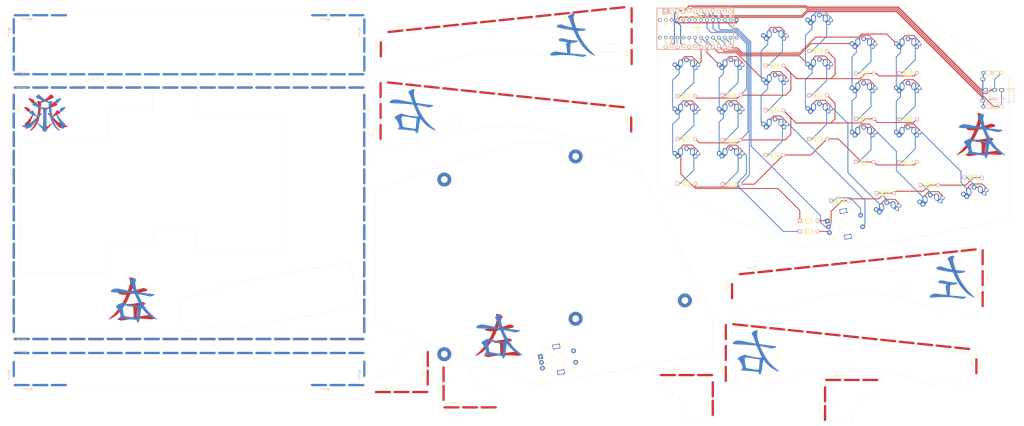
<source format=kicad_pcb>
(kicad_pcb (version 20171130) (host pcbnew 5.1.5+dfsg1-2build2)
  (layers (0 F.Cu signal) (31 B.Cu signal) (34 B.Paste user) (35 F.Paste user) (36 B.SilkS user) (37 F.SilkS user) (38 B.Mask user) (39 F.Mask user) (44 Edge.Cuts user))
  (net 0 "")
  (module Digi:Long_Pad_single_sided_1 (layer B.Cu) (at 80.4 264.4 270)
    (fp_text reference REF** (at 2.54 1.905 270) (layer B.SilkS) (effects (justify mirror)))
    (fp_text value Long_Pad_single_sided_1)
    (pad 1 smd oval (at 0 0 270) (size 7 1) (layers B.Cu B.Paste B.Mask))
  )
  (module Digi:Long_Pad_single_sided_1 (layer B.Cu) (at 231.2 264.3 270)
    (fp_text reference REF** (at 2.54 1.905 270) (layer B.SilkS) (effects (justify mirror)))
    (fp_text value Long_Pad_single_sided_1)
    (pad 1 smd oval (at 0 0 270) (size 7 1) (layers B.Cu B.Paste B.Mask))
  )
  (module Digi:Long_Pad_single_sided_1 (layer F.Cu) (at 494.5 263.2 90)
    (fp_text reference REF** (at 2.54 -1.905 90) (layer F.SilkS))
    (fp_text value Long_Pad_single_sided_1)
    (pad 1 smd oval (at 0 0 90) (size 7 1) (layers F.Cu F.Paste F.Mask))
  )
  (module Digi:Long_Pad_single_sided_1 (layer F.Cu) (at 389.4 230.9 90)
    (fp_text reference REF** (at 2.54 -1.905 90) (layer F.SilkS))
    (fp_text value Long_Pad_single_sided_1)
    (pad 1 smd oval (at 0 0 90) (size 7 1) (layers F.Cu F.Paste F.Mask))
  )
  (module Digi:Long_Pad_single_sided_1 (layer F.Cu) (at 346 159.2 90)
    (fp_text reference REF** (at 2.54 -1.905 90) (layer F.SilkS))
    (fp_text value Long_Pad_single_sided_1)
    (pad 1 smd oval (at 0 0 90) (size 7 1) (layers F.Cu F.Paste F.Mask))
  )
  (module Digi:Long_Pad_single_sided_1 (layer F.Cu) (at 238.3 126.9 90)
    (fp_text reference REF** (at 2.54 -1.905 90) (layer F.SilkS))
    (fp_text value Long_Pad_single_sided_1)
    (pad 1 smd oval (at 0 0 90) (size 7 1) (layers F.Cu F.Paste F.Mask))
  )
  (module Digi:Long_Pad_single_sided_3tight (layer B.Cu) (at 231.2 117 270)
    (fp_text reference REF** (at 2.54 1.905 270) (layer B.SilkS) (effects (justify mirror)))
    (fp_text value Long_Pad_single_sided_3tight)
    (pad 1 smd oval (at 0 0 270) (size 7 1) (layers B.Cu B.Paste B.Mask))
    (pad 1 smd oval (at 8 0 270) (size 7 1) (layers B.Cu B.Paste B.Mask))
    (pad 1 smd oval (at 16 0 270) (size 7 1) (layers B.Cu B.Paste B.Mask))
  )
  (module Digi:Long_Pad_single_sided_3tight (layer B.Cu) (at 80.4 116.9 270)
    (fp_text reference REF** (at 2.54 1.905 270) (layer B.SilkS) (effects (justify mirror)))
    (fp_text value Long_Pad_single_sided_3tight)
    (pad 1 smd oval (at 0 0 270) (size 7 1) (layers B.Cu B.Paste B.Mask))
    (pad 1 smd oval (at 8 0 270) (size 7 1) (layers B.Cu B.Paste B.Mask))
    (pad 1 smd oval (at 16 0 270) (size 7 1) (layers B.Cu B.Paste B.Mask))
  )
  (module Digi:Long_Pad_single_sided_3tight (layer B.Cu) (at 83.8 112.2)
    (fp_text reference REF** (at 2.54 1.905) (layer B.SilkS) (effects (justify mirror)))
    (fp_text value Long_Pad_single_sided_3tight)
    (pad 1 smd oval (at 0 0) (size 7 1) (layers B.Cu B.Paste B.Mask))
    (pad 1 smd oval (at 8 0) (size 7 1) (layers B.Cu B.Paste B.Mask))
    (pad 1 smd oval (at 16 0) (size 7 1) (layers B.Cu B.Paste B.Mask))
  )
  (module Digi:Long_Pad_single_sided_3tight (layer B.Cu) (at 211.8 112.2)
    (fp_text reference REF** (at 2.54 1.905) (layer B.SilkS) (effects (justify mirror)))
    (fp_text value Long_Pad_single_sided_3tight)
    (pad 1 smd oval (at 0 0) (size 7 1) (layers B.Cu B.Paste B.Mask))
    (pad 1 smd oval (at 8 0) (size 7 1) (layers B.Cu B.Paste B.Mask))
    (pad 1 smd oval (at 16 0) (size 7 1) (layers B.Cu B.Paste B.Mask))
  )
  (module Digi:Long_Pad_single_sided_3tight (layer B.Cu) (at 83.8 271.3)
    (fp_text reference REF** (at 2.54 1.905) (layer B.SilkS) (effects (justify mirror)))
    (fp_text value Long_Pad_single_sided_3tight)
    (pad 1 smd oval (at 0 0) (size 7 1) (layers B.Cu B.Paste B.Mask))
    (pad 1 smd oval (at 8 0) (size 7 1) (layers B.Cu B.Paste B.Mask))
    (pad 1 smd oval (at 16 0) (size 7 1) (layers B.Cu B.Paste B.Mask))
  )
  (module Digi:Long_Pad_single_sided_3tight (layer B.Cu) (at 211.7 271.3)
    (fp_text reference REF** (at 2.54 1.905) (layer B.SilkS) (effects (justify mirror)))
    (fp_text value Long_Pad_single_sided_3tight)
    (pad 1 smd oval (at 16 0) (size 7 1) (layers B.Cu B.Paste B.Mask))
    (pad 1 smd oval (at 8 0) (size 7 1) (layers B.Cu B.Paste B.Mask))
    (pad 1 smd oval (at 0 0) (size 7 1) (layers B.Cu B.Paste B.Mask))
  )
  (module Digi:Long_Pad_single_sided_2 (layer F.Cu) (at 429.4 283.3 90)
    (fp_text reference REF** (at 2.54 -1.905 90) (layer F.SilkS))
    (fp_text value Long_Pad_single_sided_2)
    (pad 1 smd oval (at 0 0 90) (size 7 1) (layers F.Cu F.Paste F.Mask))
    (pad 1 smd oval (at 8 0 90) (size 7 1) (layers F.Cu F.Paste F.Mask))
  )
  (module Digi:Long_Pad_single_sided_2 (layer F.Cu) (at 381.1 281.1 90)
    (fp_text reference REF** (at 2.54 -1.905 90) (layer F.SilkS))
    (fp_text value Long_Pad_single_sided_2)
    (pad 1 smd oval (at 0 0 90) (size 7 1) (layers F.Cu F.Paste F.Mask))
    (pad 1 smd oval (at 8 0 90) (size 7 1) (layers F.Cu F.Paste F.Mask))
  )
  (module Digi:Long_Pad_single_sided_2 (layer F.Cu) (at 265.3 274.7 90)
    (fp_text reference REF** (at 2.54 -1.905 90) (layer F.SilkS))
    (fp_text value Long_Pad_single_sided_2)
    (pad 1 smd oval (at 0 0 90) (size 7 1) (layers F.Cu F.Paste F.Mask))
    (pad 1 smd oval (at 8 0 90) (size 7 1) (layers F.Cu F.Paste F.Mask))
  )
  (module Digi:Long_Pad_single_sided_2 (layer F.Cu) (at 258.5 268.1 90)
    (fp_text reference REF** (at 2.54 -1.905 90) (layer F.SilkS))
    (fp_text value Long_Pad_single_sided_2)
    (pad 1 smd oval (at 8 0 90) (size 7 1) (layers F.Cu F.Paste F.Mask))
    (pad 1 smd oval (at 0 0 90) (size 7 1) (layers F.Cu F.Paste F.Mask))
  )
  (module Digi:Long_Pad_single_sided_3tight (layer F.Cu) (at 432.9 269.1)
    (fp_text reference REF** (at 2.54 -1.905) (layer F.SilkS))
    (fp_text value Long_Pad_single_sided_3tight)
    (pad 1 smd oval (at 0 0) (size 7 1) (layers F.Cu F.Paste F.Mask))
    (pad 1 smd oval (at 8 0) (size 7 1) (layers F.Cu F.Paste F.Mask))
    (pad 1 smd oval (at 16 0) (size 7 1) (layers F.Cu F.Paste F.Mask))
  )
  (module Digi:Long_Pad_single_sided_3tight (layer F.Cu) (at 361.8 267)
    (fp_text reference REF** (at 2.54 -1.905) (layer F.SilkS))
    (fp_text value Long_Pad_single_sided_3tight)
    (pad 1 smd oval (at 0 0) (size 7 1) (layers F.Cu F.Paste F.Mask))
    (pad 1 smd oval (at 8 0) (size 7 1) (layers F.Cu F.Paste F.Mask))
    (pad 1 smd oval (at 16 0) (size 7 1) (layers F.Cu F.Paste F.Mask))
  )
  (module Digi:Long_Pad_single_sided_3tight (layer F.Cu) (at 239.2 274.3)
    (fp_text reference REF** (at 2.54 -1.905) (layer F.SilkS))
    (fp_text value Long_Pad_single_sided_3tight)
    (pad 1 smd oval (at 0 0) (size 7 1) (layers F.Cu F.Paste F.Mask))
    (pad 1 smd oval (at 8 0) (size 7 1) (layers F.Cu F.Paste F.Mask))
    (pad 1 smd oval (at 16 0) (size 7 1) (layers F.Cu F.Paste F.Mask))
  )
  (module Digi:Long_Pad_single_sided_3tight (layer F.Cu) (at 268.7 280.9)
    (fp_text reference REF** (at 2.54 -1.905) (layer F.SilkS))
    (fp_text value Long_Pad_single_sided_3tight)
    (pad 1 smd oval (at 16 0) (size 7 1) (layers F.Cu F.Paste F.Mask))
    (pad 1 smd oval (at 8 0) (size 7 1) (layers F.Cu F.Paste F.Mask))
    (pad 1 smd oval (at 0 0) (size 7 1) (layers F.Cu F.Paste F.Mask))
  )
  (module Digi:Long_Pad_single_sided_3 (layer F.Cu) (at 238.2 162.4 90)
    (fp_text reference REF** (at 2.54 -1.905 90) (layer F.SilkS))
    (fp_text value Long_Pad_single_sided_3)
    (pad 1 smd oval (at 0 0 90) (size 7 1) (layers F.Cu F.Paste F.Mask))
    (pad 1 smd oval (at 9 0 90) (size 7 1) (layers F.Cu F.Paste F.Mask))
    (pad 1 smd oval (at 18 0 90) (size 7 1) (layers F.Cu F.Paste F.Mask))
  )
  (module Digi:Long_Pad_single_sided_3 (layer F.Cu) (at 346.2 130.2 90)
    (fp_text reference REF** (at 2.54 -1.905 90) (layer F.SilkS))
    (fp_text value Long_Pad_single_sided_3)
    (pad 1 smd oval (at 0 0 90) (size 7 1) (layers F.Cu F.Paste F.Mask))
    (pad 1 smd oval (at 9 0 90) (size 7 1) (layers F.Cu F.Paste F.Mask))
    (pad 1 smd oval (at 18 0 90) (size 7 1) (layers F.Cu F.Paste F.Mask))
  )
  (module Digi:Long_Pad_single_sided_3 (layer F.Cu) (at 386.7 266.5 90)
    (fp_text reference REF** (at 2.54 -1.905 90) (layer F.SilkS))
    (fp_text value Long_Pad_single_sided_3)
    (pad 1 smd oval (at 0 0 90) (size 7 1) (layers F.Cu F.Paste F.Mask))
    (pad 1 smd oval (at 9 0 90) (size 7 1) (layers F.Cu F.Paste F.Mask))
    (pad 1 smd oval (at 18 0 90) (size 7 1) (layers F.Cu F.Paste F.Mask))
  )
  (module Digi:Long_Pad_single_sided_3 (layer F.Cu) (at 497.2 234.3 90)
    (fp_text reference REF** (at 2.54 -1.905 90) (layer F.SilkS))
    (fp_text value Long_Pad_single_sided_3)
    (pad 1 smd oval (at 18 0 90) (size 7 1) (layers F.Cu F.Paste F.Mask))
    (pad 1 smd oval (at 9 0 90) (size 7 1) (layers F.Cu F.Paste F.Mask))
    (pad 1 smd oval (at 0 0 90) (size 7 1) (layers F.Cu F.Paste F.Mask))
  )
  (module Digi:Long_Pad_single_sided_shorter (layer F.Cu) (at 395.7 223.3 6)
    (fp_text reference REF** (at 2.54 -1.905 6) (layer F.SilkS))
    (fp_text value Long_Pad_single_sided_shorter)
    (pad 1 smd oval (at 0 0 6) (size 7 1) (layers F.Cu F.Paste F.Mask))
    (pad 1 smd oval (at 8 0 6) (size 7 1) (layers F.Cu F.Paste F.Mask))
    (pad 1 smd oval (at 16 0 6) (size 7 1) (layers F.Cu F.Paste F.Mask))
    (pad 1 smd oval (at 24 0 6) (size 7 1) (layers F.Cu F.Paste F.Mask))
    (pad 1 smd oval (at 32 0 6) (size 7 1) (layers F.Cu F.Paste F.Mask))
    (pad 1 smd oval (at 40 0 6) (size 7 1) (layers F.Cu F.Paste F.Mask))
    (pad 1 smd oval (at 48 0 6) (size 7 1) (layers F.Cu F.Paste F.Mask))
    (pad 1 smd oval (at 56 0 6) (size 7 1) (layers F.Cu F.Paste F.Mask))
    (pad 1 smd oval (at 64 0 6) (size 7 1) (layers F.Cu F.Paste F.Mask))
    (pad 1 smd oval (at 72 0 6) (size 7 1) (layers F.Cu F.Paste F.Mask))
    (pad 1 smd oval (at 80 0 6) (size 7 1) (layers F.Cu F.Paste F.Mask))
    (pad 1 smd oval (at 88 0 6) (size 7 1) (layers F.Cu F.Paste F.Mask))
    (pad 1 smd oval (at 96 0 6) (size 7 1) (layers F.Cu F.Paste F.Mask))
  )
  (module Digi:Long_Pad_single_sided_shorter (layer F.Cu) (at 488.361752 255.462277 174)
    (fp_text reference REF** (at 2.54 -1.905 174) (layer F.SilkS))
    (fp_text value Long_Pad_single_sided_shorter)
    (pad 1 smd oval (at 96 0 174) (size 7 1) (layers F.Cu F.Paste F.Mask))
    (pad 1 smd oval (at 88 0 174) (size 7 1) (layers F.Cu F.Paste F.Mask))
    (pad 1 smd oval (at 80 0 174) (size 7 1) (layers F.Cu F.Paste F.Mask))
    (pad 1 smd oval (at 72 0 174) (size 7 1) (layers F.Cu F.Paste F.Mask))
    (pad 1 smd oval (at 64 0 174) (size 7 1) (layers F.Cu F.Paste F.Mask))
    (pad 1 smd oval (at 56 0 174) (size 7 1) (layers F.Cu F.Paste F.Mask))
    (pad 1 smd oval (at 48 0 174) (size 7 1) (layers F.Cu F.Paste F.Mask))
    (pad 1 smd oval (at 40 0 174) (size 7 1) (layers F.Cu F.Paste F.Mask))
    (pad 1 smd oval (at 32 0 174) (size 7 1) (layers F.Cu F.Paste F.Mask))
    (pad 1 smd oval (at 24 0 174) (size 7 1) (layers F.Cu F.Paste F.Mask))
    (pad 1 smd oval (at 16 0 174) (size 7 1) (layers F.Cu F.Paste F.Mask))
    (pad 1 smd oval (at 8 0 174) (size 7 1) (layers F.Cu F.Paste F.Mask))
    (pad 1 smd oval (at 0 0 174) (size 7 1) (layers F.Cu F.Paste F.Mask))
  )
  (module Digi:Long_Pad_single_sided_shorter (layer F.Cu) (at 339.761752 151.462277 174)
    (fp_text reference REF** (at 2.54 -1.905 174) (layer F.SilkS))
    (fp_text value Long_Pad_single_sided_shorter)
    (pad 1 smd oval (at 0 0 174) (size 7 1) (layers F.Cu F.Paste F.Mask))
    (pad 1 smd oval (at 8 0 174) (size 7 1) (layers F.Cu F.Paste F.Mask))
    (pad 1 smd oval (at 16 0 174) (size 7 1) (layers F.Cu F.Paste F.Mask))
    (pad 1 smd oval (at 24 0 174) (size 7 1) (layers F.Cu F.Paste F.Mask))
    (pad 1 smd oval (at 32 0 174) (size 7 1) (layers F.Cu F.Paste F.Mask))
    (pad 1 smd oval (at 40 0 174) (size 7 1) (layers F.Cu F.Paste F.Mask))
    (pad 1 smd oval (at 48 0 174) (size 7 1) (layers F.Cu F.Paste F.Mask))
    (pad 1 smd oval (at 56 0 174) (size 7 1) (layers F.Cu F.Paste F.Mask))
    (pad 1 smd oval (at 64 0 174) (size 7 1) (layers F.Cu F.Paste F.Mask))
    (pad 1 smd oval (at 72 0 174) (size 7 1) (layers F.Cu F.Paste F.Mask))
    (pad 1 smd oval (at 80 0 174) (size 7 1) (layers F.Cu F.Paste F.Mask))
    (pad 1 smd oval (at 88 0 174) (size 7 1) (layers F.Cu F.Paste F.Mask))
    (pad 1 smd oval (at 96 0 174) (size 7 1) (layers F.Cu F.Paste F.Mask))
  )
  (module Digi:Long_Pad_single_sided_shorter (layer F.Cu) (at 244.6 119.1 6)
    (fp_text reference REF** (at 2.54 -1.905 6) (layer F.SilkS))
    (fp_text value Long_Pad_single_sided_shorter)
    (pad 1 smd oval (at 96 0 6) (size 7 1) (layers F.Cu F.Paste F.Mask))
    (pad 1 smd oval (at 88 0 6) (size 7 1) (layers F.Cu F.Paste F.Mask))
    (pad 1 smd oval (at 80 0 6) (size 7 1) (layers F.Cu F.Paste F.Mask))
    (pad 1 smd oval (at 72 0 6) (size 7 1) (layers F.Cu F.Paste F.Mask))
    (pad 1 smd oval (at 64 0 6) (size 7 1) (layers F.Cu F.Paste F.Mask))
    (pad 1 smd oval (at 56 0 6) (size 7 1) (layers F.Cu F.Paste F.Mask))
    (pad 1 smd oval (at 48 0 6) (size 7 1) (layers F.Cu F.Paste F.Mask))
    (pad 1 smd oval (at 40 0 6) (size 7 1) (layers F.Cu F.Paste F.Mask))
    (pad 1 smd oval (at 32 0 6) (size 7 1) (layers F.Cu F.Paste F.Mask))
    (pad 1 smd oval (at 24 0 6) (size 7 1) (layers F.Cu F.Paste F.Mask))
    (pad 1 smd oval (at 16 0 6) (size 7 1) (layers F.Cu F.Paste F.Mask))
    (pad 1 smd oval (at 8 0 6) (size 7 1) (layers F.Cu F.Paste F.Mask))
    (pad 1 smd oval (at 0 0 6) (size 7 1) (layers F.Cu F.Paste F.Mask))
  )
  (module Digi:Long_Pad_single_sided (layer B.Cu) (at 83.8 137.6)
    (fp_text reference REF** (at 0 -0.5) (layer B.SilkS) (effects (justify mirror)))
    (fp_text value Long_Pad_single_sided)
    (pad 1 smd oval (at 144 0) (size 7 1) (layers B.Cu B.Paste B.Mask))
    (pad 1 smd oval (at 136 0) (size 7 1) (layers B.Cu B.Paste B.Mask))
    (pad 1 smd oval (at 128 0) (size 7 1) (layers B.Cu B.Paste B.Mask))
    (pad 1 smd oval (at 120 0) (size 7 1) (layers B.Cu B.Paste B.Mask))
    (pad 1 smd oval (at 112 0) (size 7 1) (layers B.Cu B.Paste B.Mask))
    (pad 1 smd oval (at 104 0) (size 7 1) (layers B.Cu B.Paste B.Mask))
    (pad 1 smd oval (at 96 0) (size 7 1) (layers B.Cu B.Paste B.Mask))
    (pad 1 smd oval (at 88 0) (size 7 1) (layers B.Cu B.Paste B.Mask))
    (pad 1 smd oval (at 80 0) (size 7 1) (layers B.Cu B.Paste B.Mask))
    (pad 1 smd oval (at 72 0) (size 7 1) (layers B.Cu B.Paste B.Mask))
    (pad 1 smd oval (at 64 0) (size 7 1) (layers B.Cu B.Paste B.Mask))
    (pad 1 smd oval (at 56 0) (size 7 1) (layers B.Cu B.Paste B.Mask))
    (pad 1 smd oval (at 48 0) (size 7 1) (layers B.Cu B.Paste B.Mask))
    (pad 1 smd oval (at 40 0) (size 7 1) (layers B.Cu B.Paste B.Mask))
    (pad 1 smd oval (at 32 0) (size 7 1) (layers B.Cu B.Paste B.Mask))
    (pad 1 smd oval (at 24 0) (size 7 1) (layers B.Cu B.Paste B.Mask))
    (pad 1 smd oval (at 16 0) (size 7 1) (layers B.Cu B.Paste B.Mask))
    (pad 1 smd oval (at 8 0) (size 7 1) (layers B.Cu B.Paste B.Mask))
    (pad 1 smd oval (at 0 0) (size 7 1) (layers B.Cu B.Paste B.Mask))
  )
  (module Digi:Long_Pad_single_sided (layer B.Cu) (at 83.8 257.5)
    (fp_text reference REF** (at 0 -0.5) (layer B.SilkS) (effects (justify mirror)))
    (fp_text value Long_Pad_single_sided)
    (pad 1 smd oval (at 144 0) (size 7 1) (layers B.Cu B.Paste B.Mask))
    (pad 1 smd oval (at 136 0) (size 7 1) (layers B.Cu B.Paste B.Mask))
    (pad 1 smd oval (at 128 0) (size 7 1) (layers B.Cu B.Paste B.Mask))
    (pad 1 smd oval (at 120 0) (size 7 1) (layers B.Cu B.Paste B.Mask))
    (pad 1 smd oval (at 112 0) (size 7 1) (layers B.Cu B.Paste B.Mask))
    (pad 1 smd oval (at 104 0) (size 7 1) (layers B.Cu B.Paste B.Mask))
    (pad 1 smd oval (at 96 0) (size 7 1) (layers B.Cu B.Paste B.Mask))
    (pad 1 smd oval (at 88 0) (size 7 1) (layers B.Cu B.Paste B.Mask))
    (pad 1 smd oval (at 80 0) (size 7 1) (layers B.Cu B.Paste B.Mask))
    (pad 1 smd oval (at 72 0) (size 7 1) (layers B.Cu B.Paste B.Mask))
    (pad 1 smd oval (at 64 0) (size 7 1) (layers B.Cu B.Paste B.Mask))
    (pad 1 smd oval (at 56 0) (size 7 1) (layers B.Cu B.Paste B.Mask))
    (pad 1 smd oval (at 48 0) (size 7 1) (layers B.Cu B.Paste B.Mask))
    (pad 1 smd oval (at 40 0) (size 7 1) (layers B.Cu B.Paste B.Mask))
    (pad 1 smd oval (at 32 0) (size 7 1) (layers B.Cu B.Paste B.Mask))
    (pad 1 smd oval (at 24 0) (size 7 1) (layers B.Cu B.Paste B.Mask))
    (pad 1 smd oval (at 16 0) (size 7 1) (layers B.Cu B.Paste B.Mask))
    (pad 1 smd oval (at 8 0) (size 7 1) (layers B.Cu B.Paste B.Mask))
    (pad 1 smd oval (at 0 0) (size 7 1) (layers B.Cu B.Paste B.Mask))
  )
  (module Digi:Long_Pad_double_sided_shorter (layer F.Cu) (at 231.2 149.5 270)
    (fp_text reference REF** (at 2.54 -1.905 90) (layer F.SilkS))
    (fp_text value Long_Pad_double_sided_shorter)
    (pad 1 smd oval (at 0 0 270) (size 7 1) (layers F.Cu F.Paste F.Mask))
    (pad 1 smd oval (at 8 0 270) (size 7 1) (layers F.Cu F.Paste F.Mask))
    (pad 1 smd oval (at 16 0 270) (size 7 1) (layers F.Cu F.Paste F.Mask))
    (pad 1 smd oval (at 24 0 270) (size 7 1) (layers F.Cu F.Paste F.Mask))
    (pad 1 smd oval (at 32 0 270) (size 7 1) (layers F.Cu F.Paste F.Mask))
    (pad 1 smd oval (at 40 0 270) (size 7 1) (layers F.Cu F.Paste F.Mask))
    (pad 1 smd oval (at 48 0 270) (size 7 1) (layers F.Cu F.Paste F.Mask))
    (pad 1 smd oval (at 56 0 270) (size 7 1) (layers F.Cu F.Paste F.Mask))
    (pad 1 smd oval (at 64 0 270) (size 7 1) (layers F.Cu F.Paste F.Mask))
    (pad 1 smd oval (at 72 0 270) (size 7 1) (layers F.Cu F.Paste F.Mask))
    (pad 1 smd oval (at 80 0 270) (size 7 1) (layers F.Cu F.Paste F.Mask))
    (pad 1 smd oval (at 80 0 270) (size 7 1) (layers B.Cu B.Paste B.Mask))
    (pad 1 smd oval (at 72 0 270) (size 7 1) (layers B.Cu B.Paste B.Mask))
    (pad 1 smd oval (at 64 0 270) (size 7 1) (layers B.Cu B.Paste B.Mask))
    (pad 1 smd oval (at 56 0 270) (size 7 1) (layers B.Cu B.Paste B.Mask))
    (pad 1 smd oval (at 48 0 270) (size 7 1) (layers B.Cu B.Paste B.Mask))
    (pad 1 smd oval (at 40 0 270) (size 7 1) (layers B.Cu B.Paste B.Mask))
    (pad 1 smd oval (at 32 0 270) (size 7 1) (layers B.Cu B.Paste B.Mask))
    (pad 1 smd oval (at 24 0 270) (size 7 1) (layers B.Cu B.Paste B.Mask))
    (pad 1 smd oval (at 16 0 270) (size 7 1) (layers B.Cu B.Paste B.Mask))
    (pad 1 smd oval (at 8 0 270) (size 7 1) (layers B.Cu B.Paste B.Mask))
    (pad 1 smd oval (at 0 0 270) (size 7 1) (layers B.Cu B.Paste B.Mask))
    (pad 1 smd oval (at 88 0 270) (size 7 1) (layers B.Cu B.Paste B.Mask))
    (pad 1 smd oval (at 96 0 270) (size 7 1) (layers B.Cu B.Paste B.Mask))
    (pad 1 smd oval (at 88 0 270) (size 7 1) (layers F.Cu F.Paste F.Mask))
    (pad 1 smd oval (at 96 0 270) (size 7 1) (layers F.Cu F.Paste F.Mask))
  )
  (module Digi:Long_Pad_double_sided_shorter (layer F.Cu) (at 80.4 149.5 270)
    (fp_text reference REF** (at 2.54 -1.905 90) (layer F.SilkS))
    (fp_text value Long_Pad_double_sided_shorter)
    (pad 1 smd oval (at 96 0 270) (size 7 1) (layers F.Cu F.Paste F.Mask))
    (pad 1 smd oval (at 88 0 270) (size 7 1) (layers F.Cu F.Paste F.Mask))
    (pad 1 smd oval (at 96 0 270) (size 7 1) (layers B.Cu B.Paste B.Mask))
    (pad 1 smd oval (at 88 0 270) (size 7 1) (layers B.Cu B.Paste B.Mask))
    (pad 1 smd oval (at 0 0 270) (size 7 1) (layers B.Cu B.Paste B.Mask))
    (pad 1 smd oval (at 8 0 270) (size 7 1) (layers B.Cu B.Paste B.Mask))
    (pad 1 smd oval (at 16 0 270) (size 7 1) (layers B.Cu B.Paste B.Mask))
    (pad 1 smd oval (at 24 0 270) (size 7 1) (layers B.Cu B.Paste B.Mask))
    (pad 1 smd oval (at 32 0 270) (size 7 1) (layers B.Cu B.Paste B.Mask))
    (pad 1 smd oval (at 40 0 270) (size 7 1) (layers B.Cu B.Paste B.Mask))
    (pad 1 smd oval (at 48 0 270) (size 7 1) (layers B.Cu B.Paste B.Mask))
    (pad 1 smd oval (at 56 0 270) (size 7 1) (layers B.Cu B.Paste B.Mask))
    (pad 1 smd oval (at 64 0 270) (size 7 1) (layers B.Cu B.Paste B.Mask))
    (pad 1 smd oval (at 72 0 270) (size 7 1) (layers B.Cu B.Paste B.Mask))
    (pad 1 smd oval (at 80 0 270) (size 7 1) (layers B.Cu B.Paste B.Mask))
    (pad 1 smd oval (at 80 0 270) (size 7 1) (layers F.Cu F.Paste F.Mask))
    (pad 1 smd oval (at 72 0 270) (size 7 1) (layers F.Cu F.Paste F.Mask))
    (pad 1 smd oval (at 64 0 270) (size 7 1) (layers F.Cu F.Paste F.Mask))
    (pad 1 smd oval (at 56 0 270) (size 7 1) (layers F.Cu F.Paste F.Mask))
    (pad 1 smd oval (at 48 0 270) (size 7 1) (layers F.Cu F.Paste F.Mask))
    (pad 1 smd oval (at 40 0 270) (size 7 1) (layers F.Cu F.Paste F.Mask))
    (pad 1 smd oval (at 32 0 270) (size 7 1) (layers F.Cu F.Paste F.Mask))
    (pad 1 smd oval (at 24 0 270) (size 7 1) (layers F.Cu F.Paste F.Mask))
    (pad 1 smd oval (at 16 0 270) (size 7 1) (layers F.Cu F.Paste F.Mask))
    (pad 1 smd oval (at 8 0 270) (size 7 1) (layers F.Cu F.Paste F.Mask))
    (pad 1 smd oval (at 0 0 270) (size 7 1) (layers F.Cu F.Paste F.Mask))
  )
  (module Digi:Long_Pad_double_sided (layer F.Cu) (at 83.8 251.5)
    (fp_text reference REF** (at 0 0.5) (layer F.SilkS))
    (fp_text value Long_Pad_double_sided)
    (pad 1 smd oval (at 144 0) (size 7 1) (layers F.Cu F.Paste F.Mask))
    (pad 1 smd oval (at 136 0) (size 7 1) (layers F.Cu F.Paste F.Mask))
    (pad 1 smd oval (at 128 0) (size 7 1) (layers F.Cu F.Paste F.Mask))
    (pad 1 smd oval (at 120 0) (size 7 1) (layers F.Cu F.Paste F.Mask))
    (pad 1 smd oval (at 112 0) (size 7 1) (layers F.Cu F.Paste F.Mask))
    (pad 1 smd oval (at 104 0) (size 7 1) (layers F.Cu F.Paste F.Mask))
    (pad 1 smd oval (at 96 0) (size 7 1) (layers F.Cu F.Paste F.Mask))
    (pad 1 smd oval (at 88 0) (size 7 1) (layers F.Cu F.Paste F.Mask))
    (pad 1 smd oval (at 144 0) (size 7 1) (layers B.Cu B.Paste B.Mask))
    (pad 1 smd oval (at 136 0) (size 7 1) (layers B.Cu B.Paste B.Mask))
    (pad 1 smd oval (at 128 0) (size 7 1) (layers B.Cu B.Paste B.Mask))
    (pad 1 smd oval (at 120 0) (size 7 1) (layers B.Cu B.Paste B.Mask))
    (pad 1 smd oval (at 112 0) (size 7 1) (layers B.Cu B.Paste B.Mask))
    (pad 1 smd oval (at 104 0) (size 7 1) (layers B.Cu B.Paste B.Mask))
    (pad 1 smd oval (at 96 0) (size 7 1) (layers B.Cu B.Paste B.Mask))
    (pad 1 smd oval (at 88 0) (size 7 1) (layers B.Cu B.Paste B.Mask))
    (pad 1 smd oval (at 0 0) (size 7 1) (layers B.Cu B.Paste B.Mask))
    (pad 1 smd oval (at 8 0) (size 7 1) (layers B.Cu B.Paste B.Mask))
    (pad 1 smd oval (at 16 0) (size 7 1) (layers B.Cu B.Paste B.Mask))
    (pad 1 smd oval (at 24 0) (size 7 1) (layers B.Cu B.Paste B.Mask))
    (pad 1 smd oval (at 32 0) (size 7 1) (layers B.Cu B.Paste B.Mask))
    (pad 1 smd oval (at 40 0) (size 7 1) (layers B.Cu B.Paste B.Mask))
    (pad 1 smd oval (at 48 0) (size 7 1) (layers B.Cu B.Paste B.Mask))
    (pad 1 smd oval (at 56 0) (size 7 1) (layers B.Cu B.Paste B.Mask))
    (pad 1 smd oval (at 64 0) (size 7 1) (layers B.Cu B.Paste B.Mask))
    (pad 1 smd oval (at 72 0) (size 7 1) (layers B.Cu B.Paste B.Mask))
    (pad 1 smd oval (at 80 0) (size 7 1) (layers B.Cu B.Paste B.Mask))
    (pad 1 smd oval (at 80 0) (size 7 1) (layers F.Cu F.Paste F.Mask))
    (pad 1 smd oval (at 72 0) (size 7 1) (layers F.Cu F.Paste F.Mask))
    (pad 1 smd oval (at 64 0) (size 7 1) (layers F.Cu F.Paste F.Mask))
    (pad 1 smd oval (at 56 0) (size 7 1) (layers F.Cu F.Paste F.Mask))
    (pad 1 smd oval (at 48 0) (size 7 1) (layers F.Cu F.Paste F.Mask))
    (pad 1 smd oval (at 40 0) (size 7 1) (layers F.Cu F.Paste F.Mask))
    (pad 1 smd oval (at 32 0) (size 7 1) (layers F.Cu F.Paste F.Mask))
    (pad 1 smd oval (at 24 0) (size 7 1) (layers F.Cu F.Paste F.Mask))
    (pad 1 smd oval (at 16 0) (size 7 1) (layers F.Cu F.Paste F.Mask))
    (pad 1 smd oval (at 8 0) (size 7 1) (layers F.Cu F.Paste F.Mask))
    (pad 1 smd oval (at 0 0) (size 7 1) (layers F.Cu F.Paste F.Mask))
  )
  (module Digi:Long_Pad_double_sided (layer F.Cu) (at 83.8 143.3)
    (fp_text reference REF** (at 0 0.5) (layer F.SilkS))
    (fp_text value Long_Pad_double_sided)
    (pad 1 smd oval (at 144 0) (size 7 1) (layers F.Cu F.Paste F.Mask))
    (pad 1 smd oval (at 136 0) (size 7 1) (layers F.Cu F.Paste F.Mask))
    (pad 1 smd oval (at 128 0) (size 7 1) (layers F.Cu F.Paste F.Mask))
    (pad 1 smd oval (at 120 0) (size 7 1) (layers F.Cu F.Paste F.Mask))
    (pad 1 smd oval (at 112 0) (size 7 1) (layers F.Cu F.Paste F.Mask))
    (pad 1 smd oval (at 104 0) (size 7 1) (layers F.Cu F.Paste F.Mask))
    (pad 1 smd oval (at 96 0) (size 7 1) (layers F.Cu F.Paste F.Mask))
    (pad 1 smd oval (at 88 0) (size 7 1) (layers F.Cu F.Paste F.Mask))
    (pad 1 smd oval (at 144 0) (size 7 1) (layers B.Cu B.Paste B.Mask))
    (pad 1 smd oval (at 136 0) (size 7 1) (layers B.Cu B.Paste B.Mask))
    (pad 1 smd oval (at 128 0) (size 7 1) (layers B.Cu B.Paste B.Mask))
    (pad 1 smd oval (at 120 0) (size 7 1) (layers B.Cu B.Paste B.Mask))
    (pad 1 smd oval (at 112 0) (size 7 1) (layers B.Cu B.Paste B.Mask))
    (pad 1 smd oval (at 104 0) (size 7 1) (layers B.Cu B.Paste B.Mask))
    (pad 1 smd oval (at 96 0) (size 7 1) (layers B.Cu B.Paste B.Mask))
    (pad 1 smd oval (at 88 0) (size 7 1) (layers B.Cu B.Paste B.Mask))
    (pad 1 smd oval (at 0 0) (size 7 1) (layers B.Cu B.Paste B.Mask))
    (pad 1 smd oval (at 8 0) (size 7 1) (layers B.Cu B.Paste B.Mask))
    (pad 1 smd oval (at 16 0) (size 7 1) (layers B.Cu B.Paste B.Mask))
    (pad 1 smd oval (at 24 0) (size 7 1) (layers B.Cu B.Paste B.Mask))
    (pad 1 smd oval (at 32 0) (size 7 1) (layers B.Cu B.Paste B.Mask))
    (pad 1 smd oval (at 40 0) (size 7 1) (layers B.Cu B.Paste B.Mask))
    (pad 1 smd oval (at 48 0) (size 7 1) (layers B.Cu B.Paste B.Mask))
    (pad 1 smd oval (at 56 0) (size 7 1) (layers B.Cu B.Paste B.Mask))
    (pad 1 smd oval (at 64 0) (size 7 1) (layers B.Cu B.Paste B.Mask))
    (pad 1 smd oval (at 72 0) (size 7 1) (layers B.Cu B.Paste B.Mask))
    (pad 1 smd oval (at 80 0) (size 7 1) (layers B.Cu B.Paste B.Mask))
    (pad 1 smd oval (at 80 0) (size 7 1) (layers F.Cu F.Paste F.Mask))
    (pad 1 smd oval (at 72 0) (size 7 1) (layers F.Cu F.Paste F.Mask))
    (pad 1 smd oval (at 64 0) (size 7 1) (layers F.Cu F.Paste F.Mask))
    (pad 1 smd oval (at 56 0) (size 7 1) (layers F.Cu F.Paste F.Mask))
    (pad 1 smd oval (at 48 0) (size 7 1) (layers F.Cu F.Paste F.Mask))
    (pad 1 smd oval (at 40 0) (size 7 1) (layers F.Cu F.Paste F.Mask))
    (pad 1 smd oval (at 32 0) (size 7 1) (layers F.Cu F.Paste F.Mask))
    (pad 1 smd oval (at 24 0) (size 7 1) (layers F.Cu F.Paste F.Mask))
    (pad 1 smd oval (at 16 0) (size 7 1) (layers F.Cu F.Paste F.Mask))
    (pad 1 smd oval (at 8 0) (size 7 1) (layers F.Cu F.Paste F.Mask))
    (pad 1 smd oval (at 0 0) (size 7 1) (layers F.Cu F.Paste F.Mask))
  )
  (module Digi:Triple-Dual-1u (layer F.Cu) (at 369.8 156.35)
    (fp_text reference K1 hide)
    (fp_text value K01 hide)
    (pad "" np_thru_hole circle (at -5.5 0) (size 1.7 1.7) (drill 1.7) (layers *.Cu))
    (pad "" np_thru_hole circle (at 5.5 0) (size 1.7 1.7) (drill 1.7) (layers *.Cu))
    (pad 1 thru_hole oval (at 5 -3.8 221.9) (size 1.4 2) (drill 1.2) (layers *.Cu *.Mask))
    (pad 1 thru_hole circle (at -5 -3.8 138.1) (size 2 2) (drill 1.2) (layers *.Cu *.Mask))
    (pad 2 thru_hole circle (at 0 -5.9) (size 2 2) (drill 1.2) (layers *.Cu *.Mask))
    (pad 2 smd oval (at 2.52 -4.79 356.055) (size 2 2.581378) (layers B.Cu B.Paste B.Mask))
    (pad 2 smd oval (at 3.155 -3.27 221.9) (size 1.5 3.961556) (layers F.Cu F.Paste F.Mask))
    (pad 1 smd oval (at -2.52 -4.79 3.945) (size 2 2.581378) (layers F.Cu F.Paste F.Mask))
    (pad 1 smd oval (at -3.155 -3.27 138.1) (size 2 3.961556) (layers F.Cu F.Paste F.Mask))
    (pad 1 thru_hole circle (at -2.54 -5.08 330.95) (size 2 2) (drill 1.2) (layers *.Cu *.Mask))
    (pad 1 thru_hole circle (at -2.5 -4.5 330.95) (size 2 2) (drill 1.4) (layers *.Cu *.Mask))
    (pad 1 smd oval (at -2.52 -4.79 3.945) (size 2 2.581378) (layers B.Cu B.Paste B.Mask))
    (pad 2 thru_hole oval (at 3.81 -2.54 311.9) (size 2 1.5) (drill 1.2) (layers *.Cu *.Mask))
    (pad 2 thru_hole circle (at 2.5 -4) (size 2 2) (drill 1.4) (layers *.Cu *.Mask))
    (pad 1 smd oval (at -3.155 -3.27 138.1) (size 2 3.961556) (layers B.Cu B.Paste B.Mask))
    (pad 2 smd oval (at 3.155 -3.27 221.9) (size 1.5 3.961556) (layers B.Cu B.Paste B.Mask))
    (pad 1 thru_hole circle (at -3.81 -2.54) (size 2 2) (drill oval 1.2) (layers *.Cu *.Mask))
    (pad HOLE np_thru_hole circle (at 5.08 0) (size 1.8 1.8) (drill 1.8) (layers *.Cu))
    (pad HOLE np_thru_hole circle (at -5.08 0) (size 1.8 1.8) (drill 1.8) (layers *.Cu))
    (pad HOLE np_thru_hole circle (at 0 0) (size 3.9878 3.9878) (drill 3.9878) (layers *.Cu))
    (pad 1 thru_hole circle (at -2.5 -4 330.95) (size 2 2) (drill 1.4) (layers *.Cu *.Mask))
    (pad 2 thru_hole circle (at 2.54 -5.08 330.95) (size 2 2) (drill 1.2) (layers *.Cu *.Mask))
    (pad 2 thru_hole circle (at 2.5 -4.5 330.95) (size 2 2) (drill 1.4) (layers *.Cu *.Mask))
    (pad 2 smd oval (at 2.52 -4.79 356.055) (size 2 2.581378) (layers F.Cu F.Paste F.Mask))
  )
  (module Digi:Triple-Dual-1u (layer F.Cu) (at 388.85 175.4)
    (fp_text reference K12 hide)
    (fp_text value K12 hide)
    (pad "" np_thru_hole circle (at -5.5 0) (size 1.7 1.7) (drill 1.7) (layers *.Cu))
    (pad "" np_thru_hole circle (at 5.5 0) (size 1.7 1.7) (drill 1.7) (layers *.Cu))
    (pad 1 thru_hole oval (at 5 -3.8 221.9) (size 1.4 2) (drill 1.2) (layers *.Cu *.Mask))
    (pad 1 thru_hole circle (at -5 -3.8 138.1) (size 2 2) (drill 1.2) (layers *.Cu *.Mask))
    (pad 2 thru_hole circle (at 0 -5.9) (size 2 2) (drill 1.2) (layers *.Cu *.Mask))
    (pad 2 smd oval (at 2.52 -4.79 356.055) (size 2 2.581378) (layers B.Cu B.Paste B.Mask))
    (pad 2 smd oval (at 3.155 -3.27 221.9) (size 1.5 3.961556) (layers F.Cu F.Paste F.Mask))
    (pad 1 smd oval (at -2.52 -4.79 3.945) (size 2 2.581378) (layers F.Cu F.Paste F.Mask))
    (pad 1 smd oval (at -3.155 -3.27 138.1) (size 2 3.961556) (layers F.Cu F.Paste F.Mask))
    (pad 1 thru_hole circle (at -2.54 -5.08 330.95) (size 2 2) (drill 1.2) (layers *.Cu *.Mask))
    (pad 1 thru_hole circle (at -2.5 -4.5 330.95) (size 2 2) (drill 1.4) (layers *.Cu *.Mask))
    (pad 1 smd oval (at -2.52 -4.79 3.945) (size 2 2.581378) (layers B.Cu B.Paste B.Mask))
    (pad 2 thru_hole oval (at 3.81 -2.54 311.9) (size 2 1.5) (drill 1.2) (layers *.Cu *.Mask))
    (pad 2 thru_hole circle (at 2.5 -4) (size 2 2) (drill 1.4) (layers *.Cu *.Mask))
    (pad 1 smd oval (at -3.155 -3.27 138.1) (size 2 3.961556) (layers B.Cu B.Paste B.Mask))
    (pad 2 smd oval (at 3.155 -3.27 221.9) (size 1.5 3.961556) (layers B.Cu B.Paste B.Mask))
    (pad 1 thru_hole circle (at -3.81 -2.54) (size 2 2) (drill oval 1.2) (layers *.Cu *.Mask))
    (pad HOLE np_thru_hole circle (at 5.08 0) (size 1.8 1.8) (drill 1.8) (layers *.Cu))
    (pad HOLE np_thru_hole circle (at -5.08 0) (size 1.8 1.8) (drill 1.8) (layers *.Cu))
    (pad HOLE np_thru_hole circle (at 0 0) (size 3.9878 3.9878) (drill 3.9878) (layers *.Cu))
    (pad 1 thru_hole circle (at -2.5 -4 330.95) (size 2 2) (drill 1.4) (layers *.Cu *.Mask))
    (pad 2 thru_hole circle (at 2.54 -5.08 330.95) (size 2 2) (drill 1.2) (layers *.Cu *.Mask))
    (pad 2 thru_hole circle (at 2.5 -4.5 330.95) (size 2 2) (drill 1.4) (layers *.Cu *.Mask))
    (pad 2 smd oval (at 2.52 -4.79 356.055) (size 2 2.581378) (layers F.Cu F.Paste F.Mask))
  )
  (module Keebio-Parts:Diode (layer F.Cu) (at 389.15 165.85 180)
    (fp_text reference D11 (at 0 0) (layer F.SilkS) (effects (font (size 1.27 1.524) (thickness 0.2032))))
    (fp_text value D11 hide)
    (pad 2 thru_hole rect (at 3.81 0 180) (size 1.651 1.651) (drill 0.9906) (layers *.Cu *.SilkS *.Mask))
    (pad 1 thru_hole circle (at -3.81 0 180) (size 1.651 1.651) (drill 0.9906) (layers *.Cu *.SilkS *.Mask))
  )
  (module Digi:Triple-Dual-1u (layer F.Cu) (at 475.66 195.34 10)
    (fp_text reference K43 hide)
    (fp_text value K43 hide)
    (pad "" np_thru_hole circle (at -5.5 0 10) (size 1.7 1.7) (drill 1.7) (layers *.Cu))
    (pad "" np_thru_hole circle (at 5.5 0 10) (size 1.7 1.7) (drill 1.7) (layers *.Cu))
    (pad 1 thru_hole oval (at 5 -3.8 231.9) (size 1.4 2) (drill 1.2) (layers *.Cu *.Mask))
    (pad 1 thru_hole circle (at -5 -3.8 148.1) (size 2 2) (drill 1.2) (layers *.Cu *.Mask))
    (pad 2 thru_hole circle (at 0 -5.9 10) (size 2 2) (drill 1.2) (layers *.Cu *.Mask))
    (pad 2 smd oval (at 2.52 -4.79 6.055) (size 2 2.581378) (layers B.Cu B.Paste B.Mask))
    (pad 2 smd oval (at 3.155 -3.27 231.9) (size 1.5 3.961556) (layers F.Cu F.Paste F.Mask))
    (pad 1 smd oval (at -2.52 -4.79 13.945) (size 2 2.581378) (layers F.Cu F.Paste F.Mask))
    (pad 1 smd oval (at -3.155 -3.27 148.1) (size 2 3.961556) (layers F.Cu F.Paste F.Mask))
    (pad 1 thru_hole circle (at -2.54 -5.08 340.95) (size 2 2) (drill 1.2) (layers *.Cu *.Mask))
    (pad 1 thru_hole circle (at -2.5 -4.5 340.95) (size 2 2) (drill 1.4) (layers *.Cu *.Mask))
    (pad 1 smd oval (at -2.52 -4.79 13.945) (size 2 2.581378) (layers B.Cu B.Paste B.Mask))
    (pad 2 thru_hole oval (at 3.81 -2.54 321.9) (size 2 1.5) (drill 1.2) (layers *.Cu *.Mask))
    (pad 2 thru_hole circle (at 2.5 -4 10) (size 2 2) (drill 1.4) (layers *.Cu *.Mask))
    (pad 1 smd oval (at -3.155 -3.27 148.1) (size 2 3.961556) (layers B.Cu B.Paste B.Mask))
    (pad 2 smd oval (at 3.155 -3.27 231.9) (size 1.5 3.961556) (layers B.Cu B.Paste B.Mask))
    (pad 1 thru_hole circle (at -3.81 -2.54 10) (size 2 2) (drill oval 1.2) (layers *.Cu *.Mask))
    (pad HOLE np_thru_hole circle (at 5.08 0 10) (size 1.8 1.8) (drill 1.8) (layers *.Cu))
    (pad HOLE np_thru_hole circle (at -5.08 0 10) (size 1.8 1.8) (drill 1.8) (layers *.Cu))
    (pad HOLE np_thru_hole circle (at 0 0 10) (size 3.9878 3.9878) (drill 3.9878) (layers *.Cu))
    (pad 1 thru_hole circle (at -2.5 -4 340.95) (size 2 2) (drill 1.4) (layers *.Cu *.Mask))
    (pad 2 thru_hole circle (at 2.54 -5.08 340.95) (size 2 2) (drill 1.2) (layers *.Cu *.Mask))
    (pad 2 thru_hole circle (at 2.5 -4.5 340.95) (size 2 2) (drill 1.4) (layers *.Cu *.Mask))
    (pad 2 smd oval (at 2.52 -4.79 6.055) (size 2 2.581378) (layers F.Cu F.Paste F.Mask))
  )
  (module Digi:Triple-Dual-1u (layer F.Cu) (at 446 166.31)
    (fp_text reference K42 hide)
    (fp_text value K42 hide)
    (pad "" np_thru_hole circle (at -5.5 0) (size 1.7 1.7) (drill 1.7) (layers *.Cu))
    (pad "" np_thru_hole circle (at 5.5 0) (size 1.7 1.7) (drill 1.7) (layers *.Cu))
    (pad 1 thru_hole oval (at 5 -3.8 221.9) (size 1.4 2) (drill 1.2) (layers *.Cu *.Mask))
    (pad 1 thru_hole circle (at -5 -3.8 138.1) (size 2 2) (drill 1.2) (layers *.Cu *.Mask))
    (pad 2 thru_hole circle (at 0 -5.9) (size 2 2) (drill 1.2) (layers *.Cu *.Mask))
    (pad 2 smd oval (at 2.52 -4.79 356.055) (size 2 2.581378) (layers B.Cu B.Paste B.Mask))
    (pad 2 smd oval (at 3.155 -3.27 221.9) (size 1.5 3.961556) (layers F.Cu F.Paste F.Mask))
    (pad 1 smd oval (at -2.52 -4.79 3.945) (size 2 2.581378) (layers F.Cu F.Paste F.Mask))
    (pad 1 smd oval (at -3.155 -3.27 138.1) (size 2 3.961556) (layers F.Cu F.Paste F.Mask))
    (pad 1 thru_hole circle (at -2.54 -5.08 330.95) (size 2 2) (drill 1.2) (layers *.Cu *.Mask))
    (pad 1 thru_hole circle (at -2.5 -4.5 330.95) (size 2 2) (drill 1.4) (layers *.Cu *.Mask))
    (pad 1 smd oval (at -2.52 -4.79 3.945) (size 2 2.581378) (layers B.Cu B.Paste B.Mask))
    (pad 2 thru_hole oval (at 3.81 -2.54 311.9) (size 2 1.5) (drill 1.2) (layers *.Cu *.Mask))
    (pad 2 thru_hole circle (at 2.5 -4) (size 2 2) (drill 1.4) (layers *.Cu *.Mask))
    (pad 1 smd oval (at -3.155 -3.27 138.1) (size 2 3.961556) (layers B.Cu B.Paste B.Mask))
    (pad 2 smd oval (at 3.155 -3.27 221.9) (size 1.5 3.961556) (layers B.Cu B.Paste B.Mask))
    (pad 1 thru_hole circle (at -3.81 -2.54) (size 2 2) (drill oval 1.2) (layers *.Cu *.Mask))
    (pad HOLE np_thru_hole circle (at 5.08 0) (size 1.8 1.8) (drill 1.8) (layers *.Cu))
    (pad HOLE np_thru_hole circle (at -5.08 0) (size 1.8 1.8) (drill 1.8) (layers *.Cu))
    (pad HOLE np_thru_hole circle (at 0 0) (size 3.9878 3.9878) (drill 3.9878) (layers *.Cu))
    (pad 1 thru_hole circle (at -2.5 -4 330.95) (size 2 2) (drill 1.4) (layers *.Cu *.Mask))
    (pad 2 thru_hole circle (at 2.54 -5.08 330.95) (size 2 2) (drill 1.2) (layers *.Cu *.Mask))
    (pad 2 thru_hole circle (at 2.5 -4.5 330.95) (size 2 2) (drill 1.4) (layers *.Cu *.Mask))
    (pad 2 smd oval (at 2.52 -4.79 356.055) (size 2 2.581378) (layers F.Cu F.Paste F.Mask))
  )
  (module Keebio-Parts:Diode (layer F.Cu) (at 493.11 182 180)
    (fp_text reference D53 (at 0 0) (layer F.SilkS) (effects (font (size 1.27 1.524) (thickness 0.2032))))
    (fp_text value D53 hide)
    (pad 2 thru_hole rect (at 3.81 0 180) (size 1.651 1.651) (drill 0.9906) (layers *.Cu *.SilkS *.Mask))
    (pad 1 thru_hole circle (at -3.81 0 180) (size 1.651 1.651) (drill 0.9906) (layers *.Cu *.SilkS *.Mask))
  )
  (module Keebio-Parts:Diode (layer F.Cu) (at 407.64 172.35 180)
    (fp_text reference D22 (at 0 0) (layer F.SilkS) (effects (font (size 1.27 1.524) (thickness 0.2032))))
    (fp_text value D22 hide)
    (pad 2 thru_hole rect (at 3.81 0 180) (size 1.651 1.651) (drill 0.9906) (layers *.Cu *.SilkS *.Mask))
    (pad 1 thru_hole circle (at -3.81 0 180) (size 1.651 1.651) (drill 0.9906) (layers *.Cu *.SilkS *.Mask))
  )
  (module Digi:Triple-Dual-1u (layer F.Cu) (at 407.9 143.78)
    (fp_text reference K21 hide)
    (fp_text value K21 hide)
    (pad "" np_thru_hole circle (at -5.5 0) (size 1.7 1.7) (drill 1.7) (layers *.Cu))
    (pad "" np_thru_hole circle (at 5.5 0) (size 1.7 1.7) (drill 1.7) (layers *.Cu))
    (pad 1 thru_hole oval (at 5 -3.8 221.9) (size 1.4 2) (drill 1.2) (layers *.Cu *.Mask))
    (pad 1 thru_hole circle (at -5 -3.8 138.1) (size 2 2) (drill 1.2) (layers *.Cu *.Mask))
    (pad 2 thru_hole circle (at 0 -5.9) (size 2 2) (drill 1.2) (layers *.Cu *.Mask))
    (pad 2 smd oval (at 2.52 -4.79 356.055) (size 2 2.581378) (layers B.Cu B.Paste B.Mask))
    (pad 2 smd oval (at 3.155 -3.27 221.9) (size 1.5 3.961556) (layers F.Cu F.Paste F.Mask))
    (pad 1 smd oval (at -2.52 -4.79 3.945) (size 2 2.581378) (layers F.Cu F.Paste F.Mask))
    (pad 1 smd oval (at -3.155 -3.27 138.1) (size 2 3.961556) (layers F.Cu F.Paste F.Mask))
    (pad 1 thru_hole circle (at -2.54 -5.08 330.95) (size 2 2) (drill 1.2) (layers *.Cu *.Mask))
    (pad 1 thru_hole circle (at -2.5 -4.5 330.95) (size 2 2) (drill 1.4) (layers *.Cu *.Mask))
    (pad 1 smd oval (at -2.52 -4.79 3.945) (size 2 2.581378) (layers B.Cu B.Paste B.Mask))
    (pad 2 thru_hole oval (at 3.81 -2.54 311.9) (size 2 1.5) (drill 1.2) (layers *.Cu *.Mask))
    (pad 2 thru_hole circle (at 2.5 -4) (size 2 2) (drill 1.4) (layers *.Cu *.Mask))
    (pad 1 smd oval (at -3.155 -3.27 138.1) (size 2 3.961556) (layers B.Cu B.Paste B.Mask))
    (pad 2 smd oval (at 3.155 -3.27 221.9) (size 1.5 3.961556) (layers B.Cu B.Paste B.Mask))
    (pad 1 thru_hole circle (at -3.81 -2.54) (size 2 2) (drill oval 1.2) (layers *.Cu *.Mask))
    (pad HOLE np_thru_hole circle (at 5.08 0) (size 1.8 1.8) (drill 1.8) (layers *.Cu))
    (pad HOLE np_thru_hole circle (at -5.08 0) (size 1.8 1.8) (drill 1.8) (layers *.Cu))
    (pad HOLE np_thru_hole circle (at 0 0) (size 3.9878 3.9878) (drill 3.9878) (layers *.Cu))
    (pad 1 thru_hole circle (at -2.5 -4 330.95) (size 2 2) (drill 1.4) (layers *.Cu *.Mask))
    (pad 2 thru_hole circle (at 2.54 -5.08 330.95) (size 2 2) (drill 1.2) (layers *.Cu *.Mask))
    (pad 2 thru_hole circle (at 2.5 -4.5 330.95) (size 2 2) (drill 1.4) (layers *.Cu *.Mask))
    (pad 2 smd oval (at 2.52 -4.79 356.055) (size 2 2.581378) (layers F.Cu F.Paste F.Mask))
  )
  (module Keebio-Parts:Resistor-Compact (layer F.Cu) (at 501.4 137 180)
    (fp_text reference R5 (at 0 0) (layer B.SilkS) (effects (font (size 0.8 0.8)) (justify mirror)))
    (fp_text value 5k (at 0 0) (layer F.SilkS) (effects (font (size 0.8 0.8))))
    (pad 1 thru_hole circle (at 3.9 0 180) (size 1.6 1.6) (drill 1) (layers *.Cu *.Mask))
    (pad 2 thru_hole circle (at -3.9 0 180) (size 1.6 1.6) (drill 1) (layers *.Cu *.Mask F.SilkS))
  )
  (module Keebio-Parts:Diode (layer F.Cu) (at 435.74 192 180)
    (fp_text reference D23 (at 0 0) (layer F.SilkS) (effects (font (size 1.27 1.524) (thickness 0.2032))))
    (fp_text value D23 hide)
    (pad 2 thru_hole rect (at 3.81 0 180) (size 1.651 1.651) (drill 0.9906) (layers *.Cu *.SilkS *.Mask))
    (pad 1 thru_hole circle (at -3.81 0 180) (size 1.651 1.651) (drill 0.9906) (layers *.Cu *.SilkS *.Mask))
  )
  (module Keebio-Parts:Diode (layer F.Cu) (at 422.34 200.6 180)
    (fp_text reference D3 (at 0 0) (layer F.SilkS) (effects (font (size 1.27 1.524) (thickness 0.2032))))
    (fp_text value D03 hide)
    (pad 2 thru_hole rect (at 3.81 0 180) (size 1.651 1.651) (drill 0.9906) (layers *.Cu *.SilkS *.Mask))
    (pad 1 thru_hole circle (at -3.81 0 180) (size 1.651 1.651) (drill 0.9906) (layers *.Cu *.SilkS *.Mask))
  )
  (module Digi:Left (layer F.Cu) (at 496.5 164.1)
    (fp_text reference "" (at 0 0) (layer F.SilkS) (effects (font (size 1.27 1.27))))
    (fp_text value "" (at 0 0) (layer F.SilkS) (effects (font (size 1.27 1.27))))
    (fp_poly (pts (xy 0 6.223) (xy -0.042333 6.265334) (xy -0.084666 6.223) (xy -0.042333 6.180667) (xy 0 6.223)) (layer F.Cu) (width 0.01))
    (fp_poly (pts (xy -0.737427 -9.777609) (xy -0.230953 -9.650522) (xy 0.272761 -9.447598) (xy 0.714897 -9.19175) (xy 0.991839 -8.956827) (xy 1.174453 -8.712059) (xy 1.228642 -8.479703) (xy 1.152452 -8.22156) (xy 0.94393 -7.899432) (xy 0.937321 -7.890649) (xy 0.723847 -7.558892) (xy 0.529153 -7.144319) (xy 0.33537 -6.607846) (xy 0.298679 -6.493649) (xy 0.172578 -6.10265) (xy 0.057265 -5.758611) (xy -0.03371 -5.501146) (xy -0.08351 -5.376333) (xy -0.151235 -5.219797) (xy -0.257898 -4.954851) (xy -0.383366 -4.631783) (xy -0.417242 -4.542731) (xy -0.668759 -3.878461) (xy -0.464532 -3.929719) (xy -0.280831 -3.970981) (xy 0.008231 -4.030802) (xy 0.341581 -4.096558) (xy 0.356681 -4.099461) (xy 1.10743 -4.267431) (xy 1.946188 -4.495993) (xy 2.810861 -4.767366) (xy 3.362639 -4.960213) (xy 3.765578 -5.101421) (xy 4.061306 -5.185947) (xy 4.298509 -5.223216) (xy 4.525871 -5.222653) (xy 4.655913 -5.21059) (xy 4.998258 -5.145467) (xy 5.354516 -5.034692) (xy 5.680396 -4.89715) (xy 5.931603 -4.75173) (xy 6.063845 -4.617319) (xy 6.06757 -4.608633) (xy 6.078559 -4.372982) (xy 5.97567 -4.126349) (xy 5.792079 -3.941714) (xy 5.755364 -3.921806) (xy 5.593381 -3.868527) (xy 5.290931 -3.791558) (xy 4.874377 -3.696215) (xy 4.370084 -3.587812) (xy 3.804415 -3.471663) (xy 3.203734 -3.353084) (xy 2.594405 -3.23739) (xy 2.002791 -3.129895) (xy 1.455256 -3.035913) (xy 1.016 -2.966385) (xy 0.540176 -2.894034) (xy 0.073503 -2.821051) (xy -0.332447 -2.755625) (xy -0.626104 -2.705943) (xy -0.64143 -2.703212) (xy -1.15586 -2.611054) (xy -1.607298 -1.580693) (xy -1.853427 -1.022264) (xy -2.053916 -0.578389) (xy -2.229301 -0.207753) (xy -2.40012 0.130953) (xy -2.586911 0.479044) (xy -2.810211 0.877832) (xy -2.961322 1.143) (xy -3.861545 2.613807) (xy -4.786368 3.919537) (xy -5.738532 5.063029) (xy -6.720776 6.047122) (xy -7.735842 6.874657) (xy -8.786468 7.548473) (xy -9.485371 7.903366) (xy -9.923053 8.09821) (xy -10.22637 8.219278) (xy -10.410788 8.271693) (xy -10.49177 8.260581) (xy -10.498666 8.239128) (xy -10.440116 8.163099) (xy -10.275902 7.987814) (xy -10.023179 7.73059) (xy -9.699102 7.408744) (xy -9.320824 7.039593) (xy -9.088162 6.815256) (xy -8.627564 6.363111) (xy -8.159249 5.885799) (xy -7.71457 5.416539) (xy -7.324884 4.988547) (xy -7.021546 4.63504) (xy -6.970655 4.572) (xy -6.692433 4.222141) (xy -6.43834 3.902597) (xy -6.234246 3.645902) (xy -6.106021 3.484592) (xy -6.095486 3.471334) (xy -5.885811 3.189021) (xy -5.614477 2.796981) (xy -5.305002 2.331837) (xy -4.980902 1.830214) (xy -4.665694 1.328734) (xy -4.382895 0.864022) (xy -4.156023 0.472703) (xy -4.077786 0.329072) (xy -3.8928 -0.030887) (xy -3.690398 -0.441094) (xy -3.484345 -0.87165) (xy -3.288405 -1.292651) (xy -3.116343 -1.674197) (xy -2.981923 -1.986385) (xy -2.89891 -2.199314) (xy -2.878666 -2.275867) (xy -2.95835 -2.304295) (xy -3.177514 -2.332863) (xy -3.50633 -2.358883) (xy -3.91497 -2.379662) (xy -4.100807 -2.386107) (xy -4.588101 -2.402734) (xy -4.943236 -2.422722) (xy -5.203362 -2.452297) (xy -5.405631 -2.49768) (xy -5.587191 -2.565097) (xy -5.785193 -2.660771) (xy -5.80695 -2.671937) (xy -6.121546 -2.855814) (xy -6.341718 -3.0291) (xy -6.445446 -3.171501) (xy -6.431672 -3.247767) (xy -6.339107 -3.266328) (xy -6.103761 -3.295675) (xy -5.751648 -3.333077) (xy -5.308779 -3.3758) (xy -4.801166 -3.421111) (xy -4.699 -3.429833) (xy -4.157193 -3.477099) (xy -3.651715 -3.523694) (xy -3.214967 -3.566437) (xy -2.879353 -3.602146) (xy -2.677276 -3.627643) (xy -2.667 -3.629286) (xy -2.328333 -3.685229) (xy -1.788947 -5.292781) (xy -1.594685 -5.880513) (xy -1.450465 -6.342723) (xy -1.348112 -6.712902) (xy -1.279451 -7.024541) (xy -1.236307 -7.31113) (xy -1.210508 -7.60616) (xy -1.206046 -7.680917) (xy -1.188977 -8.062009) (xy -1.194112 -8.328348) (xy -1.229621 -8.533936) (xy -1.303675 -8.73277) (xy -1.393124 -8.91726) (xy -1.513831 -9.197836) (xy -1.58559 -9.448184) (xy -1.595025 -9.57601) (xy -1.552885 -9.705398) (xy -1.442267 -9.772293) (xy -1.2149 -9.80395) (xy -1.187843 -9.805946) (xy -0.737427 -9.777609)) (layer F.Cu) (width 0.01))
    (fp_poly (pts (xy 4.035848 0.786119) (xy 4.520073 0.860309) (xy 4.889923 0.993301) (xy 5.133278 1.173993) (xy 5.238016 1.391285) (xy 5.192016 1.634076) (xy 5.105383 1.765643) (xy 5.031581 1.834028) (xy 4.916446 1.894303) (xy 4.736758 1.952239) (xy 4.469299 2.013609) (xy 4.090849 2.084185) (xy 3.578187 2.169738) (xy 3.302 2.21395) (xy 2.787574 2.296362) (xy 2.326552 2.371594) (xy 1.946569 2.435025) (xy 1.675255 2.482036) (xy 1.540246 2.508006) (xy 1.534465 2.509503) (xy 1.521552 2.572183) (xy 1.645684 2.701877) (xy 1.767298 2.795981) (xy 1.968533 2.969097) (xy 2.094254 3.12991) (xy 2.115555 3.196698) (xy 2.098554 3.341999) (xy 2.053981 3.606641) (xy 1.989895 3.944427) (xy 1.95543 4.114805) (xy 1.89581 4.43925) (xy 1.833327 4.839254) (xy 1.771699 5.282627) (xy 1.714645 5.737179) (xy 1.665884 6.170721) (xy 1.629133 6.551063) (xy 1.608112 6.846016) (xy 1.60654 7.023391) (xy 1.615294 7.05915) (xy 1.647752 7.067989) (xy 1.727501 7.067617) (xy 1.870065 7.056101) (xy 2.090968 7.031507) (xy 2.405734 6.991905) (xy 2.829889 6.93536) (xy 3.378957 6.859941) (xy 4.068462 6.763713) (xy 4.686602 6.676794) (xy 5.307683 6.590748) (xy 5.788615 6.528719) (xy 6.156601 6.488882) (xy 6.43884 6.469411) (xy 6.662534 6.468481) (xy 6.854884 6.484266) (xy 7.043092 6.51494) (xy 7.057268 6.517686) (xy 7.739795 6.700367) (xy 8.274449 6.952171) (xy 8.658168 7.27121) (xy 8.883095 7.642685) (xy 8.926433 7.836558) (xy 8.855898 7.987764) (xy 8.79129 8.057377) (xy 8.708656 8.130524) (xy 8.613101 8.17862) (xy 8.473023 8.204774) (xy 8.256818 8.212093) (xy 7.932883 8.203686) (xy 7.501642 8.184208) (xy 7.00002 8.154779) (xy 6.479211 8.115452) (xy 6.004373 8.071612) (xy 5.672667 8.033084) (xy 5.40248 8.010597) (xy 4.991381 7.99458) (xy 4.467655 7.984765) (xy 3.85959 7.980885) (xy 3.195472 7.98267) (xy 2.503588 7.989852) (xy 1.812223 8.002163) (xy 1.149666 8.019335) (xy 0.544201 8.041099) (xy 0.024116 8.067186) (xy -0.296333 8.089714) (xy -0.92093 8.150096) (xy -1.619692 8.231309) (xy -2.336591 8.325823) (xy -3.015601 8.426109) (xy -3.600694 8.524635) (xy -3.767666 8.556275) (xy -4.226402 8.646124) (xy -4.550306 8.707392) (xy -4.770669 8.744298) (xy -4.918786 8.761064) (xy -5.025948 8.76191) (xy -5.12345 8.751059) (xy -5.164666 8.744717) (xy -5.460645 8.67749) (xy -5.812755 8.568062) (xy -6.162465 8.437822) (xy -6.451247 8.308163) (xy -6.596049 8.221578) (xy -6.732452 8.067464) (xy -6.752055 7.940673) (xy -6.696029 7.88778) (xy -6.558671 7.846155) (xy -6.317439 7.812553) (xy -5.949793 7.783733) (xy -5.490006 7.759099) (xy -5.100543 7.739267) (xy -4.712276 7.715974) (xy -4.3023 7.687276) (xy -3.847711 7.651233) (xy -3.325602 7.605902) (xy -2.71307 7.54934) (xy -1.987208 7.479606) (xy -1.125112 7.394758) (xy -0.733077 7.355761) (xy 0.269513 7.2558) (xy 0.237725 5.300067) (xy 0.226675 4.671235) (xy 0.215046 4.187995) (xy 0.200521 3.826614) (xy 0.180783 3.563357) (xy 0.153515 3.374493) (xy 0.116401 3.236288) (xy 0.067124 3.12501) (xy 0.016976 3.038761) (xy -0.171985 2.733188) (xy -1.108939 2.688778) (xy -1.5493 2.662786) (xy -1.869354 2.627131) (xy -2.118124 2.571796) (xy -2.344635 2.486767) (xy -2.52578 2.399335) (xy -2.845784 2.208392) (xy -3.008114 2.040911) (xy -3.031841 1.972869) (xy -3.041973 1.911953) (xy -3.03908 1.864747) (xy -3.003116 1.827418) (xy -2.914034 1.796133) (xy -2.751789 1.767057) (xy -2.496334 1.73636) (xy -2.127623 1.700206) (xy -1.625609 1.654762) (xy -1.143 1.611691) (xy -0.295929 1.530608) (xy 0.417047 1.449207) (xy 1.031076 1.361667) (xy 1.581309 1.262165) (xy 2.102894 1.144879) (xy 2.63098 1.003986) (xy 2.772689 0.963059) (xy 3.231543 0.843438) (xy 3.602074 0.785672) (xy 3.94968 0.780599) (xy 4.035848 0.786119)) (layer F.Cu) (width 0.01))
  )
  (module Digi:Triple-Dual-1u (layer F.Cu) (at 465.05 166.31)
    (fp_text reference L52 hide)
    (fp_text value K52 hide)
    (pad "" np_thru_hole circle (at -5.5 0) (size 1.7 1.7) (drill 1.7) (layers *.Cu))
    (pad "" np_thru_hole circle (at 5.5 0) (size 1.7 1.7) (drill 1.7) (layers *.Cu))
    (pad 1 thru_hole oval (at 5 -3.8 221.9) (size 1.4 2) (drill 1.2) (layers *.Cu *.Mask))
    (pad 1 thru_hole circle (at -5 -3.8 138.1) (size 2 2) (drill 1.2) (layers *.Cu *.Mask))
    (pad 2 thru_hole circle (at 0 -5.9) (size 2 2) (drill 1.2) (layers *.Cu *.Mask))
    (pad 2 smd oval (at 2.52 -4.79 356.055) (size 2 2.581378) (layers B.Cu B.Paste B.Mask))
    (pad 2 smd oval (at 3.155 -3.27 221.9) (size 1.5 3.961556) (layers F.Cu F.Paste F.Mask))
    (pad 1 smd oval (at -2.52 -4.79 3.945) (size 2 2.581378) (layers F.Cu F.Paste F.Mask))
    (pad 1 smd oval (at -3.155 -3.27 138.1) (size 2 3.961556) (layers F.Cu F.Paste F.Mask))
    (pad 1 thru_hole circle (at -2.54 -5.08 330.95) (size 2 2) (drill 1.2) (layers *.Cu *.Mask))
    (pad 1 thru_hole circle (at -2.5 -4.5 330.95) (size 2 2) (drill 1.4) (layers *.Cu *.Mask))
    (pad 1 smd oval (at -2.52 -4.79 3.945) (size 2 2.581378) (layers B.Cu B.Paste B.Mask))
    (pad 2 thru_hole oval (at 3.81 -2.54 311.9) (size 2 1.5) (drill 1.2) (layers *.Cu *.Mask))
    (pad 2 thru_hole circle (at 2.5 -4) (size 2 2) (drill 1.4) (layers *.Cu *.Mask))
    (pad 1 smd oval (at -3.155 -3.27 138.1) (size 2 3.961556) (layers B.Cu B.Paste B.Mask))
    (pad 2 smd oval (at 3.155 -3.27 221.9) (size 1.5 3.961556) (layers B.Cu B.Paste B.Mask))
    (pad 1 thru_hole circle (at -3.81 -2.54) (size 2 2) (drill oval 1.2) (layers *.Cu *.Mask))
    (pad HOLE np_thru_hole circle (at 5.08 0) (size 1.8 1.8) (drill 1.8) (layers *.Cu))
    (pad HOLE np_thru_hole circle (at -5.08 0) (size 1.8 1.8) (drill 1.8) (layers *.Cu))
    (pad HOLE np_thru_hole circle (at 0 0) (size 3.9878 3.9878) (drill 3.9878) (layers *.Cu))
    (pad 1 thru_hole circle (at -2.5 -4 330.95) (size 2 2) (drill 1.4) (layers *.Cu *.Mask))
    (pad 2 thru_hole circle (at 2.54 -5.08 330.95) (size 2 2) (drill 1.2) (layers *.Cu *.Mask))
    (pad 2 thru_hole circle (at 2.5 -4.5 330.95) (size 2 2) (drill 1.4) (layers *.Cu *.Mask))
    (pad 2 smd oval (at 2.52 -4.79 356.055) (size 2 2.581378) (layers F.Cu F.Paste F.Mask))
  )
  (module Keebio-Parts:Diode (layer F.Cu) (at 422.34 205.2 180)
    (fp_text reference D13 (at 0 0) (layer F.SilkS) (effects (font (size 1.27 1.524) (thickness 0.2032))))
    (fp_text value D13 hide)
    (pad 2 thru_hole rect (at 3.81 0 180) (size 1.651 1.651) (drill 0.9906) (layers *.Cu *.SilkS *.Mask))
    (pad 1 thru_hole circle (at -3.81 0 180) (size 1.651 1.651) (drill 0.9906) (layers *.Cu *.SilkS *.Mask))
  )
  (module Digi:MCP23018 (layer F.Cu) (at 391.33 114.23 270)
    (fp_text reference U3 (at 3.81 16.51 90) (layer F.SilkS))
    (fp_text value MCP23018-E_SP (at 3.81 16.51 90) (layer F.SilkS))
    (fp_text user * (at 0 -1.5113 90) (layer F.SilkS))
    (fp_text user * (at 0 -1.5113 90) (layer F.SilkS))
    (pad 28 thru_hole circle (at 7.62 0 270) (size 1.4986 1.4986) (drill 0.9906) (layers *.Cu *.Mask))
    (pad 27 thru_hole circle (at 7.62 2.54 270) (size 1.4986 1.4986) (drill 0.9906) (layers *.Cu *.Mask))
    (pad 26 thru_hole circle (at 7.62 5.08 270) (size 1.4986 1.4986) (drill 0.9906) (layers *.Cu *.Mask))
    (pad 25 thru_hole circle (at 7.62 7.62 270) (size 1.4986 1.4986) (drill 0.9906) (layers *.Cu *.Mask))
    (pad 24 thru_hole circle (at 7.62 10.16 270) (size 1.4986 1.4986) (drill 0.9906) (layers *.Cu *.Mask))
    (pad 23 thru_hole circle (at 7.62 12.7 270) (size 1.4986 1.4986) (drill 0.9906) (layers *.Cu *.Mask))
    (pad 22 thru_hole circle (at 7.62 15.24 270) (size 1.4986 1.4986) (drill 0.9906) (layers *.Cu *.Mask))
    (pad 21 thru_hole circle (at 7.62 17.78 270) (size 1.4986 1.4986) (drill 0.9906) (layers *.Cu *.Mask))
    (pad 20 thru_hole circle (at 7.62 20.32 270) (size 1.4986 1.4986) (drill 0.9906) (layers *.Cu *.Mask))
    (pad 19 thru_hole circle (at 7.62 22.86 270) (size 1.4986 1.4986) (drill 0.9906) (layers *.Cu *.Mask))
    (pad 18 thru_hole circle (at 7.62 25.4 270) (size 1.4986 1.4986) (drill 0.9906) (layers *.Cu *.Mask))
    (pad 17 thru_hole circle (at 7.62 27.94 270) (size 1.4986 1.4986) (drill 0.9906) (layers *.Cu *.Mask))
    (pad 16 thru_hole circle (at 7.62 30.48 270) (size 1.4986 1.4986) (drill 0.9906) (layers *.Cu *.Mask))
    (pad 15 thru_hole circle (at 7.62 33.02 270) (size 1.4986 1.4986) (drill 0.9906) (layers *.Cu *.Mask))
    (pad 14 thru_hole circle (at 0 33.02 270) (size 1.4986 1.4986) (drill 0.9906) (layers *.Cu *.Mask))
    (pad 13 thru_hole circle (at 0 30.48 270) (size 1.4986 1.4986) (drill 0.9906) (layers *.Cu *.Mask))
    (pad 12 thru_hole circle (at 0 27.94 270) (size 1.4986 1.4986) (drill 0.9906) (layers *.Cu *.Mask))
    (pad 11 thru_hole circle (at 0 25.4 270) (size 1.4986 1.4986) (drill 0.9906) (layers *.Cu *.Mask))
    (pad 10 thru_hole circle (at 0 22.86 270) (size 1.4986 1.4986) (drill 0.9906) (layers *.Cu *.Mask))
    (pad 9 thru_hole circle (at 0 20.32 270) (size 1.4986 1.4986) (drill 0.9906) (layers *.Cu *.Mask))
    (pad 8 thru_hole circle (at 0 17.78 270) (size 1.4986 1.4986) (drill 0.9906) (layers *.Cu *.Mask))
    (pad 7 thru_hole circle (at 0 15.24 270) (size 1.4986 1.4986) (drill 0.9906) (layers *.Cu *.Mask))
    (pad 6 thru_hole circle (at 0 12.7 270) (size 1.4986 1.4986) (drill 0.9906) (layers *.Cu *.Mask))
    (pad 5 thru_hole circle (at 0 10.16 270) (size 1.4986 1.4986) (drill 0.9906) (layers *.Cu *.Mask))
    (pad 4 thru_hole circle (at 0 7.62 270) (size 1.4986 1.4986) (drill 0.9906) (layers *.Cu *.Mask))
    (pad 3 thru_hole circle (at 0 5.08 270) (size 1.4986 1.4986) (drill 0.9906) (layers *.Cu *.Mask))
    (pad 2 thru_hole circle (at 0 2.54 270) (size 1.4986 1.4986) (drill 0.9906) (layers *.Cu *.Mask))
    (pad 1 thru_hole rect (at 0 0 270) (size 1.4986 1.4986) (drill 0.9906) (layers *.Cu *.Mask))
  )
  (module Digi:Triple-Dual-1u (layer F.Cu) (at 494.51 192.03 10)
    (fp_text reference K53 hide)
    (fp_text value K53 hide)
    (pad "" np_thru_hole circle (at -5.5 0 10) (size 1.7 1.7) (drill 1.7) (layers *.Cu))
    (pad "" np_thru_hole circle (at 5.5 0 10) (size 1.7 1.7) (drill 1.7) (layers *.Cu))
    (pad 1 thru_hole oval (at 5 -3.8 231.9) (size 1.4 2) (drill 1.2) (layers *.Cu *.Mask))
    (pad 1 thru_hole circle (at -5 -3.8 148.1) (size 2 2) (drill 1.2) (layers *.Cu *.Mask))
    (pad 2 thru_hole circle (at 0 -5.9 10) (size 2 2) (drill 1.2) (layers *.Cu *.Mask))
    (pad 2 smd oval (at 2.52 -4.79 6.055) (size 2 2.581378) (layers B.Cu B.Paste B.Mask))
    (pad 2 smd oval (at 3.155 -3.27 231.9) (size 1.5 3.961556) (layers F.Cu F.Paste F.Mask))
    (pad 1 smd oval (at -2.52 -4.79 13.945) (size 2 2.581378) (layers F.Cu F.Paste F.Mask))
    (pad 1 smd oval (at -3.155 -3.27 148.1) (size 2 3.961556) (layers F.Cu F.Paste F.Mask))
    (pad 1 thru_hole circle (at -2.54 -5.08 340.95) (size 2 2) (drill 1.2) (layers *.Cu *.Mask))
    (pad 1 thru_hole circle (at -2.5 -4.5 340.95) (size 2 2) (drill 1.4) (layers *.Cu *.Mask))
    (pad 1 smd oval (at -2.52 -4.79 13.945) (size 2 2.581378) (layers B.Cu B.Paste B.Mask))
    (pad 2 thru_hole oval (at 3.81 -2.54 321.9) (size 2 1.5) (drill 1.2) (layers *.Cu *.Mask))
    (pad 2 thru_hole circle (at 2.5 -4 10) (size 2 2) (drill 1.4) (layers *.Cu *.Mask))
    (pad 1 smd oval (at -3.155 -3.27 148.1) (size 2 3.961556) (layers B.Cu B.Paste B.Mask))
    (pad 2 smd oval (at 3.155 -3.27 231.9) (size 1.5 3.961556) (layers B.Cu B.Paste B.Mask))
    (pad 1 thru_hole circle (at -3.81 -2.54 10) (size 2 2) (drill oval 1.2) (layers *.Cu *.Mask))
    (pad HOLE np_thru_hole circle (at 5.08 0 10) (size 1.8 1.8) (drill 1.8) (layers *.Cu))
    (pad HOLE np_thru_hole circle (at -5.08 0 10) (size 1.8 1.8) (drill 1.8) (layers *.Cu))
    (pad HOLE np_thru_hole circle (at 0 0 10) (size 3.9878 3.9878) (drill 3.9878) (layers *.Cu))
    (pad 1 thru_hole circle (at -2.5 -4 340.95) (size 2 2) (drill 1.4) (layers *.Cu *.Mask))
    (pad 2 thru_hole circle (at 2.54 -5.08 340.95) (size 2 2) (drill 1.2) (layers *.Cu *.Mask))
    (pad 2 thru_hole circle (at 2.5 -4.5 340.95) (size 2 2) (drill 1.4) (layers *.Cu *.Mask))
    (pad 2 smd oval (at 2.52 -4.79 6.055) (size 2 2.581378) (layers F.Cu F.Paste F.Mask))
  )
  (module Digi:Triple-Dual-1u (layer F.Cu) (at 407.9 124.73)
    (fp_text reference K20 hide)
    (fp_text value K20 hide)
    (pad "" np_thru_hole circle (at -5.5 0) (size 1.7 1.7) (drill 1.7) (layers *.Cu))
    (pad "" np_thru_hole circle (at 5.5 0) (size 1.7 1.7) (drill 1.7) (layers *.Cu))
    (pad 1 thru_hole oval (at 5 -3.8 221.9) (size 1.4 2) (drill 1.2) (layers *.Cu *.Mask))
    (pad 1 thru_hole circle (at -5 -3.8 138.1) (size 2 2) (drill 1.2) (layers *.Cu *.Mask))
    (pad 2 thru_hole circle (at 0 -5.9) (size 2 2) (drill 1.2) (layers *.Cu *.Mask))
    (pad 2 smd oval (at 2.52 -4.79 356.055) (size 2 2.581378) (layers B.Cu B.Paste B.Mask))
    (pad 2 smd oval (at 3.155 -3.27 221.9) (size 1.5 3.961556) (layers F.Cu F.Paste F.Mask))
    (pad 1 smd oval (at -2.52 -4.79 3.945) (size 2 2.581378) (layers F.Cu F.Paste F.Mask))
    (pad 1 smd oval (at -3.155 -3.27 138.1) (size 2 3.961556) (layers F.Cu F.Paste F.Mask))
    (pad 1 thru_hole circle (at -2.54 -5.08 330.95) (size 2 2) (drill 1.2) (layers *.Cu *.Mask))
    (pad 1 thru_hole circle (at -2.5 -4.5 330.95) (size 2 2) (drill 1.4) (layers *.Cu *.Mask))
    (pad 1 smd oval (at -2.52 -4.79 3.945) (size 2 2.581378) (layers B.Cu B.Paste B.Mask))
    (pad 2 thru_hole oval (at 3.81 -2.54 311.9) (size 2 1.5) (drill 1.2) (layers *.Cu *.Mask))
    (pad 2 thru_hole circle (at 2.5 -4) (size 2 2) (drill 1.4) (layers *.Cu *.Mask))
    (pad 1 smd oval (at -3.155 -3.27 138.1) (size 2 3.961556) (layers B.Cu B.Paste B.Mask))
    (pad 2 smd oval (at 3.155 -3.27 221.9) (size 1.5 3.961556) (layers B.Cu B.Paste B.Mask))
    (pad 1 thru_hole circle (at -3.81 -2.54) (size 2 2) (drill oval 1.2) (layers *.Cu *.Mask))
    (pad HOLE np_thru_hole circle (at 5.08 0) (size 1.8 1.8) (drill 1.8) (layers *.Cu))
    (pad HOLE np_thru_hole circle (at -5.08 0) (size 1.8 1.8) (drill 1.8) (layers *.Cu))
    (pad HOLE np_thru_hole circle (at 0 0) (size 3.9878 3.9878) (drill 3.9878) (layers *.Cu))
    (pad 1 thru_hole circle (at -2.5 -4 330.95) (size 2 2) (drill 1.4) (layers *.Cu *.Mask))
    (pad 2 thru_hole circle (at 2.54 -5.08 330.95) (size 2 2) (drill 1.2) (layers *.Cu *.Mask))
    (pad 2 thru_hole circle (at 2.5 -4.5 330.95) (size 2 2) (drill 1.4) (layers *.Cu *.Mask))
    (pad 2 smd oval (at 2.52 -4.79 356.055) (size 2 2.581378) (layers F.Cu F.Paste F.Mask))
  )
  (module Keebio-Parts:Diode (layer F.Cu) (at 369.74 184.65 180)
    (fp_text reference D2 (at 0 0) (layer F.SilkS) (effects (font (size 1.27 1.524) (thickness 0.2032))))
    (fp_text value D hide)
    (pad 2 thru_hole rect (at 3.81 0 180) (size 1.651 1.651) (drill 0.9906) (layers *.Cu *.SilkS *.Mask))
    (pad 1 thru_hole circle (at -3.81 0 180) (size 1.651 1.651) (drill 0.9906) (layers *.Cu *.SilkS *.Mask))
  )
  (module Keebio-Parts:RotaryEncoder_EC11 (layer F.Cu) (at 438.23 201.95 10)
    (fp_text reference SW1)
    (fp_text value Rotary_Encoder_Switch)
    (pad A thru_hole rect (at -7.5 -2.5 10) (size 2 2) (drill 1) (layers *.Cu *.Mask))
    (pad C thru_hole circle (at -7.5 0 10) (size 2 2) (drill 1) (layers *.Cu *.Mask))
    (pad B thru_hole circle (at -7.5 2.5 10) (size 2 2) (drill 1) (layers *.Cu *.Mask))
    (pad "" np_thru_hole rect (at 0 -5.6 10) (size 3.2 2) (drill oval 2.8 1.5) (layers *.Cu *.Mask))
    (pad "" np_thru_hole rect (at 0 5.6 10) (size 3.2 2) (drill oval 2.8 1.5) (layers *.Cu *.Mask))
    (pad S2 thru_hole circle (at 7 -2.5 10) (size 2 2) (drill 1) (layers *.Cu *.Mask))
    (pad S1 thru_hole circle (at 7 2.5 10) (size 2 2) (drill 1) (layers *.Cu *.Mask))
  )
  (module Keebio-Parts:Diode (layer F.Cu) (at 369.74 165.4 180)
    (fp_text reference D1 (at 0 0) (layer F.SilkS) (effects (font (size 1.27 1.524) (thickness 0.2032))))
    (fp_text value D hide)
    (pad 2 thru_hole rect (at 3.81 0 180) (size 1.651 1.651) (drill 0.9906) (layers *.Cu *.SilkS *.Mask))
    (pad 1 thru_hole circle (at -3.81 0 180) (size 1.651 1.651) (drill 0.9906) (layers *.Cu *.SilkS *.Mask))
  )
  (module Keebio-Parts:Diode (layer F.Cu) (at 446.54 156.75 180)
    (fp_text reference D41 (at 0 0) (layer F.SilkS) (effects (font (size 1.27 1.524) (thickness 0.2032))))
    (fp_text value D41 hide)
    (pad 2 thru_hole rect (at 3.81 0 180) (size 1.651 1.651) (drill 0.9906) (layers *.Cu *.SilkS *.Mask))
    (pad 1 thru_hole circle (at -3.81 0 180) (size 1.651 1.651) (drill 0.9906) (layers *.Cu *.SilkS *.Mask))
  )
  (module Digi:Triple-Dual-1u (layer F.Cu) (at 426.95 118.02)
    (fp_text reference K30 hide)
    (fp_text value K30 hide)
    (pad "" np_thru_hole circle (at -5.5 0) (size 1.7 1.7) (drill 1.7) (layers *.Cu))
    (pad "" np_thru_hole circle (at 5.5 0) (size 1.7 1.7) (drill 1.7) (layers *.Cu))
    (pad 1 thru_hole oval (at 5 -3.8 221.9) (size 1.4 2) (drill 1.2) (layers *.Cu *.Mask))
    (pad 1 thru_hole circle (at -5 -3.8 138.1) (size 2 2) (drill 1.2) (layers *.Cu *.Mask))
    (pad 2 thru_hole circle (at 0 -5.9) (size 2 2) (drill 1.2) (layers *.Cu *.Mask))
    (pad 2 smd oval (at 2.52 -4.79 356.055) (size 2 2.581378) (layers B.Cu B.Paste B.Mask))
    (pad 2 smd oval (at 3.155 -3.27 221.9) (size 1.5 3.961556) (layers F.Cu F.Paste F.Mask))
    (pad 1 smd oval (at -2.52 -4.79 3.945) (size 2 2.581378) (layers F.Cu F.Paste F.Mask))
    (pad 1 smd oval (at -3.155 -3.27 138.1) (size 2 3.961556) (layers F.Cu F.Paste F.Mask))
    (pad 1 thru_hole circle (at -2.54 -5.08 330.95) (size 2 2) (drill 1.2) (layers *.Cu *.Mask))
    (pad 1 thru_hole circle (at -2.5 -4.5 330.95) (size 2 2) (drill 1.4) (layers *.Cu *.Mask))
    (pad 1 smd oval (at -2.52 -4.79 3.945) (size 2 2.581378) (layers B.Cu B.Paste B.Mask))
    (pad 2 thru_hole oval (at 3.81 -2.54 311.9) (size 2 1.5) (drill 1.2) (layers *.Cu *.Mask))
    (pad 2 thru_hole circle (at 2.5 -4) (size 2 2) (drill 1.4) (layers *.Cu *.Mask))
    (pad 1 smd oval (at -3.155 -3.27 138.1) (size 2 3.961556) (layers B.Cu B.Paste B.Mask))
    (pad 2 smd oval (at 3.155 -3.27 221.9) (size 1.5 3.961556) (layers B.Cu B.Paste B.Mask))
    (pad 1 thru_hole circle (at -3.81 -2.54) (size 2 2) (drill oval 1.2) (layers *.Cu *.Mask))
    (pad HOLE np_thru_hole circle (at 5.08 0) (size 1.8 1.8) (drill 1.8) (layers *.Cu))
    (pad HOLE np_thru_hole circle (at -5.08 0) (size 1.8 1.8) (drill 1.8) (layers *.Cu))
    (pad HOLE np_thru_hole circle (at 0 0) (size 3.9878 3.9878) (drill 3.9878) (layers *.Cu))
    (pad 1 thru_hole circle (at -2.5 -4 330.95) (size 2 2) (drill 1.4) (layers *.Cu *.Mask))
    (pad 2 thru_hole circle (at 2.54 -5.08 330.95) (size 2 2) (drill 1.2) (layers *.Cu *.Mask))
    (pad 2 thru_hole circle (at 2.5 -4.5 330.95) (size 2 2) (drill 1.4) (layers *.Cu *.Mask))
    (pad 2 smd oval (at 2.52 -4.79 356.055) (size 2 2.581378) (layers F.Cu F.Paste F.Mask))
  )
  (module Keebio-Parts:Diode (layer F.Cu) (at 426.44 146.6 180)
    (fp_text reference D31 (at 0 0) (layer F.SilkS) (effects (font (size 1.27 1.524) (thickness 0.2032))))
    (fp_text value D31 hide)
    (pad 2 thru_hole rect (at 3.81 0 180) (size 1.651 1.651) (drill 0.9906) (layers *.Cu *.SilkS *.Mask))
    (pad 1 thru_hole circle (at -3.81 0 180) (size 1.651 1.651) (drill 0.9906) (layers *.Cu *.SilkS *.Mask))
  )
  (module Keebio-Parts:Diode (layer F.Cu) (at 446.54 137.3 180)
    (fp_text reference D40 (at 0 0) (layer F.SilkS) (effects (font (size 1.27 1.524) (thickness 0.2032))))
    (fp_text value D40 hide)
    (pad 2 thru_hole rect (at 3.81 0 180) (size 1.651 1.651) (drill 0.9906) (layers *.Cu *.SilkS *.Mask))
    (pad 1 thru_hole circle (at -3.81 0 180) (size 1.651 1.651) (drill 0.9906) (layers *.Cu *.SilkS *.Mask))
  )
  (module Keebio-Parts:Diode (layer F.Cu) (at 474.24 185.3 180)
    (fp_text reference D43 (at 0 0) (layer F.SilkS) (effects (font (size 1.27 1.524) (thickness 0.2032))))
    (fp_text value D43 hide)
    (pad 2 thru_hole rect (at 3.81 0 180) (size 1.651 1.651) (drill 0.9906) (layers *.Cu *.SilkS *.Mask))
    (pad 1 thru_hole circle (at -3.81 0 180) (size 1.651 1.651) (drill 0.9906) (layers *.Cu *.SilkS *.Mask))
  )
  (module Keebio-Parts:Diode (layer F.Cu) (at 407.64 133.85 180)
    (fp_text reference D20 (at 0 0) (layer F.SilkS) (effects (font (size 1.27 1.524) (thickness 0.2032))))
    (fp_text value D20 hide)
    (pad 2 thru_hole rect (at 3.81 0 180) (size 1.651 1.651) (drill 0.9906) (layers *.Cu *.SilkS *.Mask))
    (pad 1 thru_hole circle (at -3.81 0 180) (size 1.651 1.651) (drill 0.9906) (layers *.Cu *.SilkS *.Mask))
  )
  (module Keebio-Parts:Diode (layer F.Cu) (at 455.31 188.75 180)
    (fp_text reference D33 (at 0 0) (layer F.SilkS) (effects (font (size 1.27 1.524) (thickness 0.2032))))
    (fp_text value D33 hide)
    (pad 2 thru_hole rect (at 3.81 0 180) (size 1.651 1.651) (drill 0.9906) (layers *.Cu *.SilkS *.Mask))
    (pad 1 thru_hole circle (at -3.81 0 180) (size 1.651 1.651) (drill 0.9906) (layers *.Cu *.SilkS *.Mask))
  )
  (module Keebio-Parts:Resistor-Compact (layer F.Cu) (at 501.4 151.5 180)
    (fp_text reference R4 (at 0 0) (layer B.SilkS) (effects (font (size 0.8 0.8)) (justify mirror)))
    (fp_text value 5k (at 0 0) (layer F.SilkS) (effects (font (size 0.8 0.8))))
    (pad 1 thru_hole circle (at 3.9 0 180) (size 1.6 1.6) (drill 1) (layers *.Cu *.Mask))
    (pad 2 thru_hole circle (at -3.9 0 180) (size 1.6 1.6) (drill 1) (layers *.Cu *.Mask F.SilkS))
  )
  (module Keebio-Parts:Diode (layer F.Cu) (at 389.15 146.6 180)
    (fp_text reference D10 (at 0 0) (layer F.SilkS) (effects (font (size 1.27 1.524) (thickness 0.2032))))
    (fp_text value D10 hide)
    (pad 2 thru_hole rect (at 3.81 0 180) (size 1.651 1.651) (drill 0.9906) (layers *.Cu *.SilkS *.Mask))
    (pad 1 thru_hole circle (at -3.81 0 180) (size 1.651 1.651) (drill 0.9906) (layers *.Cu *.SilkS *.Mask))
  )
  (module Digi:Triple-Dual-1u (layer F.Cu) (at 465.05 147.26)
    (fp_text reference K51 hide)
    (fp_text value K51 hide)
    (pad "" np_thru_hole circle (at -5.5 0) (size 1.7 1.7) (drill 1.7) (layers *.Cu))
    (pad "" np_thru_hole circle (at 5.5 0) (size 1.7 1.7) (drill 1.7) (layers *.Cu))
    (pad 1 thru_hole oval (at 5 -3.8 221.9) (size 1.4 2) (drill 1.2) (layers *.Cu *.Mask))
    (pad 1 thru_hole circle (at -5 -3.8 138.1) (size 2 2) (drill 1.2) (layers *.Cu *.Mask))
    (pad 2 thru_hole circle (at 0 -5.9) (size 2 2) (drill 1.2) (layers *.Cu *.Mask))
    (pad 2 smd oval (at 2.52 -4.79 356.055) (size 2 2.581378) (layers B.Cu B.Paste B.Mask))
    (pad 2 smd oval (at 3.155 -3.27 221.9) (size 1.5 3.961556) (layers F.Cu F.Paste F.Mask))
    (pad 1 smd oval (at -2.52 -4.79 3.945) (size 2 2.581378) (layers F.Cu F.Paste F.Mask))
    (pad 1 smd oval (at -3.155 -3.27 138.1) (size 2 3.961556) (layers F.Cu F.Paste F.Mask))
    (pad 1 thru_hole circle (at -2.54 -5.08 330.95) (size 2 2) (drill 1.2) (layers *.Cu *.Mask))
    (pad 1 thru_hole circle (at -2.5 -4.5 330.95) (size 2 2) (drill 1.4) (layers *.Cu *.Mask))
    (pad 1 smd oval (at -2.52 -4.79 3.945) (size 2 2.581378) (layers B.Cu B.Paste B.Mask))
    (pad 2 thru_hole oval (at 3.81 -2.54 311.9) (size 2 1.5) (drill 1.2) (layers *.Cu *.Mask))
    (pad 2 thru_hole circle (at 2.5 -4) (size 2 2) (drill 1.4) (layers *.Cu *.Mask))
    (pad 1 smd oval (at -3.155 -3.27 138.1) (size 2 3.961556) (layers B.Cu B.Paste B.Mask))
    (pad 2 smd oval (at 3.155 -3.27 221.9) (size 1.5 3.961556) (layers B.Cu B.Paste B.Mask))
    (pad 1 thru_hole circle (at -3.81 -2.54) (size 2 2) (drill oval 1.2) (layers *.Cu *.Mask))
    (pad HOLE np_thru_hole circle (at 5.08 0) (size 1.8 1.8) (drill 1.8) (layers *.Cu))
    (pad HOLE np_thru_hole circle (at -5.08 0) (size 1.8 1.8) (drill 1.8) (layers *.Cu))
    (pad HOLE np_thru_hole circle (at 0 0) (size 3.9878 3.9878) (drill 3.9878) (layers *.Cu))
    (pad 1 thru_hole circle (at -2.5 -4 330.95) (size 2 2) (drill 1.4) (layers *.Cu *.Mask))
    (pad 2 thru_hole circle (at 2.54 -5.08 330.95) (size 2 2) (drill 1.2) (layers *.Cu *.Mask))
    (pad 2 thru_hole circle (at 2.5 -4.5 330.95) (size 2 2) (drill 1.4) (layers *.Cu *.Mask))
    (pad 2 smd oval (at 2.52 -4.79 356.055) (size 2 2.581378) (layers F.Cu F.Paste F.Mask))
  )
  (module Digi:Triple-Dual-1u (layer F.Cu) (at 426.95 137.07)
    (fp_text reference K31 hide)
    (fp_text value K31 hide)
    (pad "" np_thru_hole circle (at -5.5 0) (size 1.7 1.7) (drill 1.7) (layers *.Cu))
    (pad "" np_thru_hole circle (at 5.5 0) (size 1.7 1.7) (drill 1.7) (layers *.Cu))
    (pad 1 thru_hole oval (at 5 -3.8 221.9) (size 1.4 2) (drill 1.2) (layers *.Cu *.Mask))
    (pad 1 thru_hole circle (at -5 -3.8 138.1) (size 2 2) (drill 1.2) (layers *.Cu *.Mask))
    (pad 2 thru_hole circle (at 0 -5.9) (size 2 2) (drill 1.2) (layers *.Cu *.Mask))
    (pad 2 smd oval (at 2.52 -4.79 356.055) (size 2 2.581378) (layers B.Cu B.Paste B.Mask))
    (pad 2 smd oval (at 3.155 -3.27 221.9) (size 1.5 3.961556) (layers F.Cu F.Paste F.Mask))
    (pad 1 smd oval (at -2.52 -4.79 3.945) (size 2 2.581378) (layers F.Cu F.Paste F.Mask))
    (pad 1 smd oval (at -3.155 -3.27 138.1) (size 2 3.961556) (layers F.Cu F.Paste F.Mask))
    (pad 1 thru_hole circle (at -2.54 -5.08 330.95) (size 2 2) (drill 1.2) (layers *.Cu *.Mask))
    (pad 1 thru_hole circle (at -2.5 -4.5 330.95) (size 2 2) (drill 1.4) (layers *.Cu *.Mask))
    (pad 1 smd oval (at -2.52 -4.79 3.945) (size 2 2.581378) (layers B.Cu B.Paste B.Mask))
    (pad 2 thru_hole oval (at 3.81 -2.54 311.9) (size 2 1.5) (drill 1.2) (layers *.Cu *.Mask))
    (pad 2 thru_hole circle (at 2.5 -4) (size 2 2) (drill 1.4) (layers *.Cu *.Mask))
    (pad 1 smd oval (at -3.155 -3.27 138.1) (size 2 3.961556) (layers B.Cu B.Paste B.Mask))
    (pad 2 smd oval (at 3.155 -3.27 221.9) (size 1.5 3.961556) (layers B.Cu B.Paste B.Mask))
    (pad 1 thru_hole circle (at -3.81 -2.54) (size 2 2) (drill oval 1.2) (layers *.Cu *.Mask))
    (pad HOLE np_thru_hole circle (at 5.08 0) (size 1.8 1.8) (drill 1.8) (layers *.Cu))
    (pad HOLE np_thru_hole circle (at -5.08 0) (size 1.8 1.8) (drill 1.8) (layers *.Cu))
    (pad HOLE np_thru_hole circle (at 0 0) (size 3.9878 3.9878) (drill 3.9878) (layers *.Cu))
    (pad 1 thru_hole circle (at -2.5 -4 330.95) (size 2 2) (drill 1.4) (layers *.Cu *.Mask))
    (pad 2 thru_hole circle (at 2.54 -5.08 330.95) (size 2 2) (drill 1.2) (layers *.Cu *.Mask))
    (pad 2 thru_hole circle (at 2.5 -4.5 330.95) (size 2 2) (drill 1.4) (layers *.Cu *.Mask))
    (pad 2 smd oval (at 2.52 -4.79 356.055) (size 2 2.581378) (layers F.Cu F.Paste F.Mask))
  )
  (module Digi:Triple-Dual-1u (layer F.Cu) (at 369.8 175.4)
    (fp_text reference K2 hide)
    (fp_text value K02 hide)
    (pad "" np_thru_hole circle (at -5.5 0) (size 1.7 1.7) (drill 1.7) (layers *.Cu))
    (pad "" np_thru_hole circle (at 5.5 0) (size 1.7 1.7) (drill 1.7) (layers *.Cu))
    (pad 1 thru_hole oval (at 5 -3.8 221.9) (size 1.4 2) (drill 1.2) (layers *.Cu *.Mask))
    (pad 1 thru_hole circle (at -5 -3.8 138.1) (size 2 2) (drill 1.2) (layers *.Cu *.Mask))
    (pad 2 thru_hole circle (at 0 -5.9) (size 2 2) (drill 1.2) (layers *.Cu *.Mask))
    (pad 2 smd oval (at 2.52 -4.79 356.055) (size 2 2.581378) (layers B.Cu B.Paste B.Mask))
    (pad 2 smd oval (at 3.155 -3.27 221.9) (size 1.5 3.961556) (layers F.Cu F.Paste F.Mask))
    (pad 1 smd oval (at -2.52 -4.79 3.945) (size 2 2.581378) (layers F.Cu F.Paste F.Mask))
    (pad 1 smd oval (at -3.155 -3.27 138.1) (size 2 3.961556) (layers F.Cu F.Paste F.Mask))
    (pad 1 thru_hole circle (at -2.54 -5.08 330.95) (size 2 2) (drill 1.2) (layers *.Cu *.Mask))
    (pad 1 thru_hole circle (at -2.5 -4.5 330.95) (size 2 2) (drill 1.4) (layers *.Cu *.Mask))
    (pad 1 smd oval (at -2.52 -4.79 3.945) (size 2 2.581378) (layers B.Cu B.Paste B.Mask))
    (pad 2 thru_hole oval (at 3.81 -2.54 311.9) (size 2 1.5) (drill 1.2) (layers *.Cu *.Mask))
    (pad 2 thru_hole circle (at 2.5 -4) (size 2 2) (drill 1.4) (layers *.Cu *.Mask))
    (pad 1 smd oval (at -3.155 -3.27 138.1) (size 2 3.961556) (layers B.Cu B.Paste B.Mask))
    (pad 2 smd oval (at 3.155 -3.27 221.9) (size 1.5 3.961556) (layers B.Cu B.Paste B.Mask))
    (pad 1 thru_hole circle (at -3.81 -2.54) (size 2 2) (drill oval 1.2) (layers *.Cu *.Mask))
    (pad HOLE np_thru_hole circle (at 5.08 0) (size 1.8 1.8) (drill 1.8) (layers *.Cu))
    (pad HOLE np_thru_hole circle (at -5.08 0) (size 1.8 1.8) (drill 1.8) (layers *.Cu))
    (pad HOLE np_thru_hole circle (at 0 0) (size 3.9878 3.9878) (drill 3.9878) (layers *.Cu))
    (pad 1 thru_hole circle (at -2.5 -4 330.95) (size 2 2) (drill 1.4) (layers *.Cu *.Mask))
    (pad 2 thru_hole circle (at 2.54 -5.08 330.95) (size 2 2) (drill 1.2) (layers *.Cu *.Mask))
    (pad 2 thru_hole circle (at 2.5 -4.5 330.95) (size 2 2) (drill 1.4) (layers *.Cu *.Mask))
    (pad 2 smd oval (at 2.52 -4.79 356.055) (size 2 2.581378) (layers F.Cu F.Paste F.Mask))
  )
  (module Digi:Triple-Dual-1u (layer F.Cu) (at 446 147.26)
    (fp_text reference K41 hide)
    (fp_text value K41 hide)
    (pad "" np_thru_hole circle (at -5.5 0) (size 1.7 1.7) (drill 1.7) (layers *.Cu))
    (pad "" np_thru_hole circle (at 5.5 0) (size 1.7 1.7) (drill 1.7) (layers *.Cu))
    (pad 1 thru_hole oval (at 5 -3.8 221.9) (size 1.4 2) (drill 1.2) (layers *.Cu *.Mask))
    (pad 1 thru_hole circle (at -5 -3.8 138.1) (size 2 2) (drill 1.2) (layers *.Cu *.Mask))
    (pad 2 thru_hole circle (at 0 -5.9) (size 2 2) (drill 1.2) (layers *.Cu *.Mask))
    (pad 2 smd oval (at 2.52 -4.79 356.055) (size 2 2.581378) (layers B.Cu B.Paste B.Mask))
    (pad 2 smd oval (at 3.155 -3.27 221.9) (size 1.5 3.961556) (layers F.Cu F.Paste F.Mask))
    (pad 1 smd oval (at -2.52 -4.79 3.945) (size 2 2.581378) (layers F.Cu F.Paste F.Mask))
    (pad 1 smd oval (at -3.155 -3.27 138.1) (size 2 3.961556) (layers F.Cu F.Paste F.Mask))
    (pad 1 thru_hole circle (at -2.54 -5.08 330.95) (size 2 2) (drill 1.2) (layers *.Cu *.Mask))
    (pad 1 thru_hole circle (at -2.5 -4.5 330.95) (size 2 2) (drill 1.4) (layers *.Cu *.Mask))
    (pad 1 smd oval (at -2.52 -4.79 3.945) (size 2 2.581378) (layers B.Cu B.Paste B.Mask))
    (pad 2 thru_hole oval (at 3.81 -2.54 311.9) (size 2 1.5) (drill 1.2) (layers *.Cu *.Mask))
    (pad 2 thru_hole circle (at 2.5 -4) (size 2 2) (drill 1.4) (layers *.Cu *.Mask))
    (pad 1 smd oval (at -3.155 -3.27 138.1) (size 2 3.961556) (layers B.Cu B.Paste B.Mask))
    (pad 2 smd oval (at 3.155 -3.27 221.9) (size 1.5 3.961556) (layers B.Cu B.Paste B.Mask))
    (pad 1 thru_hole circle (at -3.81 -2.54) (size 2 2) (drill oval 1.2) (layers *.Cu *.Mask))
    (pad HOLE np_thru_hole circle (at 5.08 0) (size 1.8 1.8) (drill 1.8) (layers *.Cu))
    (pad HOLE np_thru_hole circle (at -5.08 0) (size 1.8 1.8) (drill 1.8) (layers *.Cu))
    (pad HOLE np_thru_hole circle (at 0 0) (size 3.9878 3.9878) (drill 3.9878) (layers *.Cu))
    (pad 1 thru_hole circle (at -2.5 -4 330.95) (size 2 2) (drill 1.4) (layers *.Cu *.Mask))
    (pad 2 thru_hole circle (at 2.54 -5.08 330.95) (size 2 2) (drill 1.2) (layers *.Cu *.Mask))
    (pad 2 thru_hole circle (at 2.5 -4.5 330.95) (size 2 2) (drill 1.4) (layers *.Cu *.Mask))
    (pad 2 smd oval (at 2.52 -4.79 356.055) (size 2 2.581378) (layers F.Cu F.Paste F.Mask))
  )
  (module Digi:Triple-Dual-1u (layer F.Cu) (at 465.05 128.21)
    (fp_text reference K50 hide)
    (fp_text value K50 hide)
    (pad "" np_thru_hole circle (at -5.5 0) (size 1.7 1.7) (drill 1.7) (layers *.Cu))
    (pad "" np_thru_hole circle (at 5.5 0) (size 1.7 1.7) (drill 1.7) (layers *.Cu))
    (pad 1 thru_hole oval (at 5 -3.8 221.9) (size 1.4 2) (drill 1.2) (layers *.Cu *.Mask))
    (pad 1 thru_hole circle (at -5 -3.8 138.1) (size 2 2) (drill 1.2) (layers *.Cu *.Mask))
    (pad 2 thru_hole circle (at 0 -5.9) (size 2 2) (drill 1.2) (layers *.Cu *.Mask))
    (pad 2 smd oval (at 2.52 -4.79 356.055) (size 2 2.581378) (layers B.Cu B.Paste B.Mask))
    (pad 2 smd oval (at 3.155 -3.27 221.9) (size 1.5 3.961556) (layers F.Cu F.Paste F.Mask))
    (pad 1 smd oval (at -2.52 -4.79 3.945) (size 2 2.581378) (layers F.Cu F.Paste F.Mask))
    (pad 1 smd oval (at -3.155 -3.27 138.1) (size 2 3.961556) (layers F.Cu F.Paste F.Mask))
    (pad 1 thru_hole circle (at -2.54 -5.08 330.95) (size 2 2) (drill 1.2) (layers *.Cu *.Mask))
    (pad 1 thru_hole circle (at -2.5 -4.5 330.95) (size 2 2) (drill 1.4) (layers *.Cu *.Mask))
    (pad 1 smd oval (at -2.52 -4.79 3.945) (size 2 2.581378) (layers B.Cu B.Paste B.Mask))
    (pad 2 thru_hole oval (at 3.81 -2.54 311.9) (size 2 1.5) (drill 1.2) (layers *.Cu *.Mask))
    (pad 2 thru_hole circle (at 2.5 -4) (size 2 2) (drill 1.4) (layers *.Cu *.Mask))
    (pad 1 smd oval (at -3.155 -3.27 138.1) (size 2 3.961556) (layers B.Cu B.Paste B.Mask))
    (pad 2 smd oval (at 3.155 -3.27 221.9) (size 1.5 3.961556) (layers B.Cu B.Paste B.Mask))
    (pad 1 thru_hole circle (at -3.81 -2.54) (size 2 2) (drill oval 1.2) (layers *.Cu *.Mask))
    (pad HOLE np_thru_hole circle (at 5.08 0) (size 1.8 1.8) (drill 1.8) (layers *.Cu))
    (pad HOLE np_thru_hole circle (at -5.08 0) (size 1.8 1.8) (drill 1.8) (layers *.Cu))
    (pad HOLE np_thru_hole circle (at 0 0) (size 3.9878 3.9878) (drill 3.9878) (layers *.Cu))
    (pad 1 thru_hole circle (at -2.5 -4 330.95) (size 2 2) (drill 1.4) (layers *.Cu *.Mask))
    (pad 2 thru_hole circle (at 2.54 -5.08 330.95) (size 2 2) (drill 1.2) (layers *.Cu *.Mask))
    (pad 2 thru_hole circle (at 2.5 -4.5 330.95) (size 2 2) (drill 1.4) (layers *.Cu *.Mask))
    (pad 2 smd oval (at 2.52 -4.79 356.055) (size 2 2.581378) (layers F.Cu F.Paste F.Mask))
  )
  (module Digi:Triple-Dual-1u (layer F.Cu) (at 426.95 156.12)
    (fp_text reference K32 hide)
    (fp_text value K32 hide)
    (pad "" np_thru_hole circle (at -5.5 0) (size 1.7 1.7) (drill 1.7) (layers *.Cu))
    (pad "" np_thru_hole circle (at 5.5 0) (size 1.7 1.7) (drill 1.7) (layers *.Cu))
    (pad 1 thru_hole oval (at 5 -3.8 221.9) (size 1.4 2) (drill 1.2) (layers *.Cu *.Mask))
    (pad 1 thru_hole circle (at -5 -3.8 138.1) (size 2 2) (drill 1.2) (layers *.Cu *.Mask))
    (pad 2 thru_hole circle (at 0 -5.9) (size 2 2) (drill 1.2) (layers *.Cu *.Mask))
    (pad 2 smd oval (at 2.52 -4.79 356.055) (size 2 2.581378) (layers B.Cu B.Paste B.Mask))
    (pad 2 smd oval (at 3.155 -3.27 221.9) (size 1.5 3.961556) (layers F.Cu F.Paste F.Mask))
    (pad 1 smd oval (at -2.52 -4.79 3.945) (size 2 2.581378) (layers F.Cu F.Paste F.Mask))
    (pad 1 smd oval (at -3.155 -3.27 138.1) (size 2 3.961556) (layers F.Cu F.Paste F.Mask))
    (pad 1 thru_hole circle (at -2.54 -5.08 330.95) (size 2 2) (drill 1.2) (layers *.Cu *.Mask))
    (pad 1 thru_hole circle (at -2.5 -4.5 330.95) (size 2 2) (drill 1.4) (layers *.Cu *.Mask))
    (pad 1 smd oval (at -2.52 -4.79 3.945) (size 2 2.581378) (layers B.Cu B.Paste B.Mask))
    (pad 2 thru_hole oval (at 3.81 -2.54 311.9) (size 2 1.5) (drill 1.2) (layers *.Cu *.Mask))
    (pad 2 thru_hole circle (at 2.5 -4) (size 2 2) (drill 1.4) (layers *.Cu *.Mask))
    (pad 1 smd oval (at -3.155 -3.27 138.1) (size 2 3.961556) (layers B.Cu B.Paste B.Mask))
    (pad 2 smd oval (at 3.155 -3.27 221.9) (size 1.5 3.961556) (layers B.Cu B.Paste B.Mask))
    (pad 1 thru_hole circle (at -3.81 -2.54) (size 2 2) (drill oval 1.2) (layers *.Cu *.Mask))
    (pad HOLE np_thru_hole circle (at 5.08 0) (size 1.8 1.8) (drill 1.8) (layers *.Cu))
    (pad HOLE np_thru_hole circle (at -5.08 0) (size 1.8 1.8) (drill 1.8) (layers *.Cu))
    (pad HOLE np_thru_hole circle (at 0 0) (size 3.9878 3.9878) (drill 3.9878) (layers *.Cu))
    (pad 1 thru_hole circle (at -2.5 -4 330.95) (size 2 2) (drill 1.4) (layers *.Cu *.Mask))
    (pad 2 thru_hole circle (at 2.54 -5.08 330.95) (size 2 2) (drill 1.2) (layers *.Cu *.Mask))
    (pad 2 thru_hole circle (at 2.5 -4.5 330.95) (size 2 2) (drill 1.4) (layers *.Cu *.Mask))
    (pad 2 smd oval (at 2.52 -4.79 356.055) (size 2 2.581378) (layers F.Cu F.Paste F.Mask))
  )
  (module Keebio-Parts:ArduinoProMicro-ZigZag (layer B.Cu) (at 374.82 118.04)
    (fp_text reference U1 hide)
    (fp_text value ProMicro hide)
    (fp_text user ST (at -8.92 5.73312 -90) (layer B.SilkS) (effects (font (size 0.8 0.8)) (justify mirror)))
    (fp_text user TX0/D3 (at -13.97 -3.571872 -90) (layer F.SilkS) (effects (font (size 0.8 0.8))))
    (fp_text user TX0/D3 (at -13.97 -3.571872 -90) (layer F.SilkS) (effects (font (size 0.8 0.8))))
    (fp_text user D2 (at -11.43 -5.461 -90) (layer F.SilkS) (effects (font (size 0.8 0.8))))
    (fp_text user D0 (at -1.27 -5.461 -90) (layer F.SilkS) (effects (font (size 0.8 0.8))))
    (fp_text user D1 (at -3.81 -5.461 -90) (layer F.SilkS) (effects (font (size 0.8 0.8))))
    (fp_text user GND (at -6.35 -5.461 -90) (layer F.SilkS) (effects (font (size 0.8 0.8))))
    (fp_text user GND (at -8.89 -5.461 -90) (layer B.SilkS) (effects (font (size 0.8 0.8)) (justify mirror)))
    (fp_text user D4 (at 1.27 -5.461 -90) (layer F.SilkS) (effects (font (size 0.8 0.8))))
    (fp_text user C6 (at 3.81 -5.461 -90) (layer F.SilkS) (effects (font (size 0.8 0.8))))
    (fp_text user D7 (at 6.35 -5.461 -90) (layer F.SilkS) (effects (font (size 0.8 0.8))))
    (fp_text user E6 (at 8.89 -5.461 -90) (layer F.SilkS) (effects (font (size 0.8 0.8))))
    (fp_text user B4 (at 11.43 -5.461 -90) (layer F.SilkS) (effects (font (size 0.8 0.8))))
    (fp_text user B5 (at 13.97 -5.461 -90) (layer F.SilkS) (effects (font (size 0.8 0.8))))
    (fp_text user B6 (at 13.97 5.461 -90) (layer F.SilkS) (effects (font (size 0.8 0.8))))
    (fp_text user B2 (at 11.43 5.461 -90) (layer B.SilkS) (effects (font (size 0.8 0.8)) (justify mirror)))
    (fp_text user B3 (at 8.89 5.461 -90) (layer F.SilkS) (effects (font (size 0.8 0.8))))
    (fp_text user B1 (at 6.35 5.461 -90) (layer F.SilkS) (effects (font (size 0.8 0.8))))
    (fp_text user F7 (at 3.81 5.461 -90) (layer B.SilkS) (effects (font (size 0.8 0.8)) (justify mirror)))
    (fp_text user F6 (at 1.27 5.461 -90) (layer B.SilkS) (effects (font (size 0.8 0.8)) (justify mirror)))
    (fp_text user F5 (at -1.27 5.461 -90) (layer B.SilkS) (effects (font (size 0.8 0.8)) (justify mirror)))
    (fp_text user F4 (at -3.81 5.461 -90) (layer F.SilkS) (effects (font (size 0.8 0.8))))
    (fp_text user VCC (at -6.35 5.461 -90) (layer F.SilkS) (effects (font (size 0.8 0.8))))
    (fp_text user ST (at -8.92 5.73312 -90) (layer B.SilkS) (effects (font (size 0.8 0.8)) (justify mirror)))
    (fp_text user GND (at -11.43 5.461 -90) (layer B.SilkS) (effects (font (size 0.8 0.8)) (justify mirror)))
    (fp_text user RAW (at -13.97 5.461 -90) (layer F.SilkS) (effects (font (size 0.8 0.8))))
    (fp_text user RAW (at -13.97 5.461 -90) (layer F.SilkS) (effects (font (size 0.8 0.8))))
    (fp_text user GND (at -11.43 5.461 -90) (layer F.SilkS) (effects (font (size 0.8 0.8))))
    (fp_text user VCC (at -6.35 5.461 -90) (layer F.SilkS) (effects (font (size 0.8 0.8))))
    (fp_text user F4 (at -3.81 5.461 -90) (layer F.SilkS) (effects (font (size 0.8 0.8))))
    (fp_text user F5 (at -1.27 5.461 -90) (layer B.SilkS) (effects (font (size 0.8 0.8)) (justify mirror)))
    (fp_text user F6 (at 1.27 5.461 -90) (layer B.SilkS) (effects (font (size 0.8 0.8)) (justify mirror)))
    (fp_text user F7 (at 3.81 5.461 -90) (layer B.SilkS) (effects (font (size 0.8 0.8)) (justify mirror)))
    (fp_text user B1 (at 6.35 5.461 -90) (layer F.SilkS) (effects (font (size 0.8 0.8))))
    (fp_text user B3 (at 8.89 5.461 -90) (layer F.SilkS) (effects (font (size 0.8 0.8))))
    (fp_text user B2 (at 11.43 5.461 -90) (layer B.SilkS) (effects (font (size 0.8 0.8)) (justify mirror)))
    (fp_text user B6 (at 13.97 5.461 -90) (layer F.SilkS) (effects (font (size 0.8 0.8))))
    (fp_text user B5 (at 13.97 -5.461 -90) (layer F.SilkS) (effects (font (size 0.8 0.8))))
    (fp_text user B4 (at 11.43 -5.461 -90) (layer F.SilkS) (effects (font (size 0.8 0.8))))
    (fp_text user E6 (at 8.89 -5.461 -90) (layer F.SilkS) (effects (font (size 0.8 0.8))))
    (fp_text user D7 (at 6.35 -5.461 -90) (layer F.SilkS) (effects (font (size 0.8 0.8))))
    (fp_text user C6 (at 3.81 -5.461 -90) (layer F.SilkS) (effects (font (size 0.8 0.8))))
    (fp_text user D4 (at 1.27 -5.461 -90) (layer F.SilkS) (effects (font (size 0.8 0.8))))
    (fp_text user GND (at -8.89 -5.461 -90) (layer F.SilkS) (effects (font (size 0.8 0.8))))
    (fp_text user GND (at -6.35 -5.461 -90) (layer F.SilkS) (effects (font (size 0.8 0.8))))
    (fp_text user D1 (at -3.81 -5.461 -90) (layer F.SilkS) (effects (font (size 0.8 0.8))))
    (fp_text user D0 (at -1.27 -5.461 -90) (layer F.SilkS) (effects (font (size 0.8 0.8))))
    (fp_text user D2 (at -11.43 -5.461 -90) (layer F.SilkS) (effects (font (size 0.8 0.8))))
    (pad 24 thru_hole circle (at -13.97 7.8486) (size 1.7526 1.7526) (drill 1.0922) (layers *.Cu *.SilkS *.Mask))
    (pad 12 thru_hole circle (at 13.97 -7.3914) (size 1.7526 1.7526) (drill 1.0922) (layers *.Cu *.SilkS *.Mask))
    (pad 23 thru_hole circle (at -11.43 7.3914) (size 1.7526 1.7526) (drill 1.0922) (layers *.Cu *.SilkS *.Mask))
    (pad 22 thru_hole circle (at -8.89 7.8486) (size 1.7526 1.7526) (drill 1.0922) (layers *.Cu *.SilkS *.Mask))
    (pad 21 thru_hole circle (at -6.35 7.3914) (size 1.7526 1.7526) (drill 1.0922) (layers *.Cu *.SilkS *.Mask))
    (pad 20 thru_hole circle (at -3.81 7.8486) (size 1.7526 1.7526) (drill 1.0922) (layers *.Cu *.SilkS *.Mask))
    (pad 19 thru_hole circle (at -1.27 7.3914) (size 1.7526 1.7526) (drill 1.0922) (layers *.Cu *.SilkS *.Mask))
    (pad 18 thru_hole circle (at 1.27 7.8486) (size 1.7526 1.7526) (drill 1.0922) (layers *.Cu *.SilkS *.Mask))
    (pad 17 thru_hole circle (at 3.81 7.3914) (size 1.7526 1.7526) (drill 1.0922) (layers *.Cu *.SilkS *.Mask))
    (pad 16 thru_hole circle (at 6.35 7.8486) (size 1.7526 1.7526) (drill 1.0922) (layers *.Cu *.SilkS *.Mask))
    (pad 15 thru_hole circle (at 8.89 7.3914) (size 1.7526 1.7526) (drill 1.0922) (layers *.Cu *.SilkS *.Mask))
    (pad 14 thru_hole circle (at 11.43 7.8486) (size 1.7526 1.7526) (drill 1.0922) (layers *.Cu *.SilkS *.Mask))
    (pad 13 thru_hole circle (at 13.97 7.3914) (size 1.7526 1.7526) (drill 1.0922) (layers *.Cu *.SilkS *.Mask))
    (pad 11 thru_hole circle (at 11.43 -7.8486) (size 1.7526 1.7526) (drill 1.0922) (layers *.Cu *.SilkS *.Mask))
    (pad 10 thru_hole circle (at 8.89 -7.3914) (size 1.7526 1.7526) (drill 1.0922) (layers *.Cu *.SilkS *.Mask))
    (pad 9 thru_hole circle (at 6.35 -7.8486) (size 1.7526 1.7526) (drill 1.0922) (layers *.Cu *.SilkS *.Mask))
    (pad 8 thru_hole circle (at 3.81 -7.3914) (size 1.7526 1.7526) (drill 1.0922) (layers *.Cu *.SilkS *.Mask))
    (pad 7 thru_hole circle (at 1.27 -7.8486) (size 1.7526 1.7526) (drill 1.0922) (layers *.Cu *.SilkS *.Mask))
    (pad 6 thru_hole circle (at -1.27 -7.3914) (size 1.7526 1.7526) (drill 1.0922) (layers *.Cu *.SilkS *.Mask))
    (pad 5 thru_hole circle (at -3.81 -7.8486) (size 1.7526 1.7526) (drill 1.0922) (layers *.Cu *.SilkS *.Mask))
    (pad 4 thru_hole circle (at -6.35 -7.3914) (size 1.7526 1.7526) (drill 1.0922) (layers *.Cu *.SilkS *.Mask))
    (pad 3 thru_hole circle (at -8.89 -7.8486) (size 1.7526 1.7526) (drill 1.0922) (layers *.Cu *.SilkS *.Mask))
    (pad 2 thru_hole circle (at -11.43 -7.3914) (size 1.7526 1.7526) (drill 1.0922) (layers *.Cu *.SilkS *.Mask))
    (pad 1 thru_hole rect (at -13.97 -7.8486) (size 1.7526 1.7526) (drill 1.0922) (layers *.Cu *.SilkS *.Mask))
  )
  (module Keebio-Parts:Diode (layer F.Cu) (at 465.14 137.05 180)
    (fp_text reference D50 (at 0 0) (layer F.SilkS) (effects (font (size 1.27 1.524) (thickness 0.2032))))
    (fp_text value D50 hide)
    (pad 2 thru_hole rect (at 3.81 0 180) (size 1.651 1.651) (drill 0.9906) (layers *.Cu *.SilkS *.Mask))
    (pad 1 thru_hole circle (at -3.81 0 180) (size 1.651 1.651) (drill 0.9906) (layers *.Cu *.SilkS *.Mask))
  )
  (module Digi:Triple-Dual-1u (layer F.Cu) (at 407.9 162.83)
    (fp_text reference K22 hide)
    (fp_text value K22 hide)
    (pad "" np_thru_hole circle (at -5.5 0) (size 1.7 1.7) (drill 1.7) (layers *.Cu))
    (pad "" np_thru_hole circle (at 5.5 0) (size 1.7 1.7) (drill 1.7) (layers *.Cu))
    (pad 1 thru_hole oval (at 5 -3.8 221.9) (size 1.4 2) (drill 1.2) (layers *.Cu *.Mask))
    (pad 1 thru_hole circle (at -5 -3.8 138.1) (size 2 2) (drill 1.2) (layers *.Cu *.Mask))
    (pad 2 thru_hole circle (at 0 -5.9) (size 2 2) (drill 1.2) (layers *.Cu *.Mask))
    (pad 2 smd oval (at 2.52 -4.79 356.055) (size 2 2.581378) (layers B.Cu B.Paste B.Mask))
    (pad 2 smd oval (at 3.155 -3.27 221.9) (size 1.5 3.961556) (layers F.Cu F.Paste F.Mask))
    (pad 1 smd oval (at -2.52 -4.79 3.945) (size 2 2.581378) (layers F.Cu F.Paste F.Mask))
    (pad 1 smd oval (at -3.155 -3.27 138.1) (size 2 3.961556) (layers F.Cu F.Paste F.Mask))
    (pad 1 thru_hole circle (at -2.54 -5.08 330.95) (size 2 2) (drill 1.2) (layers *.Cu *.Mask))
    (pad 1 thru_hole circle (at -2.5 -4.5 330.95) (size 2 2) (drill 1.4) (layers *.Cu *.Mask))
    (pad 1 smd oval (at -2.52 -4.79 3.945) (size 2 2.581378) (layers B.Cu B.Paste B.Mask))
    (pad 2 thru_hole oval (at 3.81 -2.54 311.9) (size 2 1.5) (drill 1.2) (layers *.Cu *.Mask))
    (pad 2 thru_hole circle (at 2.5 -4) (size 2 2) (drill 1.4) (layers *.Cu *.Mask))
    (pad 1 smd oval (at -3.155 -3.27 138.1) (size 2 3.961556) (layers B.Cu B.Paste B.Mask))
    (pad 2 smd oval (at 3.155 -3.27 221.9) (size 1.5 3.961556) (layers B.Cu B.Paste B.Mask))
    (pad 1 thru_hole circle (at -3.81 -2.54) (size 2 2) (drill oval 1.2) (layers *.Cu *.Mask))
    (pad HOLE np_thru_hole circle (at 5.08 0) (size 1.8 1.8) (drill 1.8) (layers *.Cu))
    (pad HOLE np_thru_hole circle (at -5.08 0) (size 1.8 1.8) (drill 1.8) (layers *.Cu))
    (pad HOLE np_thru_hole circle (at 0 0) (size 3.9878 3.9878) (drill 3.9878) (layers *.Cu))
    (pad 1 thru_hole circle (at -2.5 -4 330.95) (size 2 2) (drill 1.4) (layers *.Cu *.Mask))
    (pad 2 thru_hole circle (at 2.54 -5.08 330.95) (size 2 2) (drill 1.2) (layers *.Cu *.Mask))
    (pad 2 thru_hole circle (at 2.5 -4.5 330.95) (size 2 2) (drill 1.4) (layers *.Cu *.Mask))
    (pad 2 smd oval (at 2.52 -4.79 356.055) (size 2 2.581378) (layers F.Cu F.Paste F.Mask))
  )
  (module Digi:Triple-Dual-1u (layer F.Cu) (at 388.85 137.3)
    (fp_text reference K10 hide)
    (fp_text value K10 hide)
    (pad "" np_thru_hole circle (at -5.5 0) (size 1.7 1.7) (drill 1.7) (layers *.Cu))
    (pad "" np_thru_hole circle (at 5.5 0) (size 1.7 1.7) (drill 1.7) (layers *.Cu))
    (pad 1 thru_hole oval (at 5 -3.8 221.9) (size 1.4 2) (drill 1.2) (layers *.Cu *.Mask))
    (pad 1 thru_hole circle (at -5 -3.8 138.1) (size 2 2) (drill 1.2) (layers *.Cu *.Mask))
    (pad 2 thru_hole circle (at 0 -5.9) (size 2 2) (drill 1.2) (layers *.Cu *.Mask))
    (pad 2 smd oval (at 2.52 -4.79 356.055) (size 2 2.581378) (layers B.Cu B.Paste B.Mask))
    (pad 2 smd oval (at 3.155 -3.27 221.9) (size 1.5 3.961556) (layers F.Cu F.Paste F.Mask))
    (pad 1 smd oval (at -2.52 -4.79 3.945) (size 2 2.581378) (layers F.Cu F.Paste F.Mask))
    (pad 1 smd oval (at -3.155 -3.27 138.1) (size 2 3.961556) (layers F.Cu F.Paste F.Mask))
    (pad 1 thru_hole circle (at -2.54 -5.08 330.95) (size 2 2) (drill 1.2) (layers *.Cu *.Mask))
    (pad 1 thru_hole circle (at -2.5 -4.5 330.95) (size 2 2) (drill 1.4) (layers *.Cu *.Mask))
    (pad 1 smd oval (at -2.52 -4.79 3.945) (size 2 2.581378) (layers B.Cu B.Paste B.Mask))
    (pad 2 thru_hole oval (at 3.81 -2.54 311.9) (size 2 1.5) (drill 1.2) (layers *.Cu *.Mask))
    (pad 2 thru_hole circle (at 2.5 -4) (size 2 2) (drill 1.4) (layers *.Cu *.Mask))
    (pad 1 smd oval (at -3.155 -3.27 138.1) (size 2 3.961556) (layers B.Cu B.Paste B.Mask))
    (pad 2 smd oval (at 3.155 -3.27 221.9) (size 1.5 3.961556) (layers B.Cu B.Paste B.Mask))
    (pad 1 thru_hole circle (at -3.81 -2.54) (size 2 2) (drill oval 1.2) (layers *.Cu *.Mask))
    (pad HOLE np_thru_hole circle (at 5.08 0) (size 1.8 1.8) (drill 1.8) (layers *.Cu))
    (pad HOLE np_thru_hole circle (at -5.08 0) (size 1.8 1.8) (drill 1.8) (layers *.Cu))
    (pad HOLE np_thru_hole circle (at 0 0) (size 3.9878 3.9878) (drill 3.9878) (layers *.Cu))
    (pad 1 thru_hole circle (at -2.5 -4 330.95) (size 2 2) (drill 1.4) (layers *.Cu *.Mask))
    (pad 2 thru_hole circle (at 2.54 -5.08 330.95) (size 2 2) (drill 1.2) (layers *.Cu *.Mask))
    (pad 2 thru_hole circle (at 2.5 -4.5 330.95) (size 2 2) (drill 1.4) (layers *.Cu *.Mask))
    (pad 2 smd oval (at 2.52 -4.79 356.055) (size 2 2.581378) (layers F.Cu F.Paste F.Mask))
  )
  (module Keebio-Parts:TRRS-PJ-320A-dual (layer F.Cu) (at 508.55 144.35 270)
    (fp_text reference U2)
    (fp_text value TRRS)
    (fp_text user PJ-320A (at 4 5.25 180) (layer B.SilkS) (effects (justify mirror)))
    (fp_text user PJ-320A (at 4 5.25 180) (layer B.SilkS) (effects (justify mirror)))
    (pad 3 thru_hole oval (at 0 6.2 270) (size 1.6 2.2) (drill oval 0.9 1.5) (layers *.Cu *.Mask))
    (pad "" np_thru_hole circle (at -2.3 1.6 270) (size 1.5 1.5) (drill 1.5) (layers *.Cu *.Mask))
    (pad "" np_thru_hole circle (at -2.3 8.6 270) (size 1.5 1.5) (drill 1.5) (layers *.Cu *.Mask))
    (pad 4 thru_hole oval (at 0 3.2 270) (size 1.6 2.2) (drill oval 0.9 1.5) (layers *.Cu *.Mask))
    (pad 2 thru_hole oval (at 0 10.2 270) (size 1.6 2.2) (drill oval 0.9 1.5) (layers *.Cu *.Mask))
    (pad 1 thru_hole oval (at -4.6 11.3 270) (size 1.6 2.2) (drill oval 0.9 1.5) (layers *.Cu *.Mask))
    (pad 1 thru_hole oval (at 4.6 11.3 270) (size 1.6 2.2) (drill oval 0.9 1.5) (layers *.Cu *.Mask))
    (pad "" np_thru_hole circle (at 2.3 1.6 270) (size 1.5 1.5) (drill 1.5) (layers *.Cu *.Mask))
    (pad "" np_thru_hole circle (at 2.3 8.6 270) (size 1.5 1.5) (drill 1.5) (layers *.Cu *.Mask))
  )
  (module Digi:Triple-Dual-1u (layer F.Cu) (at 456.99 198.65 10)
    (fp_text reference K33 hide)
    (fp_text value K33 hide)
    (pad "" np_thru_hole circle (at -5.5 0 10) (size 1.7 1.7) (drill 1.7) (layers *.Cu))
    (pad "" np_thru_hole circle (at 5.5 0 10) (size 1.7 1.7) (drill 1.7) (layers *.Cu))
    (pad 1 thru_hole oval (at 5 -3.8 231.9) (size 1.4 2) (drill 1.2) (layers *.Cu *.Mask))
    (pad 1 thru_hole circle (at -5 -3.8 148.1) (size 2 2) (drill 1.2) (layers *.Cu *.Mask))
    (pad 2 thru_hole circle (at 0 -5.9 10) (size 2 2) (drill 1.2) (layers *.Cu *.Mask))
    (pad 2 smd oval (at 2.52 -4.79 6.055) (size 2 2.581378) (layers B.Cu B.Paste B.Mask))
    (pad 2 smd oval (at 3.155 -3.27 231.9) (size 1.5 3.961556) (layers F.Cu F.Paste F.Mask))
    (pad 1 smd oval (at -2.52 -4.79 13.945) (size 2 2.581378) (layers F.Cu F.Paste F.Mask))
    (pad 1 smd oval (at -3.155 -3.27 148.1) (size 2 3.961556) (layers F.Cu F.Paste F.Mask))
    (pad 1 thru_hole circle (at -2.54 -5.08 340.95) (size 2 2) (drill 1.2) (layers *.Cu *.Mask))
    (pad 1 thru_hole circle (at -2.5 -4.5 340.95) (size 2 2) (drill 1.4) (layers *.Cu *.Mask))
    (pad 1 smd oval (at -2.52 -4.79 13.945) (size 2 2.581378) (layers B.Cu B.Paste B.Mask))
    (pad 2 thru_hole oval (at 3.81 -2.54 321.9) (size 2 1.5) (drill 1.2) (layers *.Cu *.Mask))
    (pad 2 thru_hole circle (at 2.5 -4 10) (size 2 2) (drill 1.4) (layers *.Cu *.Mask))
    (pad 1 smd oval (at -3.155 -3.27 148.1) (size 2 3.961556) (layers B.Cu B.Paste B.Mask))
    (pad 2 smd oval (at 3.155 -3.27 231.9) (size 1.5 3.961556) (layers B.Cu B.Paste B.Mask))
    (pad 1 thru_hole circle (at -3.81 -2.54 10) (size 2 2) (drill oval 1.2) (layers *.Cu *.Mask))
    (pad HOLE np_thru_hole circle (at 5.08 0 10) (size 1.8 1.8) (drill 1.8) (layers *.Cu))
    (pad HOLE np_thru_hole circle (at -5.08 0 10) (size 1.8 1.8) (drill 1.8) (layers *.Cu))
    (pad HOLE np_thru_hole circle (at 0 0 10) (size 3.9878 3.9878) (drill 3.9878) (layers *.Cu))
    (pad 1 thru_hole circle (at -2.5 -4 340.95) (size 2 2) (drill 1.4) (layers *.Cu *.Mask))
    (pad 2 thru_hole circle (at 2.54 -5.08 340.95) (size 2 2) (drill 1.2) (layers *.Cu *.Mask))
    (pad 2 thru_hole circle (at 2.5 -4.5 340.95) (size 2 2) (drill 1.4) (layers *.Cu *.Mask))
    (pad 2 smd oval (at 2.52 -4.79 6.055) (size 2 2.581378) (layers F.Cu F.Paste F.Mask))
  )
  (module Keebio-Parts:Diode (layer F.Cu) (at 426.44 127.55 180)
    (fp_text reference D30 (at 0 0) (layer F.SilkS) (effects (font (size 1.27 1.524) (thickness 0.2032))))
    (fp_text value D30 hide)
    (pad 2 thru_hole rect (at 3.81 0 180) (size 1.651 1.651) (drill 0.9906) (layers *.Cu *.SilkS *.Mask))
    (pad 1 thru_hole circle (at -3.81 0 180) (size 1.651 1.651) (drill 0.9906) (layers *.Cu *.SilkS *.Mask))
  )
  (module Digi:Triple-Dual-1u (layer F.Cu) (at 388.85 156.35)
    (fp_text reference K11 hide)
    (fp_text value K11 hide)
    (pad "" np_thru_hole circle (at -5.5 0) (size 1.7 1.7) (drill 1.7) (layers *.Cu))
    (pad "" np_thru_hole circle (at 5.5 0) (size 1.7 1.7) (drill 1.7) (layers *.Cu))
    (pad 1 thru_hole oval (at 5 -3.8 221.9) (size 1.4 2) (drill 1.2) (layers *.Cu *.Mask))
    (pad 1 thru_hole circle (at -5 -3.8 138.1) (size 2 2) (drill 1.2) (layers *.Cu *.Mask))
    (pad 2 thru_hole circle (at 0 -5.9) (size 2 2) (drill 1.2) (layers *.Cu *.Mask))
    (pad 2 smd oval (at 2.52 -4.79 356.055) (size 2 2.581378) (layers B.Cu B.Paste B.Mask))
    (pad 2 smd oval (at 3.155 -3.27 221.9) (size 1.5 3.961556) (layers F.Cu F.Paste F.Mask))
    (pad 1 smd oval (at -2.52 -4.79 3.945) (size 2 2.581378) (layers F.Cu F.Paste F.Mask))
    (pad 1 smd oval (at -3.155 -3.27 138.1) (size 2 3.961556) (layers F.Cu F.Paste F.Mask))
    (pad 1 thru_hole circle (at -2.54 -5.08 330.95) (size 2 2) (drill 1.2) (layers *.Cu *.Mask))
    (pad 1 thru_hole circle (at -2.5 -4.5 330.95) (size 2 2) (drill 1.4) (layers *.Cu *.Mask))
    (pad 1 smd oval (at -2.52 -4.79 3.945) (size 2 2.581378) (layers B.Cu B.Paste B.Mask))
    (pad 2 thru_hole oval (at 3.81 -2.54 311.9) (size 2 1.5) (drill 1.2) (layers *.Cu *.Mask))
    (pad 2 thru_hole circle (at 2.5 -4) (size 2 2) (drill 1.4) (layers *.Cu *.Mask))
    (pad 1 smd oval (at -3.155 -3.27 138.1) (size 2 3.961556) (layers B.Cu B.Paste B.Mask))
    (pad 2 smd oval (at 3.155 -3.27 221.9) (size 1.5 3.961556) (layers B.Cu B.Paste B.Mask))
    (pad 1 thru_hole circle (at -3.81 -2.54) (size 2 2) (drill oval 1.2) (layers *.Cu *.Mask))
    (pad HOLE np_thru_hole circle (at 5.08 0) (size 1.8 1.8) (drill 1.8) (layers *.Cu))
    (pad HOLE np_thru_hole circle (at -5.08 0) (size 1.8 1.8) (drill 1.8) (layers *.Cu))
    (pad HOLE np_thru_hole circle (at 0 0) (size 3.9878 3.9878) (drill 3.9878) (layers *.Cu))
    (pad 1 thru_hole circle (at -2.5 -4 330.95) (size 2 2) (drill 1.4) (layers *.Cu *.Mask))
    (pad 2 thru_hole circle (at 2.54 -5.08 330.95) (size 2 2) (drill 1.2) (layers *.Cu *.Mask))
    (pad 2 thru_hole circle (at 2.5 -4.5 330.95) (size 2 2) (drill 1.4) (layers *.Cu *.Mask))
    (pad 2 smd oval (at 2.52 -4.79 356.055) (size 2 2.581378) (layers F.Cu F.Paste F.Mask))
  )
  (module Keebio-Parts:Diode (layer F.Cu) (at 465.14 175.35 180)
    (fp_text reference D52 (at 0 0) (layer F.SilkS) (effects (font (size 1.27 1.524) (thickness 0.2032))))
    (fp_text value D52 hide)
    (pad 2 thru_hole rect (at 3.81 0 180) (size 1.651 1.651) (drill 0.9906) (layers *.Cu *.SilkS *.Mask))
    (pad 1 thru_hole circle (at -3.81 0 180) (size 1.651 1.651) (drill 0.9906) (layers *.Cu *.SilkS *.Mask))
  )
  (module Digi:Triple-Dual-1u (layer F.Cu) (at 369.8 137.3)
    (fp_text reference K0 hide)
    (fp_text value K00 hide)
    (pad "" np_thru_hole circle (at -5.5 0) (size 1.7 1.7) (drill 1.7) (layers *.Cu))
    (pad "" np_thru_hole circle (at 5.5 0) (size 1.7 1.7) (drill 1.7) (layers *.Cu))
    (pad 1 thru_hole oval (at 5 -3.8 221.9) (size 1.4 2) (drill 1.2) (layers *.Cu *.Mask))
    (pad 1 thru_hole circle (at -5 -3.8 138.1) (size 2 2) (drill 1.2) (layers *.Cu *.Mask))
    (pad 2 thru_hole circle (at 0 -5.9) (size 2 2) (drill 1.2) (layers *.Cu *.Mask))
    (pad 2 smd oval (at 2.52 -4.79 356.055) (size 2 2.581378) (layers B.Cu B.Paste B.Mask))
    (pad 2 smd oval (at 3.155 -3.27 221.9) (size 1.5 3.961556) (layers F.Cu F.Paste F.Mask))
    (pad 1 smd oval (at -2.52 -4.79 3.945) (size 2 2.581378) (layers F.Cu F.Paste F.Mask))
    (pad 1 smd oval (at -3.155 -3.27 138.1) (size 2 3.961556) (layers F.Cu F.Paste F.Mask))
    (pad 1 thru_hole circle (at -2.54 -5.08 330.95) (size 2 2) (drill 1.2) (layers *.Cu *.Mask))
    (pad 1 thru_hole circle (at -2.5 -4.5 330.95) (size 2 2) (drill 1.4) (layers *.Cu *.Mask))
    (pad 1 smd oval (at -2.52 -4.79 3.945) (size 2 2.581378) (layers B.Cu B.Paste B.Mask))
    (pad 2 thru_hole oval (at 3.81 -2.54 311.9) (size 2 1.5) (drill 1.2) (layers *.Cu *.Mask))
    (pad 2 thru_hole circle (at 2.5 -4) (size 2 2) (drill 1.4) (layers *.Cu *.Mask))
    (pad 1 smd oval (at -3.155 -3.27 138.1) (size 2 3.961556) (layers B.Cu B.Paste B.Mask))
    (pad 2 smd oval (at 3.155 -3.27 221.9) (size 1.5 3.961556) (layers B.Cu B.Paste B.Mask))
    (pad 1 thru_hole circle (at -3.81 -2.54) (size 2 2) (drill oval 1.2) (layers *.Cu *.Mask))
    (pad HOLE np_thru_hole circle (at 5.08 0) (size 1.8 1.8) (drill 1.8) (layers *.Cu))
    (pad HOLE np_thru_hole circle (at -5.08 0) (size 1.8 1.8) (drill 1.8) (layers *.Cu))
    (pad HOLE np_thru_hole circle (at 0 0) (size 3.9878 3.9878) (drill 3.9878) (layers *.Cu))
    (pad 1 thru_hole circle (at -2.5 -4 330.95) (size 2 2) (drill 1.4) (layers *.Cu *.Mask))
    (pad 2 thru_hole circle (at 2.54 -5.08 330.95) (size 2 2) (drill 1.2) (layers *.Cu *.Mask))
    (pad 2 thru_hole circle (at 2.5 -4.5 330.95) (size 2 2) (drill 1.4) (layers *.Cu *.Mask))
    (pad 2 smd oval (at 2.52 -4.79 356.055) (size 2 2.581378) (layers F.Cu F.Paste F.Mask))
  )
  (module Keebio-Parts:Diode (layer F.Cu) (at 446.54 175.35 180)
    (fp_text reference D42 (at 0 0) (layer F.SilkS) (effects (font (size 1.27 1.524) (thickness 0.2032))))
    (fp_text value D42 hide)
    (pad 2 thru_hole rect (at 3.81 0 180) (size 1.651 1.651) (drill 0.9906) (layers *.Cu *.SilkS *.Mask))
    (pad 1 thru_hole circle (at -3.81 0 180) (size 1.651 1.651) (drill 0.9906) (layers *.Cu *.SilkS *.Mask))
  )
  (module Keebio-Parts:Diode (layer F.Cu) (at 407.64 153.1 180)
    (fp_text reference D21 (at 0 0) (layer F.SilkS) (effects (font (size 1.27 1.524) (thickness 0.2032))))
    (fp_text value D21 hide)
    (pad 2 thru_hole rect (at 3.81 0 180) (size 1.651 1.651) (drill 0.9906) (layers *.Cu *.SilkS *.Mask))
    (pad 1 thru_hole circle (at -3.81 0 180) (size 1.651 1.651) (drill 0.9906) (layers *.Cu *.SilkS *.Mask))
  )
  (module Keebio-Parts:Diode (layer F.Cu) (at 465.14 156.95 180)
    (fp_text reference D51 (at 0 0) (layer F.SilkS) (effects (font (size 1.27 1.524) (thickness 0.2032))))
    (fp_text value D51 hide)
    (pad 2 thru_hole rect (at 3.81 0 180) (size 1.651 1.651) (drill 0.9906) (layers *.Cu *.SilkS *.Mask))
    (pad 1 thru_hole circle (at -3.81 0 180) (size 1.651 1.651) (drill 0.9906) (layers *.Cu *.SilkS *.Mask))
  )
  (module Digi:Triple-Dual-1u (layer F.Cu) (at 446 128.21)
    (fp_text reference K40 hide)
    (fp_text value K40 hide)
    (pad "" np_thru_hole circle (at -5.5 0) (size 1.7 1.7) (drill 1.7) (layers *.Cu))
    (pad "" np_thru_hole circle (at 5.5 0) (size 1.7 1.7) (drill 1.7) (layers *.Cu))
    (pad 1 thru_hole oval (at 5 -3.8 221.9) (size 1.4 2) (drill 1.2) (layers *.Cu *.Mask))
    (pad 1 thru_hole circle (at -5 -3.8 138.1) (size 2 2) (drill 1.2) (layers *.Cu *.Mask))
    (pad 2 thru_hole circle (at 0 -5.9) (size 2 2) (drill 1.2) (layers *.Cu *.Mask))
    (pad 2 smd oval (at 2.52 -4.79 356.055) (size 2 2.581378) (layers B.Cu B.Paste B.Mask))
    (pad 2 smd oval (at 3.155 -3.27 221.9) (size 1.5 3.961556) (layers F.Cu F.Paste F.Mask))
    (pad 1 smd oval (at -2.52 -4.79 3.945) (size 2 2.581378) (layers F.Cu F.Paste F.Mask))
    (pad 1 smd oval (at -3.155 -3.27 138.1) (size 2 3.961556) (layers F.Cu F.Paste F.Mask))
    (pad 1 thru_hole circle (at -2.54 -5.08 330.95) (size 2 2) (drill 1.2) (layers *.Cu *.Mask))
    (pad 1 thru_hole circle (at -2.5 -4.5 330.95) (size 2 2) (drill 1.4) (layers *.Cu *.Mask))
    (pad 1 smd oval (at -2.52 -4.79 3.945) (size 2 2.581378) (layers B.Cu B.Paste B.Mask))
    (pad 2 thru_hole oval (at 3.81 -2.54 311.9) (size 2 1.5) (drill 1.2) (layers *.Cu *.Mask))
    (pad 2 thru_hole circle (at 2.5 -4) (size 2 2) (drill 1.4) (layers *.Cu *.Mask))
    (pad 1 smd oval (at -3.155 -3.27 138.1) (size 2 3.961556) (layers B.Cu B.Paste B.Mask))
    (pad 2 smd oval (at 3.155 -3.27 221.9) (size 1.5 3.961556) (layers B.Cu B.Paste B.Mask))
    (pad 1 thru_hole circle (at -3.81 -2.54) (size 2 2) (drill oval 1.2) (layers *.Cu *.Mask))
    (pad HOLE np_thru_hole circle (at 5.08 0) (size 1.8 1.8) (drill 1.8) (layers *.Cu))
    (pad HOLE np_thru_hole circle (at -5.08 0) (size 1.8 1.8) (drill 1.8) (layers *.Cu))
    (pad HOLE np_thru_hole circle (at 0 0) (size 3.9878 3.9878) (drill 3.9878) (layers *.Cu))
    (pad 1 thru_hole circle (at -2.5 -4 330.95) (size 2 2) (drill 1.4) (layers *.Cu *.Mask))
    (pad 2 thru_hole circle (at 2.54 -5.08 330.95) (size 2 2) (drill 1.2) (layers *.Cu *.Mask))
    (pad 2 thru_hole circle (at 2.5 -4.5 330.95) (size 2 2) (drill 1.4) (layers *.Cu *.Mask))
    (pad 2 smd oval (at 2.52 -4.79 356.055) (size 2 2.581378) (layers F.Cu F.Paste F.Mask))
  )
  (module Keebio-Parts:Diode (layer F.Cu) (at 389.15 184.9 180)
    (fp_text reference D12 (at 0 0) (layer F.SilkS) (effects (font (size 1.27 1.524) (thickness 0.2032))))
    (fp_text value D12 hide)
    (pad 2 thru_hole rect (at 3.81 0 180) (size 1.651 1.651) (drill 0.9906) (layers *.Cu *.SilkS *.Mask))
    (pad 1 thru_hole circle (at -3.81 0 180) (size 1.651 1.651) (drill 0.9906) (layers *.Cu *.SilkS *.Mask))
  )
  (module Keebio-Parts:Diode (layer F.Cu) (at 369.74 147 180)
    (fp_text reference D0 (at 0 0) (layer F.SilkS) (effects (font (size 1.27 1.524) (thickness 0.2032))))
    (fp_text value D hide)
    (pad 2 thru_hole rect (at 3.81 0 180) (size 1.651 1.651) (drill 0.9906) (layers *.Cu *.SilkS *.Mask))
    (pad 1 thru_hole circle (at -3.81 0 180) (size 1.651 1.651) (drill 0.9906) (layers *.Cu *.SilkS *.Mask))
  )
  (module Keebio-Parts:Diode (layer F.Cu) (at 426.44 165.4 180)
    (fp_text reference D32 (at 0 0) (layer F.SilkS) (effects (font (size 1.27 1.524) (thickness 0.2032))))
    (fp_text value D32 hide)
    (pad 2 thru_hole rect (at 3.81 0 180) (size 1.651 1.651) (drill 0.9906) (layers *.Cu *.SilkS *.Mask))
    (pad 1 thru_hole circle (at -3.81 0 180) (size 1.651 1.651) (drill 0.9906) (layers *.Cu *.SilkS *.Mask))
  )
  (module Digi:Right (layer B.Cu) (at 496.5 164.1 180)
    (fp_text reference "" (at 0 0) (layer B.SilkS) (effects (font (size 1.27 1.27)) (justify mirror)))
    (fp_text value "" (at 0 0) (layer B.SilkS) (effects (font (size 1.27 1.27)) (justify mirror)))
    (fp_poly (pts (xy -0.41256 9.423927) (xy -0.157025 9.376437) (xy 0.038821 9.298726) (xy 0.315616 9.143182) (xy 0.625447 8.941835) (xy 0.920405 8.726713) (xy 1.15258 8.529845) (xy 1.228591 8.450127) (xy 1.390353 8.165744) (xy 1.393361 7.873209) (xy 1.236126 7.555491) (xy 1.139383 7.430927) (xy 0.941191 7.157983) (xy 0.754356 6.839031) (xy 0.614466 6.539327) (xy 0.563251 6.374493) (xy 0.50907 6.178232) (xy 0.449424 6.011333) (xy 0.37551 5.811512) (xy 0.276941 5.527064) (xy 0.212636 5.334) (xy 0.093752 4.990402) (xy -0.052311 4.595011) (xy -0.152301 4.338177) (xy -0.254219 4.066645) (xy -0.317509 3.863211) (xy -0.328557 3.771673) (xy -0.328434 3.771545) (xy -0.236653 3.774809) (xy -0.001709 3.806924) (xy 0.353485 3.863685) (xy 0.806014 3.940887) (xy 1.332966 4.034328) (xy 1.911429 4.139802) (xy 2.518487 4.253106) (xy 3.13123 4.370034) (xy 3.726742 4.486385) (xy 4.282111 4.597952) (xy 4.774423 4.700532) (xy 4.995334 4.748361) (xy 5.973626 4.932193) (xy 6.821343 5.022027) (xy 7.549418 5.016864) (xy 8.168786 4.915702) (xy 8.69038 4.717543) (xy 9.125134 4.421388) (xy 9.187032 4.365158) (xy 9.388617 4.109562) (xy 9.484762 3.845135) (xy 9.466133 3.6147) (xy 9.376834 3.494201) (xy 9.269215 3.471338) (xy 9.013235 3.444913) (xy 8.629798 3.416237) (xy 8.139806 3.386624) (xy 7.564161 3.357386) (xy 6.923766 3.329835) (xy 6.519334 3.314739) (xy 5.533164 3.275905) (xy 4.559034 3.229798) (xy 3.620664 3.177997) (xy 2.741776 3.122079) (xy 1.946089 3.063622) (xy 1.257325 3.004203) (xy 0.699204 2.945401) (xy 0.425414 2.909393) (xy 0.051606 2.856859) (xy -0.222681 2.825314) (xy -0.464843 2.807226) (xy -0.510488 2.804805) (xy -0.591989 2.788797) (xy -0.668758 2.735489) (xy -0.752693 2.623657) (xy -0.855692 2.432077) (xy -0.989654 2.139528) (xy -1.166476 1.724787) (xy -1.3116 1.375833) (xy -1.549 0.817287) (xy -1.814318 0.217707) (xy -2.081845 -0.366305) (xy -2.325876 -0.878149) (xy -2.432459 -1.092097) (xy -2.623403 -1.471399) (xy -2.780829 -1.791543) (xy -2.891539 -2.025108) (xy -2.942339 -2.144673) (xy -2.943681 -2.154454) (xy -2.746224 -2.250044) (xy -2.543122 -2.308584) (xy -2.295759 -2.333362) (xy -1.965523 -2.327667) (xy -1.5138 -2.294789) (xy -1.406814 -2.28536) (xy -0.457453 -2.190161) (xy 0.367861 -2.082861) (xy 1.114385 -1.954662) (xy 1.827373 -1.796768) (xy 2.552081 -1.600385) (xy 3.279096 -1.374566) (xy 3.691013 -1.242834) (xy 3.98445 -1.159465) (xy 4.20125 -1.118325) (xy 4.383254 -1.113278) (xy 4.572308 -1.13819) (xy 4.707406 -1.165148) (xy 5.094935 -1.278678) (xy 5.564418 -1.464225) (xy 6.059892 -1.69556) (xy 6.525393 -1.946451) (xy 6.904959 -2.190668) (xy 6.921776 -2.203049) (xy 7.194239 -2.433886) (xy 7.323961 -2.636894) (xy 7.311192 -2.843779) (xy 7.156186 -3.086246) (xy 6.930706 -3.326388) (xy 6.59065 -3.726766) (xy 6.249416 -4.241541) (xy 5.934768 -4.818269) (xy 5.674474 -5.404508) (xy 5.496298 -5.947813) (xy 5.46177 -6.1009) (xy 5.408509 -6.373505) (xy 5.361713 -6.61245) (xy 5.374407 -6.823258) (xy 5.515525 -7.042168) (xy 5.548207 -7.078116) (xy 5.814119 -7.389112) (xy 5.958347 -7.620908) (xy 5.97486 -7.763211) (xy 5.960419 -7.781789) (xy 5.856746 -7.806258) (xy 5.609684 -7.836102) (xy 5.245009 -7.869082) (xy 4.788493 -7.90296) (xy 4.265911 -7.935497) (xy 4.062235 -7.946681) (xy 2.49043 -8.052545) (xy 1.016948 -8.200447) (xy -0.084666 -8.345846) (xy -0.270937 -8.368094) (xy -0.566063 -8.398211) (xy -0.910143 -8.430123) (xy -0.9525 -8.433839) (xy -1.608666 -8.491013) (xy -1.608666 -8.769661) (xy -1.657532 -9.151336) (xy -1.794258 -9.436754) (xy -1.94036 -9.563602) (xy -2.076272 -9.602709) (xy -2.2186 -9.545026) (xy -2.370826 -9.420583) (xy -2.536765 -9.20978) (xy -2.682708 -8.887884) (xy -2.811959 -8.442143) (xy -2.927823 -7.859809) (xy -3.033604 -7.128132) (xy -3.089895 -6.646334) (xy -3.168356 -5.983939) (xy -3.255115 -5.349705) (xy -3.346242 -4.764699) (xy -3.437808 -4.249985) (xy -3.525884 -3.826629) (xy -3.606539 -3.515698) (xy -3.675843 -3.338257) (xy -3.713287 -3.304494) (xy -3.786704 -3.369486) (xy -3.924802 -3.536691) (xy -4.082519 -3.748994) (xy -4.254052 -3.969821) (xy -4.512694 -4.277969) (xy -4.828287 -4.638601) (xy -5.170674 -5.016878) (xy -5.310185 -5.16726) (xy -5.701034 -5.575547) (xy -6.046036 -5.908584) (xy -6.388879 -6.202957) (xy -6.773251 -6.495249) (xy -7.242838 -6.822044) (xy -7.461242 -6.968568) (xy -8.191182 -7.435505) (xy -8.817645 -7.792704) (xy -9.35813 -8.048912) (xy -9.830136 -8.212876) (xy -10.05334 -8.264402) (xy -10.231331 -8.28329) (xy -10.308392 -8.249612) (xy -10.277891 -8.155184) (xy -10.133194 -7.991822) (xy -9.867667 -7.751343) (xy -9.474678 -7.425563) (xy -9.186333 -7.194782) (xy -8.695428 -6.789725) (xy -8.165173 -6.325587) (xy -7.626052 -5.831331) (xy -7.108549 -5.335919) (xy -6.643148 -4.868314) (xy -6.260333 -4.457481) (xy -6.068768 -4.232791) (xy -5.50799 -3.488785) (xy -5.279965 -3.150667) (xy -2.078222 -3.150667) (xy -2.07819 -3.239117) (xy -2.063377 -3.473394) (xy -2.035625 -3.830811) (xy -1.996777 -4.28868) (xy -1.948676 -4.824314) (xy -1.900725 -5.336016) (xy -1.844877 -5.923269) (xy -1.794725 -6.454625) (xy -1.752426 -6.906897) (xy -1.720139 -7.256897) (xy -1.700021 -7.481439) (xy -1.694098 -7.5565) (xy -1.678294 -7.595731) (xy -1.611131 -7.61229) (xy -1.461161 -7.605436) (xy -1.196937 -7.574429) (xy -0.931333 -7.538532) (xy -0.64775 -7.49944) (xy -0.243076 -7.443699) (xy 0.236025 -7.377737) (xy 0.742889 -7.307976) (xy 0.931334 -7.282047) (xy 1.545465 -7.192329) (xy 2.133551 -7.096735) (xy 2.671082 -7.000119) (xy 3.133546 -6.907338) (xy 3.496432 -6.823246) (xy 3.735229 -6.752697) (xy 3.819857 -6.709909) (xy 3.847957 -6.669975) (xy 3.876221 -6.597326) (xy 3.909069 -6.470191) (xy 3.950922 -6.266801) (xy 4.006199 -5.965385) (xy 4.07932 -5.544173) (xy 4.174705 -4.981395) (xy 4.193746 -4.868334) (xy 4.306452 -4.141213) (xy 4.37347 -3.561136) (xy 4.395124 -3.112181) (xy 4.371734 -2.778428) (xy 4.303623 -2.543958) (xy 4.24273 -2.445913) (xy 4.140303 -2.34174) (xy 4.014053 -2.284518) (xy 3.816341 -2.263012) (xy 3.499527 -2.265987) (xy 3.481984 -2.266508) (xy 3.292514 -2.282672) (xy 2.974689 -2.321531) (xy 2.552715 -2.379236) (xy 2.050797 -2.451937) (xy 1.493141 -2.535787) (xy 0.903953 -2.626935) (xy 0.307439 -2.721532) (xy -0.272195 -2.81573) (xy -0.810743 -2.905679) (xy -1.284 -2.98753) (xy -1.667759 -3.057435) (xy -1.937815 -3.111543) (xy -2.069961 -3.146006) (xy -2.078222 -3.150667) (xy -5.279965 -3.150667) (xy -4.914795 -2.609192) (xy -4.305828 -1.620496) (xy -3.697734 -0.549178) (xy -3.38187 0.042333) (xy -3.132058 0.529493) (xy -2.891538 1.015275) (xy -2.671365 1.475536) (xy -2.482593 1.886135) (xy -2.336275 2.222931) (xy -2.243465 2.46178) (xy -2.215217 2.578542) (xy -2.217791 2.58468) (xy -2.313792 2.586138) (xy -2.547064 2.558218) (xy -2.889099 2.506074) (xy -3.311395 2.43486) (xy -3.785444 2.349727) (xy -4.282741 2.255831) (xy -4.774783 2.158324) (xy -5.233062 2.06236) (xy -5.629074 1.973091) (xy -5.715 1.952427) (xy -6.140366 1.850128) (xy -6.53565 1.75801) (xy -6.855237 1.686524) (xy -7.046212 1.647416) (xy -7.336804 1.633371) (xy -7.680655 1.675042) (xy -8.048736 1.760827) (xy -8.41202 1.879124) (xy -8.741479 2.01833) (xy -9.008085 2.166843) (xy -9.182811 2.313062) (xy -9.236628 2.445383) (xy -9.202827 2.509395) (xy -9.10901 2.532568) (xy -8.871012 2.57231) (xy -8.512798 2.625171) (xy -8.058332 2.687702) (xy -7.53158 2.756451) (xy -7.181534 2.800397) (xy -5.944564 2.955472) (xy -4.874695 3.094035) (xy -3.970523 3.216292) (xy -3.230643 3.322453) (xy -2.653652 3.412725) (xy -2.238144 3.487317) (xy -1.982715 3.546437) (xy -1.889816 3.585251) (xy -1.822353 3.711272) (xy -1.726037 3.969954) (xy -1.610087 4.328955) (xy -1.483721 4.755939) (xy -1.356158 5.218567) (xy -1.236617 5.684499) (xy -1.134316 6.121398) (xy -1.058473 6.496924) (xy -1.056288 6.509257) (xy -0.95748 7.26996) (xy -0.939298 7.952748) (xy -1.001471 8.530327) (xy -1.0795 8.821495) (xy -1.162233 9.068503) (xy -1.184814 9.209057) (xy -1.145208 9.29575) (xy -1.058333 9.368474) (xy -0.913748 9.439067) (xy -0.71166 9.457435) (xy -0.41256 9.423927)) (layer B.Cu) (width 0.01))
  )
  (module Digi:Plate-1u (layer F.Cu) (at 371.06 250.33 10)
    (fp_text reference K53 hide)
    (fp_text value K53 hide)
  )
  (module Digi:Plate-1u (layer F.Cu) (at 341.6 186.51)
    (fp_text reference K50 hide)
    (fp_text value K50 hide)
  )
  (module Digi:Plate-1u (layer F.Cu) (at 333.54 256.95 10)
    (fp_text reference K33 hide)
    (fp_text value K33 hide)
  )
  (module Digi:Plate-1u (layer F.Cu) (at 303.5 195.37)
    (fp_text reference K31 hide)
    (fp_text value K31 hide)
  )
  (module Digi:Plate-1u (layer F.Cu) (at 322.55 205.56)
    (fp_text reference K41 hide)
    (fp_text value K41 hide)
  )
  (module Digi:Plate-1u (layer F.Cu) (at 322.55 186.51)
    (fp_text reference K40 hide)
    (fp_text value K40 hide)
  )
  (module Digi:Plate-1u (layer F.Cu) (at 303.5 214.42)
    (fp_text reference K32 hide)
    (fp_text value K32 hide)
  )
  (module Digi:Right (layer B.Cu) (at 288.9 250.3 180)
    (fp_text reference "" (at 0 0) (layer B.SilkS) (effects (font (size 1.27 1.27)) (justify mirror)))
    (fp_text value "" (at 0 0) (layer B.SilkS) (effects (font (size 1.27 1.27)) (justify mirror)))
    (fp_poly (pts (xy -0.41256 9.423927) (xy -0.157025 9.376437) (xy 0.038821 9.298726) (xy 0.315616 9.143182) (xy 0.625447 8.941835) (xy 0.920405 8.726713) (xy 1.15258 8.529845) (xy 1.228591 8.450127) (xy 1.390353 8.165744) (xy 1.393361 7.873209) (xy 1.236126 7.555491) (xy 1.139383 7.430927) (xy 0.941191 7.157983) (xy 0.754356 6.839031) (xy 0.614466 6.539327) (xy 0.563251 6.374493) (xy 0.50907 6.178232) (xy 0.449424 6.011333) (xy 0.37551 5.811512) (xy 0.276941 5.527064) (xy 0.212636 5.334) (xy 0.093752 4.990402) (xy -0.052311 4.595011) (xy -0.152301 4.338177) (xy -0.254219 4.066645) (xy -0.317509 3.863211) (xy -0.328557 3.771673) (xy -0.328434 3.771545) (xy -0.236653 3.774809) (xy -0.001709 3.806924) (xy 0.353485 3.863685) (xy 0.806014 3.940887) (xy 1.332966 4.034328) (xy 1.911429 4.139802) (xy 2.518487 4.253106) (xy 3.13123 4.370034) (xy 3.726742 4.486385) (xy 4.282111 4.597952) (xy 4.774423 4.700532) (xy 4.995334 4.748361) (xy 5.973626 4.932193) (xy 6.821343 5.022027) (xy 7.549418 5.016864) (xy 8.168786 4.915702) (xy 8.69038 4.717543) (xy 9.125134 4.421388) (xy 9.187032 4.365158) (xy 9.388617 4.109562) (xy 9.484762 3.845135) (xy 9.466133 3.6147) (xy 9.376834 3.494201) (xy 9.269215 3.471338) (xy 9.013235 3.444913) (xy 8.629798 3.416237) (xy 8.139806 3.386624) (xy 7.564161 3.357386) (xy 6.923766 3.329835) (xy 6.519334 3.314739) (xy 5.533164 3.275905) (xy 4.559034 3.229798) (xy 3.620664 3.177997) (xy 2.741776 3.122079) (xy 1.946089 3.063622) (xy 1.257325 3.004203) (xy 0.699204 2.945401) (xy 0.425414 2.909393) (xy 0.051606 2.856859) (xy -0.222681 2.825314) (xy -0.464843 2.807226) (xy -0.510488 2.804805) (xy -0.591989 2.788797) (xy -0.668758 2.735489) (xy -0.752693 2.623657) (xy -0.855692 2.432077) (xy -0.989654 2.139528) (xy -1.166476 1.724787) (xy -1.3116 1.375833) (xy -1.549 0.817287) (xy -1.814318 0.217707) (xy -2.081845 -0.366305) (xy -2.325876 -0.878149) (xy -2.432459 -1.092097) (xy -2.623403 -1.471399) (xy -2.780829 -1.791543) (xy -2.891539 -2.025108) (xy -2.942339 -2.144673) (xy -2.943681 -2.154454) (xy -2.746224 -2.250044) (xy -2.543122 -2.308584) (xy -2.295759 -2.333362) (xy -1.965523 -2.327667) (xy -1.5138 -2.294789) (xy -1.406814 -2.28536) (xy -0.457453 -2.190161) (xy 0.367861 -2.082861) (xy 1.114385 -1.954662) (xy 1.827373 -1.796768) (xy 2.552081 -1.600385) (xy 3.279096 -1.374566) (xy 3.691013 -1.242834) (xy 3.98445 -1.159465) (xy 4.20125 -1.118325) (xy 4.383254 -1.113278) (xy 4.572308 -1.13819) (xy 4.707406 -1.165148) (xy 5.094935 -1.278678) (xy 5.564418 -1.464225) (xy 6.059892 -1.69556) (xy 6.525393 -1.946451) (xy 6.904959 -2.190668) (xy 6.921776 -2.203049) (xy 7.194239 -2.433886) (xy 7.323961 -2.636894) (xy 7.311192 -2.843779) (xy 7.156186 -3.086246) (xy 6.930706 -3.326388) (xy 6.59065 -3.726766) (xy 6.249416 -4.241541) (xy 5.934768 -4.818269) (xy 5.674474 -5.404508) (xy 5.496298 -5.947813) (xy 5.46177 -6.1009) (xy 5.408509 -6.373505) (xy 5.361713 -6.61245) (xy 5.374407 -6.823258) (xy 5.515525 -7.042168) (xy 5.548207 -7.078116) (xy 5.814119 -7.389112) (xy 5.958347 -7.620908) (xy 5.97486 -7.763211) (xy 5.960419 -7.781789) (xy 5.856746 -7.806258) (xy 5.609684 -7.836102) (xy 5.245009 -7.869082) (xy 4.788493 -7.90296) (xy 4.265911 -7.935497) (xy 4.062235 -7.946681) (xy 2.49043 -8.052545) (xy 1.016948 -8.200447) (xy -0.084666 -8.345846) (xy -0.270937 -8.368094) (xy -0.566063 -8.398211) (xy -0.910143 -8.430123) (xy -0.9525 -8.433839) (xy -1.608666 -8.491013) (xy -1.608666 -8.769661) (xy -1.657532 -9.151336) (xy -1.794258 -9.436754) (xy -1.94036 -9.563602) (xy -2.076272 -9.602709) (xy -2.2186 -9.545026) (xy -2.370826 -9.420583) (xy -2.536765 -9.20978) (xy -2.682708 -8.887884) (xy -2.811959 -8.442143) (xy -2.927823 -7.859809) (xy -3.033604 -7.128132) (xy -3.089895 -6.646334) (xy -3.168356 -5.983939) (xy -3.255115 -5.349705) (xy -3.346242 -4.764699) (xy -3.437808 -4.249985) (xy -3.525884 -3.826629) (xy -3.606539 -3.515698) (xy -3.675843 -3.338257) (xy -3.713287 -3.304494) (xy -3.786704 -3.369486) (xy -3.924802 -3.536691) (xy -4.082519 -3.748994) (xy -4.254052 -3.969821) (xy -4.512694 -4.277969) (xy -4.828287 -4.638601) (xy -5.170674 -5.016878) (xy -5.310185 -5.16726) (xy -5.701034 -5.575547) (xy -6.046036 -5.908584) (xy -6.388879 -6.202957) (xy -6.773251 -6.495249) (xy -7.242838 -6.822044) (xy -7.461242 -6.968568) (xy -8.191182 -7.435505) (xy -8.817645 -7.792704) (xy -9.35813 -8.048912) (xy -9.830136 -8.212876) (xy -10.05334 -8.264402) (xy -10.231331 -8.28329) (xy -10.308392 -8.249612) (xy -10.277891 -8.155184) (xy -10.133194 -7.991822) (xy -9.867667 -7.751343) (xy -9.474678 -7.425563) (xy -9.186333 -7.194782) (xy -8.695428 -6.789725) (xy -8.165173 -6.325587) (xy -7.626052 -5.831331) (xy -7.108549 -5.335919) (xy -6.643148 -4.868314) (xy -6.260333 -4.457481) (xy -6.068768 -4.232791) (xy -5.50799 -3.488785) (xy -5.279965 -3.150667) (xy -2.078222 -3.150667) (xy -2.07819 -3.239117) (xy -2.063377 -3.473394) (xy -2.035625 -3.830811) (xy -1.996777 -4.28868) (xy -1.948676 -4.824314) (xy -1.900725 -5.336016) (xy -1.844877 -5.923269) (xy -1.794725 -6.454625) (xy -1.752426 -6.906897) (xy -1.720139 -7.256897) (xy -1.700021 -7.481439) (xy -1.694098 -7.5565) (xy -1.678294 -7.595731) (xy -1.611131 -7.61229) (xy -1.461161 -7.605436) (xy -1.196937 -7.574429) (xy -0.931333 -7.538532) (xy -0.64775 -7.49944) (xy -0.243076 -7.443699) (xy 0.236025 -7.377737) (xy 0.742889 -7.307976) (xy 0.931334 -7.282047) (xy 1.545465 -7.192329) (xy 2.133551 -7.096735) (xy 2.671082 -7.000119) (xy 3.133546 -6.907338) (xy 3.496432 -6.823246) (xy 3.735229 -6.752697) (xy 3.819857 -6.709909) (xy 3.847957 -6.669975) (xy 3.876221 -6.597326) (xy 3.909069 -6.470191) (xy 3.950922 -6.266801) (xy 4.006199 -5.965385) (xy 4.07932 -5.544173) (xy 4.174705 -4.981395) (xy 4.193746 -4.868334) (xy 4.306452 -4.141213) (xy 4.37347 -3.561136) (xy 4.395124 -3.112181) (xy 4.371734 -2.778428) (xy 4.303623 -2.543958) (xy 4.24273 -2.445913) (xy 4.140303 -2.34174) (xy 4.014053 -2.284518) (xy 3.816341 -2.263012) (xy 3.499527 -2.265987) (xy 3.481984 -2.266508) (xy 3.292514 -2.282672) (xy 2.974689 -2.321531) (xy 2.552715 -2.379236) (xy 2.050797 -2.451937) (xy 1.493141 -2.535787) (xy 0.903953 -2.626935) (xy 0.307439 -2.721532) (xy -0.272195 -2.81573) (xy -0.810743 -2.905679) (xy -1.284 -2.98753) (xy -1.667759 -3.057435) (xy -1.937815 -3.111543) (xy -2.069961 -3.146006) (xy -2.078222 -3.150667) (xy -5.279965 -3.150667) (xy -4.914795 -2.609192) (xy -4.305828 -1.620496) (xy -3.697734 -0.549178) (xy -3.38187 0.042333) (xy -3.132058 0.529493) (xy -2.891538 1.015275) (xy -2.671365 1.475536) (xy -2.482593 1.886135) (xy -2.336275 2.222931) (xy -2.243465 2.46178) (xy -2.215217 2.578542) (xy -2.217791 2.58468) (xy -2.313792 2.586138) (xy -2.547064 2.558218) (xy -2.889099 2.506074) (xy -3.311395 2.43486) (xy -3.785444 2.349727) (xy -4.282741 2.255831) (xy -4.774783 2.158324) (xy -5.233062 2.06236) (xy -5.629074 1.973091) (xy -5.715 1.952427) (xy -6.140366 1.850128) (xy -6.53565 1.75801) (xy -6.855237 1.686524) (xy -7.046212 1.647416) (xy -7.336804 1.633371) (xy -7.680655 1.675042) (xy -8.048736 1.760827) (xy -8.41202 1.879124) (xy -8.741479 2.01833) (xy -9.008085 2.166843) (xy -9.182811 2.313062) (xy -9.236628 2.445383) (xy -9.202827 2.509395) (xy -9.10901 2.532568) (xy -8.871012 2.57231) (xy -8.512798 2.625171) (xy -8.058332 2.687702) (xy -7.53158 2.756451) (xy -7.181534 2.800397) (xy -5.944564 2.955472) (xy -4.874695 3.094035) (xy -3.970523 3.216292) (xy -3.230643 3.322453) (xy -2.653652 3.412725) (xy -2.238144 3.487317) (xy -1.982715 3.546437) (xy -1.889816 3.585251) (xy -1.822353 3.711272) (xy -1.726037 3.969954) (xy -1.610087 4.328955) (xy -1.483721 4.755939) (xy -1.356158 5.218567) (xy -1.236617 5.684499) (xy -1.134316 6.121398) (xy -1.058473 6.496924) (xy -1.056288 6.509257) (xy -0.95748 7.26996) (xy -0.939298 7.952748) (xy -1.001471 8.530327) (xy -1.0795 8.821495) (xy -1.162233 9.068503) (xy -1.184814 9.209057) (xy -1.145208 9.29575) (xy -1.058333 9.368474) (xy -0.913748 9.439067) (xy -0.71166 9.457435) (xy -0.41256 9.423927)) (layer B.Cu) (width 0.01))
  )
  (module Digi:Plate-1u (layer F.Cu) (at 341.6 205.56)
    (fp_text reference K51 hide)
    (fp_text value K51 hide)
  )
  (module Digi:Plate-1u (layer F.Cu) (at 352.21 253.64 10)
    (fp_text reference K43 hide)
    (fp_text value K43 hide)
  )
  (module Digi:Plate-1u (layer F.Cu) (at 265.4 233.7)
    (fp_text reference K12 hide)
    (fp_text value K12 hide)
  )
  (module Digi:Plate-1u (layer F.Cu) (at 265.4 214.65)
    (fp_text reference K11 hide)
    (fp_text value K11 hide)
  )
  (module Digi:Plate-1u (layer F.Cu) (at 322.55 224.61)
    (fp_text reference K42 hide)
    (fp_text value K42 hide)
  )
  (module Digi:Plate-1u (layer F.Cu) (at 284.45 221.13)
    (fp_text reference K22 hide)
    (fp_text value K22 hide)
  )
  (module Digi:Plate-1u (layer F.Cu) (at 303.5 176.32)
    (fp_text reference K30 hide)
    (fp_text value K30 hide)
  )
  (module Digi:Plate-1u (layer F.Cu) (at 341.6 224.61)
    (fp_text reference L52 hide)
    (fp_text value K52 hide)
  )
  (module Digi:Plate-1u (layer F.Cu) (at 284.45 183.03)
    (fp_text reference K20 hide)
    (fp_text value K20 hide)
  )
  (module Digi:Plate-1u (layer F.Cu) (at 284.45 202.08)
    (fp_text reference K21 hide)
    (fp_text value K21 hide)
  )
  (module Keebio-Parts:RotaryEncoder_EC11 (layer F.Cu) (at 314.78 260.25 10)
    (fp_text reference SW1)
    (fp_text value Rotary_Encoder_Switch)
    (pad A thru_hole rect (at -7.5 -2.5 10) (size 2 2) (drill 1) (layers *.Cu *.Mask))
    (pad C thru_hole circle (at -7.5 0 10) (size 2 2) (drill 1) (layers *.Cu *.Mask))
    (pad B thru_hole circle (at -7.5 2.5 10) (size 2 2) (drill 1) (layers *.Cu *.Mask))
    (pad "" np_thru_hole rect (at 0 -5.6 10) (size 3.2 2) (drill oval 2.8 1.5) (layers *.Cu *.Mask))
    (pad "" np_thru_hole rect (at 0 5.6 10) (size 3.2 2) (drill oval 2.8 1.5) (layers *.Cu *.Mask))
    (pad S2 thru_hole circle (at 7 -2.5 10) (size 2 2) (drill 1) (layers *.Cu *.Mask))
    (pad S1 thru_hole circle (at 7 2.5 10) (size 2 2) (drill 1) (layers *.Cu *.Mask))
  )
  (module Digi:Left (layer F.Cu) (at 289.4 250.5)
    (fp_text reference "" (at 0 0) (layer F.SilkS) (effects (font (size 1.27 1.27))))
    (fp_text value "" (at 0 0) (layer F.SilkS) (effects (font (size 1.27 1.27))))
    (fp_poly (pts (xy 0 6.223) (xy -0.042333 6.265334) (xy -0.084666 6.223) (xy -0.042333 6.180667) (xy 0 6.223)) (layer F.Cu) (width 0.01))
    (fp_poly (pts (xy -0.737427 -9.777609) (xy -0.230953 -9.650522) (xy 0.272761 -9.447598) (xy 0.714897 -9.19175) (xy 0.991839 -8.956827) (xy 1.174453 -8.712059) (xy 1.228642 -8.479703) (xy 1.152452 -8.22156) (xy 0.94393 -7.899432) (xy 0.937321 -7.890649) (xy 0.723847 -7.558892) (xy 0.529153 -7.144319) (xy 0.33537 -6.607846) (xy 0.298679 -6.493649) (xy 0.172578 -6.10265) (xy 0.057265 -5.758611) (xy -0.03371 -5.501146) (xy -0.08351 -5.376333) (xy -0.151235 -5.219797) (xy -0.257898 -4.954851) (xy -0.383366 -4.631783) (xy -0.417242 -4.542731) (xy -0.668759 -3.878461) (xy -0.464532 -3.929719) (xy -0.280831 -3.970981) (xy 0.008231 -4.030802) (xy 0.341581 -4.096558) (xy 0.356681 -4.099461) (xy 1.10743 -4.267431) (xy 1.946188 -4.495993) (xy 2.810861 -4.767366) (xy 3.362639 -4.960213) (xy 3.765578 -5.101421) (xy 4.061306 -5.185947) (xy 4.298509 -5.223216) (xy 4.525871 -5.222653) (xy 4.655913 -5.21059) (xy 4.998258 -5.145467) (xy 5.354516 -5.034692) (xy 5.680396 -4.89715) (xy 5.931603 -4.75173) (xy 6.063845 -4.617319) (xy 6.06757 -4.608633) (xy 6.078559 -4.372982) (xy 5.97567 -4.126349) (xy 5.792079 -3.941714) (xy 5.755364 -3.921806) (xy 5.593381 -3.868527) (xy 5.290931 -3.791558) (xy 4.874377 -3.696215) (xy 4.370084 -3.587812) (xy 3.804415 -3.471663) (xy 3.203734 -3.353084) (xy 2.594405 -3.23739) (xy 2.002791 -3.129895) (xy 1.455256 -3.035913) (xy 1.016 -2.966385) (xy 0.540176 -2.894034) (xy 0.073503 -2.821051) (xy -0.332447 -2.755625) (xy -0.626104 -2.705943) (xy -0.64143 -2.703212) (xy -1.15586 -2.611054) (xy -1.607298 -1.580693) (xy -1.853427 -1.022264) (xy -2.053916 -0.578389) (xy -2.229301 -0.207753) (xy -2.40012 0.130953) (xy -2.586911 0.479044) (xy -2.810211 0.877832) (xy -2.961322 1.143) (xy -3.861545 2.613807) (xy -4.786368 3.919537) (xy -5.738532 5.063029) (xy -6.720776 6.047122) (xy -7.735842 6.874657) (xy -8.786468 7.548473) (xy -9.485371 7.903366) (xy -9.923053 8.09821) (xy -10.22637 8.219278) (xy -10.410788 8.271693) (xy -10.49177 8.260581) (xy -10.498666 8.239128) (xy -10.440116 8.163099) (xy -10.275902 7.987814) (xy -10.023179 7.73059) (xy -9.699102 7.408744) (xy -9.320824 7.039593) (xy -9.088162 6.815256) (xy -8.627564 6.363111) (xy -8.159249 5.885799) (xy -7.71457 5.416539) (xy -7.324884 4.988547) (xy -7.021546 4.63504) (xy -6.970655 4.572) (xy -6.692433 4.222141) (xy -6.43834 3.902597) (xy -6.234246 3.645902) (xy -6.106021 3.484592) (xy -6.095486 3.471334) (xy -5.885811 3.189021) (xy -5.614477 2.796981) (xy -5.305002 2.331837) (xy -4.980902 1.830214) (xy -4.665694 1.328734) (xy -4.382895 0.864022) (xy -4.156023 0.472703) (xy -4.077786 0.329072) (xy -3.8928 -0.030887) (xy -3.690398 -0.441094) (xy -3.484345 -0.87165) (xy -3.288405 -1.292651) (xy -3.116343 -1.674197) (xy -2.981923 -1.986385) (xy -2.89891 -2.199314) (xy -2.878666 -2.275867) (xy -2.95835 -2.304295) (xy -3.177514 -2.332863) (xy -3.50633 -2.358883) (xy -3.91497 -2.379662) (xy -4.100807 -2.386107) (xy -4.588101 -2.402734) (xy -4.943236 -2.422722) (xy -5.203362 -2.452297) (xy -5.405631 -2.49768) (xy -5.587191 -2.565097) (xy -5.785193 -2.660771) (xy -5.80695 -2.671937) (xy -6.121546 -2.855814) (xy -6.341718 -3.0291) (xy -6.445446 -3.171501) (xy -6.431672 -3.247767) (xy -6.339107 -3.266328) (xy -6.103761 -3.295675) (xy -5.751648 -3.333077) (xy -5.308779 -3.3758) (xy -4.801166 -3.421111) (xy -4.699 -3.429833) (xy -4.157193 -3.477099) (xy -3.651715 -3.523694) (xy -3.214967 -3.566437) (xy -2.879353 -3.602146) (xy -2.677276 -3.627643) (xy -2.667 -3.629286) (xy -2.328333 -3.685229) (xy -1.788947 -5.292781) (xy -1.594685 -5.880513) (xy -1.450465 -6.342723) (xy -1.348112 -6.712902) (xy -1.279451 -7.024541) (xy -1.236307 -7.31113) (xy -1.210508 -7.60616) (xy -1.206046 -7.680917) (xy -1.188977 -8.062009) (xy -1.194112 -8.328348) (xy -1.229621 -8.533936) (xy -1.303675 -8.73277) (xy -1.393124 -8.91726) (xy -1.513831 -9.197836) (xy -1.58559 -9.448184) (xy -1.595025 -9.57601) (xy -1.552885 -9.705398) (xy -1.442267 -9.772293) (xy -1.2149 -9.80395) (xy -1.187843 -9.805946) (xy -0.737427 -9.777609)) (layer F.Cu) (width 0.01))
    (fp_poly (pts (xy 4.035848 0.786119) (xy 4.520073 0.860309) (xy 4.889923 0.993301) (xy 5.133278 1.173993) (xy 5.238016 1.391285) (xy 5.192016 1.634076) (xy 5.105383 1.765643) (xy 5.031581 1.834028) (xy 4.916446 1.894303) (xy 4.736758 1.952239) (xy 4.469299 2.013609) (xy 4.090849 2.084185) (xy 3.578187 2.169738) (xy 3.302 2.21395) (xy 2.787574 2.296362) (xy 2.326552 2.371594) (xy 1.946569 2.435025) (xy 1.675255 2.482036) (xy 1.540246 2.508006) (xy 1.534465 2.509503) (xy 1.521552 2.572183) (xy 1.645684 2.701877) (xy 1.767298 2.795981) (xy 1.968533 2.969097) (xy 2.094254 3.12991) (xy 2.115555 3.196698) (xy 2.098554 3.341999) (xy 2.053981 3.606641) (xy 1.989895 3.944427) (xy 1.95543 4.114805) (xy 1.89581 4.43925) (xy 1.833327 4.839254) (xy 1.771699 5.282627) (xy 1.714645 5.737179) (xy 1.665884 6.170721) (xy 1.629133 6.551063) (xy 1.608112 6.846016) (xy 1.60654 7.023391) (xy 1.615294 7.05915) (xy 1.647752 7.067989) (xy 1.727501 7.067617) (xy 1.870065 7.056101) (xy 2.090968 7.031507) (xy 2.405734 6.991905) (xy 2.829889 6.93536) (xy 3.378957 6.859941) (xy 4.068462 6.763713) (xy 4.686602 6.676794) (xy 5.307683 6.590748) (xy 5.788615 6.528719) (xy 6.156601 6.488882) (xy 6.43884 6.469411) (xy 6.662534 6.468481) (xy 6.854884 6.484266) (xy 7.043092 6.51494) (xy 7.057268 6.517686) (xy 7.739795 6.700367) (xy 8.274449 6.952171) (xy 8.658168 7.27121) (xy 8.883095 7.642685) (xy 8.926433 7.836558) (xy 8.855898 7.987764) (xy 8.79129 8.057377) (xy 8.708656 8.130524) (xy 8.613101 8.17862) (xy 8.473023 8.204774) (xy 8.256818 8.212093) (xy 7.932883 8.203686) (xy 7.501642 8.184208) (xy 7.00002 8.154779) (xy 6.479211 8.115452) (xy 6.004373 8.071612) (xy 5.672667 8.033084) (xy 5.40248 8.010597) (xy 4.991381 7.99458) (xy 4.467655 7.984765) (xy 3.85959 7.980885) (xy 3.195472 7.98267) (xy 2.503588 7.989852) (xy 1.812223 8.002163) (xy 1.149666 8.019335) (xy 0.544201 8.041099) (xy 0.024116 8.067186) (xy -0.296333 8.089714) (xy -0.92093 8.150096) (xy -1.619692 8.231309) (xy -2.336591 8.325823) (xy -3.015601 8.426109) (xy -3.600694 8.524635) (xy -3.767666 8.556275) (xy -4.226402 8.646124) (xy -4.550306 8.707392) (xy -4.770669 8.744298) (xy -4.918786 8.761064) (xy -5.025948 8.76191) (xy -5.12345 8.751059) (xy -5.164666 8.744717) (xy -5.460645 8.67749) (xy -5.812755 8.568062) (xy -6.162465 8.437822) (xy -6.451247 8.308163) (xy -6.596049 8.221578) (xy -6.732452 8.067464) (xy -6.752055 7.940673) (xy -6.696029 7.88778) (xy -6.558671 7.846155) (xy -6.317439 7.812553) (xy -5.949793 7.783733) (xy -5.490006 7.759099) (xy -5.100543 7.739267) (xy -4.712276 7.715974) (xy -4.3023 7.687276) (xy -3.847711 7.651233) (xy -3.325602 7.605902) (xy -2.71307 7.54934) (xy -1.987208 7.479606) (xy -1.125112 7.394758) (xy -0.733077 7.355761) (xy 0.269513 7.2558) (xy 0.237725 5.300067) (xy 0.226675 4.671235) (xy 0.215046 4.187995) (xy 0.200521 3.826614) (xy 0.180783 3.563357) (xy 0.153515 3.374493) (xy 0.116401 3.236288) (xy 0.067124 3.12501) (xy 0.016976 3.038761) (xy -0.171985 2.733188) (xy -1.108939 2.688778) (xy -1.5493 2.662786) (xy -1.869354 2.627131) (xy -2.118124 2.571796) (xy -2.344635 2.486767) (xy -2.52578 2.399335) (xy -2.845784 2.208392) (xy -3.008114 2.040911) (xy -3.031841 1.972869) (xy -3.041973 1.911953) (xy -3.03908 1.864747) (xy -3.003116 1.827418) (xy -2.914034 1.796133) (xy -2.751789 1.767057) (xy -2.496334 1.73636) (xy -2.127623 1.700206) (xy -1.625609 1.654762) (xy -1.143 1.611691) (xy -0.295929 1.530608) (xy 0.417047 1.449207) (xy 1.031076 1.361667) (xy 1.581309 1.262165) (xy 2.102894 1.144879) (xy 2.63098 1.003986) (xy 2.772689 0.963059) (xy 3.231543 0.843438) (xy 3.602074 0.785672) (xy 3.94968 0.780599) (xy 4.035848 0.786119)) (layer F.Cu) (width 0.01))
  )
  (module Digi:Plate-1u (layer F.Cu) (at 246.35 214.65)
    (fp_text reference K1 hide)
    (fp_text value K01 hide)
  )
  (module "Digi:Mounting Holes" (layer F.Cu) (at 233.6 163.4)
    (fp_text reference REF** (at 0 0.5) (layer F.SilkS))
    (fp_text value "Mounting Holes")
    (pad 1 thru_hole circle (at 88.5 9.525) (size 6 6) (drill 2.9) (layers *.Cu *.Mask))
    (pad 1 thru_hole circle (at 135.5 71.5) (size 6 6) (drill 2.9) (layers *.Cu *.Mask))
    (pad 1 thru_hole circle (at 88.5 79.375) (size 6 6) (drill 2.9) (layers *.Cu *.Mask))
    (pad 1 thru_hole circle (at 32 94.615) (size 6 6) (drill 2.9) (layers *.Cu *.Mask))
    (pad 1 thru_hole circle (at 32 19.5) (size 6 6) (drill 2.9) (layers *.Cu *.Mask))
  )
  (module Digi:Plate-1u (layer F.Cu) (at 246.35 233.7)
    (fp_text reference K2 hide)
    (fp_text value K02 hide)
  )
  (module Digi:Plate-1u (layer F.Cu) (at 265.4 195.6)
    (fp_text reference K10 hide)
    (fp_text value K10 hide)
  )
  (module Digi:Plate-1u (layer F.Cu) (at 246.35 195.6)
    (fp_text reference K0 hide)
    (fp_text value K00 hide)
  )
  (module Digi:Left (layer F.Cu) (at 131.6915 234.803547)
    (fp_text reference "" (at 0 0) (layer F.SilkS) (effects (font (size 1.27 1.27))))
    (fp_text value "" (at 0 0) (layer F.SilkS) (effects (font (size 1.27 1.27))))
    (fp_poly (pts (xy 0 6.223) (xy -0.042333 6.265334) (xy -0.084666 6.223) (xy -0.042333 6.180667) (xy 0 6.223)) (layer F.Cu) (width 0.01))
    (fp_poly (pts (xy -0.737427 -9.777609) (xy -0.230953 -9.650522) (xy 0.272761 -9.447598) (xy 0.714897 -9.19175) (xy 0.991839 -8.956827) (xy 1.174453 -8.712059) (xy 1.228642 -8.479703) (xy 1.152452 -8.22156) (xy 0.94393 -7.899432) (xy 0.937321 -7.890649) (xy 0.723847 -7.558892) (xy 0.529153 -7.144319) (xy 0.33537 -6.607846) (xy 0.298679 -6.493649) (xy 0.172578 -6.10265) (xy 0.057265 -5.758611) (xy -0.03371 -5.501146) (xy -0.08351 -5.376333) (xy -0.151235 -5.219797) (xy -0.257898 -4.954851) (xy -0.383366 -4.631783) (xy -0.417242 -4.542731) (xy -0.668759 -3.878461) (xy -0.464532 -3.929719) (xy -0.280831 -3.970981) (xy 0.008231 -4.030802) (xy 0.341581 -4.096558) (xy 0.356681 -4.099461) (xy 1.10743 -4.267431) (xy 1.946188 -4.495993) (xy 2.810861 -4.767366) (xy 3.362639 -4.960213) (xy 3.765578 -5.101421) (xy 4.061306 -5.185947) (xy 4.298509 -5.223216) (xy 4.525871 -5.222653) (xy 4.655913 -5.21059) (xy 4.998258 -5.145467) (xy 5.354516 -5.034692) (xy 5.680396 -4.89715) (xy 5.931603 -4.75173) (xy 6.063845 -4.617319) (xy 6.06757 -4.608633) (xy 6.078559 -4.372982) (xy 5.97567 -4.126349) (xy 5.792079 -3.941714) (xy 5.755364 -3.921806) (xy 5.593381 -3.868527) (xy 5.290931 -3.791558) (xy 4.874377 -3.696215) (xy 4.370084 -3.587812) (xy 3.804415 -3.471663) (xy 3.203734 -3.353084) (xy 2.594405 -3.23739) (xy 2.002791 -3.129895) (xy 1.455256 -3.035913) (xy 1.016 -2.966385) (xy 0.540176 -2.894034) (xy 0.073503 -2.821051) (xy -0.332447 -2.755625) (xy -0.626104 -2.705943) (xy -0.64143 -2.703212) (xy -1.15586 -2.611054) (xy -1.607298 -1.580693) (xy -1.853427 -1.022264) (xy -2.053916 -0.578389) (xy -2.229301 -0.207753) (xy -2.40012 0.130953) (xy -2.586911 0.479044) (xy -2.810211 0.877832) (xy -2.961322 1.143) (xy -3.861545 2.613807) (xy -4.786368 3.919537) (xy -5.738532 5.063029) (xy -6.720776 6.047122) (xy -7.735842 6.874657) (xy -8.786468 7.548473) (xy -9.485371 7.903366) (xy -9.923053 8.09821) (xy -10.22637 8.219278) (xy -10.410788 8.271693) (xy -10.49177 8.260581) (xy -10.498666 8.239128) (xy -10.440116 8.163099) (xy -10.275902 7.987814) (xy -10.023179 7.73059) (xy -9.699102 7.408744) (xy -9.320824 7.039593) (xy -9.088162 6.815256) (xy -8.627564 6.363111) (xy -8.159249 5.885799) (xy -7.71457 5.416539) (xy -7.324884 4.988547) (xy -7.021546 4.63504) (xy -6.970655 4.572) (xy -6.692433 4.222141) (xy -6.43834 3.902597) (xy -6.234246 3.645902) (xy -6.106021 3.484592) (xy -6.095486 3.471334) (xy -5.885811 3.189021) (xy -5.614477 2.796981) (xy -5.305002 2.331837) (xy -4.980902 1.830214) (xy -4.665694 1.328734) (xy -4.382895 0.864022) (xy -4.156023 0.472703) (xy -4.077786 0.329072) (xy -3.8928 -0.030887) (xy -3.690398 -0.441094) (xy -3.484345 -0.87165) (xy -3.288405 -1.292651) (xy -3.116343 -1.674197) (xy -2.981923 -1.986385) (xy -2.89891 -2.199314) (xy -2.878666 -2.275867) (xy -2.95835 -2.304295) (xy -3.177514 -2.332863) (xy -3.50633 -2.358883) (xy -3.91497 -2.379662) (xy -4.100807 -2.386107) (xy -4.588101 -2.402734) (xy -4.943236 -2.422722) (xy -5.203362 -2.452297) (xy -5.405631 -2.49768) (xy -5.587191 -2.565097) (xy -5.785193 -2.660771) (xy -5.80695 -2.671937) (xy -6.121546 -2.855814) (xy -6.341718 -3.0291) (xy -6.445446 -3.171501) (xy -6.431672 -3.247767) (xy -6.339107 -3.266328) (xy -6.103761 -3.295675) (xy -5.751648 -3.333077) (xy -5.308779 -3.3758) (xy -4.801166 -3.421111) (xy -4.699 -3.429833) (xy -4.157193 -3.477099) (xy -3.651715 -3.523694) (xy -3.214967 -3.566437) (xy -2.879353 -3.602146) (xy -2.677276 -3.627643) (xy -2.667 -3.629286) (xy -2.328333 -3.685229) (xy -1.788947 -5.292781) (xy -1.594685 -5.880513) (xy -1.450465 -6.342723) (xy -1.348112 -6.712902) (xy -1.279451 -7.024541) (xy -1.236307 -7.31113) (xy -1.210508 -7.60616) (xy -1.206046 -7.680917) (xy -1.188977 -8.062009) (xy -1.194112 -8.328348) (xy -1.229621 -8.533936) (xy -1.303675 -8.73277) (xy -1.393124 -8.91726) (xy -1.513831 -9.197836) (xy -1.58559 -9.448184) (xy -1.595025 -9.57601) (xy -1.552885 -9.705398) (xy -1.442267 -9.772293) (xy -1.2149 -9.80395) (xy -1.187843 -9.805946) (xy -0.737427 -9.777609)) (layer F.Cu) (width 0.01))
    (fp_poly (pts (xy 4.035848 0.786119) (xy 4.520073 0.860309) (xy 4.889923 0.993301) (xy 5.133278 1.173993) (xy 5.238016 1.391285) (xy 5.192016 1.634076) (xy 5.105383 1.765643) (xy 5.031581 1.834028) (xy 4.916446 1.894303) (xy 4.736758 1.952239) (xy 4.469299 2.013609) (xy 4.090849 2.084185) (xy 3.578187 2.169738) (xy 3.302 2.21395) (xy 2.787574 2.296362) (xy 2.326552 2.371594) (xy 1.946569 2.435025) (xy 1.675255 2.482036) (xy 1.540246 2.508006) (xy 1.534465 2.509503) (xy 1.521552 2.572183) (xy 1.645684 2.701877) (xy 1.767298 2.795981) (xy 1.968533 2.969097) (xy 2.094254 3.12991) (xy 2.115555 3.196698) (xy 2.098554 3.341999) (xy 2.053981 3.606641) (xy 1.989895 3.944427) (xy 1.95543 4.114805) (xy 1.89581 4.43925) (xy 1.833327 4.839254) (xy 1.771699 5.282627) (xy 1.714645 5.737179) (xy 1.665884 6.170721) (xy 1.629133 6.551063) (xy 1.608112 6.846016) (xy 1.60654 7.023391) (xy 1.615294 7.05915) (xy 1.647752 7.067989) (xy 1.727501 7.067617) (xy 1.870065 7.056101) (xy 2.090968 7.031507) (xy 2.405734 6.991905) (xy 2.829889 6.93536) (xy 3.378957 6.859941) (xy 4.068462 6.763713) (xy 4.686602 6.676794) (xy 5.307683 6.590748) (xy 5.788615 6.528719) (xy 6.156601 6.488882) (xy 6.43884 6.469411) (xy 6.662534 6.468481) (xy 6.854884 6.484266) (xy 7.043092 6.51494) (xy 7.057268 6.517686) (xy 7.739795 6.700367) (xy 8.274449 6.952171) (xy 8.658168 7.27121) (xy 8.883095 7.642685) (xy 8.926433 7.836558) (xy 8.855898 7.987764) (xy 8.79129 8.057377) (xy 8.708656 8.130524) (xy 8.613101 8.17862) (xy 8.473023 8.204774) (xy 8.256818 8.212093) (xy 7.932883 8.203686) (xy 7.501642 8.184208) (xy 7.00002 8.154779) (xy 6.479211 8.115452) (xy 6.004373 8.071612) (xy 5.672667 8.033084) (xy 5.40248 8.010597) (xy 4.991381 7.99458) (xy 4.467655 7.984765) (xy 3.85959 7.980885) (xy 3.195472 7.98267) (xy 2.503588 7.989852) (xy 1.812223 8.002163) (xy 1.149666 8.019335) (xy 0.544201 8.041099) (xy 0.024116 8.067186) (xy -0.296333 8.089714) (xy -0.92093 8.150096) (xy -1.619692 8.231309) (xy -2.336591 8.325823) (xy -3.015601 8.426109) (xy -3.600694 8.524635) (xy -3.767666 8.556275) (xy -4.226402 8.646124) (xy -4.550306 8.707392) (xy -4.770669 8.744298) (xy -4.918786 8.761064) (xy -5.025948 8.76191) (xy -5.12345 8.751059) (xy -5.164666 8.744717) (xy -5.460645 8.67749) (xy -5.812755 8.568062) (xy -6.162465 8.437822) (xy -6.451247 8.308163) (xy -6.596049 8.221578) (xy -6.732452 8.067464) (xy -6.752055 7.940673) (xy -6.696029 7.88778) (xy -6.558671 7.846155) (xy -6.317439 7.812553) (xy -5.949793 7.783733) (xy -5.490006 7.759099) (xy -5.100543 7.739267) (xy -4.712276 7.715974) (xy -4.3023 7.687276) (xy -3.847711 7.651233) (xy -3.325602 7.605902) (xy -2.71307 7.54934) (xy -1.987208 7.479606) (xy -1.125112 7.394758) (xy -0.733077 7.355761) (xy 0.269513 7.2558) (xy 0.237725 5.300067) (xy 0.226675 4.671235) (xy 0.215046 4.187995) (xy 0.200521 3.826614) (xy 0.180783 3.563357) (xy 0.153515 3.374493) (xy 0.116401 3.236288) (xy 0.067124 3.12501) (xy 0.016976 3.038761) (xy -0.171985 2.733188) (xy -1.108939 2.688778) (xy -1.5493 2.662786) (xy -1.869354 2.627131) (xy -2.118124 2.571796) (xy -2.344635 2.486767) (xy -2.52578 2.399335) (xy -2.845784 2.208392) (xy -3.008114 2.040911) (xy -3.031841 1.972869) (xy -3.041973 1.911953) (xy -3.03908 1.864747) (xy -3.003116 1.827418) (xy -2.914034 1.796133) (xy -2.751789 1.767057) (xy -2.496334 1.73636) (xy -2.127623 1.700206) (xy -1.625609 1.654762) (xy -1.143 1.611691) (xy -0.295929 1.530608) (xy 0.417047 1.449207) (xy 1.031076 1.361667) (xy 1.581309 1.262165) (xy 2.102894 1.144879) (xy 2.63098 1.003986) (xy 2.772689 0.963059) (xy 3.231543 0.843438) (xy 3.602074 0.785672) (xy 3.94968 0.780599) (xy 4.035848 0.786119)) (layer F.Cu) (width 0.01))
  )
  (module Digi:PieCn (layer F.Cu) (at 93.5915 154.153547)
    (fp_text reference G*** hide)
    (fp_text value LOGO hide)
    (fp_poly (pts (xy -6.532442 -6.29698) (xy -6.224503 -6.21854) (xy -5.786887 -6.08446) (xy -5.655972 -6.042303) (xy -5.106219 -5.826809) (xy -4.711737 -5.581203) (xy -4.459331 -5.292462) (xy -4.335803 -4.947564) (xy -4.318 -4.722044) (xy -4.376984 -4.379627) (xy -4.538124 -4.157467) (xy -4.777709 -4.06255) (xy -5.072022 -4.101864) (xy -5.397352 -4.282395) (xy -5.505349 -4.372227) (xy -5.746699 -4.61145) (xy -6.01149 -4.907942) (xy -6.277535 -5.232259) (xy -6.522648 -5.55496) (xy -6.724641 -5.846601) (xy -6.861327 -6.07774) (xy -6.910521 -6.218934) (xy -6.907991 -6.233575) (xy -6.851207 -6.300987) (xy -6.733684 -6.323293) (xy -6.532442 -6.29698)) (layer F.Cu) (width 0.01))
    (fp_poly (pts (xy -8.319253 -2.489819) (xy -8.000113 -2.427968) (xy -7.63663 -2.327813) (xy -7.265172 -2.200454) (xy -6.922109 -2.056989) (xy -6.643809 -1.90852) (xy -6.482607 -1.783852) (xy -6.293492 -1.49965) (xy -6.194687 -1.167689) (xy -6.192234 -0.841663) (xy -6.292172 -0.575269) (xy -6.340172 -0.517828) (xy -6.491533 -0.390527) (xy -6.637985 -0.350581) (xy -6.831068 -0.397941) (xy -7.091242 -0.517117) (xy -7.29991 -0.657826) (xy -7.552331 -0.883803) (xy -7.825267 -1.166694) (xy -8.095478 -1.478149) (xy -8.339726 -1.789816) (xy -8.53477 -2.073342) (xy -8.657371 -2.300377) (xy -8.684291 -2.442568) (xy -8.679029 -2.454208) (xy -8.557681 -2.502266) (xy -8.319253 -2.489819)) (layer F.Cu) (width 0.01))
    (fp_poly (pts (xy 5.930607 -0.9596) (xy 6.318677 -0.694036) (xy 6.338513 -0.678435) (xy 6.668975 -0.392429) (xy 6.855235 -0.166412) (xy 6.905741 0.012924) (xy 6.853408 0.132532) (xy 6.749422 0.204757) (xy 6.516774 0.336825) (xy 6.179752 0.515912) (xy 5.762643 0.729196) (xy 5.289735 0.963851) (xy 5.150212 1.03184) (xy 3.548025 1.80944) (xy 4.419846 2.689551) (xy 5.097851 3.339581) (xy 5.735257 3.868362) (xy 6.373159 4.300247) (xy 7.052651 4.659592) (xy 7.81483 4.970753) (xy 8.700791 5.258085) (xy 8.805333 5.288635) (xy 9.212777 5.412702) (xy 9.566328 5.531633) (xy 9.831011 5.632867) (xy 9.971852 5.703845) (xy 9.979282 5.710234) (xy 10.025267 5.811446) (xy 9.948783 5.912377) (xy 9.738963 6.018228) (xy 9.384939 6.134195) (xy 8.875841 6.265479) (xy 8.763 6.292044) (xy 8.253291 6.408432) (xy 7.873768 6.487757) (xy 7.590445 6.534429) (xy 7.36933 6.552858) (xy 7.176437 6.547456) (xy 6.981496 6.523207) (xy 6.774382 6.479675) (xy 6.574427 6.407796) (xy 6.37094 6.296272) (xy 6.153234 6.13381) (xy 5.91062 5.909114) (xy 5.632411 5.610889) (xy 5.307917 5.227839) (xy 4.926451 4.748669) (xy 4.477324 4.162084) (xy 3.949847 3.456789) (xy 3.486746 2.830017) (xy 3.020093 2.211669) (xy 2.614495 1.711134) (xy 2.244878 1.300433) (xy 1.886169 0.951583) (xy 1.540838 0.658503) (xy 1.410158 0.490095) (xy 1.434513 0.347224) (xy 1.599795 0.263473) (xy 1.710763 0.254) (xy 2.11859 0.336044) (xy 2.518349 0.583507) (xy 2.89715 0.978034) (xy 3.091257 1.20632) (xy 3.252814 1.370496) (xy 3.347093 1.435303) (xy 3.347516 1.435327) (xy 3.476383 1.373635) (xy 3.676731 1.19919) (xy 3.92535 0.939626) (xy 4.19903 0.622575) (xy 4.474562 0.275668) (xy 4.728737 -0.073463) (xy 4.938344 -0.397185) (xy 5.037714 -0.576935) (xy 5.178677 -0.826914) (xy 5.310101 -1.009205) (xy 5.383695 -1.072874) (xy 5.621889 -1.084664) (xy 5.930607 -0.9596)) (layer F.Cu) (width 0.01))
    (fp_poly (pts (xy -4.563885 0.208843) (xy -4.533578 0.247672) (xy -4.545876 0.363496) (xy -4.632079 0.625216) (xy -4.789965 1.027472) (xy -5.017312 1.564904) (xy -5.311897 2.23215) (xy -5.6715 3.023851) (xy -5.799662 3.302) (xy -6.041753 3.839758) (xy -6.300513 4.437829) (xy -6.547519 5.029164) (xy -6.754348 5.546718) (xy -6.784198 5.624455) (xy -6.94325 6.032745) (xy -7.08851 6.388863) (xy -7.206182 6.66016) (xy -7.282471 6.81399) (xy -7.294022 6.830955) (xy -7.474269 6.933389) (xy -7.692998 6.916083) (xy -7.878921 6.788234) (xy -7.904679 6.752167) (xy -8.002653 6.553932) (xy -8.118163 6.258423) (xy -8.238518 5.907191) (xy -8.351028 5.541784) (xy -8.443001 5.203752) (xy -8.501747 4.934645) (xy -8.514574 4.776011) (xy -8.511805 4.764462) (xy -8.417233 4.637433) (xy -8.225781 4.462418) (xy -8.035477 4.318) (xy -7.687402 4.036119) (xy -7.306263 3.650567) (xy -6.882622 3.149983) (xy -6.407043 2.523005) (xy -5.870089 1.758271) (xy -5.697331 1.502833) (xy -5.356071 1.001373) (xy -5.091609 0.631334) (xy -4.892053 0.379889) (xy -4.745509 0.23421) (xy -4.640084 0.181471) (xy -4.563885 0.208843)) (layer F.Cu) (width 0.01))
    (fp_poly (pts (xy 3.13491 -7.762081) (xy 3.434625 -7.511024) (xy 3.576322 -7.372771) (xy 3.849452 -7.081644) (xy 4.002725 -6.869649) (xy 4.051649 -6.714181) (xy 4.049609 -6.682918) (xy 4.039175 -6.610376) (xy 4.01883 -6.550957) (xy 3.968067 -6.492565) (xy 3.866378 -6.423105) (xy 3.693253 -6.330482) (xy 3.428184 -6.2026) (xy 3.050663 -6.027364) (xy 2.540182 -5.792679) (xy 2.54 -5.792595) (xy 1.71781 -5.423152) (xy 0.965696 -5.102351) (xy 0.299697 -4.836345) (xy -0.264147 -4.631289) (xy -0.709795 -4.493337) (xy -1.012224 -4.429665) (xy -1.42109 -4.381241) (xy -1.47066 -3.693454) (xy -1.497214 -3.299909) (xy -1.527322 -2.814841) (xy -1.556251 -2.315859) (xy -1.569379 -2.074333) (xy -1.70644 -0.455242) (xy -1.939693 1.046975) (xy -2.267563 2.427128) (xy -2.68847 3.680024) (xy -3.200836 4.800473) (xy -3.803085 5.783284) (xy -4.062994 6.129423) (xy -4.337214 6.443337) (xy -4.654158 6.757285) (xy -4.992238 7.055741) (xy -5.329864 7.323176) (xy -5.645446 7.544062) (xy -5.917395 7.702873) (xy -6.124121 7.784079) (xy -6.244035 7.772153) (xy -6.265333 7.713416) (xy -6.211618 7.622757) (xy -6.066575 7.437944) (xy -5.854356 7.188668) (xy -5.673855 6.986308) (xy -5.034159 6.189008) (xy -4.441173 5.26731) (xy -3.920594 4.264841) (xy -3.560141 3.397897) (xy -3.354534 2.773771) (xy -3.178507 2.089004) (xy -3.028182 1.321264) (xy -2.899684 0.448221) (xy -2.789139 -0.552457) (xy -2.706224 -1.522295) (xy -2.662762 -2.234884) (xy -2.655054 -2.816525) (xy -2.686087 -3.302402) (xy -2.758852 -3.727699) (xy -2.876337 -4.127601) (xy -2.942482 -4.30336) (xy -3.052726 -4.592838) (xy -3.100285 -4.770806) (xy -3.090386 -4.880872) (xy -3.028256 -4.966646) (xy -3.022669 -4.972283) (xy -2.938615 -5.037574) (xy -2.829817 -5.060892) (xy -2.653348 -5.041387) (xy -2.366277 -4.978209) (xy -2.280856 -4.957597) (xy -1.672272 -4.80968) (xy -0.560969 -5.364994) (xy 0.396787 -5.895298) (xy 1.209515 -6.455096) (xy 1.868079 -7.037623) (xy 2.192818 -7.404534) (xy 2.450429 -7.696796) (xy 2.673114 -7.854271) (xy 2.891174 -7.876265) (xy 3.13491 -7.762081)) (layer F.Cu) (width 0.01))
    (fp_poly (pts (xy 4.572139 -4.616532) (xy 4.883325 -4.359421) (xy 5.041929 -4.208525) (xy 5.326263 -3.921709) (xy 5.507887 -3.698099) (xy 5.577732 -3.519193) (xy 5.526731 -3.366488) (xy 5.345814 -3.221479) (xy 5.025915 -3.065666) (xy 4.557964 -2.880543) (xy 4.353538 -2.803916) (xy 3.836664 -2.606888) (xy 3.23863 -2.371989) (xy 2.633639 -2.12871) (xy 2.097334 -1.907152) (xy 1.647168 -1.715825) (xy 1.329396 -1.573172) (xy 1.119594 -1.463975) (xy 0.993338 -1.373017) (xy 0.926205 -1.285081) (xy 0.893772 -1.184948) (xy 0.887732 -1.153494) (xy 0.87062 -0.975838) (xy 0.856052 -0.66294) (xy 0.844009 -0.236193) (xy 0.834474 0.28301) (xy 0.827426 0.873277) (xy 0.822848 1.513214) (xy 0.820721 2.18143) (xy 0.821026 2.856531) (xy 0.823743 3.517124) (xy 0.828855 4.141818) (xy 0.836343 4.709218) (xy 0.846188 5.197933) (xy 0.858371 5.58657) (xy 0.872873 5.853735) (xy 0.889676 5.978037) (xy 0.893986 5.984214) (xy 0.990712 5.948435) (xy 1.199299 5.829826) (xy 1.494056 5.644316) (xy 1.849291 5.407832) (xy 2.076633 5.250995) (xy 2.553069 4.92348) (xy 2.908163 4.693159) (xy 3.154579 4.553706) (xy 3.304979 4.498798) (xy 3.372029 4.522108) (xy 3.371708 4.604169) (xy 3.308011 4.695574) (xy 3.144989 4.889131) (xy 2.900989 5.165223) (xy 2.59436 5.504238) (xy 2.243451 5.88656) (xy 1.866608 6.292576) (xy 1.482181 6.702671) (xy 1.108517 7.097232) (xy 0.763966 7.456643) (xy 0.466874 7.761292) (xy 0.235592 7.991563) (xy 0.088465 8.127842) (xy 0.049108 8.156018) (xy -0.104255 8.15328) (xy -0.263037 8.098787) (xy -0.408891 7.972722) (xy -0.582368 7.745899) (xy -0.717588 7.51884) (xy -0.96951 7.038148) (xy -0.774596 6.588241) (xy -0.722778 6.46159) (xy -0.680254 6.331969) (xy -0.645505 6.18037) (xy -0.617011 5.987783) (xy -0.593253 5.735198) (xy -0.572712 5.403607) (xy -0.553869 4.973999) (xy -0.535204 4.427367) (xy -0.515198 3.7447) (xy -0.498418 3.132667) (xy -0.474917 2.212055) (xy -0.459114 1.441944) (xy -0.451781 0.803642) (xy -0.453691 0.278457) (xy -0.465615 -0.152302) (xy -0.488325 -0.507327) (xy -0.522593 -0.805308) (xy -0.569192 -1.064938) (xy -0.628894 -1.304908) (xy -0.690009 -1.505813) (xy -0.780233 -1.808865) (xy -0.811106 -1.998745) (xy -0.786758 -2.119262) (xy -0.752655 -2.17026) (xy -0.570635 -2.260171) (xy -0.276261 -2.238838) (xy 0.117097 -2.108453) (xy 0.385343 -1.983719) (xy 0.827586 -1.759965) (xy 1.493293 -2.206729) (xy 1.948328 -2.540119) (xy 2.424239 -2.936847) (xy 2.884874 -3.362615) (xy 3.294079 -3.783123) (xy 3.615704 -4.164072) (xy 3.735745 -4.334226) (xy 3.932236 -4.596734) (xy 4.120918 -4.732849) (xy 4.326111 -4.740228) (xy 4.572139 -4.616532)) (layer F.Cu) (width 0.01))
  )
  (module Digi:PieCn (layer B.Cu) (at 93.9415 154.153547 180)
    (fp_text reference G*** hide)
    (fp_text value LOGO hide)
    (fp_poly (pts (xy -6.532442 6.29698) (xy -6.224503 6.21854) (xy -5.786887 6.08446) (xy -5.655972 6.042303) (xy -5.106219 5.826809) (xy -4.711737 5.581203) (xy -4.459331 5.292462) (xy -4.335803 4.947564) (xy -4.318 4.722044) (xy -4.376984 4.379627) (xy -4.538124 4.157467) (xy -4.777709 4.06255) (xy -5.072022 4.101864) (xy -5.397352 4.282395) (xy -5.505349 4.372227) (xy -5.746699 4.61145) (xy -6.01149 4.907942) (xy -6.277535 5.232259) (xy -6.522648 5.55496) (xy -6.724641 5.846601) (xy -6.861327 6.07774) (xy -6.910521 6.218934) (xy -6.907991 6.233575) (xy -6.851207 6.300987) (xy -6.733684 6.323293) (xy -6.532442 6.29698)) (layer B.Cu) (width 0.01))
    (fp_poly (pts (xy -8.319253 2.489819) (xy -8.000113 2.427968) (xy -7.63663 2.327813) (xy -7.265172 2.200454) (xy -6.922109 2.056989) (xy -6.643809 1.90852) (xy -6.482607 1.783852) (xy -6.293492 1.49965) (xy -6.194687 1.167689) (xy -6.192234 0.841663) (xy -6.292172 0.575269) (xy -6.340172 0.517828) (xy -6.491533 0.390527) (xy -6.637985 0.350581) (xy -6.831068 0.397941) (xy -7.091242 0.517117) (xy -7.29991 0.657826) (xy -7.552331 0.883803) (xy -7.825267 1.166694) (xy -8.095478 1.478149) (xy -8.339726 1.789816) (xy -8.53477 2.073342) (xy -8.657371 2.300377) (xy -8.684291 2.442568) (xy -8.679029 2.454208) (xy -8.557681 2.502266) (xy -8.319253 2.489819)) (layer B.Cu) (width 0.01))
    (fp_poly (pts (xy 5.930607 0.9596) (xy 6.318677 0.694036) (xy 6.338513 0.678435) (xy 6.668975 0.392429) (xy 6.855235 0.166412) (xy 6.905741 -0.012924) (xy 6.853408 -0.132532) (xy 6.749422 -0.204757) (xy 6.516774 -0.336825) (xy 6.179752 -0.515912) (xy 5.762643 -0.729196) (xy 5.289735 -0.963851) (xy 5.150212 -1.03184) (xy 3.548025 -1.80944) (xy 4.419846 -2.689551) (xy 5.097851 -3.339581) (xy 5.735257 -3.868362) (xy 6.373159 -4.300247) (xy 7.052651 -4.659592) (xy 7.81483 -4.970753) (xy 8.700791 -5.258085) (xy 8.805333 -5.288635) (xy 9.212777 -5.412702) (xy 9.566328 -5.531633) (xy 9.831011 -5.632867) (xy 9.971852 -5.703845) (xy 9.979282 -5.710234) (xy 10.025267 -5.811446) (xy 9.948783 -5.912377) (xy 9.738963 -6.018228) (xy 9.384939 -6.134195) (xy 8.875841 -6.265479) (xy 8.763 -6.292044) (xy 8.253291 -6.408432) (xy 7.873768 -6.487757) (xy 7.590445 -6.534429) (xy 7.36933 -6.552858) (xy 7.176437 -6.547456) (xy 6.981496 -6.523207) (xy 6.774382 -6.479675) (xy 6.574427 -6.407796) (xy 6.37094 -6.296272) (xy 6.153234 -6.13381) (xy 5.91062 -5.909114) (xy 5.632411 -5.610889) (xy 5.307917 -5.227839) (xy 4.926451 -4.748669) (xy 4.477324 -4.162084) (xy 3.949847 -3.456789) (xy 3.486746 -2.830017) (xy 3.020093 -2.211669) (xy 2.614495 -1.711134) (xy 2.244878 -1.300433) (xy 1.886169 -0.951583) (xy 1.540838 -0.658503) (xy 1.410158 -0.490095) (xy 1.434513 -0.347224) (xy 1.599795 -0.263473) (xy 1.710763 -0.254) (xy 2.11859 -0.336044) (xy 2.518349 -0.583507) (xy 2.89715 -0.978034) (xy 3.091257 -1.20632) (xy 3.252814 -1.370496) (xy 3.347093 -1.435303) (xy 3.347516 -1.435327) (xy 3.476383 -1.373635) (xy 3.676731 -1.19919) (xy 3.92535 -0.939626) (xy 4.19903 -0.622575) (xy 4.474562 -0.275668) (xy 4.728737 0.073463) (xy 4.938344 0.397185) (xy 5.037714 0.576935) (xy 5.178677 0.826914) (xy 5.310101 1.009205) (xy 5.383695 1.072874) (xy 5.621889 1.084664) (xy 5.930607 0.9596)) (layer B.Cu) (width 0.01))
    (fp_poly (pts (xy -4.563885 -0.208843) (xy -4.533578 -0.247672) (xy -4.545876 -0.363496) (xy -4.632079 -0.625216) (xy -4.789965 -1.027472) (xy -5.017312 -1.564904) (xy -5.311897 -2.23215) (xy -5.6715 -3.023851) (xy -5.799662 -3.302) (xy -6.041753 -3.839758) (xy -6.300513 -4.437829) (xy -6.547519 -5.029164) (xy -6.754348 -5.546718) (xy -6.784198 -5.624455) (xy -6.94325 -6.032745) (xy -7.08851 -6.388863) (xy -7.206182 -6.66016) (xy -7.282471 -6.81399) (xy -7.294022 -6.830955) (xy -7.474269 -6.933389) (xy -7.692998 -6.916083) (xy -7.878921 -6.788234) (xy -7.904679 -6.752167) (xy -8.002653 -6.553932) (xy -8.118163 -6.258423) (xy -8.238518 -5.907191) (xy -8.351028 -5.541784) (xy -8.443001 -5.203752) (xy -8.501747 -4.934645) (xy -8.514574 -4.776011) (xy -8.511805 -4.764462) (xy -8.417233 -4.637433) (xy -8.225781 -4.462418) (xy -8.035477 -4.318) (xy -7.687402 -4.036119) (xy -7.306263 -3.650567) (xy -6.882622 -3.149983) (xy -6.407043 -2.523005) (xy -5.870089 -1.758271) (xy -5.697331 -1.502833) (xy -5.356071 -1.001373) (xy -5.091609 -0.631334) (xy -4.892053 -0.379889) (xy -4.745509 -0.23421) (xy -4.640084 -0.181471) (xy -4.563885 -0.208843)) (layer B.Cu) (width 0.01))
    (fp_poly (pts (xy 3.13491 7.762081) (xy 3.434625 7.511024) (xy 3.576322 7.372771) (xy 3.849452 7.081644) (xy 4.002725 6.869649) (xy 4.051649 6.714181) (xy 4.049609 6.682918) (xy 4.039175 6.610376) (xy 4.01883 6.550957) (xy 3.968067 6.492565) (xy 3.866378 6.423105) (xy 3.693253 6.330482) (xy 3.428184 6.2026) (xy 3.050663 6.027364) (xy 2.540182 5.792679) (xy 2.54 5.792595) (xy 1.71781 5.423152) (xy 0.965696 5.102351) (xy 0.299697 4.836345) (xy -0.264147 4.631289) (xy -0.709795 4.493337) (xy -1.012224 4.429665) (xy -1.42109 4.381241) (xy -1.47066 3.693454) (xy -1.497214 3.299909) (xy -1.527322 2.814841) (xy -1.556251 2.315859) (xy -1.569379 2.074333) (xy -1.70644 0.455242) (xy -1.939693 -1.046975) (xy -2.267563 -2.427128) (xy -2.68847 -3.680024) (xy -3.200836 -4.800473) (xy -3.803085 -5.783284) (xy -4.062994 -6.129423) (xy -4.337214 -6.443337) (xy -4.654158 -6.757285) (xy -4.992238 -7.055741) (xy -5.329864 -7.323176) (xy -5.645446 -7.544062) (xy -5.917395 -7.702873) (xy -6.124121 -7.784079) (xy -6.244035 -7.772153) (xy -6.265333 -7.713416) (xy -6.211618 -7.622757) (xy -6.066575 -7.437944) (xy -5.854356 -7.188668) (xy -5.673855 -6.986308) (xy -5.034159 -6.189008) (xy -4.441173 -5.26731) (xy -3.920594 -4.264841) (xy -3.560141 -3.397897) (xy -3.354534 -2.773771) (xy -3.178507 -2.089004) (xy -3.028182 -1.321264) (xy -2.899684 -0.448221) (xy -2.789139 0.552457) (xy -2.706224 1.522295) (xy -2.662762 2.234884) (xy -2.655054 2.816525) (xy -2.686087 3.302402) (xy -2.758852 3.727699) (xy -2.876337 4.127601) (xy -2.942482 4.30336) (xy -3.052726 4.592838) (xy -3.100285 4.770806) (xy -3.090386 4.880872) (xy -3.028256 4.966646) (xy -3.022669 4.972283) (xy -2.938615 5.037574) (xy -2.829817 5.060892) (xy -2.653348 5.041387) (xy -2.366277 4.978209) (xy -2.280856 4.957597) (xy -1.672272 4.80968) (xy -0.560969 5.364994) (xy 0.396787 5.895298) (xy 1.209515 6.455096) (xy 1.868079 7.037623) (xy 2.192818 7.404534) (xy 2.450429 7.696796) (xy 2.673114 7.854271) (xy 2.891174 7.876265) (xy 3.13491 7.762081)) (layer B.Cu) (width 0.01))
    (fp_poly (pts (xy 4.572139 4.616532) (xy 4.883325 4.359421) (xy 5.041929 4.208525) (xy 5.326263 3.921709) (xy 5.507887 3.698099) (xy 5.577732 3.519193) (xy 5.526731 3.366488) (xy 5.345814 3.221479) (xy 5.025915 3.065666) (xy 4.557964 2.880543) (xy 4.353538 2.803916) (xy 3.836664 2.606888) (xy 3.23863 2.371989) (xy 2.633639 2.12871) (xy 2.097334 1.907152) (xy 1.647168 1.715825) (xy 1.329396 1.573172) (xy 1.119594 1.463975) (xy 0.993338 1.373017) (xy 0.926205 1.285081) (xy 0.893772 1.184948) (xy 0.887732 1.153494) (xy 0.87062 0.975838) (xy 0.856052 0.66294) (xy 0.844009 0.236193) (xy 0.834474 -0.28301) (xy 0.827426 -0.873277) (xy 0.822848 -1.513214) (xy 0.820721 -2.18143) (xy 0.821026 -2.856531) (xy 0.823743 -3.517124) (xy 0.828855 -4.141818) (xy 0.836343 -4.709218) (xy 0.846188 -5.197933) (xy 0.858371 -5.58657) (xy 0.872873 -5.853735) (xy 0.889676 -5.978037) (xy 0.893986 -5.984214) (xy 0.990712 -5.948435) (xy 1.199299 -5.829826) (xy 1.494056 -5.644316) (xy 1.849291 -5.407832) (xy 2.076633 -5.250995) (xy 2.553069 -4.92348) (xy 2.908163 -4.693159) (xy 3.154579 -4.553706) (xy 3.304979 -4.498798) (xy 3.372029 -4.522108) (xy 3.371708 -4.604169) (xy 3.308011 -4.695574) (xy 3.144989 -4.889131) (xy 2.900989 -5.165223) (xy 2.59436 -5.504238) (xy 2.243451 -5.88656) (xy 1.866608 -6.292576) (xy 1.482181 -6.702671) (xy 1.108517 -7.097232) (xy 0.763966 -7.456643) (xy 0.466874 -7.761292) (xy 0.235592 -7.991563) (xy 0.088465 -8.127842) (xy 0.049108 -8.156018) (xy -0.104255 -8.15328) (xy -0.263037 -8.098787) (xy -0.408891 -7.972722) (xy -0.582368 -7.745899) (xy -0.717588 -7.51884) (xy -0.96951 -7.038148) (xy -0.774596 -6.588241) (xy -0.722778 -6.46159) (xy -0.680254 -6.331969) (xy -0.645505 -6.18037) (xy -0.617011 -5.987783) (xy -0.593253 -5.735198) (xy -0.572712 -5.403607) (xy -0.553869 -4.973999) (xy -0.535204 -4.427367) (xy -0.515198 -3.7447) (xy -0.498418 -3.132667) (xy -0.474917 -2.212055) (xy -0.459114 -1.441944) (xy -0.451781 -0.803642) (xy -0.453691 -0.278457) (xy -0.465615 0.152302) (xy -0.488325 0.507327) (xy -0.522593 0.805308) (xy -0.569192 1.064938) (xy -0.628894 1.304908) (xy -0.690009 1.505813) (xy -0.780233 1.808865) (xy -0.811106 1.998745) (xy -0.786758 2.119262) (xy -0.752655 2.17026) (xy -0.570635 2.260171) (xy -0.276261 2.238838) (xy 0.117097 2.108453) (xy 0.385343 1.983719) (xy 0.827586 1.759965) (xy 1.493293 2.206729) (xy 1.948328 2.540119) (xy 2.424239 2.936847) (xy 2.884874 3.362615) (xy 3.294079 3.783123) (xy 3.615704 4.164072) (xy 3.735745 4.334226) (xy 3.932236 4.596734) (xy 4.120918 4.732849) (xy 4.326111 4.740228) (xy 4.572139 4.616532)) (layer B.Cu) (width 0.01))
  )
  (module Digi:Right (layer B.Cu) (at 131.6915 234.803547 180)
    (fp_text reference "" (at 0 0) (layer B.SilkS) (effects (font (size 1.27 1.27)) (justify mirror)))
    (fp_text value "" (at 0 0) (layer B.SilkS) (effects (font (size 1.27 1.27)) (justify mirror)))
    (fp_poly (pts (xy -0.41256 9.423927) (xy -0.157025 9.376437) (xy 0.038821 9.298726) (xy 0.315616 9.143182) (xy 0.625447 8.941835) (xy 0.920405 8.726713) (xy 1.15258 8.529845) (xy 1.228591 8.450127) (xy 1.390353 8.165744) (xy 1.393361 7.873209) (xy 1.236126 7.555491) (xy 1.139383 7.430927) (xy 0.941191 7.157983) (xy 0.754356 6.839031) (xy 0.614466 6.539327) (xy 0.563251 6.374493) (xy 0.50907 6.178232) (xy 0.449424 6.011333) (xy 0.37551 5.811512) (xy 0.276941 5.527064) (xy 0.212636 5.334) (xy 0.093752 4.990402) (xy -0.052311 4.595011) (xy -0.152301 4.338177) (xy -0.254219 4.066645) (xy -0.317509 3.863211) (xy -0.328557 3.771673) (xy -0.328434 3.771545) (xy -0.236653 3.774809) (xy -0.001709 3.806924) (xy 0.353485 3.863685) (xy 0.806014 3.940887) (xy 1.332966 4.034328) (xy 1.911429 4.139802) (xy 2.518487 4.253106) (xy 3.13123 4.370034) (xy 3.726742 4.486385) (xy 4.282111 4.597952) (xy 4.774423 4.700532) (xy 4.995334 4.748361) (xy 5.973626 4.932193) (xy 6.821343 5.022027) (xy 7.549418 5.016864) (xy 8.168786 4.915702) (xy 8.69038 4.717543) (xy 9.125134 4.421388) (xy 9.187032 4.365158) (xy 9.388617 4.109562) (xy 9.484762 3.845135) (xy 9.466133 3.6147) (xy 9.376834 3.494201) (xy 9.269215 3.471338) (xy 9.013235 3.444913) (xy 8.629798 3.416237) (xy 8.139806 3.386624) (xy 7.564161 3.357386) (xy 6.923766 3.329835) (xy 6.519334 3.314739) (xy 5.533164 3.275905) (xy 4.559034 3.229798) (xy 3.620664 3.177997) (xy 2.741776 3.122079) (xy 1.946089 3.063622) (xy 1.257325 3.004203) (xy 0.699204 2.945401) (xy 0.425414 2.909393) (xy 0.051606 2.856859) (xy -0.222681 2.825314) (xy -0.464843 2.807226) (xy -0.510488 2.804805) (xy -0.591989 2.788797) (xy -0.668758 2.735489) (xy -0.752693 2.623657) (xy -0.855692 2.432077) (xy -0.989654 2.139528) (xy -1.166476 1.724787) (xy -1.3116 1.375833) (xy -1.549 0.817287) (xy -1.814318 0.217707) (xy -2.081845 -0.366305) (xy -2.325876 -0.878149) (xy -2.432459 -1.092097) (xy -2.623403 -1.471399) (xy -2.780829 -1.791543) (xy -2.891539 -2.025108) (xy -2.942339 -2.144673) (xy -2.943681 -2.154454) (xy -2.746224 -2.250044) (xy -2.543122 -2.308584) (xy -2.295759 -2.333362) (xy -1.965523 -2.327667) (xy -1.5138 -2.294789) (xy -1.406814 -2.28536) (xy -0.457453 -2.190161) (xy 0.367861 -2.082861) (xy 1.114385 -1.954662) (xy 1.827373 -1.796768) (xy 2.552081 -1.600385) (xy 3.279096 -1.374566) (xy 3.691013 -1.242834) (xy 3.98445 -1.159465) (xy 4.20125 -1.118325) (xy 4.383254 -1.113278) (xy 4.572308 -1.13819) (xy 4.707406 -1.165148) (xy 5.094935 -1.278678) (xy 5.564418 -1.464225) (xy 6.059892 -1.69556) (xy 6.525393 -1.946451) (xy 6.904959 -2.190668) (xy 6.921776 -2.203049) (xy 7.194239 -2.433886) (xy 7.323961 -2.636894) (xy 7.311192 -2.843779) (xy 7.156186 -3.086246) (xy 6.930706 -3.326388) (xy 6.59065 -3.726766) (xy 6.249416 -4.241541) (xy 5.934768 -4.818269) (xy 5.674474 -5.404508) (xy 5.496298 -5.947813) (xy 5.46177 -6.1009) (xy 5.408509 -6.373505) (xy 5.361713 -6.61245) (xy 5.374407 -6.823258) (xy 5.515525 -7.042168) (xy 5.548207 -7.078116) (xy 5.814119 -7.389112) (xy 5.958347 -7.620908) (xy 5.97486 -7.763211) (xy 5.960419 -7.781789) (xy 5.856746 -7.806258) (xy 5.609684 -7.836102) (xy 5.245009 -7.869082) (xy 4.788493 -7.90296) (xy 4.265911 -7.935497) (xy 4.062235 -7.946681) (xy 2.49043 -8.052545) (xy 1.016948 -8.200447) (xy -0.084666 -8.345846) (xy -0.270937 -8.368094) (xy -0.566063 -8.398211) (xy -0.910143 -8.430123) (xy -0.9525 -8.433839) (xy -1.608666 -8.491013) (xy -1.608666 -8.769661) (xy -1.657532 -9.151336) (xy -1.794258 -9.436754) (xy -1.94036 -9.563602) (xy -2.076272 -9.602709) (xy -2.2186 -9.545026) (xy -2.370826 -9.420583) (xy -2.536765 -9.20978) (xy -2.682708 -8.887884) (xy -2.811959 -8.442143) (xy -2.927823 -7.859809) (xy -3.033604 -7.128132) (xy -3.089895 -6.646334) (xy -3.168356 -5.983939) (xy -3.255115 -5.349705) (xy -3.346242 -4.764699) (xy -3.437808 -4.249985) (xy -3.525884 -3.826629) (xy -3.606539 -3.515698) (xy -3.675843 -3.338257) (xy -3.713287 -3.304494) (xy -3.786704 -3.369486) (xy -3.924802 -3.536691) (xy -4.082519 -3.748994) (xy -4.254052 -3.969821) (xy -4.512694 -4.277969) (xy -4.828287 -4.638601) (xy -5.170674 -5.016878) (xy -5.310185 -5.16726) (xy -5.701034 -5.575547) (xy -6.046036 -5.908584) (xy -6.388879 -6.202957) (xy -6.773251 -6.495249) (xy -7.242838 -6.822044) (xy -7.461242 -6.968568) (xy -8.191182 -7.435505) (xy -8.817645 -7.792704) (xy -9.35813 -8.048912) (xy -9.830136 -8.212876) (xy -10.05334 -8.264402) (xy -10.231331 -8.28329) (xy -10.308392 -8.249612) (xy -10.277891 -8.155184) (xy -10.133194 -7.991822) (xy -9.867667 -7.751343) (xy -9.474678 -7.425563) (xy -9.186333 -7.194782) (xy -8.695428 -6.789725) (xy -8.165173 -6.325587) (xy -7.626052 -5.831331) (xy -7.108549 -5.335919) (xy -6.643148 -4.868314) (xy -6.260333 -4.457481) (xy -6.068768 -4.232791) (xy -5.50799 -3.488785) (xy -5.279965 -3.150667) (xy -2.078222 -3.150667) (xy -2.07819 -3.239117) (xy -2.063377 -3.473394) (xy -2.035625 -3.830811) (xy -1.996777 -4.28868) (xy -1.948676 -4.824314) (xy -1.900725 -5.336016) (xy -1.844877 -5.923269) (xy -1.794725 -6.454625) (xy -1.752426 -6.906897) (xy -1.720139 -7.256897) (xy -1.700021 -7.481439) (xy -1.694098 -7.5565) (xy -1.678294 -7.595731) (xy -1.611131 -7.61229) (xy -1.461161 -7.605436) (xy -1.196937 -7.574429) (xy -0.931333 -7.538532) (xy -0.64775 -7.49944) (xy -0.243076 -7.443699) (xy 0.236025 -7.377737) (xy 0.742889 -7.307976) (xy 0.931334 -7.282047) (xy 1.545465 -7.192329) (xy 2.133551 -7.096735) (xy 2.671082 -7.000119) (xy 3.133546 -6.907338) (xy 3.496432 -6.823246) (xy 3.735229 -6.752697) (xy 3.819857 -6.709909) (xy 3.847957 -6.669975) (xy 3.876221 -6.597326) (xy 3.909069 -6.470191) (xy 3.950922 -6.266801) (xy 4.006199 -5.965385) (xy 4.07932 -5.544173) (xy 4.174705 -4.981395) (xy 4.193746 -4.868334) (xy 4.306452 -4.141213) (xy 4.37347 -3.561136) (xy 4.395124 -3.112181) (xy 4.371734 -2.778428) (xy 4.303623 -2.543958) (xy 4.24273 -2.445913) (xy 4.140303 -2.34174) (xy 4.014053 -2.284518) (xy 3.816341 -2.263012) (xy 3.499527 -2.265987) (xy 3.481984 -2.266508) (xy 3.292514 -2.282672) (xy 2.974689 -2.321531) (xy 2.552715 -2.379236) (xy 2.050797 -2.451937) (xy 1.493141 -2.535787) (xy 0.903953 -2.626935) (xy 0.307439 -2.721532) (xy -0.272195 -2.81573) (xy -0.810743 -2.905679) (xy -1.284 -2.98753) (xy -1.667759 -3.057435) (xy -1.937815 -3.111543) (xy -2.069961 -3.146006) (xy -2.078222 -3.150667) (xy -5.279965 -3.150667) (xy -4.914795 -2.609192) (xy -4.305828 -1.620496) (xy -3.697734 -0.549178) (xy -3.38187 0.042333) (xy -3.132058 0.529493) (xy -2.891538 1.015275) (xy -2.671365 1.475536) (xy -2.482593 1.886135) (xy -2.336275 2.222931) (xy -2.243465 2.46178) (xy -2.215217 2.578542) (xy -2.217791 2.58468) (xy -2.313792 2.586138) (xy -2.547064 2.558218) (xy -2.889099 2.506074) (xy -3.311395 2.43486) (xy -3.785444 2.349727) (xy -4.282741 2.255831) (xy -4.774783 2.158324) (xy -5.233062 2.06236) (xy -5.629074 1.973091) (xy -5.715 1.952427) (xy -6.140366 1.850128) (xy -6.53565 1.75801) (xy -6.855237 1.686524) (xy -7.046212 1.647416) (xy -7.336804 1.633371) (xy -7.680655 1.675042) (xy -8.048736 1.760827) (xy -8.41202 1.879124) (xy -8.741479 2.01833) (xy -9.008085 2.166843) (xy -9.182811 2.313062) (xy -9.236628 2.445383) (xy -9.202827 2.509395) (xy -9.10901 2.532568) (xy -8.871012 2.57231) (xy -8.512798 2.625171) (xy -8.058332 2.687702) (xy -7.53158 2.756451) (xy -7.181534 2.800397) (xy -5.944564 2.955472) (xy -4.874695 3.094035) (xy -3.970523 3.216292) (xy -3.230643 3.322453) (xy -2.653652 3.412725) (xy -2.238144 3.487317) (xy -1.982715 3.546437) (xy -1.889816 3.585251) (xy -1.822353 3.711272) (xy -1.726037 3.969954) (xy -1.610087 4.328955) (xy -1.483721 4.755939) (xy -1.356158 5.218567) (xy -1.236617 5.684499) (xy -1.134316 6.121398) (xy -1.058473 6.496924) (xy -1.056288 6.509257) (xy -0.95748 7.26996) (xy -0.939298 7.952748) (xy -1.001471 8.530327) (xy -1.0795 8.821495) (xy -1.162233 9.068503) (xy -1.184814 9.209057) (xy -1.145208 9.29575) (xy -1.058333 9.368474) (xy -0.913748 9.439067) (xy -0.71166 9.457435) (xy -0.41256 9.423927)) (layer B.Cu) (width 0.01))
  )
  (module Digi:Right (layer B.Cu) (at 251.6 153.456 180)
    (fp_text reference "" (at 0 0) (layer B.SilkS) (effects (font (size 1.27 1.27)) (justify mirror)))
    (fp_text value "" (at 0 0) (layer B.SilkS) (effects (font (size 1.27 1.27)) (justify mirror)))
    (fp_poly (pts (xy -0.41256 9.423927) (xy -0.157025 9.376437) (xy 0.038821 9.298726) (xy 0.315616 9.143182) (xy 0.625447 8.941835) (xy 0.920405 8.726713) (xy 1.15258 8.529845) (xy 1.228591 8.450127) (xy 1.390353 8.165744) (xy 1.393361 7.873209) (xy 1.236126 7.555491) (xy 1.139383 7.430927) (xy 0.941191 7.157983) (xy 0.754356 6.839031) (xy 0.614466 6.539327) (xy 0.563251 6.374493) (xy 0.50907 6.178232) (xy 0.449424 6.011333) (xy 0.37551 5.811512) (xy 0.276941 5.527064) (xy 0.212636 5.334) (xy 0.093752 4.990402) (xy -0.052311 4.595011) (xy -0.152301 4.338177) (xy -0.254219 4.066645) (xy -0.317509 3.863211) (xy -0.328557 3.771673) (xy -0.328434 3.771545) (xy -0.236653 3.774809) (xy -0.001709 3.806924) (xy 0.353485 3.863685) (xy 0.806014 3.940887) (xy 1.332966 4.034328) (xy 1.911429 4.139802) (xy 2.518487 4.253106) (xy 3.13123 4.370034) (xy 3.726742 4.486385) (xy 4.282111 4.597952) (xy 4.774423 4.700532) (xy 4.995334 4.748361) (xy 5.973626 4.932193) (xy 6.821343 5.022027) (xy 7.549418 5.016864) (xy 8.168786 4.915702) (xy 8.69038 4.717543) (xy 9.125134 4.421388) (xy 9.187032 4.365158) (xy 9.388617 4.109562) (xy 9.484762 3.845135) (xy 9.466133 3.6147) (xy 9.376834 3.494201) (xy 9.269215 3.471338) (xy 9.013235 3.444913) (xy 8.629798 3.416237) (xy 8.139806 3.386624) (xy 7.564161 3.357386) (xy 6.923766 3.329835) (xy 6.519334 3.314739) (xy 5.533164 3.275905) (xy 4.559034 3.229798) (xy 3.620664 3.177997) (xy 2.741776 3.122079) (xy 1.946089 3.063622) (xy 1.257325 3.004203) (xy 0.699204 2.945401) (xy 0.425414 2.909393) (xy 0.051606 2.856859) (xy -0.222681 2.825314) (xy -0.464843 2.807226) (xy -0.510488 2.804805) (xy -0.591989 2.788797) (xy -0.668758 2.735489) (xy -0.752693 2.623657) (xy -0.855692 2.432077) (xy -0.989654 2.139528) (xy -1.166476 1.724787) (xy -1.3116 1.375833) (xy -1.549 0.817287) (xy -1.814318 0.217707) (xy -2.081845 -0.366305) (xy -2.325876 -0.878149) (xy -2.432459 -1.092097) (xy -2.623403 -1.471399) (xy -2.780829 -1.791543) (xy -2.891539 -2.025108) (xy -2.942339 -2.144673) (xy -2.943681 -2.154454) (xy -2.746224 -2.250044) (xy -2.543122 -2.308584) (xy -2.295759 -2.333362) (xy -1.965523 -2.327667) (xy -1.5138 -2.294789) (xy -1.406814 -2.28536) (xy -0.457453 -2.190161) (xy 0.367861 -2.082861) (xy 1.114385 -1.954662) (xy 1.827373 -1.796768) (xy 2.552081 -1.600385) (xy 3.279096 -1.374566) (xy 3.691013 -1.242834) (xy 3.98445 -1.159465) (xy 4.20125 -1.118325) (xy 4.383254 -1.113278) (xy 4.572308 -1.13819) (xy 4.707406 -1.165148) (xy 5.094935 -1.278678) (xy 5.564418 -1.464225) (xy 6.059892 -1.69556) (xy 6.525393 -1.946451) (xy 6.904959 -2.190668) (xy 6.921776 -2.203049) (xy 7.194239 -2.433886) (xy 7.323961 -2.636894) (xy 7.311192 -2.843779) (xy 7.156186 -3.086246) (xy 6.930706 -3.326388) (xy 6.59065 -3.726766) (xy 6.249416 -4.241541) (xy 5.934768 -4.818269) (xy 5.674474 -5.404508) (xy 5.496298 -5.947813) (xy 5.46177 -6.1009) (xy 5.408509 -6.373505) (xy 5.361713 -6.61245) (xy 5.374407 -6.823258) (xy 5.515525 -7.042168) (xy 5.548207 -7.078116) (xy 5.814119 -7.389112) (xy 5.958347 -7.620908) (xy 5.97486 -7.763211) (xy 5.960419 -7.781789) (xy 5.856746 -7.806258) (xy 5.609684 -7.836102) (xy 5.245009 -7.869082) (xy 4.788493 -7.90296) (xy 4.265911 -7.935497) (xy 4.062235 -7.946681) (xy 2.49043 -8.052545) (xy 1.016948 -8.200447) (xy -0.084666 -8.345846) (xy -0.270937 -8.368094) (xy -0.566063 -8.398211) (xy -0.910143 -8.430123) (xy -0.9525 -8.433839) (xy -1.608666 -8.491013) (xy -1.608666 -8.769661) (xy -1.657532 -9.151336) (xy -1.794258 -9.436754) (xy -1.94036 -9.563602) (xy -2.076272 -9.602709) (xy -2.2186 -9.545026) (xy -2.370826 -9.420583) (xy -2.536765 -9.20978) (xy -2.682708 -8.887884) (xy -2.811959 -8.442143) (xy -2.927823 -7.859809) (xy -3.033604 -7.128132) (xy -3.089895 -6.646334) (xy -3.168356 -5.983939) (xy -3.255115 -5.349705) (xy -3.346242 -4.764699) (xy -3.437808 -4.249985) (xy -3.525884 -3.826629) (xy -3.606539 -3.515698) (xy -3.675843 -3.338257) (xy -3.713287 -3.304494) (xy -3.786704 -3.369486) (xy -3.924802 -3.536691) (xy -4.082519 -3.748994) (xy -4.254052 -3.969821) (xy -4.512694 -4.277969) (xy -4.828287 -4.638601) (xy -5.170674 -5.016878) (xy -5.310185 -5.16726) (xy -5.701034 -5.575547) (xy -6.046036 -5.908584) (xy -6.388879 -6.202957) (xy -6.773251 -6.495249) (xy -7.242838 -6.822044) (xy -7.461242 -6.968568) (xy -8.191182 -7.435505) (xy -8.817645 -7.792704) (xy -9.35813 -8.048912) (xy -9.830136 -8.212876) (xy -10.05334 -8.264402) (xy -10.231331 -8.28329) (xy -10.308392 -8.249612) (xy -10.277891 -8.155184) (xy -10.133194 -7.991822) (xy -9.867667 -7.751343) (xy -9.474678 -7.425563) (xy -9.186333 -7.194782) (xy -8.695428 -6.789725) (xy -8.165173 -6.325587) (xy -7.626052 -5.831331) (xy -7.108549 -5.335919) (xy -6.643148 -4.868314) (xy -6.260333 -4.457481) (xy -6.068768 -4.232791) (xy -5.50799 -3.488785) (xy -5.279965 -3.150667) (xy -2.078222 -3.150667) (xy -2.07819 -3.239117) (xy -2.063377 -3.473394) (xy -2.035625 -3.830811) (xy -1.996777 -4.28868) (xy -1.948676 -4.824314) (xy -1.900725 -5.336016) (xy -1.844877 -5.923269) (xy -1.794725 -6.454625) (xy -1.752426 -6.906897) (xy -1.720139 -7.256897) (xy -1.700021 -7.481439) (xy -1.694098 -7.5565) (xy -1.678294 -7.595731) (xy -1.611131 -7.61229) (xy -1.461161 -7.605436) (xy -1.196937 -7.574429) (xy -0.931333 -7.538532) (xy -0.64775 -7.49944) (xy -0.243076 -7.443699) (xy 0.236025 -7.377737) (xy 0.742889 -7.307976) (xy 0.931334 -7.282047) (xy 1.545465 -7.192329) (xy 2.133551 -7.096735) (xy 2.671082 -7.000119) (xy 3.133546 -6.907338) (xy 3.496432 -6.823246) (xy 3.735229 -6.752697) (xy 3.819857 -6.709909) (xy 3.847957 -6.669975) (xy 3.876221 -6.597326) (xy 3.909069 -6.470191) (xy 3.950922 -6.266801) (xy 4.006199 -5.965385) (xy 4.07932 -5.544173) (xy 4.174705 -4.981395) (xy 4.193746 -4.868334) (xy 4.306452 -4.141213) (xy 4.37347 -3.561136) (xy 4.395124 -3.112181) (xy 4.371734 -2.778428) (xy 4.303623 -2.543958) (xy 4.24273 -2.445913) (xy 4.140303 -2.34174) (xy 4.014053 -2.284518) (xy 3.816341 -2.263012) (xy 3.499527 -2.265987) (xy 3.481984 -2.266508) (xy 3.292514 -2.282672) (xy 2.974689 -2.321531) (xy 2.552715 -2.379236) (xy 2.050797 -2.451937) (xy 1.493141 -2.535787) (xy 0.903953 -2.626935) (xy 0.307439 -2.721532) (xy -0.272195 -2.81573) (xy -0.810743 -2.905679) (xy -1.284 -2.98753) (xy -1.667759 -3.057435) (xy -1.937815 -3.111543) (xy -2.069961 -3.146006) (xy -2.078222 -3.150667) (xy -5.279965 -3.150667) (xy -4.914795 -2.609192) (xy -4.305828 -1.620496) (xy -3.697734 -0.549178) (xy -3.38187 0.042333) (xy -3.132058 0.529493) (xy -2.891538 1.015275) (xy -2.671365 1.475536) (xy -2.482593 1.886135) (xy -2.336275 2.222931) (xy -2.243465 2.46178) (xy -2.215217 2.578542) (xy -2.217791 2.58468) (xy -2.313792 2.586138) (xy -2.547064 2.558218) (xy -2.889099 2.506074) (xy -3.311395 2.43486) (xy -3.785444 2.349727) (xy -4.282741 2.255831) (xy -4.774783 2.158324) (xy -5.233062 2.06236) (xy -5.629074 1.973091) (xy -5.715 1.952427) (xy -6.140366 1.850128) (xy -6.53565 1.75801) (xy -6.855237 1.686524) (xy -7.046212 1.647416) (xy -7.336804 1.633371) (xy -7.680655 1.675042) (xy -8.048736 1.760827) (xy -8.41202 1.879124) (xy -8.741479 2.01833) (xy -9.008085 2.166843) (xy -9.182811 2.313062) (xy -9.236628 2.445383) (xy -9.202827 2.509395) (xy -9.10901 2.532568) (xy -8.871012 2.57231) (xy -8.512798 2.625171) (xy -8.058332 2.687702) (xy -7.53158 2.756451) (xy -7.181534 2.800397) (xy -5.944564 2.955472) (xy -4.874695 3.094035) (xy -3.970523 3.216292) (xy -3.230643 3.322453) (xy -2.653652 3.412725) (xy -2.238144 3.487317) (xy -1.982715 3.546437) (xy -1.889816 3.585251) (xy -1.822353 3.711272) (xy -1.726037 3.969954) (xy -1.610087 4.328955) (xy -1.483721 4.755939) (xy -1.356158 5.218567) (xy -1.236617 5.684499) (xy -1.134316 6.121398) (xy -1.058473 6.496924) (xy -1.056288 6.509257) (xy -0.95748 7.26996) (xy -0.939298 7.952748) (xy -1.001471 8.530327) (xy -1.0795 8.821495) (xy -1.162233 9.068503) (xy -1.184814 9.209057) (xy -1.145208 9.29575) (xy -1.058333 9.368474) (xy -0.913748 9.439067) (xy -0.71166 9.457435) (xy -0.41256 9.423927)) (layer B.Cu) (width 0.01))
  )
  (module Digi:Left (layer B.Cu) (at 320.054 121.354 180)
    (fp_text reference "" (at 0 0) (layer B.SilkS) (effects (font (size 1.27 1.27)) (justify mirror)))
    (fp_text value "" (at 0 0) (layer B.SilkS) (effects (font (size 1.27 1.27)) (justify mirror)))
    (fp_poly (pts (xy 0 -6.223) (xy -0.042333 -6.265334) (xy -0.084666 -6.223) (xy -0.042333 -6.180667) (xy 0 -6.223)) (layer B.Cu) (width 0.01))
    (fp_poly (pts (xy -0.737427 9.777609) (xy -0.230953 9.650522) (xy 0.272761 9.447598) (xy 0.714897 9.19175) (xy 0.991839 8.956827) (xy 1.174453 8.712059) (xy 1.228642 8.479703) (xy 1.152452 8.22156) (xy 0.94393 7.899432) (xy 0.937321 7.890649) (xy 0.723847 7.558892) (xy 0.529153 7.144319) (xy 0.33537 6.607846) (xy 0.298679 6.493649) (xy 0.172578 6.10265) (xy 0.057265 5.758611) (xy -0.03371 5.501146) (xy -0.08351 5.376333) (xy -0.151235 5.219797) (xy -0.257898 4.954851) (xy -0.383366 4.631783) (xy -0.417242 4.542731) (xy -0.668759 3.878461) (xy -0.464532 3.929719) (xy -0.280831 3.970981) (xy 0.008231 4.030802) (xy 0.341581 4.096558) (xy 0.356681 4.099461) (xy 1.10743 4.267431) (xy 1.946188 4.495993) (xy 2.810861 4.767366) (xy 3.362639 4.960213) (xy 3.765578 5.101421) (xy 4.061306 5.185947) (xy 4.298509 5.223216) (xy 4.525871 5.222653) (xy 4.655913 5.21059) (xy 4.998258 5.145467) (xy 5.354516 5.034692) (xy 5.680396 4.89715) (xy 5.931603 4.75173) (xy 6.063845 4.617319) (xy 6.06757 4.608633) (xy 6.078559 4.372982) (xy 5.97567 4.126349) (xy 5.792079 3.941714) (xy 5.755364 3.921806) (xy 5.593381 3.868527) (xy 5.290931 3.791558) (xy 4.874377 3.696215) (xy 4.370084 3.587812) (xy 3.804415 3.471663) (xy 3.203734 3.353084) (xy 2.594405 3.23739) (xy 2.002791 3.129895) (xy 1.455256 3.035913) (xy 1.016 2.966385) (xy 0.540176 2.894034) (xy 0.073503 2.821051) (xy -0.332447 2.755625) (xy -0.626104 2.705943) (xy -0.64143 2.703212) (xy -1.15586 2.611054) (xy -1.607298 1.580693) (xy -1.853427 1.022264) (xy -2.053916 0.578389) (xy -2.229301 0.207753) (xy -2.40012 -0.130953) (xy -2.586911 -0.479044) (xy -2.810211 -0.877832) (xy -2.961322 -1.143) (xy -3.861545 -2.613807) (xy -4.786368 -3.919537) (xy -5.738532 -5.063029) (xy -6.720776 -6.047122) (xy -7.735842 -6.874657) (xy -8.786468 -7.548473) (xy -9.485371 -7.903366) (xy -9.923053 -8.09821) (xy -10.22637 -8.219278) (xy -10.410788 -8.271693) (xy -10.49177 -8.260581) (xy -10.498666 -8.239128) (xy -10.440116 -8.163099) (xy -10.275902 -7.987814) (xy -10.023179 -7.73059) (xy -9.699102 -7.408744) (xy -9.320824 -7.039593) (xy -9.088162 -6.815256) (xy -8.627564 -6.363111) (xy -8.159249 -5.885799) (xy -7.71457 -5.416539) (xy -7.324884 -4.988547) (xy -7.021546 -4.63504) (xy -6.970655 -4.572) (xy -6.692433 -4.222141) (xy -6.43834 -3.902597) (xy -6.234246 -3.645902) (xy -6.106021 -3.484592) (xy -6.095486 -3.471334) (xy -5.885811 -3.189021) (xy -5.614477 -2.796981) (xy -5.305002 -2.331837) (xy -4.980902 -1.830214) (xy -4.665694 -1.328734) (xy -4.382895 -0.864022) (xy -4.156023 -0.472703) (xy -4.077786 -0.329072) (xy -3.8928 0.030887) (xy -3.690398 0.441094) (xy -3.484345 0.87165) (xy -3.288405 1.292651) (xy -3.116343 1.674197) (xy -2.981923 1.986385) (xy -2.89891 2.199314) (xy -2.878666 2.275867) (xy -2.95835 2.304295) (xy -3.177514 2.332863) (xy -3.50633 2.358883) (xy -3.91497 2.379662) (xy -4.100807 2.386107) (xy -4.588101 2.402734) (xy -4.943236 2.422722) (xy -5.203362 2.452297) (xy -5.405631 2.49768) (xy -5.587191 2.565097) (xy -5.785193 2.660771) (xy -5.80695 2.671937) (xy -6.121546 2.855814) (xy -6.341718 3.0291) (xy -6.445446 3.171501) (xy -6.431672 3.247767) (xy -6.339107 3.266328) (xy -6.103761 3.295675) (xy -5.751648 3.333077) (xy -5.308779 3.3758) (xy -4.801166 3.421111) (xy -4.699 3.429833) (xy -4.157193 3.477099) (xy -3.651715 3.523694) (xy -3.214967 3.566437) (xy -2.879353 3.602146) (xy -2.677276 3.627643) (xy -2.667 3.629286) (xy -2.328333 3.685229) (xy -1.788947 5.292781) (xy -1.594685 5.880513) (xy -1.450465 6.342723) (xy -1.348112 6.712902) (xy -1.279451 7.024541) (xy -1.236307 7.31113) (xy -1.210508 7.60616) (xy -1.206046 7.680917) (xy -1.188977 8.062009) (xy -1.194112 8.328348) (xy -1.229621 8.533936) (xy -1.303675 8.73277) (xy -1.393124 8.91726) (xy -1.513831 9.197836) (xy -1.58559 9.448184) (xy -1.595025 9.57601) (xy -1.552885 9.705398) (xy -1.442267 9.772293) (xy -1.2149 9.80395) (xy -1.187843 9.805946) (xy -0.737427 9.777609)) (layer B.Cu) (width 0.01))
    (fp_poly (pts (xy 4.035848 -0.786119) (xy 4.520073 -0.860309) (xy 4.889923 -0.993301) (xy 5.133278 -1.173993) (xy 5.238016 -1.391285) (xy 5.192016 -1.634076) (xy 5.105383 -1.765643) (xy 5.031581 -1.834028) (xy 4.916446 -1.894303) (xy 4.736758 -1.952239) (xy 4.469299 -2.013609) (xy 4.090849 -2.084185) (xy 3.578187 -2.169738) (xy 3.302 -2.21395) (xy 2.787574 -2.296362) (xy 2.326552 -2.371594) (xy 1.946569 -2.435025) (xy 1.675255 -2.482036) (xy 1.540246 -2.508006) (xy 1.534465 -2.509503) (xy 1.521552 -2.572183) (xy 1.645684 -2.701877) (xy 1.767298 -2.795981) (xy 1.968533 -2.969097) (xy 2.094254 -3.12991) (xy 2.115555 -3.196698) (xy 2.098554 -3.341999) (xy 2.053981 -3.606641) (xy 1.989895 -3.944427) (xy 1.95543 -4.114805) (xy 1.89581 -4.43925) (xy 1.833327 -4.839254) (xy 1.771699 -5.282627) (xy 1.714645 -5.737179) (xy 1.665884 -6.170721) (xy 1.629133 -6.551063) (xy 1.608112 -6.846016) (xy 1.60654 -7.023391) (xy 1.615294 -7.05915) (xy 1.647752 -7.067989) (xy 1.727501 -7.067617) (xy 1.870065 -7.056101) (xy 2.090968 -7.031507) (xy 2.405734 -6.991905) (xy 2.829889 -6.93536) (xy 3.378957 -6.859941) (xy 4.068462 -6.763713) (xy 4.686602 -6.676794) (xy 5.307683 -6.590748) (xy 5.788615 -6.528719) (xy 6.156601 -6.488882) (xy 6.43884 -6.469411) (xy 6.662534 -6.468481) (xy 6.854884 -6.484266) (xy 7.043092 -6.51494) (xy 7.057268 -6.517686) (xy 7.739795 -6.700367) (xy 8.274449 -6.952171) (xy 8.658168 -7.27121) (xy 8.883095 -7.642685) (xy 8.926433 -7.836558) (xy 8.855898 -7.987764) (xy 8.79129 -8.057377) (xy 8.708656 -8.130524) (xy 8.613101 -8.17862) (xy 8.473023 -8.204774) (xy 8.256818 -8.212093) (xy 7.932883 -8.203686) (xy 7.501642 -8.184208) (xy 7.00002 -8.154779) (xy 6.479211 -8.115452) (xy 6.004373 -8.071612) (xy 5.672667 -8.033084) (xy 5.40248 -8.010597) (xy 4.991381 -7.99458) (xy 4.467655 -7.984765) (xy 3.85959 -7.980885) (xy 3.195472 -7.98267) (xy 2.503588 -7.989852) (xy 1.812223 -8.002163) (xy 1.149666 -8.019335) (xy 0.544201 -8.041099) (xy 0.024116 -8.067186) (xy -0.296333 -8.089714) (xy -0.92093 -8.150096) (xy -1.619692 -8.231309) (xy -2.336591 -8.325823) (xy -3.015601 -8.426109) (xy -3.600694 -8.524635) (xy -3.767666 -8.556275) (xy -4.226402 -8.646124) (xy -4.550306 -8.707392) (xy -4.770669 -8.744298) (xy -4.918786 -8.761064) (xy -5.025948 -8.76191) (xy -5.12345 -8.751059) (xy -5.164666 -8.744717) (xy -5.460645 -8.67749) (xy -5.812755 -8.568062) (xy -6.162465 -8.437822) (xy -6.451247 -8.308163) (xy -6.596049 -8.221578) (xy -6.732452 -8.067464) (xy -6.752055 -7.940673) (xy -6.696029 -7.88778) (xy -6.558671 -7.846155) (xy -6.317439 -7.812553) (xy -5.949793 -7.783733) (xy -5.490006 -7.759099) (xy -5.100543 -7.739267) (xy -4.712276 -7.715974) (xy -4.3023 -7.687276) (xy -3.847711 -7.651233) (xy -3.325602 -7.605902) (xy -2.71307 -7.54934) (xy -1.987208 -7.479606) (xy -1.125112 -7.394758) (xy -0.733077 -7.355761) (xy 0.269513 -7.2558) (xy 0.237725 -5.300067) (xy 0.226675 -4.671235) (xy 0.215046 -4.187995) (xy 0.200521 -3.826614) (xy 0.180783 -3.563357) (xy 0.153515 -3.374493) (xy 0.116401 -3.236288) (xy 0.067124 -3.12501) (xy 0.016976 -3.038761) (xy -0.171985 -2.733188) (xy -1.108939 -2.688778) (xy -1.5493 -2.662786) (xy -1.869354 -2.627131) (xy -2.118124 -2.571796) (xy -2.344635 -2.486767) (xy -2.52578 -2.399335) (xy -2.845784 -2.208392) (xy -3.008114 -2.040911) (xy -3.031841 -1.972869) (xy -3.041973 -1.911953) (xy -3.03908 -1.864747) (xy -3.003116 -1.827418) (xy -2.914034 -1.796133) (xy -2.751789 -1.767057) (xy -2.496334 -1.73636) (xy -2.127623 -1.700206) (xy -1.625609 -1.654762) (xy -1.143 -1.611691) (xy -0.295929 -1.530608) (xy 0.417047 -1.449207) (xy 1.031076 -1.361667) (xy 1.581309 -1.262165) (xy 2.102894 -1.144879) (xy 2.63098 -1.003986) (xy 2.772689 -0.963059) (xy 3.231543 -0.843438) (xy 3.602074 -0.785672) (xy 3.94968 -0.780599) (xy 4.035848 -0.786119)) (layer B.Cu) (width 0.01))
  )
  (module Digi:Right (layer B.Cu) (at 399.243 257.176 180)
    (fp_text reference "" (at 0 0) (layer B.SilkS) (effects (font (size 1.27 1.27)) (justify mirror)))
    (fp_text value "" (at 0 0) (layer B.SilkS) (effects (font (size 1.27 1.27)) (justify mirror)))
    (fp_poly (pts (xy -0.41256 9.423927) (xy -0.157025 9.376437) (xy 0.038821 9.298726) (xy 0.315616 9.143182) (xy 0.625447 8.941835) (xy 0.920405 8.726713) (xy 1.15258 8.529845) (xy 1.228591 8.450127) (xy 1.390353 8.165744) (xy 1.393361 7.873209) (xy 1.236126 7.555491) (xy 1.139383 7.430927) (xy 0.941191 7.157983) (xy 0.754356 6.839031) (xy 0.614466 6.539327) (xy 0.563251 6.374493) (xy 0.50907 6.178232) (xy 0.449424 6.011333) (xy 0.37551 5.811512) (xy 0.276941 5.527064) (xy 0.212636 5.334) (xy 0.093752 4.990402) (xy -0.052311 4.595011) (xy -0.152301 4.338177) (xy -0.254219 4.066645) (xy -0.317509 3.863211) (xy -0.328557 3.771673) (xy -0.328434 3.771545) (xy -0.236653 3.774809) (xy -0.001709 3.806924) (xy 0.353485 3.863685) (xy 0.806014 3.940887) (xy 1.332966 4.034328) (xy 1.911429 4.139802) (xy 2.518487 4.253106) (xy 3.13123 4.370034) (xy 3.726742 4.486385) (xy 4.282111 4.597952) (xy 4.774423 4.700532) (xy 4.995334 4.748361) (xy 5.973626 4.932193) (xy 6.821343 5.022027) (xy 7.549418 5.016864) (xy 8.168786 4.915702) (xy 8.69038 4.717543) (xy 9.125134 4.421388) (xy 9.187032 4.365158) (xy 9.388617 4.109562) (xy 9.484762 3.845135) (xy 9.466133 3.6147) (xy 9.376834 3.494201) (xy 9.269215 3.471338) (xy 9.013235 3.444913) (xy 8.629798 3.416237) (xy 8.139806 3.386624) (xy 7.564161 3.357386) (xy 6.923766 3.329835) (xy 6.519334 3.314739) (xy 5.533164 3.275905) (xy 4.559034 3.229798) (xy 3.620664 3.177997) (xy 2.741776 3.122079) (xy 1.946089 3.063622) (xy 1.257325 3.004203) (xy 0.699204 2.945401) (xy 0.425414 2.909393) (xy 0.051606 2.856859) (xy -0.222681 2.825314) (xy -0.464843 2.807226) (xy -0.510488 2.804805) (xy -0.591989 2.788797) (xy -0.668758 2.735489) (xy -0.752693 2.623657) (xy -0.855692 2.432077) (xy -0.989654 2.139528) (xy -1.166476 1.724787) (xy -1.3116 1.375833) (xy -1.549 0.817287) (xy -1.814318 0.217707) (xy -2.081845 -0.366305) (xy -2.325876 -0.878149) (xy -2.432459 -1.092097) (xy -2.623403 -1.471399) (xy -2.780829 -1.791543) (xy -2.891539 -2.025108) (xy -2.942339 -2.144673) (xy -2.943681 -2.154454) (xy -2.746224 -2.250044) (xy -2.543122 -2.308584) (xy -2.295759 -2.333362) (xy -1.965523 -2.327667) (xy -1.5138 -2.294789) (xy -1.406814 -2.28536) (xy -0.457453 -2.190161) (xy 0.367861 -2.082861) (xy 1.114385 -1.954662) (xy 1.827373 -1.796768) (xy 2.552081 -1.600385) (xy 3.279096 -1.374566) (xy 3.691013 -1.242834) (xy 3.98445 -1.159465) (xy 4.20125 -1.118325) (xy 4.383254 -1.113278) (xy 4.572308 -1.13819) (xy 4.707406 -1.165148) (xy 5.094935 -1.278678) (xy 5.564418 -1.464225) (xy 6.059892 -1.69556) (xy 6.525393 -1.946451) (xy 6.904959 -2.190668) (xy 6.921776 -2.203049) (xy 7.194239 -2.433886) (xy 7.323961 -2.636894) (xy 7.311192 -2.843779) (xy 7.156186 -3.086246) (xy 6.930706 -3.326388) (xy 6.59065 -3.726766) (xy 6.249416 -4.241541) (xy 5.934768 -4.818269) (xy 5.674474 -5.404508) (xy 5.496298 -5.947813) (xy 5.46177 -6.1009) (xy 5.408509 -6.373505) (xy 5.361713 -6.61245) (xy 5.374407 -6.823258) (xy 5.515525 -7.042168) (xy 5.548207 -7.078116) (xy 5.814119 -7.389112) (xy 5.958347 -7.620908) (xy 5.97486 -7.763211) (xy 5.960419 -7.781789) (xy 5.856746 -7.806258) (xy 5.609684 -7.836102) (xy 5.245009 -7.869082) (xy 4.788493 -7.90296) (xy 4.265911 -7.935497) (xy 4.062235 -7.946681) (xy 2.49043 -8.052545) (xy 1.016948 -8.200447) (xy -0.084666 -8.345846) (xy -0.270937 -8.368094) (xy -0.566063 -8.398211) (xy -0.910143 -8.430123) (xy -0.9525 -8.433839) (xy -1.608666 -8.491013) (xy -1.608666 -8.769661) (xy -1.657532 -9.151336) (xy -1.794258 -9.436754) (xy -1.94036 -9.563602) (xy -2.076272 -9.602709) (xy -2.2186 -9.545026) (xy -2.370826 -9.420583) (xy -2.536765 -9.20978) (xy -2.682708 -8.887884) (xy -2.811959 -8.442143) (xy -2.927823 -7.859809) (xy -3.033604 -7.128132) (xy -3.089895 -6.646334) (xy -3.168356 -5.983939) (xy -3.255115 -5.349705) (xy -3.346242 -4.764699) (xy -3.437808 -4.249985) (xy -3.525884 -3.826629) (xy -3.606539 -3.515698) (xy -3.675843 -3.338257) (xy -3.713287 -3.304494) (xy -3.786704 -3.369486) (xy -3.924802 -3.536691) (xy -4.082519 -3.748994) (xy -4.254052 -3.969821) (xy -4.512694 -4.277969) (xy -4.828287 -4.638601) (xy -5.170674 -5.016878) (xy -5.310185 -5.16726) (xy -5.701034 -5.575547) (xy -6.046036 -5.908584) (xy -6.388879 -6.202957) (xy -6.773251 -6.495249) (xy -7.242838 -6.822044) (xy -7.461242 -6.968568) (xy -8.191182 -7.435505) (xy -8.817645 -7.792704) (xy -9.35813 -8.048912) (xy -9.830136 -8.212876) (xy -10.05334 -8.264402) (xy -10.231331 -8.28329) (xy -10.308392 -8.249612) (xy -10.277891 -8.155184) (xy -10.133194 -7.991822) (xy -9.867667 -7.751343) (xy -9.474678 -7.425563) (xy -9.186333 -7.194782) (xy -8.695428 -6.789725) (xy -8.165173 -6.325587) (xy -7.626052 -5.831331) (xy -7.108549 -5.335919) (xy -6.643148 -4.868314) (xy -6.260333 -4.457481) (xy -6.068768 -4.232791) (xy -5.50799 -3.488785) (xy -5.279965 -3.150667) (xy -2.078222 -3.150667) (xy -2.07819 -3.239117) (xy -2.063377 -3.473394) (xy -2.035625 -3.830811) (xy -1.996777 -4.28868) (xy -1.948676 -4.824314) (xy -1.900725 -5.336016) (xy -1.844877 -5.923269) (xy -1.794725 -6.454625) (xy -1.752426 -6.906897) (xy -1.720139 -7.256897) (xy -1.700021 -7.481439) (xy -1.694098 -7.5565) (xy -1.678294 -7.595731) (xy -1.611131 -7.61229) (xy -1.461161 -7.605436) (xy -1.196937 -7.574429) (xy -0.931333 -7.538532) (xy -0.64775 -7.49944) (xy -0.243076 -7.443699) (xy 0.236025 -7.377737) (xy 0.742889 -7.307976) (xy 0.931334 -7.282047) (xy 1.545465 -7.192329) (xy 2.133551 -7.096735) (xy 2.671082 -7.000119) (xy 3.133546 -6.907338) (xy 3.496432 -6.823246) (xy 3.735229 -6.752697) (xy 3.819857 -6.709909) (xy 3.847957 -6.669975) (xy 3.876221 -6.597326) (xy 3.909069 -6.470191) (xy 3.950922 -6.266801) (xy 4.006199 -5.965385) (xy 4.07932 -5.544173) (xy 4.174705 -4.981395) (xy 4.193746 -4.868334) (xy 4.306452 -4.141213) (xy 4.37347 -3.561136) (xy 4.395124 -3.112181) (xy 4.371734 -2.778428) (xy 4.303623 -2.543958) (xy 4.24273 -2.445913) (xy 4.140303 -2.34174) (xy 4.014053 -2.284518) (xy 3.816341 -2.263012) (xy 3.499527 -2.265987) (xy 3.481984 -2.266508) (xy 3.292514 -2.282672) (xy 2.974689 -2.321531) (xy 2.552715 -2.379236) (xy 2.050797 -2.451937) (xy 1.493141 -2.535787) (xy 0.903953 -2.626935) (xy 0.307439 -2.721532) (xy -0.272195 -2.81573) (xy -0.810743 -2.905679) (xy -1.284 -2.98753) (xy -1.667759 -3.057435) (xy -1.937815 -3.111543) (xy -2.069961 -3.146006) (xy -2.078222 -3.150667) (xy -5.279965 -3.150667) (xy -4.914795 -2.609192) (xy -4.305828 -1.620496) (xy -3.697734 -0.549178) (xy -3.38187 0.042333) (xy -3.132058 0.529493) (xy -2.891538 1.015275) (xy -2.671365 1.475536) (xy -2.482593 1.886135) (xy -2.336275 2.222931) (xy -2.243465 2.46178) (xy -2.215217 2.578542) (xy -2.217791 2.58468) (xy -2.313792 2.586138) (xy -2.547064 2.558218) (xy -2.889099 2.506074) (xy -3.311395 2.43486) (xy -3.785444 2.349727) (xy -4.282741 2.255831) (xy -4.774783 2.158324) (xy -5.233062 2.06236) (xy -5.629074 1.973091) (xy -5.715 1.952427) (xy -6.140366 1.850128) (xy -6.53565 1.75801) (xy -6.855237 1.686524) (xy -7.046212 1.647416) (xy -7.336804 1.633371) (xy -7.680655 1.675042) (xy -8.048736 1.760827) (xy -8.41202 1.879124) (xy -8.741479 2.01833) (xy -9.008085 2.166843) (xy -9.182811 2.313062) (xy -9.236628 2.445383) (xy -9.202827 2.509395) (xy -9.10901 2.532568) (xy -8.871012 2.57231) (xy -8.512798 2.625171) (xy -8.058332 2.687702) (xy -7.53158 2.756451) (xy -7.181534 2.800397) (xy -5.944564 2.955472) (xy -4.874695 3.094035) (xy -3.970523 3.216292) (xy -3.230643 3.322453) (xy -2.653652 3.412725) (xy -2.238144 3.487317) (xy -1.982715 3.546437) (xy -1.889816 3.585251) (xy -1.822353 3.711272) (xy -1.726037 3.969954) (xy -1.610087 4.328955) (xy -1.483721 4.755939) (xy -1.356158 5.218567) (xy -1.236617 5.684499) (xy -1.134316 6.121398) (xy -1.058473 6.496924) (xy -1.056288 6.509257) (xy -0.95748 7.26996) (xy -0.939298 7.952748) (xy -1.001471 8.530327) (xy -1.0795 8.821495) (xy -1.162233 9.068503) (xy -1.184814 9.209057) (xy -1.145208 9.29575) (xy -1.058333 9.368474) (xy -0.913748 9.439067) (xy -0.71166 9.457435) (xy -0.41256 9.423927)) (layer B.Cu) (width 0.01))
  )
  (module Digi:Left (layer B.Cu) (at 483.339 225.471 180)
    (fp_text reference "" (at 0 0) (layer B.SilkS) (effects (font (size 1.27 1.27)) (justify mirror)))
    (fp_text value "" (at 0 0) (layer B.SilkS) (effects (font (size 1.27 1.27)) (justify mirror)))
    (fp_poly (pts (xy 0 -6.223) (xy -0.042333 -6.265334) (xy -0.084666 -6.223) (xy -0.042333 -6.180667) (xy 0 -6.223)) (layer B.Cu) (width 0.01))
    (fp_poly (pts (xy -0.737427 9.777609) (xy -0.230953 9.650522) (xy 0.272761 9.447598) (xy 0.714897 9.19175) (xy 0.991839 8.956827) (xy 1.174453 8.712059) (xy 1.228642 8.479703) (xy 1.152452 8.22156) (xy 0.94393 7.899432) (xy 0.937321 7.890649) (xy 0.723847 7.558892) (xy 0.529153 7.144319) (xy 0.33537 6.607846) (xy 0.298679 6.493649) (xy 0.172578 6.10265) (xy 0.057265 5.758611) (xy -0.03371 5.501146) (xy -0.08351 5.376333) (xy -0.151235 5.219797) (xy -0.257898 4.954851) (xy -0.383366 4.631783) (xy -0.417242 4.542731) (xy -0.668759 3.878461) (xy -0.464532 3.929719) (xy -0.280831 3.970981) (xy 0.008231 4.030802) (xy 0.341581 4.096558) (xy 0.356681 4.099461) (xy 1.10743 4.267431) (xy 1.946188 4.495993) (xy 2.810861 4.767366) (xy 3.362639 4.960213) (xy 3.765578 5.101421) (xy 4.061306 5.185947) (xy 4.298509 5.223216) (xy 4.525871 5.222653) (xy 4.655913 5.21059) (xy 4.998258 5.145467) (xy 5.354516 5.034692) (xy 5.680396 4.89715) (xy 5.931603 4.75173) (xy 6.063845 4.617319) (xy 6.06757 4.608633) (xy 6.078559 4.372982) (xy 5.97567 4.126349) (xy 5.792079 3.941714) (xy 5.755364 3.921806) (xy 5.593381 3.868527) (xy 5.290931 3.791558) (xy 4.874377 3.696215) (xy 4.370084 3.587812) (xy 3.804415 3.471663) (xy 3.203734 3.353084) (xy 2.594405 3.23739) (xy 2.002791 3.129895) (xy 1.455256 3.035913) (xy 1.016 2.966385) (xy 0.540176 2.894034) (xy 0.073503 2.821051) (xy -0.332447 2.755625) (xy -0.626104 2.705943) (xy -0.64143 2.703212) (xy -1.15586 2.611054) (xy -1.607298 1.580693) (xy -1.853427 1.022264) (xy -2.053916 0.578389) (xy -2.229301 0.207753) (xy -2.40012 -0.130953) (xy -2.586911 -0.479044) (xy -2.810211 -0.877832) (xy -2.961322 -1.143) (xy -3.861545 -2.613807) (xy -4.786368 -3.919537) (xy -5.738532 -5.063029) (xy -6.720776 -6.047122) (xy -7.735842 -6.874657) (xy -8.786468 -7.548473) (xy -9.485371 -7.903366) (xy -9.923053 -8.09821) (xy -10.22637 -8.219278) (xy -10.410788 -8.271693) (xy -10.49177 -8.260581) (xy -10.498666 -8.239128) (xy -10.440116 -8.163099) (xy -10.275902 -7.987814) (xy -10.023179 -7.73059) (xy -9.699102 -7.408744) (xy -9.320824 -7.039593) (xy -9.088162 -6.815256) (xy -8.627564 -6.363111) (xy -8.159249 -5.885799) (xy -7.71457 -5.416539) (xy -7.324884 -4.988547) (xy -7.021546 -4.63504) (xy -6.970655 -4.572) (xy -6.692433 -4.222141) (xy -6.43834 -3.902597) (xy -6.234246 -3.645902) (xy -6.106021 -3.484592) (xy -6.095486 -3.471334) (xy -5.885811 -3.189021) (xy -5.614477 -2.796981) (xy -5.305002 -2.331837) (xy -4.980902 -1.830214) (xy -4.665694 -1.328734) (xy -4.382895 -0.864022) (xy -4.156023 -0.472703) (xy -4.077786 -0.329072) (xy -3.8928 0.030887) (xy -3.690398 0.441094) (xy -3.484345 0.87165) (xy -3.288405 1.292651) (xy -3.116343 1.674197) (xy -2.981923 1.986385) (xy -2.89891 2.199314) (xy -2.878666 2.275867) (xy -2.95835 2.304295) (xy -3.177514 2.332863) (xy -3.50633 2.358883) (xy -3.91497 2.379662) (xy -4.100807 2.386107) (xy -4.588101 2.402734) (xy -4.943236 2.422722) (xy -5.203362 2.452297) (xy -5.405631 2.49768) (xy -5.587191 2.565097) (xy -5.785193 2.660771) (xy -5.80695 2.671937) (xy -6.121546 2.855814) (xy -6.341718 3.0291) (xy -6.445446 3.171501) (xy -6.431672 3.247767) (xy -6.339107 3.266328) (xy -6.103761 3.295675) (xy -5.751648 3.333077) (xy -5.308779 3.3758) (xy -4.801166 3.421111) (xy -4.699 3.429833) (xy -4.157193 3.477099) (xy -3.651715 3.523694) (xy -3.214967 3.566437) (xy -2.879353 3.602146) (xy -2.677276 3.627643) (xy -2.667 3.629286) (xy -2.328333 3.685229) (xy -1.788947 5.292781) (xy -1.594685 5.880513) (xy -1.450465 6.342723) (xy -1.348112 6.712902) (xy -1.279451 7.024541) (xy -1.236307 7.31113) (xy -1.210508 7.60616) (xy -1.206046 7.680917) (xy -1.188977 8.062009) (xy -1.194112 8.328348) (xy -1.229621 8.533936) (xy -1.303675 8.73277) (xy -1.393124 8.91726) (xy -1.513831 9.197836) (xy -1.58559 9.448184) (xy -1.595025 9.57601) (xy -1.552885 9.705398) (xy -1.442267 9.772293) (xy -1.2149 9.80395) (xy -1.187843 9.805946) (xy -0.737427 9.777609)) (layer B.Cu) (width 0.01))
    (fp_poly (pts (xy 4.035848 -0.786119) (xy 4.520073 -0.860309) (xy 4.889923 -0.993301) (xy 5.133278 -1.173993) (xy 5.238016 -1.391285) (xy 5.192016 -1.634076) (xy 5.105383 -1.765643) (xy 5.031581 -1.834028) (xy 4.916446 -1.894303) (xy 4.736758 -1.952239) (xy 4.469299 -2.013609) (xy 4.090849 -2.084185) (xy 3.578187 -2.169738) (xy 3.302 -2.21395) (xy 2.787574 -2.296362) (xy 2.326552 -2.371594) (xy 1.946569 -2.435025) (xy 1.675255 -2.482036) (xy 1.540246 -2.508006) (xy 1.534465 -2.509503) (xy 1.521552 -2.572183) (xy 1.645684 -2.701877) (xy 1.767298 -2.795981) (xy 1.968533 -2.969097) (xy 2.094254 -3.12991) (xy 2.115555 -3.196698) (xy 2.098554 -3.341999) (xy 2.053981 -3.606641) (xy 1.989895 -3.944427) (xy 1.95543 -4.114805) (xy 1.89581 -4.43925) (xy 1.833327 -4.839254) (xy 1.771699 -5.282627) (xy 1.714645 -5.737179) (xy 1.665884 -6.170721) (xy 1.629133 -6.551063) (xy 1.608112 -6.846016) (xy 1.60654 -7.023391) (xy 1.615294 -7.05915) (xy 1.647752 -7.067989) (xy 1.727501 -7.067617) (xy 1.870065 -7.056101) (xy 2.090968 -7.031507) (xy 2.405734 -6.991905) (xy 2.829889 -6.93536) (xy 3.378957 -6.859941) (xy 4.068462 -6.763713) (xy 4.686602 -6.676794) (xy 5.307683 -6.590748) (xy 5.788615 -6.528719) (xy 6.156601 -6.488882) (xy 6.43884 -6.469411) (xy 6.662534 -6.468481) (xy 6.854884 -6.484266) (xy 7.043092 -6.51494) (xy 7.057268 -6.517686) (xy 7.739795 -6.700367) (xy 8.274449 -6.952171) (xy 8.658168 -7.27121) (xy 8.883095 -7.642685) (xy 8.926433 -7.836558) (xy 8.855898 -7.987764) (xy 8.79129 -8.057377) (xy 8.708656 -8.130524) (xy 8.613101 -8.17862) (xy 8.473023 -8.204774) (xy 8.256818 -8.212093) (xy 7.932883 -8.203686) (xy 7.501642 -8.184208) (xy 7.00002 -8.154779) (xy 6.479211 -8.115452) (xy 6.004373 -8.071612) (xy 5.672667 -8.033084) (xy 5.40248 -8.010597) (xy 4.991381 -7.99458) (xy 4.467655 -7.984765) (xy 3.85959 -7.980885) (xy 3.195472 -7.98267) (xy 2.503588 -7.989852) (xy 1.812223 -8.002163) (xy 1.149666 -8.019335) (xy 0.544201 -8.041099) (xy 0.024116 -8.067186) (xy -0.296333 -8.089714) (xy -0.92093 -8.150096) (xy -1.619692 -8.231309) (xy -2.336591 -8.325823) (xy -3.015601 -8.426109) (xy -3.600694 -8.524635) (xy -3.767666 -8.556275) (xy -4.226402 -8.646124) (xy -4.550306 -8.707392) (xy -4.770669 -8.744298) (xy -4.918786 -8.761064) (xy -5.025948 -8.76191) (xy -5.12345 -8.751059) (xy -5.164666 -8.744717) (xy -5.460645 -8.67749) (xy -5.812755 -8.568062) (xy -6.162465 -8.437822) (xy -6.451247 -8.308163) (xy -6.596049 -8.221578) (xy -6.732452 -8.067464) (xy -6.752055 -7.940673) (xy -6.696029 -7.88778) (xy -6.558671 -7.846155) (xy -6.317439 -7.812553) (xy -5.949793 -7.783733) (xy -5.490006 -7.759099) (xy -5.100543 -7.739267) (xy -4.712276 -7.715974) (xy -4.3023 -7.687276) (xy -3.847711 -7.651233) (xy -3.325602 -7.605902) (xy -2.71307 -7.54934) (xy -1.987208 -7.479606) (xy -1.125112 -7.394758) (xy -0.733077 -7.355761) (xy 0.269513 -7.2558) (xy 0.237725 -5.300067) (xy 0.226675 -4.671235) (xy 0.215046 -4.187995) (xy 0.200521 -3.826614) (xy 0.180783 -3.563357) (xy 0.153515 -3.374493) (xy 0.116401 -3.236288) (xy 0.067124 -3.12501) (xy 0.016976 -3.038761) (xy -0.171985 -2.733188) (xy -1.108939 -2.688778) (xy -1.5493 -2.662786) (xy -1.869354 -2.627131) (xy -2.118124 -2.571796) (xy -2.344635 -2.486767) (xy -2.52578 -2.399335) (xy -2.845784 -2.208392) (xy -3.008114 -2.040911) (xy -3.031841 -1.972869) (xy -3.041973 -1.911953) (xy -3.03908 -1.864747) (xy -3.003116 -1.827418) (xy -2.914034 -1.796133) (xy -2.751789 -1.767057) (xy -2.496334 -1.73636) (xy -2.127623 -1.700206) (xy -1.625609 -1.654762) (xy -1.143 -1.611691) (xy -0.295929 -1.530608) (xy 0.417047 -1.449207) (xy 1.031076 -1.361667) (xy 1.581309 -1.262165) (xy 2.102894 -1.144879) (xy 2.63098 -1.003986) (xy 2.772689 -0.963059) (xy 3.231543 -0.843438) (xy 3.602074 -0.785672) (xy 3.94968 -0.780599) (xy 4.035848 -0.786119)) (layer B.Cu) (width 0.01))
  )
  (gr_arc (start 96.190499 271.847058) (end 96.590499 271.847058) (angle -179.8484242) (layer Edge.Cuts) (width 0.05))
  (gr_arc (start 224.189799 271.847058) (end 224.589799 271.847058) (angle -179.8484242) (layer Edge.Cuts) (width 0.05))
  (gr_arc (start 208.190899 271.847058) (end 208.590899 271.847058) (angle -179.8484242) (layer Edge.Cuts) (width 0.05))
  (dimension 7.999 (width 0.12) (layer F.SilkS) (gr_text "7.999 mm" (at 115.791 139.23) (layer F.SilkS) (effects (font (size 1 1) (thickness 0.15)))) (feature1 (pts (xy 119.7905 141.204) (xy 119.7905 139.913579))) (feature2 (pts (xy 111.7915 141.204) (xy 111.7915 139.913579))) (crossbar (pts (xy 111.7915 140.5) (xy 119.7905 140.5))) (arrow1a (pts (xy 119.7905 140.5) (xy 118.663996 141.086421))) (arrow1b (pts (xy 119.7905 140.5) (xy 118.663996 139.913579))) (arrow2a (pts (xy 111.7915 140.5) (xy 112.918004 141.086421))) (arrow2b (pts (xy 111.7915 140.5) (xy 112.918004 139.913579))))
  (gr_line (start 357.15 106.7) (end 460.05 106.7) (layer Edge.Cuts) (width 0.05))
  (gr_line (start 444.85 212.3) (end 508.55 200.05) (layer Edge.Cuts) (width 0.05))
  (gr_line (start 508.55 136.65) (end 508.55 200.05) (layer Edge.Cuts) (width 0.05))
  (gr_line (start 357.15 186.4) (end 357.15 106.7) (layer Edge.Cuts) (width 0.05))
  (gr_line (start 460.05 106.7) (end 508.55 136.65) (layer Edge.Cuts) (width 0.05))
  (gr_line (start 357.15 186.4) (end 419.7 212.3) (layer Edge.Cuts) (width 0.05))
  (gr_line (start 444.85 212.3) (end 419.7 212.3) (layer Edge.Cuts) (width 0.05))
  (gr_line (start 305.9 271.4) (end 235.6 244.1) (layer Edge.Cuts) (width 0.05))
  (gr_line (start 235.6 244.1) (end 235.6 187.1) (layer Edge.Cuts) (width 0.05))
  (gr_line (start 235.6 187.1) (end 295.7 167) (layer Edge.Cuts) (width 0.05))
  (gr_line (start 380.9 257.8) (end 305.9 271.4) (layer Edge.Cuts) (width 0.05))
  (gr_line (start 380.9 241) (end 380.9 257.8) (layer Edge.Cuts) (width 0.05))
  (gr_line (start 349.9 178.2) (end 380.9 241) (layer Edge.Cuts) (width 0.05))
  (gr_line (start 311.3 167) (end 349.9 178.2) (layer Edge.Cuts) (width 0.05))
  (gr_line (start 295.7 167) (end 311.3 167) (layer Edge.Cuts) (width 0.05))
  (gr_line (start 140.1915 152.803547) (end 140.1915 146.003547) (layer Edge.Cuts) (width 0.05))
  (gr_line (start 140.1915 146.003547) (end 159.3915 146.003547) (layer Edge.Cuts) (width 0.05))
  (gr_line (start 159.3915 146.003547) (end 159.3915 156.403547) (layer Edge.Cuts) (width 0.05))
  (gr_line (start 159.3915 156.403547) (end 197.3915 156.403547) (layer Edge.Cuts) (width 0.05))
  (gr_line (start 197.3915 156.403547) (end 197.3915 213.603547) (layer Edge.Cuts) (width 0.05))
  (gr_line (start 197.3915 213.603547) (end 159.1915 213.603547) (layer Edge.Cuts) (width 0.05))
  (gr_line (start 159.1915 213.603547) (end 159.1915 203.403547) (layer Edge.Cuts) (width 0.05))
  (gr_line (start 159.1915 203.403547) (end 140.3915 203.403547) (layer Edge.Cuts) (width 0.05))
  (gr_line (start 140.3915 203.403547) (end 140.3915 210.203547) (layer Edge.Cuts) (width 0.05))
  (gr_line (start 140.3915 210.203547) (end 121.3915 210.203547) (layer Edge.Cuts) (width 0.05))
  (gr_line (start 121.3915 210.203547) (end 121.3915 222.803547) (layer Edge.Cuts) (width 0.05))
  (gr_line (start 169.0115 230.823547) (end 168.5915 228.403547) (layer Edge.Cuts) (width 0.05))
  (gr_line (start 171.5615 245.193547) (end 171.9915 247.603547) (layer Edge.Cuts) (width 0.05))
  (gr_line (start 121.3915 222.803547) (end 82.9915 222.803547) (layer Edge.Cuts) (width 0.05))
  (gr_line (start 82.9915 222.803547) (end 82.9915 165.403547) (layer Edge.Cuts) (width 0.05))
  (gr_line (start 168.5915 228.403547) (end 225.1915 218.403547) (layer Edge.Cuts) (width 0.05))
  (gr_line (start 82.9915 165.403547) (end 121.1915 165.403547) (layer Edge.Cuts) (width 0.05))
  (gr_line (start 121.1915 165.403547) (end 121.1915 152.803547) (layer Edge.Cuts) (width 0.05))
  (gr_line (start 121.1915 152.803547) (end 140.1915 152.803547) (layer Edge.Cuts) (width 0.05))
  (gr_line (start 150.8215 234.063547) (end 153.3615 248.443547) (layer Edge.Cuts) (width 0.05))
  (gr_line (start 150.8215 234.063547) (end 169.0115 230.823547) (layer Edge.Cuts) (width 0.05))
  (gr_line (start 228.5915 237.603547) (end 171.9915 247.603547) (layer Edge.Cuts) (width 0.05))
  (gr_line (start 225.1915 218.403547) (end 228.5915 237.603547) (layer Edge.Cuts) (width 0.05))
  (gr_line (start 153.3615 248.443547) (end 171.5615 245.193547) (layer Edge.Cuts) (width 0.05))
  (gr_circle (center 463.141 230.451546) (end 460.391 230.501546) (layer Edge.Cuts) (width 0.05))
  (gr_circle (center 269.65 158.375454) (end 272.4 158.425454) (layer Edge.Cuts) (width 0.05))
  (gr_line (start 339.529085 124.426296) (end 330.579085 125.351296) (layer Edge.Cuts) (width 0.05))
  (gr_arc (start 330.904085 126.951296) (end 330.579085 125.351296) (angle -174.5269724) (layer Edge.Cuts) (width 0.05))
  (gr_line (start 340.025 127.65) (end 331.075 128.575) (layer Edge.Cuts) (width 0.05))
  (gr_arc (start 339.7 126.05) (end 340.025 127.65) (angle -174.5269724) (layer Edge.Cuts) (width 0.05))
  (gr_arc (start 423.025241 219.933665) (end 422.625241 219.933665) (angle -192) (layer Edge.Cuts) (width 0.05))
  (gr_line (start 486.5066 238.4775) (end 480.1071 238.4775) (layer Edge.Cuts) (width 0.02))
  (gr_line (start 486.8987 211.5697) (end 494.8541 210.7333) (layer Edge.Cuts) (width 0.02))
  (gr_arc (start 497.7067 229.6598) (end 497.7067 229.2598) (angle -179.8484242) (layer Edge.Cuts) (width 0.05))
  (gr_line (start 497.7067 238.4775) (end 496.1075 238.4775) (layer Edge.Cuts) (width 0.02))
  (gr_line (start 495.3075 238.4775) (end 495.3075 240.0774) (layer Edge.Cuts) (width 0.02))
  (gr_line (start 387.307 234.9773) (end 387.307 226.9777) (layer Edge.Cuts) (width 0.02))
  (gr_arc (start 495.7075 238.4775) (end 496.1075 238.4775) (angle -180) (layer Edge.Cuts) (width 0.05))
  (gr_arc (start 460.917259 252.163665) (end 461.317259 252.163665) (angle 192) (layer Edge.Cuts) (width 0.05))
  (gr_line (start 415.2931 219.0952) (end 415.46 220.6869) (layer Edge.Cuts) (width 0.02))
  (gr_line (start 404.756441 272.297903) (end 404.634 272.3074) (layer Edge.Cuts) (width 0.05))
  (gr_arc (start 399.948 222.3584) (end 399.548 222.3584) (angle -192) (layer Edge.Cuts) (width 0.05))
  (gr_line (start 391.424 221.6049) (end 399.381 220.7684) (layer Edge.Cuts) (width 0.02))
  (gr_line (start 388.908 238.4775) (end 388.906942 235.777299) (layer Edge.Cuts) (width 0.02))
  (gr_line (start 391.592 223.1952) (end 391.424 221.6049) (layer Edge.Cuts) (width 0.02))
  (gr_line (start 399.306 238.4775) (end 399.306 240.0774) (layer Edge.Cuts) (width 0.02))
  (gr_line (start 416.251259 220.603735) (end 422.625241 219.933665) (layer Edge.Cuts) (width 0.02))
  (gr_arc (start 486.9066 238.4775) (end 487.3066 238.4775) (angle -180) (layer Edge.Cuts) (width 0.05))
  (gr_line (start 400.339259 222.275235) (end 406.713741 221.606565) (layer Edge.Cuts) (width 0.02))
  (gr_arc (start 431.7734 219.0141) (end 431.3734 219.0141) (angle -192) (layer Edge.Cuts) (width 0.05))
  (gr_line (start 406.507 238.4775) (end 400.106 238.4775) (layer Edge.Cuts) (width 0.02))
  (gr_line (start 463.0296 214.078) (end 463.1979 215.6697) (layer Edge.Cuts) (width 0.02))
  (gr_line (start 495.813559 212.240435) (end 497.7067 212.0425) (layer Edge.Cuts) (width 0.02))
  (gr_arc (start 495.4223 212.3236) (end 495.0223 212.3236) (angle -192) (layer Edge.Cuts) (width 0.05))
  (gr_arc (start 388.906942 235.377299) (end 388.906942 235.777299) (angle -179.8484242) (layer Edge.Cuts) (width 0.05))
  (gr_line (start 386.235 270.7075) (end 387.835 270.7075) (layer Edge.Cuts) (width 0.02))
  (gr_line (start 494.8541 210.7333) (end 495.0223 212.3236) (layer Edge.Cuts) (width 0.02))
  (gr_line (start 397.435 270.7075) (end 403.834 270.7075) (layer Edge.Cuts) (width 0.02))
  (gr_line (start 407.307 240.0774) (end 407.307 238.4775) (layer Edge.Cuts) (width 0.02))
  (gr_line (start 388.909058 226.177701) (end 388.908 223.4774) (layer Edge.Cuts) (width 0.02))
  (gr_arc (start 397.267259 245.473265) (end 397.667259 245.473265) (angle 192) (layer Edge.Cuts) (width 0.05))
  (gr_line (start 423.4165 219.8505) (end 423.25 218.2588) (layer Edge.Cuts) (width 0.02))
  (gr_line (start 390.507 238.4775) (end 388.908 238.4775) (layer Edge.Cuts) (width 0.02))
  (gr_line (start 387.307 226.9777) (end 388.908 226.9777) (layer Edge.Cuts) (width 0.02))
  (gr_arc (start 391.200741 223.278365) (end 390.800741 223.278365) (angle -192) (layer Edge.Cuts) (width 0.05))
  (gr_line (start 447.1176 215.7509) (end 447.2855 217.3412) (layer Edge.Cuts) (width 0.02))
  (gr_arc (start 483.994 254.5884) (end 484.394 254.5884) (angle 192) (layer Edge.Cuts) (width 0.05))
  (gr_arc (start 477.035 270.7075) (end 477.435 270.7075) (angle -180) (layer Edge.Cuts) (width 0.05))
  (gr_line (start 448.076759 217.258035) (end 454.449741 216.589365) (layer Edge.Cuts) (width 0.02))
  (gr_arc (start 468.082 252.9169) (end 468.482 252.9169) (angle 192) (layer Edge.Cuts) (width 0.05))
  (gr_line (start 431.2052 217.4223) (end 431.3734 219.0141) (layer Edge.Cuts) (width 0.02))
  (gr_line (start 471.1534 214.8329) (end 470.9865 213.2416) (layer Edge.Cuts) (width 0.02))
  (gr_line (start 455.0745 214.9144) (end 463.0296 214.078) (layer Edge.Cuts) (width 0.02))
  (gr_line (start 399.306 240.0774) (end 391.307 240.0774) (layer Edge.Cuts) (width 0.02))
  (gr_line (start 479.901259 213.913335) (end 486.274241 213.243265) (layer Edge.Cuts) (width 0.02))
  (gr_line (start 407.505 221.5234) (end 407.336 219.932) (layer Edge.Cuts) (width 0.02))
  (gr_line (start 497.7067 212.0425) (end 497.707758 220.460201) (layer Edge.Cuts) (width 0.02))
  (gr_arc (start 443.255999 313.626999) (end 407.307 240.0774) (angle 52.08105479) (layer Edge.Cuts) (width 0.05))
  (gr_line (start 470.9865 213.2416) (end 478.9433 212.4051) (layer Edge.Cuts) (width 0.02))
  (gr_line (start 497.7067 221.2602) (end 499.3066 221.2602) (layer Edge.Cuts) (width 0.02))
  (gr_line (start 396.635 272.3074) (end 396.635 270.7075) (layer Edge.Cuts) (width 0.02))
  (gr_line (start 495.3075 240.0774) (end 487.3066 240.0774) (layer Edge.Cuts) (width 0.02))
  (gr_arc (start 388.908 226.5777) (end 388.908 226.9777) (angle -179.8484242) (layer Edge.Cuts) (width 0.05))
  (gr_arc (start 440.686 345.857) (end 476.634999 272.307401) (angle -52.08105479) (layer Edge.Cuts) (width 0.05))
  (gr_arc (start 388.235 270.7075) (end 388.635 270.7075) (angle -180) (layer Edge.Cuts) (width 0.05))
  (gr_arc (start 484.235 270.7075) (end 484.635 270.7075) (angle -180) (layer Edge.Cuts) (width 0.05))
  (gr_line (start 487.3066 240.0774) (end 487.3066 238.4775) (layer Edge.Cuts) (width 0.02))
  (gr_line (start 479.3071 238.4775) (end 479.3071 240.0774) (layer Edge.Cuts) (width 0.02))
  (gr_line (start 497.7067 238.4775) (end 497.7067 238.4775) (layer Edge.Cuts) (width 0.02))
  (gr_arc (start 399.706 238.4775) (end 400.106 238.4775) (angle -180) (layer Edge.Cuts) (width 0.05))
  (gr_line (start 479.3071 240.0774) (end 479.185558 240.067902) (layer Edge.Cuts) (width 0.05))
  (gr_line (start 439.1621 216.5859) (end 447.1176 215.7509) (layer Edge.Cuts) (width 0.02))
  (gr_arc (start 445.003259 250.490765) (end 445.403259 250.490765) (angle 192) (layer Edge.Cuts) (width 0.05))
  (gr_arc (start 386.233942 261.889799) (end 386.233942 262.289799) (angle -179.8484242) (layer Edge.Cuts) (width 0.05))
  (gr_line (start 463.989159 215.586535) (end 470.362141 214.916065) (layer Edge.Cuts) (width 0.02))
  (gr_line (start 432.164659 218.930935) (end 438.537641 218.260765) (layer Edge.Cuts) (width 0.02))
  (gr_line (start 388.128741 244.470435) (end 386.235 244.2725) (layer Edge.Cuts) (width 0.02))
  (gr_line (start 386.235 244.2725) (end 386.236058 252.690201) (layer Edge.Cuts) (width 0.02))
  (gr_line (start 386.235 253.4902) (end 384.635 253.4902) (layer Edge.Cuts) (width 0.02))
  (gr_arc (start 429.091259 248.819365) (end 429.491259 248.819365) (angle 192) (layer Edge.Cuts) (width 0.05))
  (gr_line (start 384.635 253.4902) (end 384.635 261.4898) (layer Edge.Cuts) (width 0.02))
  (gr_line (start 499.3066 229.2598) (end 497.7067 229.2598) (layer Edge.Cuts) (width 0.02))
  (gr_line (start 384.635 261.4898) (end 386.235 261.4898) (layer Edge.Cuts) (width 0.02))
  (gr_line (start 386.233942 262.289799) (end 386.235 270.7075) (layer Edge.Cuts) (width 0.02))
  (gr_line (start 386.235 270.7075) (end 386.235 270.7075) (layer Edge.Cuts) (width 0.02))
  (gr_line (start 389.087 242.9633) (end 388.92 244.5536) (layer Edge.Cuts) (width 0.02))
  (gr_line (start 419.953741 247.816535) (end 413.579259 247.146065) (layer Edge.Cuts) (width 0.02))
  (gr_line (start 412.788 247.0629) (end 412.955 245.4716) (layer Edge.Cuts) (width 0.02))
  (gr_line (start 412.955 245.4716) (end 404.999 244.6351) (layer Edge.Cuts) (width 0.02))
  (gr_line (start 404.999 244.6351) (end 404.833 246.2265) (layer Edge.Cuts) (width 0.02))
  (gr_arc (start 492.742259 255.508365) (end 493.142259 255.508365) (angle 192) (layer Edge.Cuts) (width 0.05))
  (gr_line (start 404.041741 246.143335) (end 397.667259 245.473265) (layer Edge.Cuts) (width 0.02))
  (gr_arc (start 388.52 244.5536) (end 388.92 244.5536) (angle 192) (layer Edge.Cuts) (width 0.05))
  (gr_line (start 499.3066 221.2602) (end 499.3066 229.2598) (layer Edge.Cuts) (width 0.02))
  (gr_arc (start 390.907 238.4775) (end 391.307 238.4775) (angle -180) (layer Edge.Cuts) (width 0.05))
  (gr_arc (start 493.034 270.7075) (end 493.434 270.7075) (angle -180) (layer Edge.Cuts) (width 0.05))
  (gr_arc (start 495.036058 258.807701) (end 495.036058 258.407701) (angle -179.8484242) (layer Edge.Cuts) (width 0.05))
  (gr_line (start 396.876 245.3901) (end 397.044 243.7997) (layer Edge.Cuts) (width 0.02))
  (gr_arc (start 406.907 238.4775) (end 407.307 238.4775) (angle -180) (layer Edge.Cuts) (width 0.05))
  (gr_line (start 397.044 243.7997) (end 389.087 242.9633) (layer Edge.Cuts) (width 0.02))
  (gr_line (start 420.912 246.308) (end 420.745 247.8997) (layer Edge.Cuts) (width 0.02))
  (gr_line (start 451.777741 251.160935) (end 445.403259 250.490765) (layer Edge.Cuts) (width 0.02))
  (gr_line (start 444.612 250.4076) (end 444.781 248.8159) (layer Edge.Cuts) (width 0.02))
  (gr_line (start 444.781 248.8159) (end 436.824 247.9809) (layer Edge.Cuts) (width 0.02))
  (gr_line (start 436.824 247.9809) (end 436.657 249.5712) (layer Edge.Cuts) (width 0.02))
  (gr_line (start 435.865741 249.488035) (end 429.491259 248.819365) (layer Edge.Cuts) (width 0.02))
  (gr_line (start 428.7 248.7362) (end 428.868 247.1444) (layer Edge.Cuts) (width 0.02))
  (gr_arc (start 486.674241 213.243265) (end 486.274241 213.243265) (angle -192) (layer Edge.Cuts) (width 0.05))
  (gr_line (start 428.868 247.1444) (end 420.912 246.308) (layer Edge.Cuts) (width 0.02))
  (gr_line (start 452.736 249.6523) (end 452.569 251.2441) (layer Edge.Cuts) (width 0.02))
  (gr_arc (start 479.7071 238.4775) (end 480.1071 238.4775) (angle -180) (layer Edge.Cuts) (width 0.05))
  (gr_line (start 423.25 218.2588) (end 431.2052 217.4223) (layer Edge.Cuts) (width 0.02))
  (gr_arc (start 463.5979 215.6697) (end 463.1979 215.6697) (angle -192) (layer Edge.Cuts) (width 0.05))
  (gr_arc (start 452.169 251.2441) (end 452.569 251.2441) (angle 192) (layer Edge.Cuts) (width 0.05))
  (gr_line (start 483.602741 254.505235) (end 477.229259 253.836565) (layer Edge.Cuts) (width 0.02))
  (gr_line (start 476.438 253.7534) (end 476.605 252.162) (layer Edge.Cuts) (width 0.02))
  (gr_line (start 476.605 252.162) (end 468.648 251.3252) (layer Edge.Cuts) (width 0.02))
  (gr_line (start 468.648 251.3252) (end 468.482 252.9169) (layer Edge.Cuts) (width 0.02))
  (gr_arc (start 404.433 246.2265) (end 404.833 246.2265) (angle 192) (layer Edge.Cuts) (width 0.05))
  (gr_line (start 467.690741 252.833735) (end 461.317259 252.163665) (layer Edge.Cuts) (width 0.02))
  (gr_line (start 460.526 252.0805) (end 460.693 250.4888) (layer Edge.Cuts) (width 0.02))
  (gr_line (start 460.693 250.4888) (end 452.736 249.6523) (layer Edge.Cuts) (width 0.02))
  (gr_line (start 484.562 252.9984) (end 484.394 254.5884) (layer Edge.Cuts) (width 0.02))
  (gr_line (start 388.635 270.7075) (end 388.635 272.3074) (layer Edge.Cuts) (width 0.02))
  (gr_line (start 495.035 267.2073) (end 496.635 267.2073) (layer Edge.Cuts) (width 0.02))
  (gr_line (start 404.634 270.7075) (end 404.634 272.3074) (layer Edge.Cuts) (width 0.02))
  (gr_line (start 439.3289 218.1776) (end 439.1621 216.5859) (layer Edge.Cuts) (width 0.02))
  (gr_line (start 496.635 267.2073) (end 496.635 259.2077) (layer Edge.Cuts) (width 0.02))
  (gr_line (start 496.635 259.2077) (end 495.035 259.2077) (layer Edge.Cuts) (width 0.02))
  (gr_line (start 495.036058 258.407701) (end 495.035 255.7074) (layer Edge.Cuts) (width 0.02))
  (gr_line (start 495.035 255.7074) (end 493.142259 255.508365) (layer Edge.Cuts) (width 0.02))
  (gr_line (start 492.351 255.4252) (end 492.517 253.8349) (layer Edge.Cuts) (width 0.02))
  (gr_line (start 478.9433 212.4051) (end 479.11 213.9965) (layer Edge.Cuts) (width 0.02))
  (gr_arc (start 447.6855 217.3412) (end 447.2855 217.3412) (angle -192) (layer Edge.Cuts) (width 0.05))
  (gr_arc (start 404.234 270.7075) (end 404.634 270.7075) (angle -180) (layer Edge.Cuts) (width 0.05))
  (gr_arc (start 386.235 253.0902) (end 386.235 253.4902) (angle -179.8484242) (layer Edge.Cuts) (width 0.05))
  (gr_line (start 492.517 253.8349) (end 484.562 252.9984) (layer Edge.Cuts) (width 0.02))
  (gr_line (start 407.336 219.932) (end 415.2931 219.0952) (layer Edge.Cuts) (width 0.02))
  (gr_line (start 391.307 240.0774) (end 391.307 238.4775) (layer Edge.Cuts) (width 0.02))
  (gr_arc (start 438.937641 218.260765) (end 438.537641 218.260765) (angle -192) (layer Edge.Cuts) (width 0.05))
  (gr_arc (start 454.849741 216.589365) (end 454.449741 216.589365) (angle -192) (layer Edge.Cuts) (width 0.05))
  (gr_line (start 495.035 270.7075) (end 495.033942 268.007299) (layer Edge.Cuts) (width 0.02))
  (gr_arc (start 479.51 213.9965) (end 479.11 213.9965) (angle -192) (layer Edge.Cuts) (width 0.05))
  (gr_line (start 487.0655 213.1601) (end 486.8987 211.5697) (layer Edge.Cuts) (width 0.02))
  (gr_line (start 476.635 272.3074) (end 476.635 270.7075) (layer Edge.Cuts) (width 0.02))
  (gr_line (start 399.381 220.7684) (end 399.548 222.3584) (layer Edge.Cuts) (width 0.02))
  (gr_line (start 477.435 270.7075) (end 483.835 270.7075) (layer Edge.Cuts) (width 0.02))
  (gr_line (start 484.635 270.7075) (end 484.635 272.3074) (layer Edge.Cuts) (width 0.02))
  (gr_line (start 484.635 272.3074) (end 492.634 272.3074) (layer Edge.Cuts) (width 0.02))
  (gr_line (start 492.634 272.3074) (end 492.634 270.7075) (layer Edge.Cuts) (width 0.02))
  (gr_arc (start 415.86 220.6869) (end 415.46 220.6869) (angle -192) (layer Edge.Cuts) (width 0.05))
  (gr_arc (start 497.707758 220.860201) (end 497.707758 220.460201) (angle -179.8484242) (layer Edge.Cuts) (width 0.05))
  (gr_arc (start 407.113741 221.606565) (end 406.713741 221.606565) (angle -192) (layer Edge.Cuts) (width 0.05))
  (gr_arc (start 413.179259 247.146065) (end 413.579259 247.146065) (angle 192) (layer Edge.Cuts) (width 0.05))
  (gr_line (start 388.908 223.4774) (end 390.800741 223.278365) (layer Edge.Cuts) (width 0.02))
  (gr_line (start 493.434 270.7075) (end 495.035 270.7075) (layer Edge.Cuts) (width 0.02))
  (gr_arc (start 436.257 249.5712) (end 436.657 249.5712) (angle 192) (layer Edge.Cuts) (width 0.05))
  (gr_line (start 455.241 216.5062) (end 455.0745 214.9144) (layer Edge.Cuts) (width 0.02))
  (gr_arc (start 397.035 270.7075) (end 397.435 270.7075) (angle -180) (layer Edge.Cuts) (width 0.05))
  (gr_arc (start 420.345 247.8997) (end 420.745 247.8997) (angle 192) (layer Edge.Cuts) (width 0.05))
  (gr_line (start 388.635 272.3074) (end 396.635 272.3074) (layer Edge.Cuts) (width 0.02))
  (gr_line (start 388.908 234.9773) (end 387.307 234.9773) (layer Edge.Cuts) (width 0.02))
  (gr_arc (start 470.762141 214.916065) (end 470.362141 214.916065) (angle -192) (layer Edge.Cuts) (width 0.05))
  (gr_line (start 497.705642 230.059799) (end 497.7067 238.4775) (layer Edge.Cuts) (width 0.02))
  (gr_arc (start 495.035 267.6073) (end 495.035 267.2073) (angle -179.8484242) (layer Edge.Cuts) (width 0.05))
  (gr_arc (start 476.829259 253.836565) (end 477.229259 253.836565) (angle 192) (layer Edge.Cuts) (width 0.05))
  (gr_line (start 272.6795 283.001) (end 264.7805 283.001) (layer Edge.Cuts) (width 0.02))
  (gr_line (start 250.28 274.8) (end 243.8802 274.799) (layer Edge.Cuts) (width 0.02))
  (gr_line (start 263.1815 281.399) (end 263.1815 278.7) (layer Edge.Cuts) (width 0.02))
  (gr_line (start 258.9801 276.401) (end 251.0798 276.401) (layer Edge.Cuts) (width 0.02))
  (gr_arc (start 235.08 256.098) (end 247.080002 256.098) (angle 90) (layer Edge.Cuts) (width 0.05))
  (gr_line (start 243.0802 274.799) (end 243.0802 276.401) (layer Edge.Cuts) (width 0.02))
  (gr_line (start 264.7805 277.9) (end 264.7805 271.499) (layer Edge.Cuts) (width 0.02))
  (gr_line (start 258.9801 264.899) (end 258.9801 271.3) (layer Edge.Cuts) (width 0.02))
  (gr_line (start 288.6805 274.7) (end 288.6805 283.001) (layer Edge.Cuts) (width 0.02))
  (gr_arc (start 258.9801 264.499) (end 258.9801 264.899) (angle 180) (layer Edge.Cuts) (width 0.05))
  (gr_line (start 279.8805 281.399) (end 273.4795 281.399) (layer Edge.Cuts) (width 0.02))
  (gr_line (start 263.1815 270.699) (end 263.1815 262.698) (layer Edge.Cuts) (width 0.02))
  (gr_line (start 260.58 274.799) (end 260.58 276.401) (layer Edge.Cuts) (width 0.02))
  (gr_arc (start 288.6805 262.7) (end 288.6805 274.7) (angle 90) (layer Edge.Cuts) (width 0.05))
  (gr_line (start 258.9801 272.1) (end 260.58 272.1) (layer Edge.Cuts) (width 0.02))
  (gr_line (start 263.1815 262.698) (end 276.6805 262.7) (layer Edge.Cuts) (width 0.02))
  (gr_arc (start 280.2805 281.399) (end 279.8805 281.399) (angle 180) (layer Edge.Cuts) (width 0.05))
  (gr_line (start 260.58 276.401) (end 258.9801 276.401) (layer Edge.Cuts) (width 0.02))
  (gr_arc (start 243.4802 274.799) (end 243.0802 274.799) (angle 180) (layer Edge.Cuts) (width 0.05))
  (gr_line (start 243.0802 276.401) (end 235.0809 276.401) (layer Edge.Cuts) (width 0.02))
  (gr_arc (start 273.0795 281.399) (end 272.6795 281.399) (angle 180) (layer Edge.Cuts) (width 0.05))
  (gr_line (start 264.7805 270.699) (end 263.1815 270.699) (layer Edge.Cuts) (width 0.02))
  (gr_arc (start 250.6798 274.799) (end 250.2798 274.799) (angle 180) (layer Edge.Cuts) (width 0.05))
  (gr_line (start 263.1815 278.7) (end 264.7805 278.7) (layer Edge.Cuts) (width 0.02))
  (gr_line (start 264.7805 283.001) (end 263.1815 283.001) (layer Edge.Cuts) (width 0.02))
  (gr_line (start 280.6805 283.001) (end 280.6805 281.399) (layer Edge.Cuts) (width 0.02))
  (gr_line (start 260.58 264.099) (end 258.9801 264.099) (layer Edge.Cuts) (width 0.02))
  (gr_line (start 260.58 256.098) (end 260.58 264.099) (layer Edge.Cuts) (width 0.02))
  (gr_line (start 235.0809 276.401) (end 235.08 268.098002) (layer Edge.Cuts) (width 0.02))
  (gr_line (start 251.0798 276.401) (end 251.0798 274.799) (layer Edge.Cuts) (width 0.02))
  (gr_line (start 288.6805 283.001) (end 280.6805 283.001) (layer Edge.Cuts) (width 0.02))
  (gr_line (start 260.58 272.1) (end 260.58 274.799) (layer Edge.Cuts) (width 0.02))
  (gr_line (start 272.6795 281.399) (end 272.6795 283.001) (layer Edge.Cuts) (width 0.02))
  (gr_line (start 263.1815 283.001) (end 263.1815 281.399) (layer Edge.Cuts) (width 0.02))
  (gr_arc (start 258.9801 271.7) (end 258.9801 272.1) (angle 180) (layer Edge.Cuts) (width 0.05))
  (gr_arc (start 264.7805 271.099) (end 264.7805 270.699) (angle 180) (layer Edge.Cuts) (width 0.05))
  (gr_arc (start 264.7805 278.3) (end 264.7805 277.9) (angle 180) (layer Edge.Cuts) (width 0.05))
  (gr_line (start 247.080002 256.098) (end 260.58 256.098) (layer Edge.Cuts) (width 0.02))
  (gr_arc (start 357.78 285.162) (end 369.780002 285.162) (angle -90) (layer Edge.Cuts) (width 0.05))
  (gr_arc (start 452.7805 287.36) (end 452.7805 275.36) (angle -90) (layer Edge.Cuts) (width 0.05))
  (gr_line (start 381.6801 269.16) (end 383.28 269.16) (layer Edge.Cuts) (width 0.02))
  (gr_line (start 372.98 266.46) (end 366.5802 266.461) (layer Edge.Cuts) (width 0.02))
  (gr_line (start 428.8805 279.361) (end 427.2815 279.361) (layer Edge.Cuts) (width 0.02))
  (gr_line (start 427.2815 279.361) (end 427.2815 287.362) (layer Edge.Cuts) (width 0.02))
  (gr_line (start 427.2815 271.36) (end 428.8805 271.36) (layer Edge.Cuts) (width 0.02))
  (gr_arc (start 428.8805 278.961) (end 428.8805 279.361) (angle -180) (layer Edge.Cuts) (width 0.05))
  (gr_line (start 381.6801 264.859) (end 373.7798 264.859) (layer Edge.Cuts) (width 0.02))
  (gr_line (start 383.28 266.461) (end 383.28 264.859) (layer Edge.Cuts) (width 0.02))
  (gr_line (start 383.28 269.16) (end 383.28 266.461) (layer Edge.Cuts) (width 0.02))
  (gr_arc (start 381.6801 276.761) (end 381.6801 276.361) (angle -180) (layer Edge.Cuts) (width 0.05))
  (gr_line (start 381.6801 276.361) (end 381.6801 269.96) (layer Edge.Cuts) (width 0.02))
  (gr_line (start 444.7805 267.059) (end 444.7805 268.661) (layer Edge.Cuts) (width 0.02))
  (gr_arc (start 437.1795 268.661) (end 436.7795 268.661) (angle -180) (layer Edge.Cuts) (width 0.05))
  (gr_arc (start 366.1802 266.461) (end 365.7802 266.461) (angle -180) (layer Edge.Cuts) (width 0.05))
  (gr_line (start 365.7802 264.859) (end 357.7809 264.859) (layer Edge.Cuts) (width 0.02))
  (gr_arc (start 444.3805 268.661) (end 443.9805 268.661) (angle -180) (layer Edge.Cuts) (width 0.05))
  (gr_line (start 383.28 264.859) (end 381.6801 264.859) (layer Edge.Cuts) (width 0.02))
  (gr_line (start 365.7802 266.461) (end 365.7802 264.859) (layer Edge.Cuts) (width 0.02))
  (gr_arc (start 381.6801 269.56) (end 381.6801 269.16) (angle -180) (layer Edge.Cuts) (width 0.05))
  (gr_arc (start 428.8805 271.76) (end 428.8805 272.16) (angle -180) (layer Edge.Cuts) (width 0.05))
  (gr_line (start 427.2815 267.059) (end 427.2815 268.661) (layer Edge.Cuts) (width 0.02))
  (gr_line (start 383.28 285.162) (end 383.28 277.161) (layer Edge.Cuts) (width 0.02))
  (gr_line (start 427.2815 268.661) (end 427.2815 271.36) (layer Edge.Cuts) (width 0.02))
  (gr_line (start 373.7798 264.859) (end 373.7798 266.461) (layer Edge.Cuts) (width 0.02))
  (gr_arc (start 373.3798 266.461) (end 372.9798 266.461) (angle -180) (layer Edge.Cuts) (width 0.05))
  (gr_line (start 452.7805 267.059) (end 444.7805 267.059) (layer Edge.Cuts) (width 0.02))
  (gr_line (start 427.2815 287.362) (end 440.7805 287.36) (layer Edge.Cuts) (width 0.02))
  (gr_line (start 369.780002 285.162) (end 383.28 285.162) (layer Edge.Cuts) (width 0.02))
  (gr_line (start 383.28 277.161) (end 381.6801 277.161) (layer Edge.Cuts) (width 0.02))
  (gr_line (start 428.8805 272.16) (end 428.8805 278.561) (layer Edge.Cuts) (width 0.02))
  (gr_line (start 436.7795 267.059) (end 428.8805 267.059) (layer Edge.Cuts) (width 0.02))
  (gr_line (start 357.7809 264.859) (end 357.78 273.161998) (layer Edge.Cuts) (width 0.02))
  (gr_line (start 428.8805 267.059) (end 427.2815 267.059) (layer Edge.Cuts) (width 0.02))
  (gr_line (start 452.7805 275.36) (end 452.7805 267.059) (layer Edge.Cuts) (width 0.02))
  (gr_line (start 436.7795 268.661) (end 436.7795 267.059) (layer Edge.Cuts) (width 0.02))
  (gr_line (start 443.9805 268.661) (end 437.5795 268.661) (layer Edge.Cuts) (width 0.02))
  (gr_line (start 223.7898 111.73) (end 223.7898 110.139) (layer Edge.Cuts) (width 0.02))
  (gr_line (start 214.990201 111.728942) (end 208.590899 111.731058) (layer Edge.Cuts) (width 0.02))
  (gr_line (start 207.7909 111.73) (end 207.7909 110.139) (layer Edge.Cuts) (width 0.02))
  (gr_line (start 215.7902 110.139) (end 215.7902 111.73) (layer Edge.Cuts) (width 0.02))
  (gr_arc (start 224.1898 111.73) (end 223.7898 111.73) (angle -179.8484242) (layer Edge.Cuts) (width 0.05))
  (gr_line (start 95.7905 111.73) (end 95.7905 110.139) (layer Edge.Cuts) (width 0.02))
  (gr_line (start 79.8905 111.73) (end 78.2915 111.73) (layer Edge.Cuts) (width 0.02))
  (gr_line (start 233.29 111.73) (end 231.6901 111.73) (layer Edge.Cuts) (width 0.02))
  (gr_line (start 102.990501 111.728942) (end 96.590499 111.731058) (layer Edge.Cuts) (width 0.02))
  (gr_line (start 231.6901 111.73) (end 224.589799 111.731058) (layer Edge.Cuts) (width 0.02))
  (gr_arc (start 87.389501 111.728942) (end 87.789501 111.728942) (angle 179.8484242) (layer Edge.Cuts) (width 0.05))
  (gr_line (start 207.7909 110.139) (end 103.7905 110.139) (layer Edge.Cuts) (width 0.02))
  (gr_line (start 95.7905 110.139) (end 87.7895 110.139) (layer Edge.Cuts) (width 0.02))
  (gr_line (start 103.7905 110.139) (end 103.7905 111.73) (layer Edge.Cuts) (width 0.02))
  (gr_arc (start 215.390201 111.728942) (end 214.990201 111.728942) (angle -179.8484242) (layer Edge.Cuts) (width 0.05))
  (gr_arc (start 96.1905 111.73) (end 95.7905 111.73) (angle -179.8484242) (layer Edge.Cuts) (width 0.05))
  (gr_line (start 87.7895 110.139) (end 87.7895 111.73) (layer Edge.Cuts) (width 0.02))
  (gr_arc (start 208.1909 111.73) (end 207.7909 111.73) (angle -179.8484242) (layer Edge.Cuts) (width 0.05))
  (gr_line (start 86.989502 111.73) (end 79.8905 111.73) (layer Edge.Cuts) (width 0.02))
  (gr_arc (start 103.390501 111.728942) (end 102.990501 111.728942) (angle -179.8484242) (layer Edge.Cuts) (width 0.05))
  (gr_line (start 223.7898 110.139) (end 215.7902 110.139) (layer Edge.Cuts) (width 0.02))
  (gr_line (start 87.7917 138.167) (end 87.7917 139.758) (layer Edge.Cuts) (width 0.02))
  (gr_line (start 96.591299 138.168058) (end 102.990601 138.165942) (layer Edge.Cuts) (width 0.02))
  (gr_line (start 103.7906 138.167) (end 103.7906 139.758) (layer Edge.Cuts) (width 0.02))
  (gr_arc (start 144.190999 138.168058) (end 144.590999 138.168058) (angle -179.8484242) (layer Edge.Cuts) (width 0.05))
  (gr_line (start 95.7913 139.758) (end 95.7913 138.167) (layer Edge.Cuts) (width 0.02))
  (gr_arc (start 176.189999 138.168058) (end 176.589999 138.168058) (angle -179.8484242) (layer Edge.Cuts) (width 0.05))
  (gr_line (start 183.791 139.758) (end 191.791 139.758) (layer Edge.Cuts) (width 0.02))
  (gr_line (start 192.590999 138.168058) (end 198.990001 138.165942) (layer Edge.Cuts) (width 0.02))
  (gr_line (start 167.791 138.167) (end 167.791 139.758) (layer Edge.Cuts) (width 0.02))
  (gr_arc (start 87.3917 138.167) (end 87.7917 138.167) (angle -179.8484242) (layer Edge.Cuts) (width 0.05))
  (gr_line (start 175.79 139.758) (end 175.79 138.167) (layer Edge.Cuts) (width 0.02))
  (gr_arc (start 112.190199 138.168058) (end 112.590199 138.168058) (angle -179.8484242) (layer Edge.Cuts) (width 0.05))
  (gr_line (start 215.791 138.167) (end 215.791 139.758) (layer Edge.Cuts) (width 0.02))
  (gr_line (start 144.590999 138.168058) (end 150.990601 138.165942) (layer Edge.Cuts) (width 0.02))
  (gr_line (start 128.590699 138.168058) (end 134.991501 138.167942) (layer Edge.Cuts) (width 0.02))
  (gr_line (start 231.691 138.167) (end 233.29 138.167) (layer Edge.Cuts) (width 0.02))
  (gr_line (start 119.7912 139.758) (end 127.7907 139.758) (layer Edge.Cuts) (width 0.02))
  (gr_line (start 78.2915 138.167) (end 79.8914 138.167) (layer Edge.Cuts) (width 0.02))
  (gr_line (start 160.591999 138.168058) (end 166.991001 138.165942) (layer Edge.Cuts) (width 0.02))
  (gr_line (start 208.590999 138.168058) (end 214.991001 138.165942) (layer Edge.Cuts) (width 0.02))
  (gr_arc (start 128.190699 138.168058) (end 128.590699 138.168058) (angle -179.8484242) (layer Edge.Cuts) (width 0.05))
  (gr_line (start 79.8914 138.167) (end 86.991701 138.165942) (layer Edge.Cuts) (width 0.02))
  (gr_arc (start 224.191999 138.168058) (end 223.791999 138.168058) (angle 179.8484242) (layer Edge.Cuts) (width 0.05))
  (gr_line (start 199.79 139.758) (end 207.791 139.758) (layer Edge.Cuts) (width 0.02))
  (gr_line (start 167.791 139.758) (end 175.79 139.758) (layer Edge.Cuts) (width 0.02))
  (gr_line (start 215.791 139.758) (end 223.792 139.758) (layer Edge.Cuts) (width 0.02))
  (gr_arc (start 199.39 138.167) (end 199.79 138.167) (angle -179.8484242) (layer Edge.Cuts) (width 0.05))
  (gr_line (start 199.79 138.167) (end 199.79 139.758) (layer Edge.Cuts) (width 0.02))
  (gr_line (start 207.791 139.758) (end 207.791 138.167) (layer Edge.Cuts) (width 0.02))
  (gr_arc (start 192.190999 138.168058) (end 192.590999 138.168058) (angle -179.8484242) (layer Edge.Cuts) (width 0.05))
  (gr_line (start 127.7907 139.758) (end 127.7907 138.167) (layer Edge.Cuts) (width 0.02))
  (gr_arc (start 96.191299 138.168058) (end 96.591299 138.168058) (angle -179.8484242) (layer Edge.Cuts) (width 0.05))
  (gr_line (start 151.7906 139.758) (end 159.792 139.758) (layer Edge.Cuts) (width 0.02))
  (gr_line (start 143.791 139.758) (end 143.791 138.167) (layer Edge.Cuts) (width 0.02))
  (gr_line (start 112.590199 138.168058) (end 118.991201 138.165942) (layer Edge.Cuts) (width 0.02))
  (gr_line (start 183.791 138.167) (end 183.791 139.758) (layer Edge.Cuts) (width 0.02))
  (gr_arc (start 167.391 138.167) (end 167.791 138.167) (angle -179.8484242) (layer Edge.Cuts) (width 0.05))
  (gr_arc (start 215.391 138.167) (end 215.791 138.167) (angle -179.8484242) (layer Edge.Cuts) (width 0.05))
  (gr_line (start 135.7914 138.167) (end 135.7914 139.758) (layer Edge.Cuts) (width 0.02))
  (gr_line (start 191.791 139.758) (end 191.791 138.167) (layer Edge.Cuts) (width 0.02))
  (gr_line (start 223.792 139.758) (end 223.792 138.167) (layer Edge.Cuts) (width 0.02))
  (gr_line (start 176.589999 138.168058) (end 182.991001 138.165942) (layer Edge.Cuts) (width 0.02))
  (gr_line (start 111.7902 139.758) (end 111.7902 138.167) (layer Edge.Cuts) (width 0.02))
  (gr_arc (start 119.3912 138.167) (end 119.7912 138.167) (angle -179.8484242) (layer Edge.Cuts) (width 0.05))
  (gr_line (start 135.7914 139.758) (end 143.791 139.758) (layer Edge.Cuts) (width 0.02))
  (gr_line (start 119.7912 138.167) (end 119.7912 139.758) (layer Edge.Cuts) (width 0.02))
  (gr_arc (start 160.191999 138.168058) (end 160.591999 138.168058) (angle -179.8484242) (layer Edge.Cuts) (width 0.05))
  (gr_arc (start 103.3906 138.167) (end 103.7906 138.167) (angle -179.8484242) (layer Edge.Cuts) (width 0.05))
  (gr_line (start 159.792 139.758) (end 159.792 138.167) (layer Edge.Cuts) (width 0.02))
  (gr_line (start 103.7906 139.758) (end 111.7902 139.758) (layer Edge.Cuts) (width 0.02))
  (gr_line (start 224.591998 138.167) (end 231.691 138.167) (layer Edge.Cuts) (width 0.02))
  (gr_arc (start 151.3906 138.167) (end 151.7906 138.167) (angle -179.8484242) (layer Edge.Cuts) (width 0.05))
  (gr_arc (start 135.3915 138.169) (end 135.7915 138.169) (angle -179.8484242) (layer Edge.Cuts) (width 0.05))
  (gr_arc (start 208.190999 138.168058) (end 208.590999 138.168058) (angle -179.8484242) (layer Edge.Cuts) (width 0.05))
  (gr_line (start 87.7917 139.758) (end 95.7913 139.758) (layer Edge.Cuts) (width 0.02))
  (gr_arc (start 183.391 138.167) (end 183.791 138.167) (angle -179.8484242) (layer Edge.Cuts) (width 0.05))
  (gr_line (start 151.7906 138.167) (end 151.7906 139.758) (layer Edge.Cuts) (width 0.02))
  (gr_line (start 88.5915 252.044) (end 94.9913 252.043) (layer Edge.Cuts) (width 0.02))
  (gr_line (start 159.792 253.645) (end 167.791 253.645) (layer Edge.Cuts) (width 0.02))
  (gr_arc (start 184.191 252.043) (end 184.591 252.043) (angle -180) (layer Edge.Cuts) (width 0.05))
  (gr_line (start 136.5914 252.043) (end 142.991 252.043) (layer Edge.Cuts) (width 0.02))
  (gr_line (start 168.591 252.043) (end 174.99 252.043) (layer Edge.Cuts) (width 0.02))
  (gr_line (start 127.7907 253.645) (end 135.7914 253.645) (layer Edge.Cuts) (width 0.02))
  (gr_line (start 79.8914 253.645) (end 87.7917 253.645) (layer Edge.Cuts) (width 0.02))
  (gr_line (start 159.792 252.043) (end 159.792 253.645) (layer Edge.Cuts) (width 0.02))
  (gr_arc (start 127.3907 252.043) (end 127.7907 252.043) (angle -180) (layer Edge.Cuts) (width 0.05))
  (gr_line (start 184.591 252.043) (end 190.991 252.043) (layer Edge.Cuts) (width 0.02))
  (gr_line (start 111.7902 252.043) (end 111.7902 253.645) (layer Edge.Cuts) (width 0.02))
  (gr_line (start 135.7914 253.645) (end 135.7914 252.043) (layer Edge.Cuts) (width 0.02))
  (gr_line (start 120.5912 252.043) (end 126.9907 252.043) (layer Edge.Cuts) (width 0.02))
  (gr_line (start 191.791 252.043) (end 191.791 253.645) (layer Edge.Cuts) (width 0.02))
  (gr_line (start 215.791 253.645) (end 215.791 252.043) (layer Edge.Cuts) (width 0.02))
  (gr_arc (start 207.391 252.043) (end 207.791 252.043) (angle -180) (layer Edge.Cuts) (width 0.05))
  (gr_arc (start 223.392 252.043) (end 223.792 252.043) (angle -180) (layer Edge.Cuts) (width 0.05))
  (gr_arc (start 95.3913 252.043) (end 95.7913 252.043) (angle -180) (layer Edge.Cuts) (width 0.05))
  (gr_line (start 111.7902 253.645) (end 119.7912 253.645) (layer Edge.Cuts) (width 0.02))
  (gr_arc (start 120.1912 252.043) (end 120.5912 252.043) (angle -180) (layer Edge.Cuts) (width 0.05))
  (gr_line (start 95.7913 253.645) (end 103.7906 253.645) (layer Edge.Cuts) (width 0.02))
  (gr_arc (start 168.191 252.043) (end 168.591 252.043) (angle -180) (layer Edge.Cuts) (width 0.05))
  (gr_arc (start 216.191 252.043) (end 216.591 252.043) (angle -180) (layer Edge.Cuts) (width 0.05))
  (gr_line (start 104.5906 252.043) (end 110.9902 252.043) (layer Edge.Cuts) (width 0.02))
  (gr_arc (start 111.3902 252.043) (end 111.7902 252.043) (angle -180) (layer Edge.Cuts) (width 0.05))
  (gr_line (start 78.2915 253.645) (end 79.8914 253.645) (layer Edge.Cuts) (width 0.02))
  (gr_line (start 199.79 253.645) (end 199.79 252.043) (layer Edge.Cuts) (width 0.02))
  (gr_line (start 95.7913 252.043) (end 95.7913 253.645) (layer Edge.Cuts) (width 0.02))
  (gr_line (start 183.791 253.645) (end 183.791 252.043) (layer Edge.Cuts) (width 0.02))
  (gr_arc (start 143.391 252.043) (end 143.791 252.043) (angle -180) (layer Edge.Cuts) (width 0.05))
  (gr_line (start 143.791 252.043) (end 143.791 253.645) (layer Edge.Cuts) (width 0.02))
  (gr_line (start 152.5906 252.043) (end 158.992 252.043) (layer Edge.Cuts) (width 0.02))
  (gr_arc (start 136.1914 252.043) (end 136.5914 252.043) (angle -180) (layer Edge.Cuts) (width 0.05))
  (gr_arc (start 104.1906 252.043) (end 104.5906 252.043) (angle -180) (layer Edge.Cuts) (width 0.05))
  (gr_line (start 143.791 253.645) (end 151.7906 253.645) (layer Edge.Cuts) (width 0.02))
  (gr_line (start 87.7917 253.645) (end 87.7917 252.043) (layer Edge.Cuts) (width 0.02))
  (gr_arc (start 175.39 252.043) (end 175.79 252.043) (angle -180) (layer Edge.Cuts) (width 0.05))
  (gr_arc (start 88.1917 252.043) (end 88.5917 252.043) (angle -180) (layer Edge.Cuts) (width 0.05))
  (gr_line (start 191.791 253.645) (end 199.79 253.645) (layer Edge.Cuts) (width 0.02))
  (gr_line (start 167.791 253.645) (end 167.791 252.043) (layer Edge.Cuts) (width 0.02))
  (gr_line (start 207.791 253.645) (end 215.791 253.645) (layer Edge.Cuts) (width 0.02))
  (gr_line (start 151.7906 253.645) (end 151.7906 252.043) (layer Edge.Cuts) (width 0.02))
  (gr_arc (start 191.391 252.043) (end 191.791 252.043) (angle -180) (layer Edge.Cuts) (width 0.05))
  (gr_arc (start 200.19 252.043) (end 200.59 252.043) (angle -180) (layer Edge.Cuts) (width 0.05))
  (gr_arc (start 159.392 252.043) (end 159.792 252.043) (angle -180) (layer Edge.Cuts) (width 0.05))
  (gr_line (start 119.7912 253.645) (end 119.7912 252.043) (layer Edge.Cuts) (width 0.02))
  (gr_line (start 223.792 253.645) (end 231.691 253.645) (layer Edge.Cuts) (width 0.02))
  (gr_line (start 103.7906 253.645) (end 103.7906 252.043) (layer Edge.Cuts) (width 0.02))
  (gr_line (start 127.7907 252.043) (end 127.7907 253.645) (layer Edge.Cuts) (width 0.02))
  (gr_line (start 175.79 253.645) (end 183.791 253.645) (layer Edge.Cuts) (width 0.02))
  (gr_line (start 231.691 253.645) (end 233.29 253.645) (layer Edge.Cuts) (width 0.02))
  (gr_line (start 175.79 252.043) (end 175.79 253.645) (layer Edge.Cuts) (width 0.02))
  (gr_line (start 207.791 252.043) (end 207.791 253.645) (layer Edge.Cuts) (width 0.02))
  (gr_line (start 223.792 252.043) (end 223.792 253.645) (layer Edge.Cuts) (width 0.02))
  (gr_line (start 216.591 252.043) (end 222.992 252.043) (layer Edge.Cuts) (width 0.02))
  (gr_line (start 200.59 252.043) (end 206.991 252.043) (layer Edge.Cuts) (width 0.02))
  (gr_arc (start 152.1906 252.043) (end 152.5906 252.043) (angle -180) (layer Edge.Cuts) (width 0.05))
  (gr_line (start 233.29 253.645) (end 233.29 252.206) (layer Edge.Cuts) (width 0.02))
  (gr_line (start 233.29 253.493) (end 233.29 253.645) (layer Edge.Cuts) (width 0.02))
  (gr_line (start 78.2915 253.645) (end 78.2915 253.493) (layer Edge.Cuts) (width 0.02))
  (gr_line (start 78.2915 252.206) (end 78.2915 253.645) (layer Edge.Cuts) (width 0.02))
  (gr_line (start 233.29 252.206) (end 233.29 252.206) (layer Edge.Cuts) (width 0.02))
  (gr_arc (start 95.3905 142.806) (end 94.9905 142.806) (angle -180) (layer Edge.Cuts) (width 0.05))
  (gr_arc (start 111.3915 142.806) (end 110.9915 142.806) (angle -180) (layer Edge.Cuts) (width 0.05))
  (gr_arc (start 127.3905 142.806) (end 126.9905 142.806) (angle -180) (layer Edge.Cuts) (width 0.05))
  (gr_arc (start 143.3905 142.806) (end 142.9905 142.806) (angle -180) (layer Edge.Cuts) (width 0.05))
  (gr_arc (start 159.3909 142.806) (end 158.9909 142.806) (angle -180) (layer Edge.Cuts) (width 0.05))
  (gr_arc (start 175.3901 142.806) (end 174.9901 142.806) (angle -180) (layer Edge.Cuts) (width 0.05))
  (gr_arc (start 191.3903 142.806) (end 190.9903 142.806) (angle -180) (layer Edge.Cuts) (width 0.05))
  (gr_arc (start 207.3909 142.806) (end 206.9909 142.806) (angle -180) (layer Edge.Cuts) (width 0.05))
  (gr_arc (start 223.3898 142.806) (end 222.9898 142.806) (angle -180) (layer Edge.Cuts) (width 0.05))
  (gr_arc (start 216.1902 142.806) (end 215.7902 142.806) (angle -180) (layer Edge.Cuts) (width 0.05))
  (gr_arc (start 200.1913 142.806) (end 199.7913 142.806) (angle -180) (layer Edge.Cuts) (width 0.05))
  (gr_arc (start 184.1908 142.806) (end 183.7908 142.806) (angle -180) (layer Edge.Cuts) (width 0.05))
  (gr_arc (start 168.1905 142.806) (end 167.7905 142.806) (angle -180) (layer Edge.Cuts) (width 0.05))
  (gr_arc (start 152.1895 142.806) (end 151.7895 142.806) (angle -180) (layer Edge.Cuts) (width 0.05))
  (gr_arc (start 136.1915 142.806) (end 135.7915 142.806) (angle -180) (layer Edge.Cuts) (width 0.05))
  (gr_arc (start 120.1905 142.806) (end 119.7905 142.806) (angle -180) (layer Edge.Cuts) (width 0.05))
  (gr_arc (start 104.1905 142.806) (end 103.7905 142.806) (angle -180) (layer Edge.Cuts) (width 0.05))
  (gr_arc (start 88.1895 142.806) (end 87.7895 142.806) (angle -180) (layer Edge.Cuts) (width 0.05))
  (gr_arc (start 79.8905 249.104) (end 79.8905 249.504) (angle -180) (layer Edge.Cuts) (width 0.05))
  (gr_arc (start 79.8905 233.105) (end 79.8905 233.505) (angle -180) (layer Edge.Cuts) (width 0.05))
  (gr_arc (start 79.8905 217.107) (end 79.8905 217.507) (angle -180) (layer Edge.Cuts) (width 0.05))
  (gr_arc (start 79.8905 201.105) (end 79.8905 201.505) (angle -180) (layer Edge.Cuts) (width 0.05))
  (gr_arc (start 79.8905 185.106) (end 79.8905 185.506) (angle -180) (layer Edge.Cuts) (width 0.05))
  (gr_arc (start 79.8905 169.104) (end 79.8905 169.504) (angle -180) (layer Edge.Cuts) (width 0.05))
  (gr_arc (start 79.8905 153.106) (end 79.8905 153.506) (angle -180) (layer Edge.Cuts) (width 0.05))
  (gr_arc (start 79.8905 128.549) (end 79.8905 128.949) (angle -180) (layer Edge.Cuts) (width 0.05))
  (gr_arc (start 79.8905 121.348) (end 79.8905 121.748) (angle -180) (layer Edge.Cuts) (width 0.05))
  (gr_arc (start 79.8905 145.905) (end 79.8905 146.305) (angle -180) (layer Edge.Cuts) (width 0.05))
  (gr_arc (start 79.8905 161.907) (end 79.8905 162.307) (angle -180) (layer Edge.Cuts) (width 0.05))
  (gr_arc (start 79.8905 177.905) (end 79.8905 178.305) (angle -180) (layer Edge.Cuts) (width 0.05))
  (gr_arc (start 79.8905 193.907) (end 79.8905 194.307) (angle -180) (layer Edge.Cuts) (width 0.05))
  (gr_arc (start 79.8905 209.906) (end 79.8905 210.306) (angle -180) (layer Edge.Cuts) (width 0.05))
  (gr_arc (start 79.8905 225.904) (end 79.8905 226.304) (angle -180) (layer Edge.Cuts) (width 0.05))
  (gr_arc (start 79.8905 241.906) (end 79.8905 242.306) (angle -180) (layer Edge.Cuts) (width 0.05))
  (gr_arc (start 231.6901 267.946) (end 231.6901 267.546) (angle -180) (layer Edge.Cuts) (width 0.05))
  (gr_arc (start 231.6901 249.104) (end 231.6901 248.704) (angle -180) (layer Edge.Cuts) (width 0.05))
  (gr_arc (start 231.6901 233.105) (end 231.6901 232.705) (angle -180) (layer Edge.Cuts) (width 0.05))
  (gr_arc (start 231.6901 217.107) (end 231.6901 216.707) (angle -180) (layer Edge.Cuts) (width 0.05))
  (gr_arc (start 231.6901 201.105) (end 231.6901 200.705) (angle -180) (layer Edge.Cuts) (width 0.05))
  (gr_arc (start 231.6901 185.106) (end 231.6901 184.706) (angle -180) (layer Edge.Cuts) (width 0.05))
  (gr_arc (start 231.6901 169.104) (end 231.6901 168.704) (angle -180) (layer Edge.Cuts) (width 0.05))
  (gr_arc (start 231.6901 153.106) (end 231.6901 152.706) (angle -180) (layer Edge.Cuts) (width 0.05))
  (gr_arc (start 231.6901 128.549) (end 231.6901 128.149) (angle -180) (layer Edge.Cuts) (width 0.05))
  (gr_arc (start 231.6901 121.348) (end 231.6901 120.948) (angle -180) (layer Edge.Cuts) (width 0.05))
  (gr_arc (start 231.6901 145.905) (end 231.6901 145.505) (angle -180) (layer Edge.Cuts) (width 0.05))
  (gr_arc (start 231.6901 161.907) (end 231.6901 161.507) (angle -180) (layer Edge.Cuts) (width 0.05))
  (gr_arc (start 231.6901 177.905) (end 231.6901 177.505) (angle -180) (layer Edge.Cuts) (width 0.05))
  (gr_arc (start 231.6901 193.907) (end 231.6901 193.507) (angle -180) (layer Edge.Cuts) (width 0.05))
  (gr_arc (start 231.6901 209.906) (end 231.6901 209.506) (angle -180) (layer Edge.Cuts) (width 0.05))
  (gr_arc (start 231.6901 225.904) (end 231.6901 225.504) (angle -180) (layer Edge.Cuts) (width 0.05))
  (gr_arc (start 231.6901 241.906) (end 231.6901 241.506) (angle -180) (layer Edge.Cuts) (width 0.05))
  (gr_arc (start 231.6901 260.745) (end 231.6901 260.345) (angle -180) (layer Edge.Cuts) (width 0.05))
  (gr_arc (start 239.841 134.3505) (end 240.241 134.3505) (angle -180) (layer Edge.Cuts) (width 0.05))
  (gr_arc (start 255.841 134.3505) (end 256.241 134.3505) (angle -180) (layer Edge.Cuts) (width 0.05))
  (gr_arc (start 335.8406 134.3505) (end 336.2406 134.3505) (angle -180) (layer Edge.Cuts) (width 0.05))
  (gr_arc (start 239.669 166.6805) (end 240.069 166.6805) (angle -180) (layer Edge.Cuts) (width 0.05))
  (gr_arc (start 255.668 166.6805) (end 256.068 166.6805) (angle -180) (layer Edge.Cuts) (width 0.05))
  (gr_arc (start 335.669 166.6805) (end 336.069 166.6805) (angle -180) (layer Edge.Cuts) (width 0.05))
  (gr_line (start 328.2411 135.9504) (end 328.119558 135.940902) (layer Edge.Cuts) (width 0.05))
  (gr_arc (start 292.189999 209.499999) (end 256.241 135.9504) (angle 52.08105479) (layer Edge.Cuts) (width 0.05))
  (gr_line (start 256.190441 168.270903) (end 256.068 168.2804) (layer Edge.Cuts) (width 0.05))
  (gr_arc (start 344.468 166.6805) (end 344.868 166.6805) (angle -180) (layer Edge.Cuts) (width 0.05))
  (gr_arc (start 328.469 166.6805) (end 328.869 166.6805) (angle -180) (layer Edge.Cuts) (width 0.05))
  (gr_arc (start 248.469 166.6805) (end 248.869 166.6805) (angle -180) (layer Edge.Cuts) (width 0.05))
  (gr_arc (start 344.6415 134.3505) (end 345.0415 134.3505) (angle -180) (layer Edge.Cuts) (width 0.05))
  (gr_arc (start 328.6411 134.3505) (end 329.0411 134.3505) (angle -180) (layer Edge.Cuts) (width 0.05))
  (gr_arc (start 248.64 134.3505) (end 249.04 134.3505) (angle -180) (layer Edge.Cuts) (width 0.05))
  (gr_arc (start 346.469 163.5803) (end 346.469 163.1803) (angle -179.8484242) (layer Edge.Cuts) (width 0.05))
  (gr_arc (start 346.470058 154.780701) (end 346.470058 154.380701) (angle -179.8484242) (layer Edge.Cuts) (width 0.05))
  (gr_arc (start 237.840942 131.250299) (end 237.840942 131.650299) (angle -179.8484242) (layer Edge.Cuts) (width 0.05))
  (gr_arc (start 237.667942 157.862799) (end 237.667942 158.262799) (angle -179.8484242) (layer Edge.Cuts) (width 0.05))
  (gr_arc (start 346.641758 116.733201) (end 346.641758 116.333201) (angle -179.8484242) (layer Edge.Cuts) (width 0.05))
  (gr_arc (start 344.3563 108.1966) (end 343.9563 108.1966) (angle -192) (layer Edge.Cuts) (width 0.05))
  (gr_arc (start 239.954 140.5266) (end 240.354 140.5266) (angle 192) (layer Edge.Cuts) (width 0.05))
  (gr_arc (start 344.176259 151.481365) (end 344.576259 151.481365) (angle 192) (layer Edge.Cuts) (width 0.05))
  (gr_arc (start 248.701259 141.446265) (end 249.101259 141.446265) (angle 192) (layer Edge.Cuts) (width 0.05))
  (gr_arc (start 264.613259 143.119065) (end 265.013259 143.119065) (angle 192) (layer Edge.Cuts) (width 0.05))
  (gr_arc (start 280.525259 144.792365) (end 280.925259 144.792365) (angle 192) (layer Edge.Cuts) (width 0.05))
  (gr_arc (start 296.437259 146.463765) (end 296.837259 146.463765) (angle 192) (layer Edge.Cuts) (width 0.05))
  (gr_arc (start 312.351259 148.136665) (end 312.751259 148.136665) (angle 192) (layer Edge.Cuts) (width 0.05))
  (gr_arc (start 328.263259 149.809565) (end 328.663259 149.809565) (angle 192) (layer Edge.Cuts) (width 0.05))
  (gr_arc (start 335.428 150.5614) (end 335.828 150.5614) (angle 192) (layer Edge.Cuts) (width 0.05))
  (gr_arc (start 319.516 148.8899) (end 319.916 148.8899) (angle 192) (layer Edge.Cuts) (width 0.05))
  (gr_arc (start 303.603 147.2171) (end 304.003 147.2171) (angle 192) (layer Edge.Cuts) (width 0.05))
  (gr_arc (start 287.691 145.5442) (end 288.091 145.5442) (angle 192) (layer Edge.Cuts) (width 0.05))
  (gr_arc (start 271.779 143.8727) (end 272.179 143.8727) (angle 192) (layer Edge.Cuts) (width 0.05))
  (gr_arc (start 255.867 142.1995) (end 256.267 142.1995) (angle 192) (layer Edge.Cuts) (width 0.05))
  (gr_arc (start 240.134741 119.151365) (end 239.734741 119.151365) (angle -192) (layer Edge.Cuts) (width 0.05))
  (gr_arc (start 256.047741 117.479565) (end 255.647741 117.479565) (angle -192) (layer Edge.Cuts) (width 0.05))
  (gr_arc (start 271.959241 115.806665) (end 271.559241 115.806665) (angle -192) (layer Edge.Cuts) (width 0.05))
  (gr_arc (start 287.871641 114.133765) (end 287.471641 114.133765) (angle -192) (layer Edge.Cuts) (width 0.05))
  (gr_arc (start 303.783741 112.462365) (end 303.383741 112.462365) (angle -192) (layer Edge.Cuts) (width 0.05))
  (gr_arc (start 319.696141 110.789065) (end 319.296141 110.789065) (angle -192) (layer Edge.Cuts) (width 0.05))
  (gr_arc (start 335.608241 109.116265) (end 335.208241 109.116265) (angle -192) (layer Edge.Cuts) (width 0.05))
  (gr_arc (start 328.444 109.8695) (end 328.044 109.8695) (angle -192) (layer Edge.Cuts) (width 0.05))
  (gr_arc (start 312.5319 111.5427) (end 312.1319 111.5427) (angle -192) (layer Edge.Cuts) (width 0.05))
  (gr_arc (start 296.6195 113.2142) (end 296.2195 113.2142) (angle -192) (layer Edge.Cuts) (width 0.05))
  (gr_arc (start 280.7074 114.8871) (end 280.3074 114.8871) (angle -192) (layer Edge.Cuts) (width 0.05))
  (gr_arc (start 264.794 116.5599) (end 264.394 116.5599) (angle -192) (layer Edge.Cuts) (width 0.05))
  (gr_arc (start 248.882 118.2314) (end 248.482 118.2314) (angle -192) (layer Edge.Cuts) (width 0.05))
  (gr_arc (start 237.842 122.4507) (end 237.842 122.8507) (angle -179.8484242) (layer Edge.Cuts) (width 0.05))
  (gr_arc (start 346.6407 125.5328) (end 346.6407 125.1328) (angle -179.8484242) (layer Edge.Cuts) (width 0.05))
  (gr_arc (start 237.669 149.0632) (end 237.669 149.4632) (angle -179.8484242) (layer Edge.Cuts) (width 0.05))
  (gr_arc (start 292.12 241.83) (end 328.068999 168.280401) (angle -52.08105479) (layer Edge.Cuts) (width 0.05))
  (gr_arc (start 215.3902 271.846) (end 215.7902 271.846) (angle -179.8484242) (layer Edge.Cuts) (width 0.05))
  (gr_arc (start 103.3905 271.846) (end 103.7905 271.846) (angle -179.8484242) (layer Edge.Cuts) (width 0.05))
  (gr_arc (start 87.3895 271.846) (end 87.7895 271.846) (angle -179.8484242) (layer Edge.Cuts) (width 0.05))
  (gr_arc (start 215.390201 256.995942) (end 214.990201 256.995942) (angle -179.8484242) (layer Edge.Cuts) (width 0.05))
  (gr_arc (start 199.391301 256.995942) (end 198.991301 256.995942) (angle -179.8484242) (layer Edge.Cuts) (width 0.05))
  (gr_arc (start 183.390801 256.995942) (end 182.990801 256.995942) (angle -179.8484242) (layer Edge.Cuts) (width 0.05))
  (gr_arc (start 167.390501 256.995942) (end 166.990501 256.995942) (angle -179.8484242) (layer Edge.Cuts) (width 0.05))
  (gr_arc (start 151.389501 256.995942) (end 150.989501 256.995942) (angle -179.8484242) (layer Edge.Cuts) (width 0.05))
  (gr_arc (start 135.391501 256.995942) (end 134.991501 256.995942) (angle -179.8484242) (layer Edge.Cuts) (width 0.05))
  (gr_arc (start 119.390501 256.995942) (end 118.990501 256.995942) (angle -179.8484242) (layer Edge.Cuts) (width 0.05))
  (gr_arc (start 103.390501 256.995942) (end 102.990501 256.995942) (angle -179.8484242) (layer Edge.Cuts) (width 0.05))
  (gr_arc (start 87.389501 256.995942) (end 87.789501 256.995942) (angle 179.8484242) (layer Edge.Cuts) (width 0.05))
  (gr_arc (start 224.1898 256.997) (end 223.7898 256.997) (angle -179.8484242) (layer Edge.Cuts) (width 0.05))
  (gr_arc (start 208.1909 256.997) (end 207.7909 256.997) (angle -179.8484242) (layer Edge.Cuts) (width 0.05))
  (gr_arc (start 192.1903 256.997) (end 191.7903 256.997) (angle -179.8484242) (layer Edge.Cuts) (width 0.05))
  (gr_arc (start 176.19 256.995) (end 175.79 256.995) (angle -179.8484242) (layer Edge.Cuts) (width 0.05))
  (gr_arc (start 160.1909 256.997) (end 159.7909 256.997) (angle -179.8484242) (layer Edge.Cuts) (width 0.05))
  (gr_arc (start 144.1905 256.997) (end 143.7905 256.997) (angle -179.8484242) (layer Edge.Cuts) (width 0.05))
  (gr_arc (start 128.1905 256.997) (end 127.7905 256.997) (angle -179.8484242) (layer Edge.Cuts) (width 0.05))
  (gr_arc (start 112.1915 256.997) (end 111.7915 256.997) (angle -179.8484242) (layer Edge.Cuts) (width 0.05))
  (gr_arc (start 96.1905 256.997) (end 95.7905 256.997) (angle -179.8484242) (layer Edge.Cuts) (width 0.05))
  (gr_arc (start 79.8905 260.745) (end 79.8905 261.145) (angle -179.8484242) (layer Edge.Cuts) (width 0.05))
  (gr_arc (start 79.8905 267.946) (end 79.8905 268.346) (angle -179.8484242) (layer Edge.Cuts) (width 0.05))
  (gr_line (start 231.6901 145.505) (end 233.29 145.505) (layer Edge.Cuts) (width 0.02))
  (gr_line (start 231.6901 267.546) (end 231.6901 261.145) (layer Edge.Cuts) (width 0.02))
  (gr_line (start 335.4406 134.3505) (end 329.0411 134.3505) (layer Edge.Cuts) (width 0.02))
  (gr_line (start 222.99 142.805) (end 216.5902 142.806) (layer Edge.Cuts) (width 0.02))
  (gr_line (start 151.7895 141.204) (end 143.7905 141.204) (layer Edge.Cuts) (width 0.02))
  (gr_line (start 335.8327 107.4427) (end 343.7881 106.6063) (layer Edge.Cuts) (width 0.02))
  (gr_line (start 79.8905 153.506) (end 78.2915 153.506) (layer Edge.Cuts) (width 0.02))
  (gr_line (start 223.7898 256.997) (end 223.7898 255.406) (layer Edge.Cuts) (width 0.02))
  (gr_line (start 174.9901 142.806) (end 168.5905 142.806) (layer Edge.Cuts) (width 0.02))
  (gr_line (start 142.9905 142.806) (end 136.5915 142.806) (layer Edge.Cuts) (width 0.02))
  (gr_line (start 346.6407 134.3505) (end 345.0415 134.3505) (layer Edge.Cuts) (width 0.02))
  (gr_line (start 214.990201 256.995942) (end 208.590899 256.998058) (layer Edge.Cuts) (width 0.02))
  (gr_line (start 344.2415 134.3505) (end 344.2415 135.9504) (layer Edge.Cuts) (width 0.02))
  (gr_line (start 236.241 130.8503) (end 236.241 122.8507) (layer Edge.Cuts) (width 0.02))
  (gr_line (start 207.7909 256.997) (end 207.7909 255.406) (layer Edge.Cuts) (width 0.02))
  (gr_line (start 264.2271 114.9682) (end 264.394 116.5599) (layer Edge.Cuts) (width 0.02))
  (gr_line (start 78.2915 153.506) (end 78.2915 161.507) (layer Edge.Cuts) (width 0.02))
  (gr_line (start 78.2915 145.505) (end 79.8905 145.505) (layer Edge.Cuts) (width 0.02))
  (gr_line (start 183.7908 141.204) (end 175.7901 141.204) (layer Edge.Cuts) (width 0.02))
  (gr_line (start 231.6901 141.204) (end 223.7898 141.204) (layer Edge.Cuts) (width 0.02))
  (gr_line (start 231.6901 225.504) (end 233.29 225.504) (layer Edge.Cuts) (width 0.02))
  (gr_line (start 233.29 142.806) (end 233.29 141.204) (layer Edge.Cuts) (width 0.02))
  (gr_line (start 96.590499 271.847058) (end 102.990501 271.844942) (layer Edge.Cuts) (width 0.02))
  (gr_line (start 233.29 145.505) (end 233.29 142.806) (layer Edge.Cuts) (width 0.02))
  (gr_line (start 79.8905 194.307) (end 79.8905 200.705) (layer Edge.Cuts) (width 0.02))
  (gr_line (start 240.358 117.4779) (end 248.315 116.6414) (layer Edge.Cuts) (width 0.02))
  (gr_line (start 237.842 134.3505) (end 237.840942 131.650299) (layer Edge.Cuts) (width 0.02))
  (gr_line (start 240.526 119.0682) (end 240.358 117.4779) (layer Edge.Cuts) (width 0.02))
  (gr_line (start 233.29 217.507) (end 231.6901 217.507) (layer Edge.Cuts) (width 0.02))
  (gr_line (start 248.24 134.3505) (end 248.24 135.9504) (layer Edge.Cuts) (width 0.02))
  (gr_line (start 233.29 120.948) (end 233.29 111.73) (layer Edge.Cuts) (width 0.02))
  (gr_line (start 233.29 271.846) (end 233.29 268.346) (layer Edge.Cuts) (width 0.02))
  (gr_line (start 265.185259 116.476735) (end 271.559241 115.806665) (layer Edge.Cuts) (width 0.02))
  (gr_line (start 215.7902 255.406) (end 215.7902 256.997) (layer Edge.Cuts) (width 0.02))
  (gr_line (start 79.8905 268.346) (end 78.2915 268.346) (layer Edge.Cuts) (width 0.02))
  (gr_line (start 151.7895 142.806) (end 151.7895 141.204) (layer Edge.Cuts) (width 0.02))
  (gr_line (start 249.273259 118.148235) (end 255.647741 117.479565) (layer Edge.Cuts) (width 0.02))
  (gr_line (start 255.441 134.3505) (end 249.04 134.3505) (layer Edge.Cuts) (width 0.02))
  (gr_line (start 233.29 241.506) (end 233.29 233.505) (layer Edge.Cuts) (width 0.02))
  (gr_line (start 78.2915 177.505) (end 79.8905 177.505) (layer Edge.Cuts) (width 0.02))
  (gr_line (start 231.6901 152.706) (end 231.6901 146.305) (layer Edge.Cuts) (width 0.02))
  (gr_line (start 311.9636 109.951) (end 312.1319 111.5427) (layer Edge.Cuts) (width 0.02))
  (gr_line (start 78.2915 249.504) (end 78.2915 252.206) (layer Edge.Cuts) (width 0.02))
  (gr_line (start 126.9905 142.806) (end 120.5905 142.806) (layer Edge.Cuts) (width 0.02))
  (gr_line (start 344.747559 108.113435) (end 346.6407 107.9155) (layer Edge.Cuts) (width 0.02))
  (gr_line (start 79.8905 121.748) (end 79.8905 128.149) (layer Edge.Cuts) (width 0.02))
  (gr_line (start 79.8905 271.846) (end 86.989501 271.844942) (layer Edge.Cuts) (width 0.02))
  (gr_line (start 233.29 185.506) (end 231.6901 185.506) (layer Edge.Cuts) (width 0.02))
  (gr_line (start 79.8905 233.505) (end 78.2915 233.505) (layer Edge.Cuts) (width 0.02))
  (gr_line (start 127.7905 255.406) (end 119.7905 255.406) (layer Edge.Cuts) (width 0.02))
  (gr_line (start 78.2915 241.506) (end 79.8905 241.506) (layer Edge.Cuts) (width 0.02))
  (gr_line (start 118.990501 256.995942) (end 112.591499 256.998058) (layer Edge.Cuts) (width 0.02))
  (gr_line (start 237.669 166.6805) (end 239.269 166.6805) (layer Edge.Cuts) (width 0.02))
  (gr_line (start 343.7881 106.6063) (end 343.9563 108.1966) (layer Edge.Cuts) (width 0.02))
  (gr_line (start 248.869 166.6805) (end 255.268 166.6805) (layer Edge.Cuts) (width 0.02))
  (gr_line (start 78.2915 111.73) (end 78.2915 120.948) (layer Edge.Cuts) (width 0.02))
  (gr_line (start 78.2915 268.346) (end 78.2915 271.846) (layer Edge.Cuts) (width 0.02))
  (gr_line (start 199.7913 142.806) (end 199.7913 141.204) (layer Edge.Cuts) (width 0.02))
  (gr_line (start 175.7901 141.204) (end 175.7901 142.806) (layer Edge.Cuts) (width 0.02))
  (gr_line (start 190.9903 142.806) (end 184.5908 142.806) (layer Edge.Cuts) (width 0.02))
  (gr_line (start 256.241 135.9504) (end 256.241 134.3505) (layer Edge.Cuts) (width 0.02))
  (gr_line (start 143.7905 256.997) (end 143.7905 255.406) (layer Edge.Cuts) (width 0.02))
  (gr_line (start 119.7905 142.806) (end 119.7905 141.204) (layer Edge.Cuts) (width 0.02))
  (gr_line (start 208.590899 271.847058) (end 214.990201 271.844942) (layer Edge.Cuts) (width 0.02))
  (gr_line (start 95.7905 141.204) (end 95.7905 142.806) (layer Edge.Cuts) (width 0.02))
  (gr_line (start 237.843058 122.050701) (end 237.842 119.3504) (layer Edge.Cuts) (width 0.02))
  (gr_line (start 272.3505 115.7235) (end 272.184 114.1318) (layer Edge.Cuts) (width 0.02))
  (gr_line (start 239.441 134.3505) (end 237.842 134.3505) (layer Edge.Cuts) (width 0.02))
  (gr_line (start 236.241 122.8507) (end 237.842 122.8507) (layer Edge.Cuts) (width 0.02))
  (gr_line (start 296.0516 111.6239) (end 296.2195 113.2142) (layer Edge.Cuts) (width 0.02))
  (gr_line (start 135.7915 255.406) (end 135.7915 256.997) (layer Edge.Cuts) (width 0.02))
  (gr_line (start 297.010759 113.131035) (end 303.383741 112.462365) (layer Edge.Cuts) (width 0.02))
  (gr_line (start 233.29 233.505) (end 231.6901 233.505) (layer Edge.Cuts) (width 0.02))
  (gr_line (start 95.7905 256.997) (end 95.7905 255.406) (layer Edge.Cuts) (width 0.02))
  (gr_line (start 166.990501 256.995942) (end 160.590899 256.998058) (layer Edge.Cuts) (width 0.02))
  (gr_line (start 231.6901 120.948) (end 233.29 120.948) (layer Edge.Cuts) (width 0.02))
  (gr_line (start 199.7913 141.204) (end 191.7903 141.204) (layer Edge.Cuts) (width 0.02))
  (gr_line (start 280.1392 113.2953) (end 280.3074 114.8871) (layer Edge.Cuts) (width 0.02))
  (gr_line (start 320.0874 110.7059) (end 319.9205 109.1146) (layer Edge.Cuts) (width 0.02))
  (gr_line (start 182.990801 256.995942) (end 176.589999 256.996058) (layer Edge.Cuts) (width 0.02))
  (gr_line (start 233.29 225.504) (end 233.29 217.507) (layer Edge.Cuts) (width 0.02))
  (gr_line (start 304.0085 110.7874) (end 311.9636 109.951) (layer Edge.Cuts) (width 0.02))
  (gr_line (start 233.29 249.504) (end 231.6901 249.504) (layer Edge.Cuts) (width 0.02))
  (gr_line (start 78.2915 128.949) (end 78.2915 138.167) (layer Edge.Cuts) (width 0.02))
  (gr_line (start 248.24 135.9504) (end 240.241 135.9504) (layer Edge.Cuts) (width 0.02))
  (gr_line (start 328.835259 109.786335) (end 335.208241 109.116265) (layer Edge.Cuts) (width 0.02))
  (gr_line (start 79.8905 256.997) (end 78.2915 256.997) (layer Edge.Cuts) (width 0.02))
  (gr_line (start 78.2915 201.505) (end 78.2915 209.506) (layer Edge.Cuts) (width 0.02))
  (gr_line (start 256.439 117.3964) (end 256.27 115.805) (layer Edge.Cuts) (width 0.02))
  (gr_line (start 78.2915 271.846) (end 79.8905 271.846) (layer Edge.Cuts) (width 0.02))
  (gr_line (start 346.6407 107.9155) (end 346.641758 116.333201) (layer Edge.Cuts) (width 0.02))
  (gr_line (start 319.9205 109.1146) (end 327.8773 108.2781) (layer Edge.Cuts) (width 0.02))
  (gr_line (start 346.6407 117.1332) (end 348.2406 117.1332) (layer Edge.Cuts) (width 0.02))
  (gr_line (start 191.7903 255.406) (end 183.7908 255.406) (layer Edge.Cuts) (width 0.02))
  (gr_line (start 207.7909 273.446) (end 207.7909 271.846) (layer Edge.Cuts) (width 0.02))
  (gr_line (start 215.7902 141.204) (end 207.7909 141.204) (layer Edge.Cuts) (width 0.02))
  (gr_line (start 248.069 168.2804) (end 248.069 166.6805) (layer Edge.Cuts) (width 0.02))
  (gr_line (start 233.29 201.505) (end 231.6901 201.505) (layer Edge.Cuts) (width 0.02))
  (gr_line (start 231.6901 241.506) (end 233.29 241.506) (layer Edge.Cuts) (width 0.02))
  (gr_line (start 344.2415 135.9504) (end 336.2406 135.9504) (layer Edge.Cuts) (width 0.02))
  (gr_line (start 206.9909 142.806) (end 200.5913 142.806) (layer Edge.Cuts) (width 0.02))
  (gr_line (start 233.29 256.997) (end 231.6901 256.997) (layer Edge.Cuts) (width 0.02))
  (gr_line (start 233.29 128.949) (end 231.6901 128.949) (layer Edge.Cuts) (width 0.02))
  (gr_line (start 87.7895 271.846) (end 87.7895 273.446) (layer Edge.Cuts) (width 0.02))
  (gr_line (start 78.2915 256.845) (end 78.2915 260.345) (layer Edge.Cuts) (width 0.02))
  (gr_line (start 233.29 141.204) (end 231.6901 141.204) (layer Edge.Cuts) (width 0.02))
  (gr_line (start 150.989501 256.995942) (end 144.590499 256.998058) (layer Edge.Cuts) (width 0.02))
  (gr_line (start 336.2406 135.9504) (end 336.2406 134.3505) (layer Edge.Cuts) (width 0.02))
  (gr_line (start 328.2411 134.3505) (end 328.2411 135.9504) (layer Edge.Cuts) (width 0.02))
  (gr_line (start 111.7915 141.204) (end 111.7915 142.806) (layer Edge.Cuts) (width 0.02))
  (gr_line (start 346.6407 134.3505) (end 346.6407 134.3505) (layer Edge.Cuts) (width 0.02))
  (gr_line (start 215.7902 271.846) (end 215.7902 273.446) (layer Edge.Cuts) (width 0.02))
  (gr_line (start 102.990501 256.995942) (end 96.590499 256.998058) (layer Edge.Cuts) (width 0.02))
  (gr_line (start 233.29 209.506) (end 233.29 201.505) (layer Edge.Cuts) (width 0.02))
  (gr_line (start 231.6901 256.997) (end 224.589799 256.998058) (layer Edge.Cuts) (width 0.02))
  (gr_line (start 215.7902 142.806) (end 215.7902 141.204) (layer Edge.Cuts) (width 0.02))
  (gr_line (start 288.0961 112.4589) (end 296.0516 111.6239) (layer Edge.Cuts) (width 0.02))
  (gr_line (start 127.7905 141.204) (end 127.7905 142.806) (layer Edge.Cuts) (width 0.02))
  (gr_line (start 111.7915 255.406) (end 103.7905 255.406) (layer Edge.Cuts) (width 0.02))
  (gr_line (start 143.7905 255.406) (end 135.7915 255.406) (layer Edge.Cuts) (width 0.02))
  (gr_line (start 95.7905 255.406) (end 87.7895 255.406) (layer Edge.Cuts) (width 0.02))
  (gr_line (start 87.7895 273.446) (end 95.7905 273.446) (layer Edge.Cuts) (width 0.02))
  (gr_line (start 167.7905 142.806) (end 167.7905 141.204) (layer Edge.Cuts) (width 0.02))
  (gr_line (start 78.2915 169.504) (end 78.2915 177.505) (layer Edge.Cuts) (width 0.02))
  (gr_line (start 111.7915 256.997) (end 111.7915 255.406) (layer Edge.Cuts) (width 0.02))
  (gr_line (start 103.7905 255.406) (end 103.7905 256.997) (layer Edge.Cuts) (width 0.02))
  (gr_line (start 312.923159 111.459535) (end 319.296141 110.789065) (layer Edge.Cuts) (width 0.02))
  (gr_line (start 231.6901 260.345) (end 233.29 260.345) (layer Edge.Cuts) (width 0.02))
  (gr_line (start 158.9909 142.806) (end 152.5895 142.806) (layer Edge.Cuts) (width 0.02))
  (gr_line (start 281.098659 114.803935) (end 287.471641 114.133765) (layer Edge.Cuts) (width 0.02))
  (gr_line (start 233.29 271.846) (end 233.29 271.846) (layer Edge.Cuts) (width 0.02))
  (gr_line (start 239.562741 140.443435) (end 237.669 140.2455) (layer Edge.Cuts) (width 0.02))
  (gr_line (start 237.669 140.2455) (end 237.670058 148.663201) (layer Edge.Cuts) (width 0.02))
  (gr_line (start 237.669 149.4632) (end 236.069 149.4632) (layer Edge.Cuts) (width 0.02))
  (gr_line (start 183.7908 255.406) (end 183.7908 256.997) (layer Edge.Cuts) (width 0.02))
  (gr_line (start 236.069 149.4632) (end 236.069 157.4628) (layer Edge.Cuts) (width 0.02))
  (gr_line (start 231.6901 184.706) (end 231.6901 178.305) (layer Edge.Cuts) (width 0.02))
  (gr_line (start 348.2406 125.1328) (end 346.6407 125.1328) (layer Edge.Cuts) (width 0.02))
  (gr_line (start 236.069 157.4628) (end 237.669 157.4628) (layer Edge.Cuts) (width 0.02))
  (gr_line (start 237.667942 158.262799) (end 237.669 166.6805) (layer Edge.Cuts) (width 0.02))
  (gr_line (start 79.8905 201.505) (end 78.2915 201.505) (layer Edge.Cuts) (width 0.02))
  (gr_line (start 237.669 166.6805) (end 237.669 166.6805) (layer Edge.Cuts) (width 0.02))
  (gr_line (start 240.521 138.9363) (end 240.354 140.5266) (layer Edge.Cuts) (width 0.02))
  (gr_line (start 271.387741 143.789535) (end 265.013259 143.119065) (layer Edge.Cuts) (width 0.02))
  (gr_line (start 78.2915 141.204) (end 78.2915 142.806) (layer Edge.Cuts) (width 0.02))
  (gr_line (start 79.8905 242.306) (end 79.8905 248.704) (layer Edge.Cuts) (width 0.02))
  (gr_line (start 233.29 252.206) (end 233.29 249.504) (layer Edge.Cuts) (width 0.02))
  (gr_line (start 264.222 143.0359) (end 264.389 141.4446) (layer Edge.Cuts) (width 0.02))
  (gr_line (start 264.389 141.4446) (end 256.433 140.6081) (layer Edge.Cuts) (width 0.02))
  (gr_line (start 256.433 140.6081) (end 256.267 142.1995) (layer Edge.Cuts) (width 0.02))
  (gr_line (start 78.2915 233.505) (end 78.2915 241.506) (layer Edge.Cuts) (width 0.02))
  (gr_line (start 95.7905 273.446) (end 95.7905 271.846) (layer Edge.Cuts) (width 0.02))
  (gr_line (start 79.8905 249.504) (end 78.2915 249.504) (layer Edge.Cuts) (width 0.02))
  (gr_line (start 159.7909 255.406) (end 151.7895 255.406) (layer Edge.Cuts) (width 0.02))
  (gr_line (start 167.7905 255.406) (end 167.7905 256.997) (layer Edge.Cuts) (width 0.02))
  (gr_line (start 233.29 138.167) (end 233.29 128.949) (layer Edge.Cuts) (width 0.02))
  (gr_line (start 233.29 268.346) (end 231.6901 268.346) (layer Edge.Cuts) (width 0.02))
  (gr_line (start 255.475741 142.116335) (end 249.101259 141.446265) (layer Edge.Cuts) (width 0.02))
  (gr_line (start 231.6901 177.505) (end 233.29 177.505) (layer Edge.Cuts) (width 0.02))
  (gr_line (start 103.7905 271.846) (end 103.7905 273.446) (layer Edge.Cuts) (width 0.02))
  (gr_line (start 233.29 161.507) (end 233.29 153.506) (layer Edge.Cuts) (width 0.02))
  (gr_line (start 167.7905 141.204) (end 159.7909 141.204) (layer Edge.Cuts) (width 0.02))
  (gr_line (start 348.2406 117.1332) (end 348.2406 125.1328) (layer Edge.Cuts) (width 0.02))
  (gr_line (start 78.2915 142.806) (end 78.2915 145.505) (layer Edge.Cuts) (width 0.02))
  (gr_line (start 223.7898 141.204) (end 223.7898 142.806) (layer Edge.Cuts) (width 0.02))
  (gr_line (start 231.6901 200.705) (end 231.6901 194.307) (layer Edge.Cuts) (width 0.02))
  (gr_line (start 248.31 141.3631) (end 248.478 139.7727) (layer Edge.Cuts) (width 0.02))
  (gr_line (start 248.478 139.7727) (end 240.521 138.9363) (layer Edge.Cuts) (width 0.02))
  (gr_line (start 272.346 142.281) (end 272.179 143.8727) (layer Edge.Cuts) (width 0.02))
  (gr_line (start 303.211741 147.133935) (end 296.837259 146.463765) (layer Edge.Cuts) (width 0.02))
  (gr_line (start 233.29 193.507) (end 233.29 185.506) (layer Edge.Cuts) (width 0.02))
  (gr_line (start 198.991301 256.995942) (end 192.590299 256.998058) (layer Edge.Cuts) (width 0.02))
  (gr_line (start 296.046 146.3806) (end 296.215 144.7889) (layer Edge.Cuts) (width 0.02))
  (gr_line (start 296.215 144.7889) (end 288.258 143.9539) (layer Edge.Cuts) (width 0.02))
  (gr_line (start 127.7905 256.997) (end 127.7905 255.406) (layer Edge.Cuts) (width 0.02))
  (gr_line (start 288.258 143.9539) (end 288.091 145.5442) (layer Edge.Cuts) (width 0.02))
  (gr_line (start 287.299741 145.461035) (end 280.925259 144.792365) (layer Edge.Cuts) (width 0.02))
  (gr_line (start 280.134 144.7092) (end 280.302 143.1174) (layer Edge.Cuts) (width 0.02))
  (gr_line (start 79.8905 185.506) (end 78.2915 185.506) (layer Edge.Cuts) (width 0.02))
  (gr_line (start 280.302 143.1174) (end 272.346 142.281) (layer Edge.Cuts) (width 0.02))
  (gr_line (start 304.17 145.6253) (end 304.003 147.2171) (layer Edge.Cuts) (width 0.02))
  (gr_line (start 78.2915 260.345) (end 79.8905 260.345) (layer Edge.Cuts) (width 0.02))
  (gr_line (start 223.7898 273.446) (end 223.7898 271.846) (layer Edge.Cuts) (width 0.02))
  (gr_line (start 272.184 114.1318) (end 280.1392 113.2953) (layer Edge.Cuts) (width 0.02))
  (gr_line (start 79.8905 217.507) (end 78.2915 217.507) (layer Edge.Cuts) (width 0.02))
  (gr_line (start 224.589799 271.847058) (end 231.6901 271.846) (layer Edge.Cuts) (width 0.02))
  (gr_line (start 335.036741 150.478235) (end 328.663259 149.809565) (layer Edge.Cuts) (width 0.02))
  (gr_line (start 327.872 149.7264) (end 328.039 148.135) (layer Edge.Cuts) (width 0.02))
  (gr_line (start 328.039 148.135) (end 320.082 147.2982) (layer Edge.Cuts) (width 0.02))
  (gr_line (start 320.082 147.2982) (end 319.916 148.8899) (layer Edge.Cuts) (width 0.02))
  (gr_line (start 319.124741 148.806735) (end 312.751259 148.136665) (layer Edge.Cuts) (width 0.02))
  (gr_line (start 119.7905 141.204) (end 111.7915 141.204) (layer Edge.Cuts) (width 0.02))
  (gr_line (start 231.6901 232.705) (end 231.6901 226.304) (layer Edge.Cuts) (width 0.02))
  (gr_line (start 231.6901 248.704) (end 231.6901 242.306) (layer Edge.Cuts) (width 0.02))
  (gr_line (start 231.6901 209.506) (end 233.29 209.506) (layer Edge.Cuts) (width 0.02))
  (gr_line (start 143.7905 141.204) (end 143.7905 142.806) (layer Edge.Cuts) (width 0.02))
  (gr_line (start 103.7905 141.204) (end 95.7905 141.204) (layer Edge.Cuts) (width 0.02))
  (gr_line (start 231.6901 168.704) (end 231.6901 162.307) (layer Edge.Cuts) (width 0.02))
  (gr_line (start 311.96 148.0535) (end 312.127 146.4618) (layer Edge.Cuts) (width 0.02))
  (gr_line (start 79.8905 128.949) (end 78.2915 128.949) (layer Edge.Cuts) (width 0.02))
  (gr_line (start 312.127 146.4618) (end 304.17 145.6253) (layer Edge.Cuts) (width 0.02))
  (gr_line (start 78.2915 209.506) (end 79.8905 209.506) (layer Edge.Cuts) (width 0.02))
  (gr_line (start 335.996 148.9714) (end 335.828 150.5614) (layer Edge.Cuts) (width 0.02))
  (gr_line (start 240.069 166.6805) (end 240.069 168.2804) (layer Edge.Cuts) (width 0.02))
  (gr_line (start 346.469 163.1803) (end 348.069 163.1803) (layer Edge.Cuts) (width 0.02))
  (gr_line (start 256.068 166.6805) (end 256.068 168.2804) (layer Edge.Cuts) (width 0.02))
  (gr_line (start 288.2629 114.0506) (end 288.0961 112.4589) (layer Edge.Cuts) (width 0.02))
  (gr_line (start 348.069 163.1803) (end 348.069 155.1807) (layer Edge.Cuts) (width 0.02))
  (gr_line (start 159.7909 141.204) (end 159.7909 142.806) (layer Edge.Cuts) (width 0.02))
  (gr_line (start 231.6901 128.149) (end 231.6901 121.748) (layer Edge.Cuts) (width 0.02))
  (gr_line (start 348.069 155.1807) (end 346.469 155.1807) (layer Edge.Cuts) (width 0.02))
  (gr_line (start 175.7901 256.997) (end 175.7901 255.406) (layer Edge.Cuts) (width 0.02))
  (gr_line (start 231.6901 216.707) (end 231.6901 210.306) (layer Edge.Cuts) (width 0.02))
  (gr_line (start 119.7905 255.406) (end 119.7905 256.997) (layer Edge.Cuts) (width 0.02))
  (gr_line (start 346.470058 154.380701) (end 346.469 151.6804) (layer Edge.Cuts) (width 0.02))
  (gr_line (start 346.469 151.6804) (end 344.576259 151.481365) (layer Edge.Cuts) (width 0.02))
  (gr_line (start 343.785 151.3982) (end 343.951 149.8079) (layer Edge.Cuts) (width 0.02))
  (gr_line (start 87.7895 255.406) (end 87.7895 256.997) (layer Edge.Cuts) (width 0.02))
  (gr_line (start 327.8773 108.2781) (end 328.044 109.8695) (layer Edge.Cuts) (width 0.02))
  (gr_line (start 79.8905 261.145) (end 79.8905 267.546) (layer Edge.Cuts) (width 0.02))
  (gr_line (start 134.991501 256.995942) (end 128.590499 256.998058) (layer Edge.Cuts) (width 0.02))
  (gr_line (start 103.7905 273.446) (end 207.7909 273.446) (layer Edge.Cuts) (width 0.02))
  (gr_line (start 78.2915 161.507) (end 79.8905 161.507) (layer Edge.Cuts) (width 0.02))
  (gr_line (start 343.951 149.8079) (end 335.996 148.9714) (layer Edge.Cuts) (width 0.02))
  (gr_line (start 256.27 115.805) (end 264.2271 114.9682) (layer Edge.Cuts) (width 0.02))
  (gr_line (start 240.241 135.9504) (end 240.241 134.3505) (layer Edge.Cuts) (width 0.02))
  (gr_line (start 231.6901 271.846) (end 233.29 271.846) (layer Edge.Cuts) (width 0.02))
  (gr_line (start 231.6901 161.507) (end 233.29 161.507) (layer Edge.Cuts) (width 0.02))
  (gr_line (start 346.469 166.6805) (end 346.467942 163.980299) (layer Edge.Cuts) (width 0.02))
  (gr_line (start 233.29 153.506) (end 231.6901 153.506) (layer Edge.Cuts) (width 0.02))
  (gr_line (start 215.7902 273.446) (end 223.7898 273.446) (layer Edge.Cuts) (width 0.02))
  (gr_line (start 335.9995 109.0331) (end 335.8327 107.4427) (layer Edge.Cuts) (width 0.02))
  (gr_line (start 199.7913 255.406) (end 199.7913 256.997) (layer Edge.Cuts) (width 0.02))
  (gr_line (start 175.7901 255.406) (end 167.7905 255.406) (layer Edge.Cuts) (width 0.02))
  (gr_line (start 191.7903 256.997) (end 191.7903 255.406) (layer Edge.Cuts) (width 0.02))
  (gr_line (start 328.069 168.2804) (end 328.069 166.6805) (layer Edge.Cuts) (width 0.02))
  (gr_line (start 248.315 116.6414) (end 248.482 118.2314) (layer Edge.Cuts) (width 0.02))
  (gr_line (start 328.869 166.6805) (end 335.269 166.6805) (layer Edge.Cuts) (width 0.02))
  (gr_line (start 336.069 166.6805) (end 336.069 168.2804) (layer Edge.Cuts) (width 0.02))
  (gr_line (start 336.069 168.2804) (end 344.068 168.2804) (layer Edge.Cuts) (width 0.02))
  (gr_line (start 78.2915 256.997) (end 78.2915 256.845) (layer Edge.Cuts) (width 0.02))
  (gr_line (start 344.068 168.2804) (end 344.068 166.6805) (layer Edge.Cuts) (width 0.02))
  (gr_line (start 79.8905 226.304) (end 79.8905 232.705) (layer Edge.Cuts) (width 0.02))
  (gr_line (start 78.2915 225.504) (end 79.8905 225.504) (layer Edge.Cuts) (width 0.02))
  (gr_line (start 191.7903 141.204) (end 191.7903 142.806) (layer Edge.Cuts) (width 0.02))
  (gr_line (start 78.2915 120.948) (end 79.8905 120.948) (layer Edge.Cuts) (width 0.02))
  (gr_line (start 237.842 119.3504) (end 239.734741 119.151365) (layer Edge.Cuts) (width 0.02))
  (gr_line (start 233.29 256.845) (end 233.29 256.997) (layer Edge.Cuts) (width 0.02))
  (gr_line (start 79.8905 146.305) (end 79.8905 152.706) (layer Edge.Cuts) (width 0.02))
  (gr_line (start 87.7895 141.204) (end 79.8905 141.204) (layer Edge.Cuts) (width 0.02))
  (gr_line (start 207.7909 141.204) (end 207.7909 142.806) (layer Edge.Cuts) (width 0.02))
  (gr_line (start 183.7908 142.806) (end 183.7908 141.204) (layer Edge.Cuts) (width 0.02))
  (gr_line (start 135.7915 141.204) (end 127.7905 141.204) (layer Edge.Cuts) (width 0.02))
  (gr_line (start 151.7895 255.406) (end 151.7895 256.997) (layer Edge.Cuts) (width 0.02))
  (gr_line (start 344.868 166.6805) (end 346.469 166.6805) (layer Edge.Cuts) (width 0.02))
  (gr_line (start 304.175 112.3792) (end 304.0085 110.7874) (layer Edge.Cuts) (width 0.02))
  (gr_line (start 207.7909 255.406) (end 199.7913 255.406) (layer Edge.Cuts) (width 0.02))
  (gr_line (start 86.989502 256.997) (end 79.8905 256.997) (layer Edge.Cuts) (width 0.02))
  (gr_line (start 79.8905 141.204) (end 78.2915 141.204) (layer Edge.Cuts) (width 0.02))
  (gr_line (start 233.29 260.345) (end 233.29 256.845) (layer Edge.Cuts) (width 0.02))
  (gr_line (start 135.7915 142.806) (end 135.7915 141.204) (layer Edge.Cuts) (width 0.02))
  (gr_line (start 240.069 168.2804) (end 248.069 168.2804) (layer Edge.Cuts) (width 0.02))
  (gr_line (start 78.2915 193.507) (end 79.8905 193.507) (layer Edge.Cuts) (width 0.02))
  (gr_line (start 103.7905 142.806) (end 103.7905 141.204) (layer Edge.Cuts) (width 0.02))
  (gr_line (start 78.2915 185.506) (end 78.2915 193.507) (layer Edge.Cuts) (width 0.02))
  (gr_line (start 87.7895 142.806) (end 87.7895 141.204) (layer Edge.Cuts) (width 0.02))
  (gr_line (start 231.6901 193.507) (end 233.29 193.507) (layer Edge.Cuts) (width 0.02))
  (gr_line (start 233.29 138.167) (end 233.29 138.167) (layer Edge.Cuts) (width 0.02))
  (gr_line (start 237.842 130.8503) (end 236.241 130.8503) (layer Edge.Cuts) (width 0.02))
  (gr_line (start 233.29 169.504) (end 231.6901 169.504) (layer Edge.Cuts) (width 0.02))
  (gr_line (start 94.9905 142.806) (end 88.5895 142.806) (layer Edge.Cuts) (width 0.02))
  (gr_line (start 79.8905 162.307) (end 79.8905 168.704) (layer Edge.Cuts) (width 0.02))
  (gr_line (start 110.9915 142.806) (end 104.5905 142.806) (layer Edge.Cuts) (width 0.02))
  (gr_line (start 79.8905 178.305) (end 79.8905 184.706) (layer Edge.Cuts) (width 0.02))
  (gr_line (start 78.2915 217.507) (end 78.2915 225.504) (layer Edge.Cuts) (width 0.02))
  (gr_line (start 223.7898 255.406) (end 215.7902 255.406) (layer Edge.Cuts) (width 0.02))
  (gr_line (start 79.8905 210.306) (end 79.8905 216.707) (layer Edge.Cuts) (width 0.02))
  (gr_line (start 79.8905 169.504) (end 78.2915 169.504) (layer Edge.Cuts) (width 0.02))
  (gr_line (start 346.639642 125.932799) (end 346.6407 134.3505) (layer Edge.Cuts) (width 0.02))
  (gr_line (start 159.7909 256.997) (end 159.7909 255.406) (layer Edge.Cuts) (width 0.02))
  (gr_line (start 233.29 177.505) (end 233.29 169.504) (layer Edge.Cuts) (width 0.02))
  (segment (start 374.400501 147.850501) (end 391.709499 147.850501) (width 0.35) (layer F.Cu) (net 0))
  (segment (start 449.182567 137.3) (end 450.35 137.3) (width 0.35) (layer F.Cu) (net 0))
  (segment (start 380.4 119.65) (end 390.867966 119.65) (width 0.35) (layer B.Cu) (net 0))
  (segment (start 411.45 133.85) (end 417.088901 139.488901) (width 0.35) (layer F.Cu) (net 0))
  (segment (start 414.675001 137.075001) (end 412.275499 134.675499) (width 0.35) (layer F.Cu) (net 0))
  (segment (start 417.088901 139.488901) (end 444.508344 139.488901) (width 0.35) (layer F.Cu) (net 0))
  (segment (start 412.275499 134.675499) (end 411.45 133.85) (width 0.35) (layer F.Cu) (net 0))
  (segment (start 378.63 114.23) (end 378.63 117.88) (width 0.35) (layer B.Cu) (net 0))
  (segment (start 451.517433 137.3) (end 452.517934 138.300501) (width 0.35) (layer F.Cu) (net 0))
  (segment (start 431.918101 139.488901) (end 433.725001 137.682001) (width 0.35) (layer F.Cu) (net 0))
  (segment (start 414.675001 144.392001) (end 414.675001 137.075001) (width 0.35) (layer F.Cu) (net 0))
  (segment (start 468.124501 137.875499) (end 468.95 137.05) (width 0.35) (layer F.Cu) (net 0))
  (segment (start 378.63 117.88) (end 380.4 119.65) (width 0.35) (layer B.Cu) (net 0))
  (segment (start 390.867966 119.65) (end 395.625001 124.407035) (width 0.35) (layer B.Cu) (net 0))
  (segment (start 412.467002 146.6) (end 414.675001 144.392001) (width 0.35) (layer F.Cu) (net 0))
  (segment (start 433.725001 137.682001) (end 433.725001 131.025001) (width 0.35) (layer F.Cu) (net 0))
  (segment (start 392.134501 147.425499) (end 392.96 146.6) (width 0.35) (layer F.Cu) (net 0))
  (segment (start 378.63 112.7314) (end 378.63 114.23) (width 0.35) (layer B.Cu) (net 0))
  (segment (start 444.508344 139.488901) (end 446.697245 137.3) (width 0.35) (layer F.Cu) (net 0))
  (segment (start 393.785499 145.774501) (end 392.96 146.6) (width 0.35) (layer B.Cu) (net 0))
  (segment (start 395.625001 143.934999) (end 393.785499 145.774501) (width 0.35) (layer B.Cu) (net 0))
  (segment (start 417.088901 139.488901) (end 431.918101 139.488901) (width 0.35) (layer F.Cu) (net 0))
  (segment (start 450.35 137.3) (end 451.517433 137.3) (width 0.35) (layer F.Cu) (net 0))
  (segment (start 376.09 110.1914) (end 378.63 112.7314) (width 0.35) (layer B.Cu) (net 0))
  (segment (start 446.697245 137.3) (end 449.182567 137.3) (width 0.35) (layer F.Cu) (net 0))
  (segment (start 431.075499 128.375499) (end 430.25 127.55) (width 0.35) (layer F.Cu) (net 0))
  (segment (start 467.699499 138.300501) (end 468.124501 137.875499) (width 0.35) (layer F.Cu) (net 0))
  (segment (start 373.55 147) (end 374.400501 147.850501) (width 0.35) (layer F.Cu) (net 0))
  (segment (start 395.625001 124.407035) (end 395.625001 143.934999) (width 0.35) (layer B.Cu) (net 0))
  (segment (start 391.709499 147.850501) (end 392.134501 147.425499) (width 0.35) (layer F.Cu) (net 0))
  (segment (start 392.96 146.6) (end 412.467002 146.6) (width 0.35) (layer F.Cu) (net 0))
  (segment (start 452.517934 138.300501) (end 467.699499 138.300501) (width 0.35) (layer F.Cu) (net 0))
  (segment (start 433.725001 131.025001) (end 431.075499 128.375499) (width 0.35) (layer F.Cu) (net 0))
  (segment (start 372.955 141.1505) (end 367.1055 147) (width 0.35) (layer B.Cu) (net 0))
  (segment (start 372.955 134.03) (end 372.955 141.1505) (width 0.35) (layer B.Cu) (net 0))
  (segment (start 370.9 131.4) (end 372.3 132.8) (width 0.35) (layer F.Cu) (net 0))
  (segment (start 369.8 131.4) (end 370.9 131.4) (width 0.35) (layer F.Cu) (net 0))
  (segment (start 367.1055 147) (end 365.93 147) (width 0.35) (layer B.Cu) (net 0))
  (segment (start 370.9 150.45) (end 372.3 151.85) (width 0.35) (layer F.Cu) (net 0))
  (segment (start 369.8 150.45) (end 370.9 150.45) (width 0.35) (layer F.Cu) (net 0))
  (segment (start 372.955 153.08) (end 372.955 159.5505) (width 0.35) (layer B.Cu) (net 0))
  (segment (start 367.1055 165.4) (end 365.93 165.4) (width 0.35) (layer B.Cu) (net 0))
  (segment (start 372.955 159.5505) (end 367.1055 165.4) (width 0.35) (layer B.Cu) (net 0))
  (segment (start 391.116499 119.049991) (end 396.225011 124.158503) (width 0.35) (layer B.Cu) (net 0))
  (segment (start 431.918101 158.538901) (end 433.725001 156.732001) (width 0.35) (layer F.Cu) (net 0))
  (segment (start 396.225011 124.158503) (end 396.225011 162.584989) (width 0.35) (layer B.Cu) (net 0))
  (segment (start 412.275499 153.925499) (end 411.45 153.1) (width 0.35) (layer F.Cu) (net 0))
  (segment (start 412.267002 165.85) (end 414.675001 163.442001) (width 0.35) (layer F.Cu) (net 0))
  (segment (start 392.96 165.85) (end 412.267002 165.85) (width 0.35) (layer F.Cu) (net 0))
  (segment (start 373.55 165.4) (end 375.250501 167.100501) (width 0.35) (layer F.Cu) (net 0))
  (segment (start 382.47499 119.04999) (end 391.116499 119.049991) (width 0.35) (layer B.Cu) (net 0))
  (segment (start 450.35 156.75) (end 451.98499 158.38499) (width 0.35) (layer F.Cu) (net 0))
  (segment (start 378.63 110.6486) (end 381.17 113.1886) (width 0.35) (layer B.Cu) (net 0))
  (segment (start 375.250501 167.100501) (end 391.709499 167.100501) (width 0.35) (layer F.Cu) (net 0))
  (segment (start 411.45 153.1) (end 416.888901 158.538901) (width 0.35) (layer F.Cu) (net 0))
  (segment (start 451.98499 158.38499) (end 467.51501 158.38499) (width 0.35) (layer F.Cu) (net 0))
  (segment (start 433.725001 156.732001) (end 433.725001 150.075001) (width 0.35) (layer F.Cu) (net 0))
  (segment (start 449.182567 156.75) (end 450.35 156.75) (width 0.35) (layer F.Cu) (net 0))
  (segment (start 416.888901 158.538901) (end 431.918101 158.538901) (width 0.35) (layer F.Cu) (net 0))
  (segment (start 381.17 114.23) (end 381.17 117.745) (width 0.35) (layer B.Cu) (net 0))
  (segment (start 468.124501 157.775499) (end 468.95 156.95) (width 0.35) (layer F.Cu) (net 0))
  (segment (start 433.725001 150.075001) (end 431.075499 147.425499) (width 0.35) (layer F.Cu) (net 0))
  (segment (start 392.134501 166.675499) (end 392.96 165.85) (width 0.35) (layer F.Cu) (net 0))
  (segment (start 393.785499 165.024501) (end 392.96 165.85) (width 0.35) (layer B.Cu) (net 0))
  (segment (start 444.913555 158.538901) (end 446.702456 156.75) (width 0.35) (layer F.Cu) (net 0))
  (segment (start 414.675001 163.442001) (end 414.675001 156.325001) (width 0.35) (layer F.Cu) (net 0))
  (segment (start 431.075499 147.425499) (end 430.25 146.6) (width 0.35) (layer F.Cu) (net 0))
  (segment (start 381.17 117.745) (end 382.47499 119.04999) (width 0.35) (layer B.Cu) (net 0))
  (segment (start 391.709499 167.100501) (end 392.134501 166.675499) (width 0.35) (layer F.Cu) (net 0))
  (segment (start 446.702456 156.75) (end 449.182567 156.75) (width 0.35) (layer F.Cu) (net 0))
  (segment (start 416.888901 158.538901) (end 444.913555 158.538901) (width 0.35) (layer F.Cu) (net 0))
  (segment (start 467.51501 158.38499) (end 468.124501 157.775499) (width 0.35) (layer F.Cu) (net 0))
  (segment (start 396.225011 162.584989) (end 393.785499 165.024501) (width 0.35) (layer B.Cu) (net 0))
  (segment (start 414.675001 156.325001) (end 412.275499 153.925499) (width 0.35) (layer F.Cu) (net 0))
  (segment (start 381.17 113.1886) (end 381.17 114.23) (width 0.35) (layer B.Cu) (net 0))
  (segment (start 392.134501 185.725499) (end 392.96 184.9) (width 0.35) (layer F.Cu) (net 0))
  (segment (start 383.71 117.685) (end 384.474981 118.449981) (width 0.35) (layer B.Cu) (net 0))
  (segment (start 393.785499 184.074501) (end 392.96 184.9) (width 0.35) (layer B.Cu) (net 0))
  (segment (start 411.45 172.35) (end 423.3 172.35) (width 0.35) (layer F.Cu) (net 0))
  (segment (start 467.699499 176.600501) (end 468.124501 176.175499) (width 0.35) (layer F.Cu) (net 0))
  (segment (start 449.182567 175.35) (end 450.35 175.35) (width 0.35) (layer F.Cu) (net 0))
  (segment (start 430.25 165.4) (end 435.130501 165.4) (width 0.35) (layer F.Cu) (net 0))
  (segment (start 383.71 114.23) (end 383.71 117.685) (width 0.35) (layer B.Cu) (net 0))
  (segment (start 381.17 111.69) (end 383.71 114.23) (width 0.35) (layer B.Cu) (net 0))
  (segment (start 451.600501 176.600501) (end 467.699499 176.600501) (width 0.35) (layer F.Cu) (net 0))
  (segment (start 396.825021 181.034979) (end 393.785499 184.074501) (width 0.35) (layer B.Cu) (net 0))
  (segment (start 450.35 175.35) (end 451.600501 176.600501) (width 0.35) (layer F.Cu) (net 0))
  (segment (start 423.3 172.35) (end 430.25 165.4) (width 0.35) (layer F.Cu) (net 0))
  (segment (start 391.365032 118.449982) (end 396.825021 123.909971) (width 0.35) (layer B.Cu) (net 0))
  (segment (start 373.55 184.65) (end 373.55 185.817433) (width 0.35) (layer F.Cu) (net 0))
  (segment (start 468.124501 176.175499) (end 468.95 175.35) (width 0.35) (layer F.Cu) (net 0))
  (segment (start 373.55 185.817433) (end 373.883068 186.150501) (width 0.35) (layer F.Cu) (net 0))
  (segment (start 384.474981 118.449981) (end 391.365032 118.449982) (width 0.35) (layer B.Cu) (net 0))
  (segment (start 398.9 184.9) (end 411.45 172.35) (width 0.35) (layer F.Cu) (net 0))
  (segment (start 373.883068 186.150501) (end 391.709499 186.150501) (width 0.35) (layer F.Cu) (net 0))
  (segment (start 391.709499 186.150501) (end 392.134501 185.725499) (width 0.35) (layer F.Cu) (net 0))
  (segment (start 435.130501 165.4) (end 445.080501 175.35) (width 0.35) (layer F.Cu) (net 0))
  (segment (start 381.17 110.1914) (end 381.17 111.69) (width 0.35) (layer B.Cu) (net 0))
  (segment (start 445.080501 175.35) (end 449.182567 175.35) (width 0.35) (layer F.Cu) (net 0))
  (segment (start 392.96 184.9) (end 398.9 184.9) (width 0.35) (layer F.Cu) (net 0))
  (segment (start 396.825021 123.909971) (end 396.825021 181.034979) (width 0.35) (layer B.Cu) (net 0))
  (segment (start 369.8 169.5) (end 371.21 169.5) (width 0.35) (layer F.Cu) (net 0))
  (segment (start 372.955 178.8005) (end 367.1055 184.65) (width 0.35) (layer B.Cu) (net 0))
  (segment (start 372.955 172.13) (end 372.955 178.8005) (width 0.35) (layer B.Cu) (net 0))
  (segment (start 371.21 169.5) (end 372.32 170.61) (width 0.35) (layer F.Cu) (net 0))
  (segment (start 367.1055 184.65) (end 365.93 184.65) (width 0.35) (layer B.Cu) (net 0))
  (segment (start 372.204001 168.074999) (end 374.8 170.670998) (width 0.35) (layer F.Cu) (net 0))
  (segment (start 373.55 121.85) (end 373.55 123.3486) (width 0.35) (layer B.Cu) (net 0))
  (segment (start 364.8 133.57) (end 365.99 134.76) (width 0.35) (layer F.Cu) (net 0))
  (segment (start 373.634536 186.750511) (end 409.150511 186.750511) (width 0.35) (layer F.Cu) (net 0))
  (segment (start 366.645 153.08) (end 366.645 156.386002) (width 0.35) (layer B.Cu) (net 0))
  (segment (start 368.529007 149.024999) (end 372.204001 149.024999) (width 0.35) (layer F.Cu) (net 0))
  (segment (start 363.800001 140.181001) (end 363.800001 151.550001) (width 0.35) (layer B.Cu) (net 0))
  (segment (start 367.28 170.61) (end 367.28 169.324006) (width 0.35) (layer F.Cu) (net 0))
  (segment (start 373.55 123.3486) (end 376.09 125.8886) (width 0.35) (layer B.Cu) (net 0))
  (segment (start 409.150511 186.750511) (end 418.53 196.13) (width 0.35) (layer F.Cu) (net 0))
  (segment (start 367.28 169.324006) (end 368.529007 168.074999) (width 0.35) (layer F.Cu) (net 0))
  (segment (start 364.8 152.62) (end 365.99 153.81) (width 0.35) (layer F.Cu) (net 0))
  (segment (start 367.353143 172.838143) (end 367.353143 180.469118) (width 0.35) (layer F.Cu) (net 0))
  (segment (start 368.103399 131.686601) (end 368.103399 130.987599) (width 0.35) (layer F.Cu) (net 0))
  (segment (start 374.8 132.570998) (end 374.8 132.607362) (width 0.35) (layer F.Cu) (net 0))
  (segment (start 368.529007 168.074999) (end 372.204001 168.074999) (width 0.35) (layer F.Cu) (net 0))
  (segment (start 374.8 170.670998) (end 374.8 170.707362) (width 0.35) (layer F.Cu) (net 0))
  (segment (start 374.8 151.657362) (end 374.8 152.55) (width 0.35) (layer F.Cu) (net 0))
  (segment (start 364.8 152.55) (end 364.8 152.62) (width 0.35) (layer F.Cu) (net 0))
  (segment (start 367.353143 180.469118) (end 373.634536 186.750511) (width 0.35) (layer F.Cu) (net 0))
  (segment (start 363.800001 151.550001) (end 364.8 152.55) (width 0.35) (layer B.Cu) (net 0))
  (segment (start 367.28 150.274006) (end 368.529007 149.024999) (width 0.35) (layer F.Cu) (net 0))
  (segment (start 367.28 151.56) (end 367.28 150.274006) (width 0.35) (layer F.Cu) (net 0))
  (segment (start 376.09 132.21) (end 374.8 133.5) (width 0.35) (layer F.Cu) (net 0))
  (segment (start 364.8 171.67) (end 365.99 172.86) (width 0.35) (layer F.Cu) (net 0))
  (segment (start 418.53 196.13) (end 418.53 200.6) (width 0.35) (layer F.Cu) (net 0))
  (segment (start 366.645 137.336002) (end 363.800001 140.181001) (width 0.35) (layer B.Cu) (net 0))
  (segment (start 374.8 151.620998) (end 374.8 151.657362) (width 0.35) (layer F.Cu) (net 0))
  (segment (start 376.09 125.8886) (end 376.09 132.21) (width 0.35) (layer F.Cu) (net 0))
  (segment (start 374.8 132.607362) (end 374.8 133.5) (width 0.35) (layer F.Cu) (net 0))
  (segment (start 369.115999 129.974999) (end 372.204001 129.974999) (width 0.35) (layer F.Cu) (net 0))
  (segment (start 366.645 134.03) (end 366.645 137.336002) (width 0.35) (layer B.Cu) (net 0))
  (segment (start 367.28 132.51) (end 368.103399 131.686601) (width 0.35) (layer F.Cu) (net 0))
  (segment (start 366.645 172.13) (end 367.353143 172.838143) (width 0.35) (layer F.Cu) (net 0))
  (segment (start 364.8 133.5) (end 364.8 133.57) (width 0.35) (layer F.Cu) (net 0))
  (segment (start 366.645 156.386002) (end 363.800001 159.231001) (width 0.35) (layer B.Cu) (net 0))
  (segment (start 368.103399 130.987599) (end 369.115999 129.974999) (width 0.35) (layer F.Cu) (net 0))
  (segment (start 363.800001 170.600001) (end 364.8 171.6) (width 0.35) (layer B.Cu) (net 0))
  (segment (start 372.204001 149.024999) (end 374.8 151.620998) (width 0.35) (layer F.Cu) (net 0))
  (segment (start 364.8 171.6) (end 364.8 171.67) (width 0.35) (layer F.Cu) (net 0))
  (segment (start 363.800001 159.231001) (end 363.800001 170.600001) (width 0.35) (layer B.Cu) (net 0))
  (segment (start 372.204001 129.974999) (end 374.8 132.570998) (width 0.35) (layer F.Cu) (net 0))
  (segment (start 374.8 170.707362) (end 374.8 171.6) (width 0.35) (layer F.Cu) (net 0))
  (segment (start 430.219479 200.6) (end 430.409821 200.790342) (width 0.35) (layer F.Cu) (net 0))
  (segment (start 426.15 200.6) (end 430.219479 200.6) (width 0.35) (layer F.Cu) (net 0))
  (segment (start 388.85 131.4) (end 390.26 131.4) (width 0.35) (layer F.Cu) (net 0))
  (segment (start 386.5155 146.6) (end 385.34 146.6) (width 0.35) (layer B.Cu) (net 0))
  (segment (start 392.005 134.03) (end 392.005 141.1105) (width 0.35) (layer B.Cu) (net 0))
  (segment (start 392.005 141.1105) (end 386.5155 146.6) (width 0.35) (layer B.Cu) (net 0))
  (segment (start 390.26 131.4) (end 391.37 132.51) (width 0.35) (layer F.Cu) (net 0))
  (segment (start 392.005 160.3605) (end 386.5155 165.85) (width 0.35) (layer B.Cu) (net 0))
  (segment (start 390.57 150.45) (end 391.39 151.27) (width 0.35) (layer F.Cu) (net 0))
  (segment (start 386.5155 165.85) (end 385.34 165.85) (width 0.35) (layer B.Cu) (net 0))
  (segment (start 388.85 150.45) (end 390.57 150.45) (width 0.35) (layer F.Cu) (net 0))
  (segment (start 392.005 153.08) (end 392.005 160.3605) (width 0.35) (layer B.Cu) (net 0))
  (segment (start 392.005 172.13) (end 392.005 179.4105) (width 0.35) (layer B.Cu) (net 0))
  (segment (start 386.5155 184.9) (end 385.34 184.9) (width 0.35) (layer B.Cu) (net 0))
  (segment (start 389.95 169.5) (end 391.35 170.9) (width 0.35) (layer F.Cu) (net 0))
  (segment (start 388.85 169.5) (end 389.95 169.5) (width 0.35) (layer F.Cu) (net 0))
  (segment (start 392.005 179.4105) (end 386.5155 184.9) (width 0.35) (layer B.Cu) (net 0))
  (segment (start 430.763681 205.2) (end 431.278062 205.714381) (width 0.35) (layer F.Cu) (net 0))
  (segment (start 426.15 205.2) (end 430.763681 205.2) (width 0.35) (layer F.Cu) (net 0))
  (segment (start 391.709499 184.299759) (end 391.709499 185.500241) (width 0.35) (layer B.Cu) (net 0))
  (segment (start 383.85 171.67) (end 385.04 172.86) (width 0.35) (layer F.Cu) (net 0))
  (segment (start 393.85 151.620998) (end 393.85 151.657362) (width 0.35) (layer F.Cu) (net 0))
  (segment (start 385.695 134.03) (end 385.695 137.336002) (width 0.35) (layer B.Cu) (net 0))
  (segment (start 386.33 150.274006) (end 387.579007 149.024999) (width 0.35) (layer F.Cu) (net 0))
  (segment (start 391.254001 168.074999) (end 393.85 170.670998) (width 0.35) (layer F.Cu) (net 0))
  (segment (start 393.85 170.670998) (end 393.85 170.707362) (width 0.35) (layer F.Cu) (net 0))
  (segment (start 395.625001 172.513682) (end 395.625001 180.384257) (width 0.35) (layer B.Cu) (net 0))
  (segment (start 394.711319 171.6) (end 395.625001 172.513682) (width 0.35) (layer B.Cu) (net 0))
  (segment (start 391.254001 149.024999) (end 393.85 151.620998) (width 0.35) (layer F.Cu) (net 0))
  (segment (start 387.309999 168.930999) (end 388.165999 168.074999) (width 0.35) (layer F.Cu) (net 0))
  (segment (start 393.85 132.570998) (end 393.85 132.607362) (width 0.35) (layer F.Cu) (net 0))
  (segment (start 383.85 158.231002) (end 383.85 170.185787) (width 0.35) (layer B.Cu) (net 0))
  (segment (start 393.85 132.607362) (end 393.85 133.5) (width 0.35) (layer F.Cu) (net 0))
  (segment (start 391.254001 129.974999) (end 393.85 132.570998) (width 0.35) (layer F.Cu) (net 0))
  (segment (start 383.85 171.6) (end 383.85 171.67) (width 0.35) (layer F.Cu) (net 0))
  (segment (start 387.579007 149.024999) (end 391.254001 149.024999) (width 0.35) (layer F.Cu) (net 0))
  (segment (start 393.85 171.6) (end 394.711319 171.6) (width 0.35) (layer B.Cu) (net 0))
  (segment (start 385.695 156.386002) (end 383.85 158.231002) (width 0.35) (layer B.Cu) (net 0))
  (segment (start 383.85 170.185787) (end 383.85 171.6) (width 0.35) (layer B.Cu) (net 0))
  (segment (start 383.85 133.5) (end 383.85 133.57) (width 0.35) (layer F.Cu) (net 0))
  (segment (start 417.3545 205.2) (end 418.53 205.2) (width 0.35) (layer B.Cu) (net 0))
  (segment (start 387.309999 169.320001) (end 387.309999 168.930999) (width 0.35) (layer F.Cu) (net 0))
  (segment (start 388.225001 129.974999) (end 391.254001 129.974999) (width 0.35) (layer F.Cu) (net 0))
  (segment (start 387.153399 131.046601) (end 388.225001 129.974999) (width 0.35) (layer F.Cu) (net 0))
  (segment (start 376.09 121.85) (end 378.63 124.39) (width 0.35) (layer B.Cu) (net 0))
  (segment (start 378.63 125.4314) (end 378.63 128.28) (width 0.35) (layer F.Cu) (net 0))
  (segment (start 386.31 170.32) (end 387.309999 169.320001) (width 0.35) (layer F.Cu) (net 0))
  (segment (start 393.85 151.657362) (end 393.85 152.55) (width 0.35) (layer F.Cu) (net 0))
  (segment (start 385.695 153.08) (end 385.695 156.386002) (width 0.35) (layer B.Cu) (net 0))
  (segment (start 378.63 124.39) (end 378.63 125.4314) (width 0.35) (layer B.Cu) (net 0))
  (segment (start 395.625001 180.384257) (end 391.709499 184.299759) (width 0.35) (layer B.Cu) (net 0))
  (segment (start 383.85 152.62) (end 385.04 153.81) (width 0.35) (layer F.Cu) (net 0))
  (segment (start 383.85 152.55) (end 383.85 152.62) (width 0.35) (layer F.Cu) (net 0))
  (segment (start 388.165999 168.074999) (end 391.254001 168.074999) (width 0.35) (layer F.Cu) (net 0))
  (segment (start 411.409258 205.2) (end 417.3545 205.2) (width 0.35) (layer B.Cu) (net 0))
  (segment (start 383.85 133.57) (end 385.04 134.76) (width 0.35) (layer F.Cu) (net 0))
  (segment (start 391.709499 185.500241) (end 411.409258 205.2) (width 0.35) (layer B.Cu) (net 0))
  (segment (start 378.63 128.28) (end 383.85 133.5) (width 0.35) (layer F.Cu) (net 0))
  (segment (start 383.85 151.135787) (end 383.85 152.55) (width 0.35) (layer B.Cu) (net 0))
  (segment (start 383.85 139.181002) (end 383.85 151.135787) (width 0.35) (layer B.Cu) (net 0))
  (segment (start 386.33 132.51) (end 387.153399 131.686601) (width 0.35) (layer F.Cu) (net 0))
  (segment (start 385.695 137.336002) (end 383.85 139.181002) (width 0.35) (layer B.Cu) (net 0))
  (segment (start 393.85 170.707362) (end 393.85 171.6) (width 0.35) (layer F.Cu) (net 0))
  (segment (start 386.33 151.56) (end 386.33 150.274006) (width 0.35) (layer F.Cu) (net 0))
  (segment (start 387.153399 131.686601) (end 387.153399 131.046601) (width 0.35) (layer F.Cu) (net 0))
  (segment (start 409 118.83) (end 410.4 120.23) (width 0.35) (layer F.Cu) (net 0))
  (segment (start 411.055 121.46) (end 411.055 127.8005) (width 0.35) (layer B.Cu) (net 0))
  (segment (start 405.0055 133.85) (end 403.83 133.85) (width 0.35) (layer B.Cu) (net 0))
  (segment (start 407.9 118.83) (end 409 118.83) (width 0.35) (layer F.Cu) (net 0))
  (segment (start 411.055 127.8005) (end 405.0055 133.85) (width 0.35) (layer B.Cu) (net 0))
  (segment (start 405.0055 153.1) (end 403.83 153.1) (width 0.35) (layer B.Cu) (net 0))
  (segment (start 411.055 140.51) (end 411.055 147.0505) (width 0.35) (layer B.Cu) (net 0))
  (segment (start 407.9 137.88) (end 409.31 137.88) (width 0.35) (layer F.Cu) (net 0))
  (segment (start 409.31 137.88) (end 410.42 138.99) (width 0.35) (layer F.Cu) (net 0))
  (segment (start 411.055 147.0505) (end 405.0055 153.1) (width 0.35) (layer B.Cu) (net 0))
  (segment (start 411.055 159.56) (end 411.055 166.3005) (width 0.35) (layer B.Cu) (net 0))
  (segment (start 405.0055 172.35) (end 403.83 172.35) (width 0.35) (layer B.Cu) (net 0))
  (segment (start 407.9 156.93) (end 409.62 156.93) (width 0.35) (layer F.Cu) (net 0))
  (segment (start 409.62 156.93) (end 410.44 157.75) (width 0.35) (layer F.Cu) (net 0))
  (segment (start 411.055 166.3005) (end 405.0055 172.35) (width 0.35) (layer B.Cu) (net 0))
  (segment (start 444.689534 196.85823) (end 444.689534 198.272443) (width 0.35) (layer B.Cu) (net 0))
  (segment (start 440.150241 190.749499) (end 444.689534 195.288792) (width 0.35) (layer B.Cu) (net 0))
  (segment (start 434.356001 190.749499) (end 440.150241 190.749499) (width 0.35) (layer B.Cu) (net 0))
  (segment (start 431.93 192) (end 433.1055 192) (width 0.35) (layer B.Cu) (net 0))
  (segment (start 444.689534 195.288792) (end 444.689534 196.85823) (width 0.35) (layer B.Cu) (net 0))
  (segment (start 433.1055 192) (end 434.356001 190.749499) (width 0.35) (layer B.Cu) (net 0))
  (segment (start 431.993287 202.103016) (end 431.993287 196.636203) (width 0.35) (layer F.Cu) (net 0))
  (segment (start 383.71 110.6486) (end 386.25 113.1886) (width 0.35) (layer B.Cu) (net 0))
  (segment (start 431.993287 196.636203) (end 436.629491 192) (width 0.35) (layer F.Cu) (net 0))
  (segment (start 391.613565 117.849973) (end 397.425031 123.661439) (width 0.35) (layer B.Cu) (net 0))
  (segment (start 427.400501 201.223133) (end 427.400501 198.336503) (width 0.35) (layer B.Cu) (net 0))
  (segment (start 459.12 188.75) (end 459.945499 187.924501) (width 0.35) (layer F.Cu) (net 0))
  (segment (start 452.525499 191.174501) (end 454.95 188.75) (width 0.35) (layer F.Cu) (net 0))
  (segment (start 474.25 185.3) (end 478.05 185.3) (width 0.35) (layer F.Cu) (net 0))
  (segment (start 478.05 185.3) (end 489.95 185.3) (width 0.35) (layer F.Cu) (net 0))
  (segment (start 386.25 114.23) (end 389.869972 117.849972) (width 0.35) (layer B.Cu) (net 0))
  (segment (start 397.425031 123.661439) (end 397.55 164.75) (width 0.35) (layer B.Cu) (net 0))
  (segment (start 459.945499 187.924501) (end 471.625499 187.924501) (width 0.35) (layer F.Cu) (net 0))
  (segment (start 397.55 168.486002) (end 397.55 164.75) (width 0.35) (layer B.Cu) (net 0))
  (segment (start 429.429729 203.252361) (end 427.400501 201.223133) (width 0.35) (layer B.Cu) (net 0))
  (segment (start 454.95 188.75) (end 459.12 188.75) (width 0.35) (layer F.Cu) (net 0))
  (segment (start 439.55 192) (end 440.375499 191.174501) (width 0.35) (layer F.Cu) (net 0))
  (segment (start 436.629491 192) (end 438.382567 192) (width 0.35) (layer F.Cu) (net 0))
  (segment (start 430.843942 203.252361) (end 429.429729 203.252361) (width 0.35) (layer B.Cu) (net 0))
  (segment (start 438.382567 192) (end 439.55 192) (width 0.35) (layer F.Cu) (net 0))
  (segment (start 427.400501 198.336503) (end 397.55 168.486002) (width 0.35) (layer B.Cu) (net 0))
  (segment (start 430.843942 203.252361) (end 431.993287 202.103016) (width 0.35) (layer F.Cu) (net 0))
  (segment (start 386.25 113.1886) (end 386.25 114.23) (width 0.35) (layer B.Cu) (net 0))
  (segment (start 389.869972 117.849972) (end 391.613565 117.849973) (width 0.35) (layer B.Cu) (net 0))
  (segment (start 471.625499 187.924501) (end 474.25 185.3) (width 0.35) (layer F.Cu) (net 0))
  (segment (start 489.95 185.3) (end 493.25 182) (width 0.35) (layer F.Cu) (net 0))
  (segment (start 440.375499 191.174501) (end 452.525499 191.174501) (width 0.35) (layer F.Cu) (net 0))
  (segment (start 493.25 182) (end 496.92 182) (width 0.35) (layer F.Cu) (net 0))
  (segment (start 423.8055 127.55) (end 422.63 127.55) (width 0.35) (layer B.Cu) (net 0))
  (segment (start 428.67 112.12) (end 429.49 112.94) (width 0.35) (layer F.Cu) (net 0))
  (segment (start 426.95 112.12) (end 428.67 112.12) (width 0.35) (layer F.Cu) (net 0))
  (segment (start 430.105 114.75) (end 430.105 121.2505) (width 0.35) (layer B.Cu) (net 0))
  (segment (start 430.105 121.2505) (end 423.8055 127.55) (width 0.35) (layer B.Cu) (net 0))
  (segment (start 430.105 133.8) (end 430.105 140.3005) (width 0.35) (layer B.Cu) (net 0))
  (segment (start 423.8055 146.6) (end 422.63 146.6) (width 0.35) (layer B.Cu) (net 0))
  (segment (start 426.95 131.17) (end 428.36 131.17) (width 0.35) (layer F.Cu) (net 0))
  (segment (start 430.105 140.3005) (end 423.8055 146.6) (width 0.35) (layer B.Cu) (net 0))
  (segment (start 428.36 131.17) (end 429.47 132.28) (width 0.35) (layer F.Cu) (net 0))
  (segment (start 423.8055 165.4) (end 422.63 165.4) (width 0.35) (layer B.Cu) (net 0))
  (segment (start 426.95 150.22) (end 428.05 150.22) (width 0.35) (layer F.Cu) (net 0))
  (segment (start 430.105 159.1005) (end 423.8055 165.4) (width 0.35) (layer B.Cu) (net 0))
  (segment (start 430.105 152.85) (end 430.105 159.1005) (width 0.35) (layer B.Cu) (net 0))
  (segment (start 428.05 150.22) (end 429.45 151.62) (width 0.35) (layer F.Cu) (net 0))
  (segment (start 455.965476 192.839634) (end 457.984398 192.839634) (width 0.35) (layer F.Cu) (net 0))
  (segment (start 455.965476 191.425421) (end 453.290055 188.75) (width 0.35) (layer B.Cu) (net 0))
  (segment (start 457.984398 192.839634) (end 458.639941 193.495177) (width 0.35) (layer F.Cu) (net 0))
  (segment (start 453.290055 188.75) (end 452.6755 188.75) (width 0.35) (layer B.Cu) (net 0))
  (segment (start 455.965476 192.839634) (end 455.965476 191.425421) (width 0.35) (layer B.Cu) (net 0))
  (segment (start 452.6755 188.75) (end 451.5 188.75) (width 0.35) (layer B.Cu) (net 0))
  (segment (start 447.72 122.31) (end 448.54 123.13) (width 0.35) (layer F.Cu) (net 0))
  (segment (start 449.155 132.0505) (end 443.9055 137.3) (width 0.35) (layer B.Cu) (net 0))
  (segment (start 443.9055 137.3) (end 442.73 137.3) (width 0.35) (layer B.Cu) (net 0))
  (segment (start 446 122.31) (end 447.72 122.31) (width 0.35) (layer F.Cu) (net 0))
  (segment (start 449.155 124.94) (end 449.155 132.0505) (width 0.35) (layer B.Cu) (net 0))
  (segment (start 449.155 151.5005) (end 443.9055 156.75) (width 0.35) (layer B.Cu) (net 0))
  (segment (start 449.155 143.99) (end 449.155 151.5005) (width 0.35) (layer B.Cu) (net 0))
  (segment (start 446.6 141.36) (end 448.5 143.26) (width 0.35) (layer F.Cu) (net 0))
  (segment (start 446 141.36) (end 446.6 141.36) (width 0.35) (layer F.Cu) (net 0))
  (segment (start 443.9055 156.75) (end 442.73 156.75) (width 0.35) (layer B.Cu) (net 0))
  (segment (start 449.155 170.1005) (end 443.9055 175.35) (width 0.35) (layer B.Cu) (net 0))
  (segment (start 443.9055 175.35) (end 442.73 175.35) (width 0.35) (layer B.Cu) (net 0))
  (segment (start 446 160.41) (end 447.72 160.41) (width 0.35) (layer F.Cu) (net 0))
  (segment (start 449.155 163.04) (end 449.155 170.1005) (width 0.35) (layer B.Cu) (net 0))
  (segment (start 447.72 160.41) (end 448.54 161.23) (width 0.35) (layer F.Cu) (net 0))
  (segment (start 470.43 185.3) (end 471.6055 185.3) (width 0.35) (layer B.Cu) (net 0))
  (segment (start 476.912803 189.529634) (end 477.279279 189.89611) (width 0.35) (layer F.Cu) (net 0))
  (segment (start 471.6055 185.3) (end 474.635476 188.329976) (width 0.35) (layer B.Cu) (net 0))
  (segment (start 474.635476 189.529634) (end 476.912803 189.529634) (width 0.35) (layer F.Cu) (net 0))
  (segment (start 474.635476 188.329976) (end 474.635476 189.529634) (width 0.35) (layer B.Cu) (net 0))
  (segment (start 462.5055 137.05) (end 461.33 137.05) (width 0.35) (layer B.Cu) (net 0))
  (segment (start 465.05 122.31) (end 466.77 122.31) (width 0.35) (layer F.Cu) (net 0))
  (segment (start 468.205 124.94) (end 468.205 131.3505) (width 0.35) (layer B.Cu) (net 0))
  (segment (start 468.205 131.3505) (end 462.5055 137.05) (width 0.35) (layer B.Cu) (net 0))
  (segment (start 466.77 122.31) (end 467.59 123.13) (width 0.35) (layer F.Cu) (net 0))
  (segment (start 465.05 141.36) (end 467.68 143.99) (width 0.35) (layer F.Cu) (net 0))
  (segment (start 467.68 143.99) (end 468.205 143.99) (width 0.35) (layer F.Cu) (net 0))
  (segment (start 468.205 143.99) (end 468.205 151.2505) (width 0.35) (layer B.Cu) (net 0))
  (segment (start 468.205 151.2505) (end 462.5055 156.95) (width 0.35) (layer B.Cu) (net 0))
  (segment (start 462.5055 156.95) (end 461.33 156.95) (width 0.35) (layer B.Cu) (net 0))
  (segment (start 465.05 160.41) (end 466.77 160.41) (width 0.35) (layer F.Cu) (net 0))
  (segment (start 468.205 169.6505) (end 462.5055 175.35) (width 0.35) (layer B.Cu) (net 0))
  (segment (start 466.77 160.41) (end 467.59 161.23) (width 0.35) (layer F.Cu) (net 0))
  (segment (start 462.5055 175.35) (end 461.33 175.35) (width 0.35) (layer B.Cu) (net 0))
  (segment (start 468.205 163.04) (end 468.205 169.6505) (width 0.35) (layer B.Cu) (net 0))
  (segment (start 495.504398 186.219634) (end 496.159941 186.875177) (width 0.35) (layer F.Cu) (net 0))
  (segment (start 493.485476 185.009976) (end 493.485476 186.219634) (width 0.35) (layer B.Cu) (net 0))
  (segment (start 489.3 182) (end 490.4755 182) (width 0.35) (layer B.Cu) (net 0))
  (segment (start 490.4755 182) (end 493.485476 185.009976) (width 0.35) (layer B.Cu) (net 0))
  (segment (start 493.485476 186.219634) (end 495.504398 186.219634) (width 0.35) (layer F.Cu) (net 0))
  (segment (start 505.3 151.5) (end 505.3 144.4) (width 0.35) (layer B.Cu) (net 0))
  (segment (start 424.555011 109.994989) (end 421.597157 109.994989) (width 0.35) (layer F.Cu) (net 0))
  (segment (start 505.3 144.4) (end 505.35 144.35) (width 0.35) (layer B.Cu) (net 0))
  (segment (start 504.16863 151.5) (end 505.3 151.5) (width 0.35) (layer F.Cu) (net 0))
  (segment (start 501.969252 151.5) (end 504.16863 151.5) (width 0.35) (layer F.Cu) (net 0))
  (segment (start 421.597157 109.994989) (end 419.236457 112.355689) (width 0.35) (layer F.Cu) (net 0))
  (segment (start 419.236457 112.355689) (end 375.257089 112.355689) (width 0.35) (layer F.Cu) (net 0))
  (segment (start 424.555011 109.994989) (end 460.464241 109.994989) (width 0.35) (layer F.Cu) (net 0))
  (segment (start 460.464241 109.994989) (end 501.969252 151.5) (width 0.35) (layer F.Cu) (net 0))
  (segment (start 424.555011 109.994989) (end 424.252757 109.994989) (width 0.35) (layer F.Cu) (net 0))
  (segment (start 375.257089 112.355689) (end 373.55 110.6486) (width 0.35) (layer F.Cu) (net 0))
  (segment (start 460.194999 110.644999) (end 497.25 147.7) (width 0.45) (layer F.Cu) (net 0))
  (segment (start 496.77499 143.821874) (end 497.25 143.346864) (width 0.45) (layer B.Cu) (net 0))
  (segment (start 497.5 137) (end 497.5 139.5) (width 0.45) (layer B.Cu) (net 0))
  (segment (start 367.245699 124.207099) (end 367.593701 124.555101) (width 0.45) (layer B.Cu) (net 0))
  (segment (start 497.5 149.2) (end 497.25 148.95) (width 0.45) (layer B.Cu) (net 0))
  (segment (start 367.245699 116.605369) (end 367.245699 124.207099) (width 0.45) (layer B.Cu) (net 0))
  (segment (start 365.93 114.23) (end 365.93 115.28967) (width 0.45) (layer B.Cu) (net 0))
  (segment (start 497.5 151.5) (end 497.5 149.2) (width 0.45) (layer B.Cu) (net 0))
  (segment (start 497.25 148.95) (end 497.25 145.353136) (width 0.45) (layer B.Cu) (net 0))
  (segment (start 367.154301 113.005699) (end 419.505699 113.005699) (width 0.45) (layer F.Cu) (net 0))
  (segment (start 365.93 115.28967) (end 367.245699 116.605369) (width 0.45) (layer B.Cu) (net 0))
  (segment (start 496.77499 144.878126) (end 496.77499 143.821874) (width 0.45) (layer B.Cu) (net 0))
  (segment (start 421.866399 110.644999) (end 460.194999 110.644999) (width 0.45) (layer F.Cu) (net 0))
  (segment (start 497.25 139.75) (end 497.25 143.346864) (width 0.45) (layer B.Cu) (net 0))
  (segment (start 365.93 114.23) (end 367.154301 113.005699) (width 0.45) (layer F.Cu) (net 0))
  (segment (start 419.505699 113.005699) (end 421.866399 110.644999) (width 0.45) (layer F.Cu) (net 0))
  (segment (start 497.25 145.353136) (end 496.77499 144.878126) (width 0.45) (layer B.Cu) (net 0))
  (segment (start 497.25 147.7) (end 497.25 148.95) (width 0.45) (layer F.Cu) (net 0))
  (segment (start 367.593701 124.555101) (end 368.47 125.4314) (width 0.45) (layer B.Cu) (net 0))
  (segment (start 497.5 139.5) (end 497.25 139.75) (width 0.45) (layer B.Cu) (net 0))
  (segment (start 500.510998 144.35) (end 500.9 144.35) (width 0.35) (layer F.Cu) (net 0))
  (segment (start 502.35 144.35) (end 502.35 139.95) (width 0.35) (layer B.Cu) (net 0))
  (segment (start 500.9 144.35) (end 502.35 144.35) (width 0.35) (layer F.Cu) (net 0))
  (segment (start 460.712774 109.39498) (end 497.117794 145.8) (width 0.35) (layer F.Cu) (net 0))
  (segment (start 421.544979 109.394979) (end 460.712774 109.39498) (width 0.35) (layer F.Cu) (net 0))
  (segment (start 372.311301 108.890099) (end 421.040099 108.890099) (width 0.35) (layer F.Cu) (net 0))
  (segment (start 499.060998 145.8) (end 500.510998 144.35) (width 0.35) (layer F.Cu) (net 0))
  (segment (start 497.117794 145.8) (end 499.060998 145.8) (width 0.35) (layer F.Cu) (net 0))
  (segment (start 502.35 139.95) (end 505.3 137) (width 0.35) (layer B.Cu) (net 0))
  (segment (start 421.040099 108.890099) (end 421.544979 109.394979) (width 0.35) (layer F.Cu) (net 0))
  (segment (start 371.01 110.1914) (end 372.311301 108.890099) (width 0.35) (layer F.Cu) (net 0))
  (segment (start 412.9 139.087362) (end 412.9 139.98) (width 0.35) (layer F.Cu) (net 0))
  (segment (start 413.761319 159.03) (end 446.557774 191.826455) (width 0.35) (layer B.Cu) (net 0))
  (segment (start 402.9 120.93) (end 404.215 120.93) (width 0.35) (layer F.Cu) (net 0))
  (segment (start 406.190788 117.404999) (end 410.304001 117.404999) (width 0.35) (layer F.Cu) (net 0))
  (segment (start 404.745 124.766002) (end 401.900001 127.611001) (width 0.35) (layer B.Cu) (net 0))
  (segment (start 401.900001 127.611001) (end 401.900001 138.980001) (width 0.35) (layer B.Cu) (net 0))
  (segment (start 404.215 120.93) (end 404.745 121.46) (width 0.35) (layer F.Cu) (net 0))
  (segment (start 412.53 120.93) (end 412.9 120.93) (width 0.35) (layer F.Cu) (net 0))
  (segment (start 405.36 118.235787) (end 406.190788 117.404999) (width 0.35) (layer F.Cu) (net 0))
  (segment (start 446.557774 202.196483) (end 445.557775 203.196482) (width 0.35) (layer B.Cu) (net 0))
  (segment (start 378.63 121.85) (end 378.63 123.3486) (width 0.35) (layer B.Cu) (net 0))
  (segment (start 405.4 137.865787) (end 406.810788 136.454999) (width 0.35) (layer F.Cu) (net 0))
  (segment (start 412.9 158.137362) (end 412.9 159.03) (width 0.35) (layer F.Cu) (net 0))
  (segment (start 404.745 121.46) (end 404.745 124.766002) (width 0.35) (layer B.Cu) (net 0))
  (segment (start 391.26892 128.34892) (end 383.63032 128.34892) (width 0.35) (layer F.Cu) (net 0))
  (segment (start 410.267637 155.504999) (end 412.9 158.137362) (width 0.35) (layer F.Cu) (net 0))
  (segment (start 405.38 158.04) (end 406.203399 157.216601) (width 0.35) (layer F.Cu) (net 0))
  (segment (start 406.203399 156.517599) (end 407.215999 155.504999) (width 0.35) (layer F.Cu) (net 0))
  (segment (start 401.900001 158.030001) (end 402.9 159.03) (width 0.35) (layer B.Cu) (net 0))
  (segment (start 383.63032 128.34892) (end 382.046299 126.764899) (width 0.35) (layer F.Cu) (net 0))
  (segment (start 378.63 123.3486) (end 381.17 125.8886) (width 0.35) (layer B.Cu) (net 0))
  (segment (start 411.865001 118.965999) (end 411.865001 120.265001) (width 0.35) (layer F.Cu) (net 0))
  (segment (start 382.046299 126.764899) (end 381.17 125.8886) (width 0.35) (layer F.Cu) (net 0))
  (segment (start 406.810788 136.454999) (end 410.267637 136.454999) (width 0.35) (layer F.Cu) (net 0))
  (segment (start 410.267637 136.454999) (end 412.9 139.087362) (width 0.35) (layer F.Cu) (net 0))
  (segment (start 405.4 139.28) (end 405.4 137.865787) (width 0.35) (layer F.Cu) (net 0))
  (segment (start 401.900001 138.980001) (end 402.9 139.98) (width 0.35) (layer B.Cu) (net 0))
  (segment (start 402.9 139.98) (end 402.9 140.05) (width 0.35) (layer F.Cu) (net 0))
  (segment (start 402.9 139.98) (end 391.26892 128.34892) (width 0.35) (layer F.Cu) (net 0))
  (segment (start 446.557774 191.826455) (end 446.557774 202.196483) (width 0.35) (layer B.Cu) (net 0))
  (segment (start 410.304001 117.404999) (end 411.865001 118.965999) (width 0.35) (layer F.Cu) (net 0))
  (segment (start 404.745 143.816002) (end 401.900001 146.661001) (width 0.35) (layer B.Cu) (net 0))
  (segment (start 412.9 159.03) (end 413.761319 159.03) (width 0.35) (layer B.Cu) (net 0))
  (segment (start 401.900001 146.661001) (end 401.900001 158.030001) (width 0.35) (layer B.Cu) (net 0))
  (segment (start 402.9 159.03) (end 404.215 159.03) (width 0.35) (layer F.Cu) (net 0))
  (segment (start 404.745 140.51) (end 404.745 143.816002) (width 0.35) (layer B.Cu) (net 0))
  (segment (start 404.215 159.03) (end 404.745 159.56) (width 0.35) (layer F.Cu) (net 0))
  (segment (start 407.215999 155.504999) (end 410.267637 155.504999) (width 0.35) (layer F.Cu) (net 0))
  (segment (start 406.203399 157.216601) (end 406.203399 156.517599) (width 0.35) (layer F.Cu) (net 0))
  (segment (start 411.865001 120.265001) (end 412.53 120.93) (width 0.35) (layer F.Cu) (net 0))
  (segment (start 402.9 140.05) (end 404.09 141.24) (width 0.35) (layer F.Cu) (net 0))
  (segment (start 405.36 119.65) (end 405.36 118.235787) (width 0.35) (layer F.Cu) (net 0))
  (segment (start 364.705699 111.415701) (end 365.053701 111.067699) (width 0.45) (layer F.Cu) (net 0))
  (segment (start 368.0128 110.1914) (end 368.47 110.6486) (width 0.45) (layer F.Cu) (net 0))
  (segment (start 365.053701 111.067699) (end 365.93 110.1914) (width 0.45) (layer F.Cu) (net 0))
  (segment (start 365.93 110.1914) (end 368.0128 110.1914) (width 0.45) (layer F.Cu) (net 0))
  (segment (start 364.266299 124.555101) (end 363.39 125.4314) (width 0.45) (layer B.Cu) (net 0))
  (segment (start 365.93 110.1914) (end 364.614301 111.507099) (width 0.45) (layer B.Cu) (net 0))
  (segment (start 496.587046 144.35) (end 498.35 144.35) (width 0.45) (layer F.Cu) (net 0))
  (segment (start 391.33 114.23) (end 391.33 115.4293) (width 0.45) (layer F.Cu) (net 0))
  (segment (start 364.614301 111.507099) (end 364.614301 124.207099) (width 0.45) (layer B.Cu) (net 0))
  (segment (start 391.304999 115.454301) (end 365.342335 115.454301) (width 0.45) (layer F.Cu) (net 0))
  (segment (start 391.33 115.4293) (end 391.304999 115.454301) (width 0.45) (layer F.Cu) (net 0))
  (segment (start 364.614301 124.207099) (end 364.266299 124.555101) (width 0.45) (layer B.Cu) (net 0))
  (segment (start 364.705699 114.817665) (end 364.705699 111.415701) (width 0.45) (layer F.Cu) (net 0))
  (segment (start 460.982018 108.744972) (end 496.587046 144.35) (width 0.45) (layer F.Cu) (net 0))
  (segment (start 370.878511 108.240089) (end 421.309341 108.240089) (width 0.45) (layer F.Cu) (net 0))
  (segment (start 368.47 110.6486) (end 370.878511 108.240089) (width 0.45) (layer F.Cu) (net 0))
  (segment (start 365.342335 115.454301) (end 364.705699 114.817665) (width 0.45) (layer F.Cu) (net 0))
  (segment (start 421.814222 108.74497) (end 460.982018 108.744972) (width 0.45) (layer F.Cu) (net 0))
  (segment (start 421.309341 108.240089) (end 421.814222 108.74497) (width 0.45) (layer F.Cu) (net 0))
  (segment (start 460.05 124.41) (end 460.05 124.48) (width 0.35) (layer F.Cu) (net 0))
  (segment (start 460.05 124.48) (end 461.24 125.67) (width 0.35) (layer F.Cu) (net 0))
  (segment (start 461.895 143.99) (end 461.895 147.296002) (width 0.35) (layer B.Cu) (net 0))
  (segment (start 389.666299 126.307699) (end 390.742301 126.307699) (width 0.35) (layer F.Cu) (net 0))
  (segment (start 491.126456 187.468243) (end 491.126456 186.05403) (width 0.35) (layer F.Cu) (net 0))
  (segment (start 443.70339 121.649066) (end 445.067467 120.284989) (width 0.35) (layer F.Cu) (net 0))
  (segment (start 460.05 162.51) (end 460.05 162.58) (width 0.35) (layer F.Cu) (net 0))
  (segment (start 490.126457 186.468244) (end 491.126456 187.468243) (width 0.35) (layer B.Cu) (net 0))
  (segment (start 487.926099 179.52478) (end 487.926099 184.267886) (width 0.35) (layer B.Cu) (net 0))
  (segment (start 425.26639 121.649066) (end 443.70339 121.649066) (width 0.35) (layer F.Cu) (net 0))
  (segment (start 386.25 121.85) (end 388.79 124.39) (width 0.35) (layer B.Cu) (net 0))
  (segment (start 489.282599 189.155971) (end 490.316816 190.190188) (width 0.35) (layer F.Cu) (net 0))
  (segment (start 461.895 124.94) (end 461.895 128.246002) (width 0.35) (layer B.Cu) (net 0))
  (segment (start 460.05 130.091002) (end 460.05 142.045787) (width 0.35) (layer B.Cu) (net 0))
  (segment (start 492.385853 184.794633) (end 496.991854 184.794633) (width 0.35) (layer F.Cu) (net 0))
  (segment (start 496.991854 184.794633) (end 498.774176 186.576955) (width 0.35) (layer F.Cu) (net 0))
  (segment (start 460.05 149.141002) (end 460.05 161.095787) (width 0.35) (layer B.Cu) (net 0))
  (segment (start 461.895 147.296002) (end 460.05 149.141002) (width 0.35) (layer B.Cu) (net 0))
  (segment (start 461.895 128.246002) (end 460.05 130.091002) (width 0.35) (layer B.Cu) (net 0))
  (segment (start 463.624999 159.725999) (end 464.365999 158.984999) (width 0.35) (layer F.Cu) (net 0))
  (segment (start 470.05 142.530998) (end 470.05 142.567362) (width 0.35) (layer F.Cu) (net 0))
  (segment (start 460.05 161.095787) (end 460.05 162.51) (width 0.35) (layer B.Cu) (net 0))
  (segment (start 464.365999 158.984999) (end 467.454001 158.984999) (width 0.35) (layer F.Cu) (net 0))
  (segment (start 470.05 161.617362) (end 470.05 162.51) (width 0.35) (layer F.Cu) (net 0))
  (segment (start 459.050001 123.410001) (end 460.05 124.41) (width 0.35) (layer F.Cu) (net 0))
  (segment (start 393.915606 128.44998) (end 418.465476 128.44998) (width 0.35) (layer F.Cu) (net 0))
  (segment (start 460.05 142.045787) (end 460.05 143.46) (width 0.35) (layer B.Cu) (net 0))
  (segment (start 463.624999 160.425001) (end 463.624999 159.725999) (width 0.35) (layer F.Cu) (net 0))
  (segment (start 445.067467 120.284989) (end 455.924989 120.284989) (width 0.35) (layer F.Cu) (net 0))
  (segment (start 460.05 143.46) (end 461.365 143.46) (width 0.35) (layer F.Cu) (net 0))
  (segment (start 455.924989 120.284989) (end 459.050001 123.410001) (width 0.35) (layer F.Cu) (net 0))
  (segment (start 461.365 143.46) (end 461.895 143.99) (width 0.35) (layer F.Cu) (net 0))
  (segment (start 491.126456 186.05403) (end 492.385853 184.794633) (width 0.35) (layer F.Cu) (net 0))
  (segment (start 488.926098 189.155971) (end 489.282599 189.155971) (width 0.35) (layer F.Cu) (net 0))
  (segment (start 487.926099 184.267886) (end 490.126457 186.468244) (width 0.35) (layer B.Cu) (net 0))
  (segment (start 460.05 162.58) (end 461.24 163.77) (width 0.35) (layer F.Cu) (net 0))
  (segment (start 463.779007 139.934999) (end 467.454001 139.934999) (width 0.35) (layer F.Cu) (net 0))
  (segment (start 463.960788 120.884999) (end 467.417637 120.884999) (width 0.35) (layer F.Cu) (net 0))
  (segment (start 498.774176 186.576955) (end 498.774176 187.41949) (width 0.35) (layer F.Cu) (net 0))
  (segment (start 467.454001 139.934999) (end 470.05 142.530998) (width 0.35) (layer F.Cu) (net 0))
  (segment (start 470.05 123.517362) (end 470.05 124.41) (width 0.35) (layer F.Cu) (net 0))
  (segment (start 470.05 142.567362) (end 470.05 143.46) (width 0.35) (layer F.Cu) (net 0))
  (segment (start 470.911319 162.51) (end 487.926099 179.52478) (width 0.35) (layer B.Cu) (net 0))
  (segment (start 462.55 123.71) (end 462.55 122.295787) (width 0.35) (layer F.Cu) (net 0))
  (segment (start 391.773325 126.307699) (end 393.915606 128.44998) (width 0.35) (layer F.Cu) (net 0))
  (segment (start 388.79 124.39) (end 388.79 125.4314) (width 0.35) (layer B.Cu) (net 0))
  (segment (start 462.53 141.184006) (end 463.779007 139.934999) (width 0.35) (layer F.Cu) (net 0))
  (segment (start 470.05 161.580998) (end 470.05 161.617362) (width 0.35) (layer F.Cu) (net 0))
  (segment (start 467.454001 158.984999) (end 470.05 161.580998) (width 0.35) (layer F.Cu) (net 0))
  (segment (start 390.742301 126.307699) (end 391.773325 126.307699) (width 0.35) (layer F.Cu) (net 0))
  (segment (start 467.417637 120.884999) (end 470.05 123.517362) (width 0.35) (layer F.Cu) (net 0))
  (segment (start 462.53 142.47) (end 462.53 141.184006) (width 0.35) (layer F.Cu) (net 0))
  (segment (start 388.79 125.4314) (end 389.666299 126.307699) (width 0.35) (layer F.Cu) (net 0))
  (segment (start 470.05 162.51) (end 470.911319 162.51) (width 0.35) (layer B.Cu) (net 0))
  (segment (start 418.465476 128.44998) (end 425.26639 121.649066) (width 0.35) (layer F.Cu) (net 0))
  (segment (start 462.53 161.52) (end 463.624999 160.425001) (width 0.35) (layer F.Cu) (net 0))
  (segment (start 462.55 122.295787) (end 463.960788 120.884999) (width 0.35) (layer F.Cu) (net 0))
  (segment (start 443.48 160.820998) (end 445.315999 158.984999) (width 0.35) (layer F.Cu) (net 0))
  (segment (start 451 161.617362) (end 451 162.51) (width 0.35) (layer F.Cu) (net 0))
  (segment (start 460.079499 170.72818) (end 460.079499 179.005421) (width 0.35) (layer B.Cu) (net 0))
  (segment (start 451.861319 162.51) (end 460.079499 170.72818) (width 0.35) (layer B.Cu) (net 0))
  (segment (start 386.25 124.39) (end 386.25 125.8886) (width 0.35) (layer B.Cu) (net 0))
  (segment (start 442.845 124.94) (end 442.845 128.246002) (width 0.35) (layer B.Cu) (net 0))
  (segment (start 441 130.091002) (end 441 142.045787) (width 0.35) (layer B.Cu) (net 0))
  (segment (start 391.765986 127.148902) (end 393.667074 129.04999) (width 0.35) (layer F.Cu) (net 0))
  (segment (start 387.510301 127.148901) (end 391.765986 127.148902) (width 0.35) (layer F.Cu) (net 0))
  (segment (start 418.714008 129.04999) (end 423.353998 124.41) (width 0.35) (layer F.Cu) (net 0))
  (segment (start 393.667074 129.04999) (end 418.714008 129.04999) (width 0.35) (layer F.Cu) (net 0))
  (segment (start 448.367637 158.984999) (end 451 161.617362) (width 0.35) (layer F.Cu) (net 0))
  (segment (start 451 162.51) (end 451.861319 162.51) (width 0.35) (layer B.Cu) (net 0))
  (segment (start 423.353998 124.41) (end 439.585787 124.41) (width 0.35) (layer F.Cu) (net 0))
  (segment (start 448.367637 139.934999) (end 451 142.567362) (width 0.35) (layer F.Cu) (net 0))
  (segment (start 441 142.045787) (end 441 143.46) (width 0.35) (layer B.Cu) (net 0))
  (segment (start 451 123.517362) (end 451 124.41) (width 0.35) (layer F.Cu) (net 0))
  (segment (start 441 162.51) (end 441 162.58) (width 0.35) (layer F.Cu) (net 0))
  (segment (start 441 143.53) (end 442.19 144.72) (width 0.35) (layer F.Cu) (net 0))
  (segment (start 383.71 121.85) (end 386.25 124.39) (width 0.35) (layer B.Cu) (net 0))
  (segment (start 441 162.58) (end 442.19 163.77) (width 0.35) (layer F.Cu) (net 0))
  (segment (start 443.48 123.42) (end 444.303399 122.596601) (width 0.35) (layer F.Cu) (net 0))
  (segment (start 442.845 128.246002) (end 441 130.091002) (width 0.35) (layer B.Cu) (net 0))
  (segment (start 443.5 141.345787) (end 444.910788 139.934999) (width 0.35) (layer F.Cu) (net 0))
  (segment (start 443.5 142.76) (end 443.5 141.345787) (width 0.35) (layer F.Cu) (net 0))
  (segment (start 439.585787 124.41) (end 441 124.41) (width 0.35) (layer F.Cu) (net 0))
  (segment (start 386.25 125.8886) (end 387.510301 127.148901) (width 0.35) (layer F.Cu) (net 0))
  (segment (start 444.303399 122.596601) (end 444.303399 121.897599) (width 0.35) (layer F.Cu) (net 0))
  (segment (start 441 143.46) (end 441 143.53) (width 0.35) (layer F.Cu) (net 0))
  (segment (start 441 124.48) (end 442.19 125.67) (width 0.35) (layer F.Cu) (net 0))
  (segment (start 445.315999 120.884999) (end 448.367637 120.884999) (width 0.35) (layer F.Cu) (net 0))
  (segment (start 448.367637 120.884999) (end 451 123.517362) (width 0.35) (layer F.Cu) (net 0))
  (segment (start 479.924176 189.886955) (end 479.924176 190.72949) (width 0.35) (layer F.Cu) (net 0))
  (segment (start 478.141854 188.104633) (end 479.924176 189.886955) (width 0.35) (layer F.Cu) (net 0))
  (segment (start 451 142.567362) (end 451 143.46) (width 0.35) (layer F.Cu) (net 0))
  (segment (start 444.910788 139.934999) (end 448.367637 139.934999) (width 0.35) (layer F.Cu) (net 0))
  (segment (start 460.079499 179.005421) (end 471.416565 190.342487) (width 0.35) (layer B.Cu) (net 0))
  (segment (start 441 149.141002) (end 441 161.095787) (width 0.35) (layer B.Cu) (net 0))
  (segment (start 441 161.095787) (end 441 162.51) (width 0.35) (layer B.Cu) (net 0))
  (segment (start 472.34651 191.060364) (end 472.34651 189.78317) (width 0.35) (layer F.Cu) (net 0))
  (segment (start 471.783534 192.465971) (end 471.985102 192.667539) (width 0.35) (layer F.Cu) (net 0))
  (segment (start 442.845 147.296002) (end 441 149.141002) (width 0.35) (layer B.Cu) (net 0))
  (segment (start 442.845 143.99) (end 442.845 147.296002) (width 0.35) (layer B.Cu) (net 0))
  (segment (start 445.315999 158.984999) (end 448.367637 158.984999) (width 0.35) (layer F.Cu) (net 0))
  (segment (start 443.48 161.52) (end 443.48 160.820998) (width 0.35) (layer F.Cu) (net 0))
  (segment (start 441 124.41) (end 441 124.48) (width 0.35) (layer F.Cu) (net 0))
  (segment (start 444.303399 121.897599) (end 445.315999 120.884999) (width 0.35) (layer F.Cu) (net 0))
  (segment (start 474.025047 188.104633) (end 478.141854 188.104633) (width 0.35) (layer F.Cu) (net 0))
  (segment (start 472.34651 189.78317) (end 474.025047 188.104633) (width 0.35) (layer F.Cu) (net 0))
  (segment (start 470.076098 192.465971) (end 471.783534 192.465971) (width 0.35) (layer F.Cu) (net 0))
  (segment (start 471.416565 190.342487) (end 472.416564 191.342486) (width 0.35) (layer B.Cu) (net 0))
  (segment (start 431.95 113.327362) (end 431.95 114.22) (width 0.35) (layer B.Cu) (net 0))
  (segment (start 455.281475 191.414633) (end 459.471854 191.414633) (width 0.35) (layer F.Cu) (net 0))
  (segment (start 453.67651 193.019598) (end 455.281475 191.414633) (width 0.35) (layer F.Cu) (net 0))
  (segment (start 420.950001 151.320001) (end 421.95 152.32) (width 0.35) (layer B.Cu) (net 0))
  (segment (start 420.950001 139.951001) (end 420.950001 151.320001) (width 0.35) (layer B.Cu) (net 0))
  (segment (start 431.95 151.390998) (end 431.95 152.32) (width 0.35) (layer F.Cu) (net 0))
  (segment (start 429.354001 148.794999) (end 431.95 151.390998) (width 0.35) (layer F.Cu) (net 0))
  (segment (start 386.027511 127.748911) (end 391.517453 127.748911) (width 0.35) (layer F.Cu) (net 0))
  (segment (start 424.45 113.52) (end 424.45 112.105787) (width 0.35) (layer B.Cu) (net 0))
  (segment (start 459.471854 191.414633) (end 461.254176 193.196955) (width 0.35) (layer F.Cu) (net 0))
  (segment (start 421.95 114.22) (end 421.95 114.29) (width 0.35) (layer F.Cu) (net 0))
  (segment (start 421.95 152.39) (end 423.14 153.58) (width 0.35) (layer F.Cu) (net 0))
  (segment (start 421.95 114.29) (end 423.14 115.48) (width 0.35) (layer F.Cu) (net 0))
  (segment (start 424.45 112.105787) (end 425.860788 110.694999) (width 0.35) (layer B.Cu) (net 0))
  (segment (start 393.418542 129.65) (end 418.33 129.65) (width 0.35) (layer F.Cu) (net 0))
  (segment (start 391.517453 127.748911) (end 393.418542 129.65) (width 0.35) (layer F.Cu) (net 0))
  (segment (start 423.795 137.106002) (end 420.950001 139.951001) (width 0.35) (layer B.Cu) (net 0))
  (segment (start 421.95 133.34) (end 423.14 134.53) (width 0.35) (layer F.Cu) (net 0))
  (segment (start 421.95 133.27) (end 421.95 133.34) (width 0.35) (layer F.Cu) (net 0))
  (segment (start 453.113534 195.775971) (end 453.315102 195.977539) (width 0.35) (layer F.Cu) (net 0))
  (segment (start 424.41 130.575787) (end 425.240788 129.744999) (width 0.35) (layer F.Cu) (net 0))
  (segment (start 425.679007 148.794999) (end 429.354001 148.794999) (width 0.35) (layer F.Cu) (net 0))
  (segment (start 424.43 150.044006) (end 425.679007 148.794999) (width 0.35) (layer F.Cu) (net 0))
  (segment (start 420.950001 120.901001) (end 420.950001 132.270001) (width 0.35) (layer B.Cu) (net 0))
  (segment (start 432.811319 152.32) (end 439.224999 158.73368) (width 0.35) (layer B.Cu) (net 0))
  (segment (start 383.71 124.39) (end 383.71 125.4314) (width 0.35) (layer B.Cu) (net 0))
  (segment (start 383.71 125.4314) (end 386.027511 127.748911) (width 0.35) (layer F.Cu) (net 0))
  (segment (start 431.95 132.377362) (end 431.95 133.27) (width 0.35) (layer F.Cu) (net 0))
  (segment (start 425.240788 129.744999) (end 429.317637 129.744999) (width 0.35) (layer F.Cu) (net 0))
  (segment (start 424.43 151.33) (end 424.43 150.044006) (width 0.35) (layer F.Cu) (net 0))
  (segment (start 461.254176 193.196955) (end 461.254176 194.03949) (width 0.35) (layer F.Cu) (net 0))
  (segment (start 381.17 121.85) (end 383.71 124.39) (width 0.35) (layer B.Cu) (net 0))
  (segment (start 420.950001 132.270001) (end 421.95 133.27) (width 0.35) (layer B.Cu) (net 0))
  (segment (start 418.33 129.65) (end 421.95 133.27) (width 0.35) (layer F.Cu) (net 0))
  (segment (start 452.801647 193.495501) (end 453.67651 194.370364) (width 0.35) (layer B.Cu) (net 0))
  (segment (start 431.95 152.32) (end 432.811319 152.32) (width 0.35) (layer B.Cu) (net 0))
  (segment (start 453.67651 194.370364) (end 453.67651 193.019598) (width 0.35) (layer F.Cu) (net 0))
  (segment (start 423.795 133.8) (end 423.795 137.106002) (width 0.35) (layer B.Cu) (net 0))
  (segment (start 423.795 118.056002) (end 420.950001 120.901001) (width 0.35) (layer B.Cu) (net 0))
  (segment (start 423.795 114.75) (end 423.795 118.056002) (width 0.35) (layer B.Cu) (net 0))
  (segment (start 429.317637 129.744999) (end 431.95 132.377362) (width 0.35) (layer F.Cu) (net 0))
  (segment (start 421.95 152.32) (end 421.95 152.39) (width 0.35) (layer F.Cu) (net 0))
  (segment (start 451.406098 195.775971) (end 453.113534 195.775971) (width 0.35) (layer F.Cu) (net 0))
  (segment (start 424.41 131.99) (end 424.41 130.575787) (width 0.35) (layer F.Cu) (net 0))
  (segment (start 431.95 113.290998) (end 431.95 113.327362) (width 0.35) (layer B.Cu) (net 0))
  (segment (start 439.224999 158.73368) (end 439.224999 179.918853) (width 0.35) (layer B.Cu) (net 0))
  (segment (start 439.224999 179.918853) (end 452.801647 193.495501) (width 0.35) (layer B.Cu) (net 0))
  (segment (start 429.354001 110.694999) (end 431.95 113.290998) (width 0.35) (layer B.Cu) (net 0))
  (segment (start 425.860788 110.694999) (end 429.354001 110.694999) (width 0.35) (layer B.Cu) (net 0))
)
</source>
